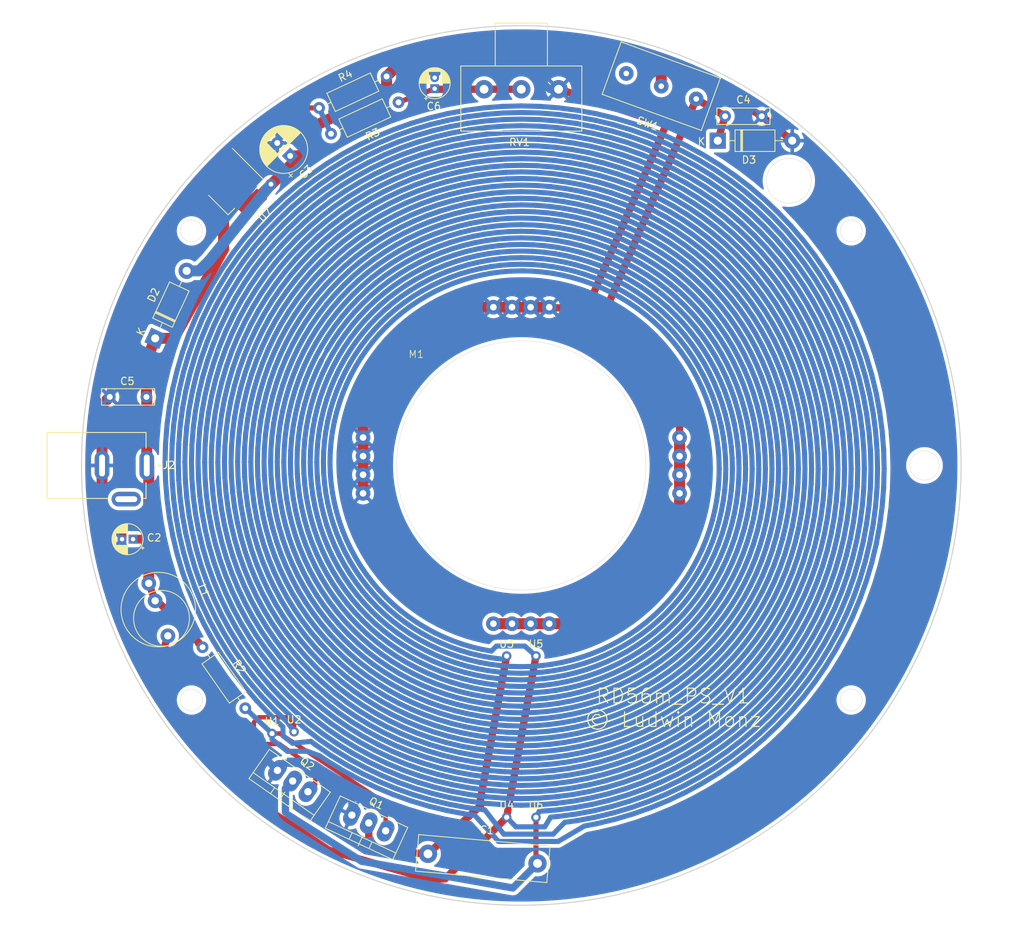
<source format=kicad_pcb>
(kicad_pcb (version 20221018) (generator pcbnew)
  (layers (0 "F.Cu" signal) (31 "B.Cu" signal) (34 "B.Paste" user) (35 "F.Paste" user) (36 "B.SilkS" user "B.Silkscreen") (37 "F.SilkS" user "F.Silkscreen") (38 "B.Mask" user) (39 "F.Mask" user) (44 "Edge.Cuts" user))
  (net 0 "")
  (net 1 "GND")
  (net 2 "+12V")
  (net 3 "Net-(D2-A)")
  (net 4 "Net-(D3-K)")
  (net 6 "Net-(C6-Pad1)")
  (net 8 "Net-(U7-ADJ)")
  (net 9 "Net-(Q1-C)")
  (net 10 "Net-(Q1-B)")
  (footprint "my_footprints:MKP10_630V" (layer "F.Cu") (at -5.26146 53.636332 -5)
    (fp_text reference "C1")
    (fp_text value "33nF")
  )
  (footprint "Capacitor_THT:CP_Radial_D4.0mm_P1.50mm" (layer "F.Cu") (at -52.97 10.06 180)
    (fp_text reference "C2")
    (fp_text value "10µ, 50V")
  )
  (footprint "my_footprints:L_vertical12" (layer "F.Cu") (at -49.523097 19.659771 -70)
    (fp_text reference "L1")
    (fp_text value "330µH")
  )
  (footprint "Resistor_THT:R_Axial_DIN0207_L6.3mm_D2.5mm_P10.16mm_Horizontal" (layer "F.Cu") (at -37.66 33.12 125)
    (fp_text reference "R2")
    (fp_text value "2k2")
  )
  (footprint "Resistor_THT:R_Axial_DIN0207_L6.3mm_D2.5mm_P10.16mm_Horizontal" (layer "F.Cu") (at -18.38 -53.07 -155)
    (fp_text reference "R3")
    (fp_text value "120")
  )
  (footprint "my_footprints:Pin_2mm" (layer "F.Cu") (at -31 36.33)
    (fp_text reference "U2")
    (fp_text value "Pin-Connector")
  )
  (footprint "my_footprints:Pin_2mm" (layer "F.Cu") (at -2 26)
    (fp_text reference "U3")
    (fp_text value "Pin-Connector")
  )
  (footprint "my_footprints:Pin_2mm" (layer "F.Cu") (at -2 48)
    (fp_text reference "U4")
    (fp_text value "Pin-Connector")
  )
  (footprint "my_footprints:Pin_2mm" (layer "F.Cu") (at 2 26)
    (fp_text reference "U5")
    (fp_text value "Pin-Connector")
  )
  (footprint "my_footprints:Pin_2mm" (layer "F.Cu") (at 2 48)
    (fp_text reference "U6")
    (fp_text value "Pin-Connector")
  )
  (footprint "my_footprints:Pin_2mm" (layer "F.Cu") (at -34.01 36.57)
    (fp_text reference "U1")
    (fp_text value "Pin-Connector")
  )
  (footprint "Capacitor_THT:CP_Radial_D6.3mm_P2.50mm" (layer "F.Cu") (at -31.53 -42.23 135)
    (fp_text reference "C3")
    (fp_text value "100µ")
  )
  (footprint "Capacitor_THT:C_Rect_L7.0mm_W2.0mm_P5.00mm" (layer "F.Cu") (at 27.8 -47.64)
    (fp_text reference "C4")
    (fp_text value "100nF")
  )
  (footprint "Capacitor_THT:C_Rect_L7.0mm_W2.0mm_P5.00mm" (layer "F.Cu") (at -51.14 -9.35 180)
    (fp_text reference "C5")
    (fp_text value "100nF")
  )
  (footprint "Capacitor_THT:CP_Radial_D4.0mm_P1.50mm" (layer "F.Cu") (at -11.82 -51.4 90)
    (fp_text reference "C6")
    (fp_text value "10µ")
  )
  (footprint "Diode_THT:D_DO-41_SOD81_P10.16mm_Horizontal" (layer "F.Cu") (at 26.8 -44.31)
    (fp_text reference "D3")
    (fp_text value "1N4001")
  )
  (footprint "Diode_THT:D_DO-41_SOD81_P10.16mm_Horizontal" (layer "F.Cu") (at -49.95 -17.34 65)
    (fp_text reference "D2")
    (fp_text value "1N4001")
  )
  (footprint "Resistor_THT:R_Axial_DIN0207_L6.3mm_D2.5mm_P10.16mm_Horizontal" (layer "F.Cu") (at -25.96 -45.25 25)
    (fp_text reference "R4")
    (fp_text value "47")
  )
  (footprint "my_footprints:Poti_10mm" (layer "F.Cu") (at 0 -51.325 180)
    (fp_text reference "RV1")
    (fp_text value "470")
  )
  (footprint "my_footprints:GRAVITECH_CON-SOCJ-2155" (layer "F.Cu") (at -57.1975 0)
    (fp_text reference "J2")
    (fp_text value "Barrel_Jack_Switch_Pin3Ring")
  )
  (footprint "my_footprints:motor_tray" (layer "F.Cu") (at 0 0 -90)
    (fp_text reference "M1")
    (fp_text value "Motor_DC")
  )
  (footprint "my_footprints:TO220_vertikal" (layer "F.Cu") (at -31.190646 43.053116 55)
    (fp_text reference "Q2")
    (fp_text value "NPN")
  )
  (footprint "Package_TO_SOT_SMD:SOT-223-3_TabPin2" (layer "F.Cu") (at -38.94 -37.96 -45)
    (fp_text reference "U7")
    (fp_text value "AP1117-ADJ")
  )
  (footprint "my_footprints:TO220_vertikal" (layer "F.Cu") (at -20.811905 48.774954 65)
    (fp_text reference "Q1")
    (fp_text value "NPN")
  )
  (footprint "my_footprints:Switch1" (layer "F.Cu") (at 20.828 -56.515 -20)
    (fp_text reference "SW1")
    (fp_text value "SW_DPDT_x2")
  )
  (gr_circle (center 36.5 -38.841) (end 39.568892 -38.841) (stroke (width 0.05)) (fill none) (layer "Edge.Cuts"))
  (gr_circle (center 45 -32) (end 46.5 -32) (stroke (width 0.05)) (fill none) (layer "Edge.Cuts"))
  (gr_circle (center 0 0) (end 17 0) (stroke (width 0.05)) (fill none) (layer "Edge.Cuts"))
  (gr_circle (center 45 32) (end 46.5 32) (stroke (width 0.05)) (fill none) (layer "Edge.Cuts"))
  (gr_circle (center -45 32) (end -43.5 32) (stroke (width 0.05)) (fill none) (layer "Edge.Cuts"))
  (gr_circle (center 55 0) (end 57 0) (stroke (width 0.05)) (fill none) (layer "Edge.Cuts"))
  (gr_circle (center -45 -32) (end -43.5 -32) (stroke (width 0.05)) (fill none) (layer "Edge.Cuts"))
  (gr_circle (center 0 0) (end 60 0) (stroke (width 0.15)) (fill none) (layer "Edge.Cuts"))
  (gr_text "RD56m_PS_V1\n© Ludwin Monz" (at 20.7 33.08) (layer "F.SilkS") (effects (font (size 2 2))))
  (segment (start 25.085 -52.408) (end 32.8 -47.64) (width 1) (layer "F.Cu") (net 1))
  (segment (start 36.96 -44.31) (end 32.8 -47.64) (width 1) (layer "F.Cu") (net 1))
  (segment (start -57.1975 -5.5265) (end -57.1975 -5.6325) (width 1.5) (layer "F.Cu") (net 1))
  (segment (start -57.1975 6.1875) (end -57.1975 0) (width 1.5) (layer "F.Cu") (net 1))
  (segment (start -1.27 -21.59) (end -3.81 -21.59) (width 1.5) (layer "F.Cu") (net 1))
  (segment (start -54.47 10.06) (end -54.47 8.915) (width 1.2) (layer "F.Cu") (net 1))
  (segment (start -21.59 1.27) (end -21.59 3.81) (width 1.5) (layer "F.Cu") (net 1))
  (segment (start -57.19 -5.68) (end -57.17 -5.66) (width 1) (layer "F.Cu") (net 1))
  (segment (start -57.19 -8.3) (end -57.19 -5.68) (width 1.5) (layer "F.Cu") (net 1))
  (segment (start -21.59 -7.62) (end -21.59 -3.81) (width 1.5) (layer "F.Cu") (net 1))
  (segment (start 9 -21.5) (end 3.81 -21.5) (width 1) (layer "F.Cu") (net 1))
  (segment (start -21.59 -1.27) (end -21.59 1.27) (width 1.5) (layer "F.Cu") (net 1))
  (segment (start 3.81 -21.59) (end 1.27 -21.59) (width 1.5) (layer "F.Cu") (net 1))
  (segment (start 1.27 -21.59) (end -1.27 -21.59) (width 1.5) (layer "F.Cu") (net 1))
  (segment (start -7.62 -21.59) (end -21.59 -7.62) (width 1.5) (layer "F.Cu") (net 1))
  (segment (start 22.3 -52.4) (end 25.077 -52.4) (width 1) (layer "F.Cu") (net 1))
  (segment (start -55.433 7.952) (end -57.1975 6.1875) (width 1.5) (layer "F.Cu") (net 1))
  (segment (start -54.47 8.915) (end -55.433 7.952) (width 1.2) (layer "F.Cu") (net 1))
  (segment (start -56.14 -9.35) (end -57.19 -8.3) (width 1.5) (layer "F.Cu") (net 1))
  (segment (start 5.2 -51.325) (end 19.75 -46.5) (width 1) (layer "F.Cu") (net 1))
  (segment (start -21.59 -3.81) (end -21.59 -1.27) (width 1.5) (layer "F.Cu") (net 1))
  (segment (start -57.1975 -5.6325) (end -57.17 -5.66) (width 1.5) (layer "F.Cu") (net 1))
  (segment (start -3.81 -21.59) (end -7.62 -21.59) (width 1.5) (layer "F.Cu") (net 1))
  (segment (start 22.3 -52.4) (end 9 -21.5) (width 1) (layer "F.Cu") (net 1))
  (segment (start -57.1975 0) (end -57.1975 -5.5265) (width 1.5) (layer "F.Cu") (net 1))
  (segment (start 25.077 -52.4) (end 25.085 -52.408) (width 1) (layer "F.Cu") (net 1))
  (segment (start -9.09 -56.41) (end -11.75 -56.012574) (width 1) (layer "B.Cu") (net 1))
  (segment (start -55.148 -20.133) (end -49 -32.5) (width 1) (layer "B.Cu") (net 1))
  (segment (start 3.845 -51.325) (end -1.24 -56.41) (width 1) (layer "B.Cu") (net 1))
  (segment (start -23.113927 45.088061) (end -23.645994 44.555994) (width 1) (layer "B.Cu") (net 1))
  (segment (start 5.08 -51.325) (end 3.845 -51.325) (width 1) (layer "B.Cu") (net 1))
  (segment (start -29.364377 40.625623) (end -23.645994 44.555994) (width 1) (layer "B.Cu") (net 1))
  (segment (start -1.24 -56.41) (end -9.09 -56.41) (width 1) (layer "B.Cu") (net 1))
  (segment (start -17.197092 -56.012574) (end -17.359833 -55.849833) (width 0.2) (layer "B.Cu") (net 1))
  (segment (start -30.48 -50.2) (end -33.297767 -44) (width 1) (layer "B.Cu") (net 1))
  (segment (start -33.271292 41.596232) (end -40.64 34.227524) (width 1) (layer "B.Cu") (net 1))
  (segment (start -30.48 -50.2) (end -17.197092 -56) (width 1) (layer "B.Cu") (net 1))
  (segment (start -45 -38) (end -39.66 -38) (width 1) (layer "B.Cu") (net 1))
  (segment (start -40.64 34.227524) (end -40.64 31.49) (width 1) (layer "B.Cu") (net 1))
  (segment (start -51.822 24.505) (end -54.47 10.06) (width 1) (layer "B.Cu") (net 1))
  (segment (start -11.75 -56.012574) (end -17.197092 -56) (width 1) (layer "B.Cu") (net 1))
  (segment (start -56.14 -9.35) (end -55.148 -20.133) (width 1) (layer "B.Cu") (net 1))
  (segment (start -44.0565 28.0735) (end -48.2535 28.0735) (width 1) (layer "B.Cu") (net 1))
  (segment (start -40.64 31.49) (end -44.0565 28.0735) (width 1) (layer "B.Cu") (net 1))
  (segment (start -32.385623 40.625623) (end -29.364377 40.625623) (width 1) (layer "B.Cu") (net 1))
  (segment (start -49 -32.5) (end -45 -38) (width 1) (layer "B.Cu") (net 1))
  (segment (start -23.113927 47.701504) (end -23.113927 45.088061) (width 1) (layer "B.Cu") (net 1))
  (segment (start -11.82 -52.9) (end -11.82 -55.942574) (width 1) (layer "B.Cu") (net 1))
  (segment (start -33.271292 41.596232) (end -33.271292 41.511292) (width 0.5) (layer "B.Cu") (net 1))
  (segment (start -33.271292 41.511292) (end -32.385623 40.625623) (width 1) (layer "B.Cu") (net 1))
  (segment (start -39.66 -38) (end -33.297767 -44) (width 1) (layer "B.Cu") (net 1))
  (segment (start -48.2535 28.0735) (end -51.822 24.505) (width 1) (layer "B.Cu") (net 1))
  (segment (start -11.82 -55.942574) (end -11.75 -56.012574) (width 0.2) (layer "B.Cu") (net 1))
  (segment (start -50.826194 16.079542) (end -50.826194 10.06) (width 1.5) (layer "F.Cu") (net 2))
  (segment (start -47.4 -17.34) (end -49.95 -17.34) (width 1.5) (layer "F.Cu") (net 2))
  (segment (start -52.97 10.06) (end -50.826194 10.06) (width 1.2) (layer "F.Cu") (net 2))
  (segment (start -50.826194 0.271306) (end -51.0975 0) (width 1) (layer "F.Cu") (net 2))
  (segment (start -44.037537 24.117415) (end -44.037537 24.247415) (width 1) (layer "F.Cu") (net 2))
  (segment (start -50.826194 10.06) (end -50.826194 0.271306) (width 1.5) (layer "F.Cu") (net 2))
  (segment (start -47.4 -17.34) (end -40.623921 -29.493921) (width 1.5) (layer "F.Cu") (net 2))
  (segment (start -51.0975 0) (end -51.0975 -9.3075) (width 1.5) (layer "F.Cu") (net 2))
  (segment (start -42.793732 -38.561041) (end -42.793732 -35.743732) (width 1.5) (layer "F.Cu") (net 2))
  (segment (start -49.957463 18.466361) (end -49.688591 18.466361) (width 1) (layer "F.Cu") (net 2))
  (segment (start -49.957463 18.466361) (end -50.826194 16.079542) (width 1) (layer "F.Cu") (net 2))
  (segment (start -49.688591 18.466361) (end -44.037537 24.117415) (width 1) (layer "F.Cu") (net 2))
  (segment (start -51.11 -14.34) (end -49.95 -17.34) (width 1.5) (layer "F.Cu") (net 2))
  (segment (start -40.623921 -33.573921) (end -40.623921 -29.493921) (width 1.5) (layer "F.Cu") (net 2))
  (segment (start -51.14 -9.35) (end -51.14 -14.31) (width 1.5) (layer "F.Cu") (net 2))
  (segment (start -44.037537 24.247415) (end -43.487537 24.797415) (width 1) (layer "F.Cu") (net 2))
  (segment (start -42.793732 -35.743732) (end -40.623921 -33.573921) (width 1.5) (layer "F.Cu") (net 2))
  (segment (start -51.0975 -9.3075) (end -51.14 -9.35) (width 1) (layer "F.Cu") (net 2))
  (segment (start -30.215228 -42.23) (end -30.207614 -42.237614) (width 0.2) (layer "F.Cu") (net 3))
  (segment (start -28.83 -46) (end -18.475444 -50.975444) (width 1.5) (layer "F.Cu") (net 3))
  (segment (start 16.98 -55.75) (end -15.7 -55.75) (width 1.5) (layer "F.Cu") (net 3))
  (segment (start -31.53 -42.23) (end -30.215228 -42.23) (width 1.5) (layer "F.Cu") (net 3))
  (segment (start -30.207614 -42.237614) (end -28.83 -43.615228) (width 1.5) (layer "F.Cu") (net 3))
  (segment (start -28.83 -43.615228) (end -28.83 -46) (width 1.5) (layer "F.Cu") (net 3))
  (segment (start -41.167386 -40.187386) (end -36.712614 -35.732614) (width 1.5) (layer "F.Cu") (net 3))
  (segment (start -34.15 -38.295228) (end -34.15 -38.37) (width 1.5) (layer "F.Cu") (net 3))
  (segment (start -36.712614 -35.732614) (end -34.15 -38.295228) (width 1.5) (layer "F.Cu") (net 3))
  (segment (start 19.090538 -53.639462) (end 16.98 -55.75) (width 1.5) (layer "F.Cu") (net 3))
  (segment (start 19.090538 -51.741361) (end 19.090538 -53.639462) (width 1.5) (layer "F.Cu") (net 3))
  (segment (start -34.075228 -38.37) (end -30.207614 -42.237614) (width 1.5) (layer "F.Cu") (net 3))
  (segment (start -34.15 -38.37) (end -34.075228 -38.37) (width 1.5) (layer "F.Cu") (net 3))
  (segment (start -15.7 -55.75) (end -18.38 -53.07) (width 1.5) (layer "F.Cu") (net 3))
  (segment (start -18.38 -53.07) (end -18.38 -51.070888) (width 1.5) (layer "F.Cu") (net 3))
  (segment (start -18.38 -51.070888) (end -18.475444 -50.975444) (width 0.2) (layer "F.Cu") (net 3))
  (via (at -34.15 -38.37) (size 1) (drill 0.65) (layers "F.Cu" "B.Cu") (net 3))
  (segment (start -34.15 -38.37) (end -42.6 -27.9) (width 1.5) (layer "B.Cu") (net 3))
  (segment (start -43.951913 -26.548087) (end -45.656198 -26.548087) (width 1.5) (layer "B.Cu") (net 3))
  (segment (start -42.6 -27.9) (end -43.951913 -26.548087) (width 1.5) (layer "B.Cu") (net 3))
  (segment (start 21.59 7.62) (end 7.62 21.59) (width 1.5) (layer "F.Cu") (net 4))
  (segment (start 3.81 21.59) (end 1.27 21.59) (width 1.5) (layer "F.Cu") (net 4))
  (segment (start 21.59 1.27) (end 21.59 3.81) (width 1.5) (layer "F.Cu") (net 4))
  (segment (start 23.864176 -50.003899) (end 10.101 -17.867) (width 1) (layer "F.Cu") (net 4))
  (segment (start -1.27 21.59) (end -3.81 21.59) (width 1.5) (layer "F.Cu") (net 4))
  (segment (start 21.59 3.81) (end 21.59 7.62) (width 1.5) (layer "F.Cu") (net 4))
  (segment (start 7.62 21.59) (end 3.81 21.59) (width 1.5) (layer "F.Cu") (net 4))
  (segment (start 27.8 -47.64) (end 23.864176 -50.003899) (width 1) (layer "F.Cu") (net 4))
  (segment (start 21.59 -3.81) (end 21.59 -1.27) (width 1.5) (layer "F.Cu") (net 4))
  (segment (start 21.59 -3.81) (end 21.59 -6.378) (width 1) (layer "F.Cu") (net 4))
  (segment (start 21.59 -1.27) (end 21.59 1.27) (width 1.5) (layer "F.Cu") (net 4))
  (segment (start 21.59 -6.378) (end 10.101 -17.867) (width 1) (layer "F.Cu") (net 4))
  (segment (start 26.8 -44.31) (end 27.8 -47.64) (width 1) (layer "F.Cu") (net 4))
  (segment (start 1.27 21.59) (end -1.27 21.59) (width 1.5) (layer "F.Cu") (net 4))
  (segment (start -5.47 -51.715) (end -5.08 -51.325) (width 0.5) (layer "F.Cu") (net 6))
  (segment (start -5.08 -51.325) (end 0 -51.325) (width 1) (layer "F.Cu") (net 6))
  (segment (start -5.08 -51.325) (end -11.745 -51.325) (width 1) (layer "F.Cu") (net 6))
  (segment (start -16.751913 -49.543802) (end -11.82 -51.4) (width 0.7) (layer "F.Cu") (net 6))
  (segment (start -27.588087 -48.776198) (end -32.578575 -48.776198) (width 0.7) (layer "F.Cu") (net 8))
  (segment (start -32.578575 -48.776198) (end -39.541041 -41.813732) (width 0.7) (layer "F.Cu") (net 8))
  (segment (start -27.588087 -48.776198) (end -25.96 -45.25) (width 0.7) (layer "B.Cu") (net 8))
  (segment (start -50.4 30.4) (end -45.2 37.8) (width 1) (layer "F.Cu") (net 9))
  (segment (start -20.811905 48.774954) (end -20.811905 51.261171) (width 1) (layer "F.Cu") (net 9))
  (segment (start -12.73292 52.982664) (end -19.5 52.573076) (width 1) (layer "F.Cu") (net 9))
  (segment (start -10.4 56.4) (end -2 48) (width 1) (layer "F.Cu") (net 9))
  (segment (start -2 26) (end -5.564463 45.489537) (width 1) (layer "F.Cu") (net 9))
  (segment (start 2 54.08) (end 2.21 54.29) (width 0.7) (layer "F.Cu") (net 9))
  (segment (start 2 48) (end 2 54.08) (width 0.7) (layer "F.Cu") (net 9))
  (segment (start 2 26) (end -2 48) (width 1) (layer "F.Cu") (net 9))
  (segment (start -12.73292 56.4) (end -10.4 56.4) (width 1) (layer "F.Cu") (net 9))
  (segment (start -5.564463 45.489537) (end -5.564463 46.414463) (width 1) (layer "F.Cu") (net 9))
  (segment (start -48.22 23.24) (end -50.4 30.4) (width 1) (layer "F.Cu") (net 9))
  (segment (start -45.2 37.8) (end -37.34322 45.10322) (width 1) (layer "F.Cu") (net 9))
  (segment (start -26.25 52.49) (end -12.73292 56.4) (width 1) (layer "F.Cu") (net 9))
  (segment (start -20.811905 51.261171) (end -19.5 52.573076) (width 1) (layer "F.Cu") (net 9))
  (segment (start -5.564463 46.414463) (end -12.73292 52.982664) (width 1) (layer "F.Cu") (net 9))
  (segment (start -37.34322 45.10322) (end -26.25 52.49) (width 1) (layer "F.Cu") (net 9))
  (segment (start -30.6 -0.45) (end -30.558064 -2.05148) (width 0.7) (layer "B.Cu") (net 9))
  (segment (start 27.747161 -2.466344) (end 27.861764 -1.010173) (width 0.7) (layer "B.Cu") (net 9))
  (segment (start -30.547013 -30.997013) (end -28.906442 -32.553856) (width 0.7) (layer "B.Cu") (net 9))
  (segment (start -26.979343 -37.58388) (end -24.998932 -38.944979) (width 0.7) (layer "B.Cu") (net 9))
  (segment (start 35.677649 -25.47133) (end 36.985372 -23.568581) (width 0.7) (layer "B.Cu") (net 9))
  (segment (start 11.124612 34.688035) (end 9.317486 35.22333) (width 0.7) (layer "B.Cu") (net 9))
  (segment (start -24.908516 -16.625779) (end -24.027805 -17.907222) (width 0.7) (layer "B.Cu") (net 9))
  (segment (start -35.213314 7.034821) (end -35.55678 5.181641) (width 0.7) (layer "B.Cu") (net 9))
  (segment (start 13.546308 35.73934) (end 11.680842 36.399936) (width 0.7) (layer "B.Cu") (net 9))
  (segment (start -21.679832 23.627892) (end -22.91026 22.46026) (width 0.7) (layer "B.Cu") (net 9))
  (segment (start 26.887116 10.770997) (end 26.310109 12.164015) (width 0.7) (layer "B.Cu") (net 9))
  (segment (start 17.571023 -39.015164) (end 19.61239 -38.041482) (width 0.7) (layer "B.Cu") (net 9))
  (segment (start -35.283858 -18.428024) (end -34.294606 -20.25) (width 0.7) (layer "B.Cu") (net 9))
  (segment (start -38.7 -0.45) (end -38.646963 -2.475402) (width 0.7) (layer "B.Cu") (net 9))
  (segment (start -27.727339 -11.093528) (end -27.1323 -12.530078) (width 0.7) (layer "B.Cu") (net 9))
  (segment (start -4.927686 30.662183) (end -6.549218 30.361649) (width 0.7) (layer "B.Cu") (net 9))
  (segment (start -21.6 36.962297) (end -23.528406 35.780569) (width 0.7) (layer "B.Cu") (net 9))
  (segment (start 33.092597 33.542597) (end 31.315312 35.229178) (width 0.7) (layer "B.Cu") (net 9))
  (segment (start 12.080078 -26.6823) (end 13.483518 -26.012894) (width 0.7) (layer "B.Cu") (net 9))
  (segment (start -1.138352 57.638352) (end -1.18 57.638352) (width 0.7) (layer "B.Cu") (net 9))
  (segment (start -16.472834 36.548591) (end -18.386615 35.635764) (width 0.7) (layer "B.Cu") (net 9))
  (segment (start 24.334309 33.943304) (end 22.548056 35.170962) (width 0.7) (layer "B.Cu") (net 9))
  (segment (start -26.753214 -24.538702) (end -25.455844 -25.905844) (width 0.7) (layer "B.Cu") (net 9))
  (segment (start -25.210697 -7.205186) (end -24.822608 -8.515354) (width 0.7) (layer "B.Cu") (net 9))
  (segment (start 44.335995 12.329794) (end 43.653494 14.63388) (width 0.7) (layer "B.Cu") (net 9))
  (segment (start -32.173843 -26.503864) (end -30.766196 -28.152007) (width 0.7) (layer "B.Cu") (net 9))
  (segment (start -20.838164 -41.347199) (end -18.669212 -42.381737) (width 0.7) (layer "B.Cu") (net 9))
  (segment (start -12.237073 37.211838) (end -14.191371 36.519785) (width 0.7) (layer "B.Cu") (net 9))
  (segment (start -40.330674 15.031495) (end -41.085642 12.899534) (width 0.7) (layer "B.Cu") (net 9))
  (segment (start -33.254364 1.292787) (end -33.3 -0.45) (width 0.7) (layer "B.Cu") (net 9))
  (segment (start -4.891932 -46.993625) (end -2.449323 -47.185862) (width 0.7) (layer "B.Cu") (net 9))
  (segment (start -36.1764 15.656771) (end -36.969785 13.741371) (width 0.7) (layer "B.Cu") (net 9))
  (segment (start 11.879794 -43.885995) (end 14.18388 -43.203494) (width 0.7) (layer "B.Cu") (net 9))
  (segment (start -22.273864 21.823864) (end -23.409062 20.627614) (width 0.7) (layer "B.Cu") (net 9))
  (segment (start -36.511996 -10.23336) (end -35.949936 -12.130842) (width 0.7) (layer "B.Cu") (net 9))
  (segment (start -21.567706 32.761354) (end -23.276296 31.587073) (width 0.7) (layer "B.Cu") (net 9))
  (segment (start -15.685604 -24.603712) (end -14.4 -25.391532) (width 0.7) (layer "B.Cu") (net 9))
  (segment (start 13.223777 34.899118) (end 11.402727 35.543985) (width 0.7) (layer "B.Cu") (net 9))
  (segment (start -26.450336 -36.855765) (end -24.508757 -38.190176) (width 0.7) (layer "B.Cu") (net 9))
  (segment (start -32.873274 26.170253) (end -34.221419 24.413316) (width 0.7) (layer "B.Cu") (net 9))
  (segment (start -4.223727 26.217562) (end -5.613611 25.959962) (width 0.7) (layer "B.Cu") (net 9))
  (segment (start -24.921087 -31.22498) (end -23.276296 -32.487073) (width 0.7) (layer "B.Cu") (net 9))
  (segment (start 3.763025 36.252788) (end 1.884094 36.400663) (width 0.7) (layer "B.Cu") (net 9))
  (segment (start 31.435026 28.754225) (end 29.910617 30.360617) (width 0.7) (layer "B.Cu") (net 9))
  (segment (start 20.429572 40.545294) (end 18.303149 41.559546) (width 0.7) (layer "B.Cu") (net 9))
  (segment (start -25.484035 -18.965235) (end -24.480098 -20.273592) (width 0.7) (layer "B.Cu") (net 9))
  (segment (start 5.913223 37.784619) (end 3.951176 38.042928) (width 0.7) (layer "B.Cu") (net 9))
  (segment (start -34.949534 24.942323) (end -36.230569 23.078406) (width 0.7) (layer "B.Cu") (net 9))
  (segment (start -1.18 57.638352) (end -21.78 54) (width 1) (layer "B.Cu") (net 9))
  (segment (start 41.309412 -23.4) (end 42.501011 -21.205347) (width 0.7) (layer "B.Cu") (net 9))
  (segment (start 6.054014 38.673539) (end 4.045252 38.937997) (width 0.7) (layer "B.Cu") (net 9))
  (segment (start -26.852067 -3.272266) (end -26.667562 -4.673727) (width 0.7) (layer "B.Cu") (net 9))
  (segment (start 8.899689 27.840428) (end 7.453988 28.268664) (width 0.7) (layer "B.Cu") (net 9))
  (segment (start 3.292647 31.77744) (end 1.648583 31.90683) (width 0.7) (layer "B.Cu") (net 9))
  (segment (start -31.308958 -23.197289) (end -30.075549 -24.804699) (width 0.7) (layer "B.Cu") (net 9))
  (segment (start -33.680047 16.710841) (end -34.532018 14.924645) (width 0.7) (layer "B.Cu") (net 9))
  (segment (start -20.475397 22.290232) (end -21.637468 21.187468) (width 0.7) (layer "B.Cu") (net 9))
  (segment (start -4.364522 27.106505) (end -5.800736 26.840318) (width 0.7) (layer "B.Cu") (net 9))
  (segment (start 10.320997 -26.437116) (end 11.714015 -25.860109) (width 0.7) (layer "B.Cu") (net 9))
  (segment (start -31.176915 17.55) (end -32.076235 15.893658) (width 0.7) (layer "B.Cu") (net 9))
  (segment (start 40.001378 6.785596) (end 39.614978 8.870423) (width 0.7) (layer "B.Cu") (net 9))
  (segment (start -27.186641 -34.022706) (end -25.392323 -35.399534) (width 0.7) (layer "B.Cu") (net 9))
  (segment (start -33.903997 -9.534548) (end -33.382084 -11.296497) (width 0.7) (layer "B.Cu") (net 9))
  (segment (start -21.689276 29.402727) (end -23.221922 28.226686) (width 0.7) (layer "B.Cu") (net 9))
  (segment (start 22.548056 -34.270962) (end 24.334309 -33.043304) (width 0.7) (layer "B.Cu") (net 9))
  (segment (start -40.287355 -18.387086) (end -39.293388 -20.470981) (width 0.7) (layer "B.Cu") (net 9))
  (segment (start -15.685604 23.703712) (end -16.928215 22.849689) (width 0.7) (layer "B.Cu") (net 9))
  (segment (start -26.578392 21.072757) (end -27.668381 19.652256) (width 0.7) (layer "B.Cu") (net 9))
  (segment (start -25.7787 3.632945) (end -25.957056 2.278196) (width 0.7) (layer "B.Cu") (net 9))
  (segment (start -40.495311 8.157544) (end -40.890297 6.026387) (width 0.7) (layer "B.Cu") (net 9))
  (segment (start 13.910393 -30.793255) (end 15.526475 -30.022423) (width 0.7) (layer "B.Cu") (net 9))
  (segment (start -31.315312 -35.229178) (end -29.452194 -36.820431) (width 0.7) (layer "B.Cu") (net 9))
  (segment (start -45.837096 1.95222) (end -45.9 -0.45) (width 0.7) (layer "B.Cu") (net 9))
  (segment (start -18.9 -33.18576) (end -17.160841 -34.130047) (width 0.7) (layer "B.Cu") (net 9))
  (segment (start 22.655534 -27.527255) (end 24.088702 -26.303214) (width 0.7) (layer "B.Cu") (net 9))
  (segment (start 9.917388 -46.207641) (end 12.345668 -45.624662) (width 0.7) (layer "B.Cu") (net 9))
  (segment (start -28.304225 30.985026) (end -29.910617 29.460617) (width 0.7) (layer "B.Cu") (net 9))
  (segment (start 28.066706 14.750701) (end 27.2798 16.2) (width 0.7) (layer "B.Cu") (net 9))
  (segment (start -5.913223 -37.784619) (end -3.951176 -38.042928) (width 0.7) (layer "B.Cu") (net 9))
  (segment (start -24.057155 11.807733) (end -24.665705 10.53188) (width 0.7) (layer "B.Cu") (net 9))
  (segment (start 10.846497 33.832084) (end 9.084548 34.353997) (width 0.7) (layer "B.Cu") (net 9))
  (segment (start 39.750566 23.4) (end 38.494979 25.448932) (width 0.7) (layer "B.Cu") (net 9))
  (segment (start 28.906442 -31.653856) (end 30.547013 -30.097013) (width 0.7) (layer "B.Cu") (net 9))
  (segment (start -40.529989 22.95) (end -41.699105 20.796755) (width 0.7) (layer "B.Cu") (net 9))
  (segment (start 44.1 0.45) (end 44.039562 2.758016) (width 0.7) (layer "B.Cu") (net 9))
  (segment (start 31.474411 25.937476) (end 30.097365 27.54979) (width 0.7) (layer "B.Cu") (net 9))
  (segment (start -31.112183 -5.377686) (end -30.811649 -6.999218) (width 0.7) (layer "B.Cu") (net 9))
  (segment (start 21.637468 22.087468) (end 20.475397 23.190232) (width 0.7) (layer "B.Cu") (net 9))
  (segment (start -32.173843 25.603864) (end -33.493304 23.884309) (width 0.7) (layer "B.Cu") (net 9))
  (segment (start 3.763025 -35.352788) (end 5.631641 -35.10678) (width 0.7) (layer "B.Cu") (net 9))
  (segment (start 44.531786 17.544151) (end 43.576118 19.851338) (width 0.7) (layer "B.Cu") (net 9))
  (segment (start -31.956337 18) (end -32.878141 16.302249) (width 0.7) (layer "B.Cu") (net 9))
  (segment (start -36.4457 -6.222432) (end -36.093646 -8.121941) (width 0.7) (layer "B.Cu") (net 9))
  (segment (start -38.494979 24.548932) (end -39.750566 22.5) (width 0.7) (layer "B.Cu") (net 9))
  (segment (start 26.497572 29.878535) (end 24.921087 31.22498) (width 0.7) (layer "B.Cu") (net 9))
  (segment (start 27.186641 -33.122706) (end 28.906442 -31.653856) (width 0.7) (layer "B.Cu") (net 9))
  (segment (start -26.409962 -6.063611) (end -26.079974 -7.438108) (width 0.7) (layer "B.Cu") (net 9))
  (segment (start 10.320997 27.337116) (end 8.899689 27.840428) (width 0.7) (layer "B.Cu") (net 9))
  (segment (start -18.669212 -42.381737) (end -16.449089 -43.301342) (width 0.7) (layer "B.Cu") (net 9))
  (segment (start 29.670517 -14.667884) (end 30.421064 -13.09433) (width 0.7) (layer "B.Cu") (net 9))
  (segment (start -27.977255 -23.105534) (end -26.753214 -24.538702) (width 0.7) (layer "B.Cu") (net 9))
  (segment (start 30.766196 -27.252007) (end 32.173843 -25.603864) (width 0.7) (layer "B.Cu") (net 9))
  (segment (start 36.085764 -17.936615) (end 36.998591 -16.022834) (width 0.7) (layer "B.Cu") (net 9))
  (segment (start -9.734035 -30.40828) (end -8.1528 -30.876664) (width 0.7) (layer "B.Cu") (net 9))
  (segment (start 29.102329 -9.00592) (end 29.55733 -7.469863) (width 0.7) (layer "B.Cu") (net 9))
  (segment (start 44.531786 -16.644151) (end 45.365396 -14.290111) (width 0.7) (layer "B.Cu") (net 9))
  (segment (start 0 45.45) (end -2.40222 45.387096) (width 0.7) (layer "B.Cu") (net 9))
  (segment (start -36.84943 -2.381197) (end -36.697858 -4.3071) (width 0.7) (layer "B.Cu") (net 9))
  (segment (start -19.607005 -30.64214) (end -18 -31.626915) (width 0.7) (layer "B.Cu") (net 9))
  (segment (start -11.714015 -26.760109) (end -10.320997 -27.337116) (width 0.7) (layer "B.Cu") (net 9))
  (segment (start 27.186641 34.022706) (end 25.392323 35.399534) (width 0.7) (layer "B.Cu") (net 9))
  (segment (start 22.05 38.64172) (end 20.020981 39.743388) (width 0.7) (layer "B.Cu") (net 9))
  (segment (start -8.046182 -38.304312) (end -6.054014 -38.673539) (width 0.7) (layer "B.Cu") (net 9))
  (segment (start -14.513902 37.360007) (end -16.472834 36.548591) (width 0.7) (layer "B.Cu") (net 9))
  (segment (start -30.223263 4.336895) (end -30.43237 2.748571) (width 0.7) (layer "B.Cu") (net 9))
  (segment (start 29.55733 8.369863) (end 29.102329 9.90592) (width 0.7) (layer "B.Cu") (net 9))
  (segment (start -27.2648 13.442109) (end -27.954491 11.996141) (width 0.7) (layer "B.Cu") (net 9))
  (segment (start -11.402727 -35.543985) (end -9.550423 -36.092663) (width 0.7) (layer "B.Cu") (net 9))
  (segment (start 27.422044 25.140919) (end 26.09224 26.54224) (width 0.7) (layer "B.Cu") (net 9))
  (segment (start -21.001071 20.551071) (end -22.071401 19.423179) (width 0.7) (layer "B.Cu") (net 9))
  (segment (start 24.162109 14.4) (end 23.398909 15.645429) (width 0.7) (layer "B.Cu") (net 9))
  (segment (start -22.747289 -31.758958) (end -21.077531 -32.906551) (width 0.7) (layer "B.Cu") (net 9))
  (segment (start -8.420423 39.164978) (end -10.482171 38.669996) (width 0.7) (layer "B.Cu") (net 9))
  (segment (start 23.546656 23.996656) (end 22.282049 25.196723) (width 0.7) (layer "B.Cu") (net 9))
  (segment (start 28.304225 31.885026) (end 26.620253 33.323274) (width 0.7) (layer "B.Cu") (net 9))
  (segment (start 27.747161 3.366344) (end 27.556505 4.814522) (width 0.7) (layer "B.Cu") (net 9))
  (segment (start 33.903997 9.534548) (end 33.382084 11.296497) (width 0.7) (layer "B.Cu") (net 9))
  (segment (start -1.78989 -34.60313) (end 0 -34.65) (width 0.7) (layer "B.Cu") (net 9))
  (segment (start -41.375644 8.344665) (end -41.779217 6.167178) (width 0.7) (layer "B.Cu") (net 9))
  (segment (start -18.45 31.506337) (end -20.09718 30.496944) (width 0.7) (layer "B.Cu") (net 9))
  (segment (start -13.178267 29.148873) (end -14.709292 28.418611) (width 0.7) (layer "B.Cu") (net 9))
  (segment (start 0 29.25) (end -1.554378 29.209297) (width 0.7) (layer "B.Cu") (net 9))
  (segment (start 9.177805 28.696379) (end 7.686926 29.137997) (width 0.7) (layer "B.Cu") (net 9))
  (segment (start -35.802788 3.313025) (end -35.950663 1.434094) (width 0.7) (layer "B.Cu") (net 9))
  (segment (start 4.233403 -39.828137) (end 6.335596 -39.551378) (width 0.7) (layer "B.Cu") (net 9))
  (segment (start 26.728636 -26.278636) (end 28.090874 -24.843137) (width 0.7) (layer "B.Cu") (net 9))
  (segment (start 22.884267 -24.965553) (end 24.183052 -23.733052) (width 0.7) (layer "B.Cu") (net 9))
  (segment (start 29.334344 -4.196104) (end 29.5373 -2.654495) (width 0.7) (layer "B.Cu") (net 9))
  (segment (start -28.066706 13.850701) (end -28.776682 12.362204) (width 0.7) (layer "B.Cu") (net 9))
  (segment (start 31.691982 -6.286339) (end 32.001102 -4.618477) (width 0.7) (layer "B.Cu") (net 9))
  (segment (start 14.740111 -44.915396) (end 17.094151 -44.081786) (width 0.7) (layer "B.Cu") (net 9))
  (segment (start 6.736339 -31.241982) (end 8.385737 -30.845997) (width 0.7) (layer "B.Cu") (net 9))
  (segment (start -12.257733 -24.507155) (end -10.98188 -25.115705) (width 0.7) (layer "B.Cu") (net 9))
  (segment (start -26.09224 25.64224) (end -27.422044 24.240919) (width 0.7) (layer "B.Cu") (net 9))
  (segment (start 15.804027 -40.720897) (end 17.937086 -39.837355) (width 0.7) (layer "B.Cu") (net 9))
  (segment (start 26.084383 23.936484) (end 24.819448 25.269448) (width 0.7) (layer "B.Cu") (net 9))
  (segment (start -42.963346 4.06563) (end -43.140796 1.810913) (width 0.7) (layer "B.Cu") (net 9))
  (segment (start 20.389981 -24.729529) (end 21.679832 -23.627892) (width 0.7) (layer "B.Cu") (net 9))
  (segment (start 30.43237 -2.748571) (end 30.558064 -1.15148) (width 0.7) (layer "B.Cu") (net 9))
  (segment (start 15.685604 -23.703712) (end 16.928215 -22.849689) (width 0.7) (layer "B.Cu") (net 9))
  (segment (start 16.449089 43.301342) (end 14.18388 44.103494) (width 0.7) (layer "B.Cu") (net 9))
  (segment (start 38.971143 -22.05) (end 40.095294 -19.979572) (width 0.7) (layer "B.Cu") (net 9))
  (segment (start -30.713095 -34.560347) (end -28.885806 -36.121) (width 0.7) (layer "B.Cu") (net 9))
  (segment (start -34.532018 14.924645) (end -35.28934 13.096308) (width 0.7) (layer "B.Cu") (net 9))
  (segment (start 1.884094 36.400663) (end 0 36.45) (width 0.7) (layer "B.Cu") (net 9))
  (segment (start 18.669212 -41.481737) (end 20.838164 -40.447199) (width 0.7) (layer "B.Cu") (net 9))
  (segment (start -23.299689 -17.378215) (end -22.381804 -18.574427) (width 0.7) (layer "B.Cu") (net 9))
  (segment (start -30.946944 19.64718) (end -31.956337 18) (width 0.7) (layer "B.Cu") (net 9))
  (segment (start 35.671 -28.435806) (end 37.13388 -26.529343) (width 0.7) (layer "B.Cu") (net 9))
  (segment (start -8.420423 -40.064978) (end -6.335596 -40.451378) (width 0.7) (layer "B.Cu") (net 9))
  (segment (start 39.490452 -14.708964) (end 40.229691 -12.621419) (width 0.7) (layer "B.Cu") (net 9))
  (segment (start 31.928451 -11.806184) (end 32.526133 -10.118381) (width 0.7) (layer "B.Cu") (net 9))
  (segment (start -37.592928 3.501176) (end -37.748196 1.528299) (width 0.7) (layer "B.Cu") (net 9))
  (segment (start -28.682533 18.176655) (end -29.618069 16.65) (width 0.7) (layer "B.Cu") (net 9))
  (segment (start 10.568381 -32.076133) (end 12.256184 -31.478451) (width 0.7) (layer "B.Cu") (net 9))
  (segment (start 42.797543 -13.455765) (end 43.466662 -11.196857) (width 0.7) (layer "B.Cu") (net 9))
  (segment (start 1.648583 -31.00683) (end 3.292647 -30.87744) (width 0.7) (layer "B.Cu") (net 9))
  (segment (start -34.720962 22.098056) (end -35.853452 20.25) (width 0.7) (layer "B.Cu") (net 9))
  (segment (start 45.648555 5.247856) (end 45.334895 7.630342) (width 0.7) (layer "B.Cu") (net 9))
  (segment (start -5.800736 -27.740318) (end -4.364522 -28.006505) (width 0.7) (layer "B.Cu") (net 9))
  (segment (start -43.140796 1.810913) (end -43.2 -0.45) (width 0.7) (layer "B.Cu") (net 9))
  (segment (start -8.899689 26.940428) (end -10.320997 26.437116) (width 0.7) (layer "B.Cu") (net 9))
  (segment (start -6.549218 -31.261649) (end -4.927686 -31.562183) (width 0.7) (layer "B.Cu") (net 9))
  (segment (start 16.752249 -32.428141) (end 18.45 -31.506337) (width 0.7) (layer "B.Cu") (net 9))
  (segment (start -20.09718 30.496944) (end -21.689276 29.402727) (width 0.7) (layer "B.Cu") (net 9))
  (segment (start -35.475765 -23.488231) (end -34.221419 -25.313316) (width 0.7) (layer "B.Cu") (net 9))
  (segment (start -36 -0.45) (end -35.950663 -2.334094) (width 0.7) (layer "B.Cu") (net 9))
  (segment (start 31.45683 -1.198583) (end 31.5 0.45) (width 0.7) (layer "B.Cu") (net 9))
  (segment (start -31.295997 -8.835737) (end -30.814231 -10.462151) (width 0.7) (layer "B.Cu") (net 9))
  (segment (start -30.075549 23.904699) (end -31.308958 22.297289) (width 0.7) (layer "B.Cu") (net 9))
  (segment (start 15.75 -26.8298) (end 17.15613 -25.968123) (width 0.7) (layer "B.Cu") (net 9))
  (segment (start 29.50866 33.222687) (end 27.753029 34.722137) (width 0.7) (layer "B.Cu") (net 9))
  (segment (start 0 34.65) (end -1.836992 34.601897) (width 0.7) (layer "B.Cu") (net 9))
  (segment (start -25.206649 9.225926) (end -25.678503 7.893451) (width 0.7) (layer "B.Cu") (net 9))
  (segment (start -34.110347 30.263095) (end -35.671 28.435806) (width 0.7) (layer "B.Cu") (net 9))
  (segment (start -24.921087 30.32498) (end -26.497572 28.978535) (width 0.7) (layer "B.Cu") (net 9))
  (segment (start -22.740232 20.025397) (end -23.780666 18.807204) (width 0.7) (layer "B.Cu") (net 9))
  (segment (start -23.409062 20.627614) (end -24.480098 19.373592) (width 0.7) (layer "B.Cu") (net 9))
  (segment (start 2.260913 -42.690796) (end 4.51563 -42.513346) (width 0.7) (layer "B.Cu") (net 9))
  (segment (start -7.039551 43.995975) (end -9.356026 43.566642) (width 0.7) (layer "B.Cu") (net 9))
  (segment (start -8.618674 31.71533) (end -10.290266 31.220182) (width 0.7) (layer "B.Cu") (net 9))
  (segment (start -28.090874 24.843137) (end -29.376117 23.338311) (width 0.7) (layer "B.Cu") (net 9))
  (segment (start -38.642973 16.75496) (end -39.490452 14.708964) (width 0.7) (layer "B.Cu") (net 9))
  (segment (start -27.1323 11.630078) (end -27.727339 10.193528) (width 0.7) (layer "B.Cu") (net 9))
  (segment (start -39.37374 12.343304) (end -39.989329 10.265108) (width 0.7) (layer "B.Cu") (net 9))
  (segment (start 28.776682 13.262204) (end 28.066706 14.750701) (width 0.7) (layer "B.Cu") (net 9))
  (segment (start -17.457222 23.577805) (end -18.690816 22.631235) (width 0.7) (layer "B.Cu") (net 9))
  (segment (start 43.576118 -18.951338) (end 44.531786 -16.644151) (width 0.7) (layer "B.Cu") (net 9))
  (segment (start -9.998466 25.596894) (end -11.347952 25.037918) (width 0.7) (layer "B.Cu") (net 9))
  (segment (start -2.308016 -44.489562) (end 0 -44.55) (width 0.7) (layer "B.Cu") (net 9))
  (segment (start -35.677649 25.47133) (end -36.985372 23.568581) (width 0.7) (layer "B.Cu") (net 9))
  (segment (start -40.278137 -4.683403) (end -40.001378 -6.785596) (width 0.7) (layer "B.Cu") (net 9))
  (segment (start 31.315312 35.229178) (end 29.452194 36.820431) (width 0.7) (layer "B.Cu") (net 9))
  (segment (start -30.43237 -3.648571) (end -30.223263 -5.236895) (width 0.7) (layer "B.Cu") (net 9))
  (segment (start 6.617178 42.229217) (end 4.421554 42.518276) (width 0.7) (layer "B.Cu") (net 9))
  (segment (start -13.223777 -34.899118) (end -11.402727 -35.543985) (width 0.7) (layer "B.Cu") (net 9))
  (segment (start 28.001429 -27.551429) (end 29.428535 -26.047572) (width 0.7) (layer "B.Cu") (net 9))
  (segment (start 24.998932 -38.044979) (end 26.979343 -36.68388) (width 0.7) (layer "B.Cu") (net 9))
  (segment (start -33.680047 -17.610841) (end -32.73576 -19.35) (width 0.7) (layer "B.Cu") (net 9))
  (segment (start -8.343451 25.228503) (end -9.675926 24.756649) (width 0.7) (layer "B.Cu") (net 9))
  (segment (start 27.668381 -19.652256) (end 28.682533 -18.176655) (width 0.7) (layer "B.Cu") (net 9))
  (segment (start -38.734645 -8.683303) (end -38.250663 -10.699234) (width 0.7) (layer "B.Cu") (net 9))
  (segment (start -6.736339 -32.141982) (end -5.068477 -32.451102) (width 0.7) (layer "B.Cu") (net 9))
  (segment (start 29.376117 24.238311) (end 28.090874 25.743137) (width 0.7) (layer "B.Cu") (net 9))
  (segment (start 28.642231 3.46042) (end 28.445424 4.955313) (width 0.7) (layer "B.Cu") (net 9))
  (segment (start 11.933653 31.538228) (end 10.290266 32.120182) (width 0.7) (layer "B.Cu") (net 9))
  (segment (start 22.5 -38.521143) (end 24.508757 -37.290176) (width 0.7) (layer "B.Cu") (net 9))
  (segment (start -1.695685 31.905597) (end -3.386722 31.772509) (width 0.7) (layer "B.Cu") (net 9))
  (segment (start -26.450336 35.955765) (end -28.319418 34.521568) (width 0.7) (layer "B.Cu") (net 9))
  (segment (start -36.805887 11.508958) (end -37.381329 9.566297) (width 0.7) (layer "B.Cu") (net 9))
  (segment (start 35.354209 -15.290708) (end 36.129563 -13.41884) (width 0.7) (layer "B.Cu") (net 9))
  (segment (start -11.849168 22.805301) (end -13.050017 22.153293) (width 0.7) (layer "B.Cu") (net 9))
  (segment (start -35.28934 -13.996308) (end -34.532018 -15.824645) (width 0.7) (layer "B.Cu") (net 9))
  (segment (start 23.299689 -16.478215) (end 24.153712 -15.235604) (width 0.7) (layer "B.Cu") (net 9))
  (segment (start -14.836433 38.20023) (end -16.838897 37.370782) (width 0.7) (layer "B.Cu") (net 9))
  (segment (start -32.076235 15.893658) (end -32.887636 14.192519) (width 0.7) (layer "B.Cu") (net 9))
  (segment (start -31.691982 -7.186339) (end -31.295997 -8.835737) (width 0.7) (layer "B.Cu") (net 9))
  (segment (start 27.702007 31.216196) (end 26.053864 32.623843) (width 0.7) (layer "B.Cu") (net 9))
  (segment (start 39.54573 -1.622504) (end 39.6 0.45) (width 0.7) (layer "B.Cu") (net 9))
  (segment (start 17.15613 -25.968123) (end 18.515235 -25.034035) (width 0.7) (layer "B.Cu") (net 9))
  (segment (start -10.846497 32.932084) (end -12.578715 32.318673) (width 0.7) (layer "B.Cu") (net 9))
  (segment (start 30.075549 -23.904699) (end 31.308958 -22.297289) (width 0.7) (layer "B.Cu") (net 9))
  (segment (start 1.648583 31.90683) (end 0 31.95) (width 0.7) (layer "B.Cu") (net 9))
  (segment (start -33.515183 -19.8) (end -32.456551 -21.527531) (width 0.7) (layer "B.Cu") (net 9))
  (segment (start 21.567706 -32.761354) (end 23.276296 -31.587073) (width 0.7) (layer "B.Cu") (net 9))
  (segment (start -16.65 -29.288646) (end -15.117884 -30.120517) (width 0.7) (layer "B.Cu") (net 9))
  (segment (start -3.8571 36.247858) (end -5.772432 35.9957) (width 0.7) (layer "B.Cu") (net 9))
  (segment (start -26.578392 -21.972757) (end -25.415553 -23.334267) (width 0.7) (layer "B.Cu") (net 9))
  (segment (start -29.670517 -15.567884) (end -28.838646 -17.1) (width 0.7) (layer "B.Cu") (net 9))
  (segment (start 16.106771 36.6264) (end 14.191371 37.419785) (width 0.7) (layer "B.Cu") (net 9))
  (segment (start -33.452648 6.66058) (end -33.778941 4.900059) (width 0.7) (layer "B.Cu") (net 9))
  (segment (start -40.095294 19.979572) (end -41.109546 17.853149) (width 0.7) (layer "B.Cu") (net 9))
  (segment (start -28.396497 -21.081262) (end -27.277823 -22.539146) (width 0.7) (layer "B.Cu") (net 9))
  (segment (start -38.971143 22.05) (end -40.095294 19.979572) (width 0.7) (layer "B.Cu") (net 9))
  (segment (start -7.686926 -29.137997) (end -6.174977 -29.500984) (width 0.7) (layer "B.Cu") (net 9))
  (segment (start 42.668136 -6.307969) (end 42.963346 -4.06563) (width 0.7) (layer "B.Cu") (net 9))
  (segment (start -41.931737 18.219212) (end -42.851342 15.999089) (width 0.7) (layer "B.Cu") (net 9))
  (segment (start 20.982941 -16.541651) (end 21.843459 -15.420202) (width 0.7) (layer "B.Cu") (net 9))
  (segment (start 12.812204 -28.326682) (end 14.300701 -27.616706) (width 0.7) (layer "B.Cu") (net 9))
  (segment (start -21.843439 15.420188) (end -22.644085 14.255241) (width 0.7) (layer "B.Cu") (net 9))
  (segment (start -31.670182 9.840266) (end -32.16533 8.168674) (width 0.7) (layer "B.Cu") (net 9))
  (segment (start -8.618674 -32.61533) (end -6.923459 -33.022315) (width 0.7) (layer "B.Cu") (net 9))
  (segment (start 26.079997 7.438114) (end 25.678526 8.793459) (width 0.7) (layer "B.Cu") (net 9))
  (segment (start 32.887636 -14.192519) (end 33.608895 -12.451246) (width 0.7) (layer "B.Cu") (net 9))
  (segment (start -34.272137 -28.203029) (end -32.772687 -29.95866) (width 0.7) (layer "B.Cu") (net 9))
  (segment (start 35.448008 32.36753) (end 33.728993 34.178993) (width 0.7) (layer "B.Cu") (net 9))
  (segment (start 44.896975 -9.093147) (end 45.334895 -6.730342) (width 0.7) (layer "B.Cu") (net 9))
  (segment (start -16.665954 -26.113319) (end -15.3 -26.950377) (width 0.7) (layer "B.Cu") (net 9))
  (segment (start -6.194805 -39.562458) (end -4.139327 -39.833067) (width 0.7) (layer "B.Cu") (net 9))
  (segment (start 7.686926 -28.237997) (end 9.177805 -27.796379) (width 0.7) (layer "B.Cu") (net 9))
  (segment (start -33.034663 8.401611) (end -33.452648 6.66058) (width 0.7) (layer "B.Cu") (net 9))
  (segment (start -42.851342 -16.899089) (end -41.931737 -19.119212) (width 0.7) (layer "B.Cu") (net 9))
  (segment (start -10.715108 -40.439329) (end -8.607544 -40.945311) (width 0.7) (layer "B.Cu") (net 9))
  (segment (start 45.205329 -11.662731) (end 45.777308 -9.280267) (width 0.7) (layer "B.Cu") (net 9))
  (segment (start -43.136309 -9.618906) (end -42.597329 -11.86392) (width 0.7) (layer "B.Cu") (net 9))
  (segment (start 37.689576 -18.753798) (end 38.642973 -16.75496) (width 0.7) (layer "B.Cu") (net 9))
  (segment (start 1.413071 -26.512997) (end 2.822269 -26.402091) (width 0.7) (layer "B.Cu") (net 9))
  (segment (start 43.136309 9.618906) (end 42.597329 11.86392) (width 0.7) (layer "B.Cu") (net 9))
  (segment (start 29.7 0.45) (end 29.659297 2.004378) (width 0.7) (layer "B.Cu") (net 9))
  (segment (start 32.572315 7.373459) (end 32.16533 9.068674) (width 0.7) (layer "B.Cu") (net 9))
  (segment (start 31.295997 -7.935737) (end 31.691982 -6.286339) (width 0.7) (layer "B.Cu") (net 9))
  (segment (start 31.088228 12.383653) (end 30.421064 13.99433) (width 0.7) (layer "B.Cu") (net 9))
  (segment (start 16.399209 -22.121574) (end 17.558039 -21.232372) (width 0.7) (layer "B.Cu") (net 9))
  (segment (start -7.919863 -30.00733) (end -6.362098 -30.381317) (width 0.7) (layer "B.Cu") (net 9))
  (segment (start 37.861995 -27.05835) (end 39.249783 -25.039107) (width 0.7) (layer "B.Cu") (net 9))
  (segment (start -15.740708 34.904209) (end -17.569432 34.031952) (width 0.7) (layer "B.Cu") (net 9))
  (segment (start 18.9 33.18576) (end 17.160841 34.130047) (width 0.7) (layer "B.Cu") (net 9))
  (segment (start -19.257204 -24.230666) (end -17.986229 -25.20592) (width 0.7) (layer "B.Cu") (net 9))
  (segment (start 12.666335 -24.409082) (end 13.95 -23.712109) (width 0.7) (layer "B.Cu") (net 9))
  (segment (start -29.437337 18.66683) (end -30.397492 17.1) (width 0.7) (layer "B.Cu") (net 9))
  (segment (start -23.805303 32.315188) (end -25.487476 31.024411) (width 0.7) (layer "B.Cu") (net 9))
  (segment (start 34.481952 18.019432) (end 33.515183 19.8) (width 0.7) (layer "B.Cu") (net 9))
  (segment (start 4.609705 -43.408416) (end 6.89876 -43.107056) (width 0.7) (layer "B.Cu") (net 9))
  (segment (start 28.304225 -30.985026) (end 29.910617 -29.460617) (width 0.7) (layer "B.Cu") (net 9))
  (segment (start -18.124427 -22.831804) (end -16.928215 -23.749689) (width 0.7) (layer "B.Cu") (net 9))
  (segment (start 27.2648 -13.442109) (end 27.954491 -11.996141) (width 0.7) (layer "B.Cu") (net 9))
  (segment (start -41.699105 20.796755) (end -42.753927 18.585275) (width 0.7) (layer "B.Cu") (net 9))
  (segment (start 4.51563 43.413346) (end 2.260913 43.590796) (width 0.7) (layer "B.Cu") (net 9))
  (segment (start -29.124612 -21.610269) (end -27.977255 -23.105534) (width 0.7) (layer "B.Cu") (net 9))
  (segment (start -32.355597 1.245685) (end -32.4 -0.45) (width 0.7) (layer "B.Cu") (net 9))
  (segment (start -28.776682 12.362204) (end -29.407783 10.83859) (width 0.7) (layer "B.Cu") (net 9))
  (segment (start 22.95 -39.300566) (end 24.998932 -38.044979) (width 0.7) (layer "B.Cu") (net 9))
  (segment (start 30.472423 15.976475) (end 29.618069 17.55) (width 0.7) (layer "B.Cu") (net 9))
  (segment (start -19.257204 23.330666) (end -20.475397 22.290232) (width 0.7) (layer "B.Cu") (net 9))
  (segment (start -29.376117 23.338311) (end -30.580842 21.768283) (width 0.7) (layer "B.Cu") (net 9))
  (segment (start -41.173206 3.877478) (end -41.343263 1.716709) (width 0.7) (layer "B.Cu") (net 9))
  (segment (start 9.084548 -33.453997) (end 10.846497 -32.932084) (width 0.7) (layer "B.Cu") (net 9))
  (segment (start -7.686926 28.237997) (end -9.177805 27.796379) (width 0.7) (layer "B.Cu") (net 9))
  (segment (start -37.334619 -6.363223) (end -36.973979 -8.309062) (width 0.7) (layer "B.Cu") (net 9))
  (segment (start 8.794665 41.825644) (end 6.617178 42.229217) (width 0.7) (layer "B.Cu") (net 9))
  (segment (start 16.472834 37.448591) (end 14.513902 38.260007) (width 0.7) (layer "B.Cu") (net 9))
  (segment (start 40.278137 4.683403) (end 40.001378 6.785596) (width 0.7) (layer "B.Cu") (net 9))
  (segment (start 16.175779 25.358516) (end 14.85 26.170954) (width 0.7) (layer "B.Cu") (net 9))
  (segment (start -37.661838 -12.687073) (end -36.969785 -14.641371) (width 0.7) (layer "B.Cu") (net 9))
  (segment (start 29.407783 11.73859) (end 28.776682 13.262204) (width 0.7) (layer "B.Cu") (net 9))
  (segment (start 47.634629 2.946425) (end 47.438694 5.436008) (width 0.7) (layer "B.Cu") (net 9))
  (segment (start 22.644105 15.155254) (end 21.843459 16.320202) (width 0.7) (layer "B.Cu") (net 9))
  (segment (start -29.50866 32.322687) (end -31.183409 30.733409) (width 0.7) (layer "B.Cu") (net 9))
  (segment (start 30.426664 8.6028) (end 29.95828 10.184035) (width 0.7) (layer "B.Cu") (net 9))
  (segment (start 28.838646 17.1) (end 27.92773 18.58648) (width 0.7) (layer "B.Cu") (net 9))
  (segment (start -28.642231 2.56042) (end -28.760531 1.057276) (width 0.7) (layer "B.Cu") (net 9))
  (segment (start 13.071419 40.679691) (end 10.948046 41.308662) (width 0.7) (layer "B.Cu") (net 9))
  (segment (start 36.969785 -13.741371) (end 37.661838 -11.787073) (width 0.7) (layer "B.Cu") (net 9))
  (segment (start 23.382686 -13.05) (end 24.057176 -11.807743) (width 0.7) (layer "B.Cu") (net 9))
  (segment (start -10.948046 -41.308662) (end -8.794665 -41.825644) (width 0.7) (layer "B.Cu") (net 9))
  (segment (start -15.935067 30.824329) (end -17.55 29.947492) (width 0.7) (layer "B.Cu") (net 9))
  (segment (start 17.646305 -26.722926) (end 19.044242 -25.762151) (width 0.7) (layer "B.Cu") (net 9))
  (segment (start -42.753927 -19.485275) (end -41.699105 -21.696755) (width 0.7) (layer "B.Cu") (net 9))
  (segment (start -1.931197 36.39943) (end -3.8571 36.247858) (width 0.7) (layer "B.Cu") (net 9))
  (segment (start 43.576118 19.851338) (end 42.501011 22.105347) (width 0.7) (layer "B.Cu") (net 9))
  (segment (start -29.95828 9.284035) (end -30.426664 7.7028) (width 0.7) (layer "B.Cu") (net 9))
  (segment (start 39.465164 18.021023) (end 38.491482 20.06239) (width 0.7) (layer "B.Cu") (net 9))
  (segment (start 9.543147 45.346975) (end 7.180342 45.784895) (width 0.7) (layer "B.Cu") (net 9))
  (segment (start 25.487918 11.797952) (end 24.859082 13.116335) (width 0.7) (layer "B.Cu") (net 9))
  (segment (start -14.191371 -37.419785) (end -12.237073 -38.111838) (width 0.7) (layer "B.Cu") (net 9))
  (segment (start -43.653494 13.73388) (end -44.335995 11.429794) (width 0.7) (layer "B.Cu") (net 9))
  (segment (start 25.487476 31.924411) (end 23.805303 33.215188) (width 0.7) (layer "B.Cu") (net 9))
  (segment (start 40.444496 2.569606) (end 40.278137 4.683403) (width 0.7) (layer "B.Cu") (net 9))
  (segment (start -24.334309 -33.943304) (end -22.548056 -35.170962) (width 0.7) (layer "B.Cu") (net 9))
  (segment (start -2 48) (end -0.7401 49.3) (width 0.7) (layer "B.Cu") (net 9))
  (segment (start -27.365032 26.915032) (end -28.759705 25.445354) (width 0.7) (layer "B.Cu") (net 9))
  (segment (start 13.483518 26.912894) (end 12.080078 27.5823) (width 0.7) (layer "B.Cu") (net 9))
  (segment (start -20.283536 15.975284) (end -21.115371 14.891215) (width 0.7) (layer "B.Cu") (net 9))
  (segment (start 3.198571 -29.98237) (end 4.786895 -29.773263) (width 0.7) (layer "B.Cu") (net 9))
  (segment (start -20.587356 -32.151747) (end -18.9 -33.18576) (width 0.7) (layer "B.Cu") (net 9))
  (segment (start -26.084383 -23.936484) (end -24.819448 -25.269448) (width 0.7) (layer "B.Cu") (net 9))
  (segment (start 34.532018 -14.924645) (end 35.28934 -13.096308) (width 0.7) (layer "B.Cu") (net 9))
  (segment (start 34.238035 -10.674612) (end 34.77333 -8.867486) (width 0.7) (layer "B.Cu") (net 9))
  (segment (start 30.19214 -19.157005) (end 31.176915 -17.55) (width 0.7) (layer "B.Cu") (net 9))
  (segment (start 30.814231 -9.562151) (end 31.295997 -7.935737) (width 0.7) (layer "B.Cu") (net 9))
  (segment (start -41.170897 -16.254027) (end -40.287355 -18.387086) (width 0.7) (layer "B.Cu") (net 9))
  (segment (start -20.102256 -28.118381) (end -18.626655 -29.132533) (width 0.7) (layer "B.Cu") (net 9))
  (segment (start 36.093646 8.121941) (end 35.642663 10.000423) (width 0.7) (layer "B.Cu") (net 9))
  (segment (start -20.838164 40.447199) (end -22.95 39.300566) (width 0.7) (layer "B.Cu") (net 9))
  (segment (start -13.071419 39.779691) (end -15.158964 39.040452) (width 0.7) (layer "B.Cu") (net 9))
  (segment (start -39.614978 7.970423) (end -40.001378 5.885596) (width 0.7) (layer "B.Cu") (net 9))
  (segment (start -6.174977 -29.500984) (end -4.646104 -29.784344) (width 0.7) (layer "B.Cu") (net 9))
  (segment (start -2.40222 45.387096) (end -4.797856 45.198555) (width 0.7) (layer "B.Cu") (net 9))
  (segment (start -22.282049 24.296723) (end -23.546656 23.096656) (width 0.7) (layer "B.Cu") (net 9))
  (segment (start 27.977255 23.105534) (end 26.753214 24.538702) (width 0.7) (layer "B.Cu") (net 9))
  (segment (start -36.84943 1.481197) (end -36.9 -0.45) (width 0.7) (layer "B.Cu") (net 9))
  (segment (start 26.962997 -0.963071) (end 27 0.45) (width 0.7) (layer "B.Cu") (net 9))
  (segment (start 32.768673 13.028715) (end 32.065446 14.726456) (width 0.7) (layer "B.Cu") (net 9))
  (segment (start -20.475397 -23.190232) (end -19.257204 -24.230666) (width 0.7) (layer "B.Cu") (net 9))
  (segment (start 20.982941 17.441651) (end 20.06491 18.516526) (width 0.7) (layer "B.Cu") (net 9))
  (segment (start -32.765188 -24.255303) (end -31.474411 -25.937476) (width 0.7) (layer "B.Cu") (net 9))
  (segment (start 33.211354 22.017706) (end 32.037073 23.726296) (width 0.7) (layer "B.Cu") (net 9))
  (segment (start -27.290318 -6.250736) (end -26.949331 -7.671051) (width 0.7) (layer "B.Cu") (net 9))
  (segment (start 27.92773 18.58648) (end 26.940266 20.023249) (width 0.7) (layer "B.Cu") (net 9))
  (segment (start -44.1 -0.45) (end -44.039562 -2.758016) (width 0.7) (layer "B.Cu") (net 9))
  (segment (start 23.528406 -35.780569) (end 25.392323 -34.499534) (width 0.7) (layer "B.Cu") (net 9))
  (segment (start 5.350059 34.228941) (end 3.574873 34.462649) (width 0.7) (layer "B.Cu") (net 9))
  (segment (start -37.592928 -4.401176) (end -37.334619 -6.363223) (width 0.7) (layer "B.Cu") (net 9))
  (segment (start -17.558039 -22.132372) (end -16.399209 -23.021574) (width 0.7) (layer "B.Cu") (net 9))
  (segment (start 21.001071 21.451071) (end 19.873179 22.521401) (width 0.7) (layer "B.Cu") (net 9))
  (segment (start 20.7 36.303452) (end 18.795207 37.33767) (width 0.7) (layer "B.Cu") (net 9))
  (segment (start 16.838897 -37.370782) (end 18.795207 -36.43767) (width 0.7) (layer "B.Cu") (net 9))
  (segment (start -32.065446 -14.726456) (end -31.274329 -16.385067) (width 0.7) (layer "B.Cu") (net 9))
  (segment (start -26.979343 36.68388) (end -28.885806 35.221) (width 0.7) (layer "B.Cu") (net 9))
  (segment (start -39.119996 10.032171) (end -39.614978 7.970423) (width 0.7) (layer "B.Cu") (net 9))
  (segment (start 37.661838 12.687073) (end 36.969785 14.641371) (width 0.7) (layer "B.Cu") (net 9))
  (segment (start 29.050984 6.624977) (end 28.687997 8.136926) (width 0.7) (layer "B.Cu") (net 9))
  (segment (start -28.682533 -19.076655) (end -27.668381 -20.552256) (width 0.7) (layer "B.Cu") (net 9))
  (segment (start 33.515183 -18.9) (end 34.481952 -17.119432) (width 0.7) (layer "B.Cu") (net 9))
  (segment (start 16.752249 33.328141) (end 15.008582 34.159827) (width 0.7) (layer "B.Cu") (net 9))
  (segment (start 30.713095 34.560347) (end 28.885806 36.121) (width 0.7) (layer "B.Cu") (net 9))
  (segment (start -26.079974 -7.438108) (end -25.678503 -8.793451) (width 0.7) (layer "B.Cu") (net 9))
  (segment (start -29.5373 -3.554495) (end -29.334344 -5.096104) (width 0.7) (layer "B.Cu") (net 9))
  (segment (start 39.383067 4.589327) (end 39.112458 6.644805) (width 0.7) (layer "B.Cu") (net 9))
  (segment (start 24.354699 30.525549) (end 22.747289 31.758958) (width 0.7) (layer "B.Cu") (net 9))
  (segment (start 30.075549 24.804699) (end 28.759705 26.345354) (width 0.7) (layer "B.Cu") (net 9))
  (segment (start 14.4 -24.491532) (end 15.685604 -23.703712) (width 0.7) (layer "B.Cu") (net 9))
  (segment (start -4.139327 38.933067) (end -6.194805 38.662458) (width 0.7) (layer "B.Cu") (net 9))
  (segment (start 26.450336 -35.955765) (end 28.319418 -34.521568) (width 0.7) (layer "B.Cu") (net 9))
  (segment (start -28.001429 -28.451429) (end -26.497572 -29.878535) (width 0.7) (layer "B.Cu") (net 9))
  (segment (start 28.838646 -16.2) (end 29.670517 -14.667884) (width 0.7) (layer "B.Cu") (net 9))
  (segment (start 19.607005 30.64214) (end 18 31.626915) (width 0.7) (layer "B.Cu") (net 9))
  (segment (start 18 31.626915) (end 16.343658 32.526235) (width 0.7) (layer "B.Cu") (net 9))
  (segment (start 22.740232 -20.025397) (end 23.780666 -18.807204) (width 0.7) (layer "B.Cu") (net 9))
  (segment (start -15.374645 -34.982018) (end -13.546308 -35.73934) (width 0.7) (layer "B.Cu") (net 9))
  (segment (start 15.935067 -30.824329) (end 17.55 -29.947492) (width 0.7) (layer "B.Cu") (net 9))
  (segment (start -25.179529 19.939981) (end -26.212151 18.594242) (width 0.7) (layer "B.Cu") (net 9))
  (segment (start 35.853452 -20.25) (end 36.88767 -18.345207) (width 0.7) (layer "B.Cu") (net 9))
  (segment (start 29.95828 10.184035) (end 29.407783 11.73859) (width 0.7) (layer "B.Cu") (net 9))
  (segment (start 28.776682 -12.362204) (end 29.407783 -10.83859) (width 0.7) (layer "B.Cu") (net 9))
  (segment (start -27.727339 10.193528) (end -28.246379 8.727805) (width 0.7) (layer "B.Cu") (net 9))
  (segment (start -24.746723 21.832049) (end -25.878961 20.506369) (width 0.7) (layer "B.Cu") (net 9))
  (segment (start -34.221419 24.413316) (end -35.475765 22.588231) (width 0.7) (layer "B.Cu") (net 9))
  (segment (start 29.5373 -2.654495) (end 29.659297 -1.104378) (width 0.7) (layer "B.Cu") (net 9))
  (segment (start -14.276456 31.615446) (end -15.935067 30.824329) (width 0.7) (layer "B.Cu") (net 9))
  (segment (start -43.2 -0.45) (end -43.140796 -2.710913) (width 0.7) (layer "B.Cu") (net 9))
  (segment (start -13.074926 25.210988) (end -14.4 24.491532) (width 0.7) (layer "B.Cu") (net 9))
  (segment (start 30.6 0.45) (end 30.558064 2.05148) (width 0.7) (layer "B.Cu") (net 9))
  (segment (start -26.462894 13.033518) (end -27.1323 11.630078) (width 0.7) (layer "B.Cu") (net 9))
  (segment (start -17.15613 25.968123) (end -18.515235 25.034035) (width 0.7) (layer "B.Cu") (net 9))
  (segment (start 16.928215 23.749689) (end 15.685604 24.603712) (width 0.7) (layer "B.Cu") (net 9))
  (segment (start 31.243255 -13.460393) (end 31.928451 -11.806184) (width 0.7) (layer "B.Cu") (net 9))
  (segment (start 35.949936 -11.230842) (end 36.511996 -9.33336) (width 0.7) (layer "B.Cu") (net 9))
  (segment (start 26.409985 6.063616) (end 26.079997 7.438114) (width 0.7) (layer "B.Cu") (net 9))
  (segment (start 32.890022 5.659268) (end 32.572315 7.373459) (width 0.7) (layer "B.Cu") (net 9))
  (segment (start 17.937086 -39.837355) (end 20.020981 -38.843388) (width 0.7) (layer "B.Cu") (net 9))
  (segment (start 41.173206 -3.877478) (end 41.343263 -1.716709) (width 0.7) (layer "B.Cu") (net 9))
  (segment (start 43.557056 -6.44876) (end 43.858416 -4.159705) (width 0.7) (layer "B.Cu") (net 9))
  (segment (start -29.102329 9.00592) (end -29.55733 7.469863) (width 0.7) (layer "B.Cu") (net 9))
  (segment (start -32.73576 18.45) (end -33.680047 16.710841) (width 0.7) (layer "B.Cu") (net 9))
  (segment (start 10.981889 -24.215727) (end 12.257743 -23.607176) (width 0.7) (layer "B.Cu") (net 9))
  (segment (start -34.332981 6.8477) (end -34.667861 5.04085) (width 0.7) (layer "B.Cu") (net 9))
  (segment (start 40.897199 -20.388164) (end 41.931737 -18.219212) (width 0.7) (layer "B.Cu") (net 9))
  (segment (start -24.819448 -25.269448) (end -23.486484 -26.534383) (width 0.7) (layer "B.Cu") (net 9))
  (segment (start -7.453988 -28.268664) (end -5.987857 -28.620651) (width 0.7) (layer "B.Cu") (net 9))
  (segment (start -2.119606 39.994496) (end -4.233403 39.828137) (width 0.7) (layer "B.Cu") (net 9))
  (segment (start -10.568381 -32.976133) (end -8.851611 -33.484663) (width 0.7) (layer "B.Cu") (net 9))
  (segment (start 9.675935 25.656672) (end 8.343459 26.128526) (width 0.7) (layer "B.Cu") (net 9))
  (segment (start -35.853452 20.25) (end -36.88767 18.345207) (width 0.7) (layer "B.Cu") (net 9))
  (segment (start 24.863316 -33.771419) (end 26.620253 -32.423274) (width 0.7) (layer "B.Cu") (net 9))
  (segment (start 31.819805 -31.369805) (end 33.441517 -29.660877) (width 0.7) (layer "B.Cu") (net 9))
  (segment (start 4.421554 42.518276) (end 2.213811 42.692029) (width 0.7) (layer "B.Cu") (net 9))
  (segment (start 10.482171 -38.669996) (end 12.515188 -38.067789) (width 0.7) (layer "B.Cu") (net 9))
  (segment (start -15.374645 34.082018) (end -17.160841 33.230047) (width 0.7) (layer "B.Cu") (net 9))
  (segment (start -34.238035 -11.574612) (end -33.608895 -13.351246) (width 0.7) (layer "B.Cu") (net 9))
  (segment (start -14.85 -26.170954) (end -13.483518 -26.912894) (width 0.7) (layer "B.Cu") (net 9))
  (segment (start -36.405765 26.000336) (end -37.740176 24.058757) (width 0.7) (layer "B.Cu") (net 9))
  (segment (start 33.092597 -32.642597) (end 34.779178 -30.865312) (width 0.7) (layer "B.Cu") (net 9))
  (segment (start 4.891932 -46.093625) (end 7.321133 -45.773814) (width 0.7) (layer "B.Cu") (net 9))
  (segment (start 24.941532 -13.95) (end 25.660988 -12.624926) (width 0.7) (layer "B.Cu") (net 9))
  (segment (start 38.646963 -1.575402) (end 38.7 0.45) (width 0.7) (layer "B.Cu") (net 9))
  (segment (start -29.5373 2.654495) (end -29.659297 1.104378) (width 0.7) (layer "B.Cu") (net 9))
  (segment (start 24.153712 16.135604) (end 23.299689 17.378215) (width 0.7) (layer "B.Cu") (net 9))
  (segment (start 35.093985 11.852727) (end 34.449118 13.673777) (width 0.7) (layer "B.Cu") (net 9))
  (segment (start 37.854312 8.496182) (end 37.381329 10.466297) (width 0.7) (layer "B.Cu") (net 9))
  (segment (start 18.303149 -40.659546) (end 20.429572 -39.645294) (width 0.7) (layer "B.Cu") (net 9))
  (segment (start -19.035275 -43.203927) (end -16.77162 -44.141564) (width 0.7) (layer "B.Cu") (net 9))
  (segment (start 0 32.85) (end -1.742787 32.804364) (width 0.7) (layer "B.Cu") (net 9))
  (segment (start 27.753029 -33.822137) (end 29.50866 -32.322687) (width 0.7) (layer "B.Cu") (net 9))
  (segment (start -23.409062 -21.527614) (end -22.273864 -22.723864) (width 0.7) (layer "B.Cu") (net 9))
  (segment (start -30.814231 -10.462151) (end -30.248006 -12.061122) (width 0.7) (layer "B.Cu") (net 9))
  (segment (start 0 44.55) (end -2.355118 44.488329) (width 0.7) (layer "B.Cu") (net 9))
  (segment (start -22.05 37.74172) (end -24.018581 36.535372) (width 0.7) (layer "B.Cu") (net 9))
  (segment (start -27.668381 -20.552256) (end -26.578392 -21.972757) (width 0.7) (layer "B.Cu") (net 9))
  (segment (start -22.884267 -25.865553) (end -21.522757 -27.028392) (width 0.7) (layer "B.Cu") (net 9))
  (segment (start -32.887636 14.192519) (end -33.608895 12.451246) (width 0.7) (layer "B.Cu") (net 9))
  (segment (start 38.517789 12.965188) (end 37.810007 14.963902) (width 0.7) (layer "B.Cu") (net 9))
  (segment (start -4.927686 -31.562183) (end -3.292647 -31.77744) (width 0.7) (layer "B.Cu") (net 9))
  (segment (start 7.221051 27.399331) (end 5.800736 27.740318) (width 0.7) (layer "B.Cu") (net 9))
  (segment (start 24.998932 38.944979) (end 22.95 40.200566) (width 0.7) (layer "B.Cu") (net 9))
  (segment (start 29.910617 30.360617) (end 28.304225 31.885026) (width 0.7) (layer "B.Cu") (net 9))
  (segment (start -37.861995 -27.95835) (end -36.370431 -29.902194) (width 0.7) (layer "B.Cu") (net 9))
  (segment (start 19.401338 -43.126118) (end 21.655347 -42.051011) (width 0.7) (layer "B.Cu") (net 9))
  (segment (start 32.873274 -26.170253) (end 34.221419 -24.413316) (width 0.7) (layer "B.Cu") (net 9))
  (segment (start 6.89876 44.007056) (end 4.609705 44.308416) (width 0.7) (layer "B.Cu") (net 9))
  (segment (start 10.846497 -32.932084) (end 12.578715 -32.318673) (width 0.7) (layer "B.Cu") (net 9))
  (segment (start 24.859082 13.116335) (end 24.162109 14.4) (width 0.7) (layer "B.Cu") (net 9))
  (segment (start -9.675926 -25.656649) (end -8.343451 -26.128503) (width 0.7) (layer "B.Cu") (net 9))
  (segment (start 39.112458 -5.744805) (end 39.383067 -3.689327) (width 0.7) (layer "B.Cu") (net 9))
  (segment (start 26.728636 27.178636) (end 25.293137 28.540874) (width 0.7) (layer "B.Cu") (net 9))
  (segment (start 27.954491 12.896141) (end 27.2648 14.342109) (width 0.7) (layer "B.Cu") (net 9))
  (segment (start 34.15313 -1.33989) (end 34.2 0.45) (width 0.7) (layer "B.Cu") (net 9))
  (segment (start 19.257204 -23.330666) (end 20.475397 -22.290232) (width 0.7) (layer "B.Cu") (net 9))
  (segment (start -44.509445 -14.911995) (end -43.691564 -17.22162) (width 0.7) (layer "B.Cu") (net 9))
  (segment (start 1.742787 -32.804364) (end 3.480798 -32.667579) (width 0.7) (layer "B.Cu") (net 9))
  (segment (start -37.412297 21.15) (end -38.491482 19.16239) (width 0.7) (layer "B.Cu") (net 9))
  (segment (start -38.487997 3.595252) (end -38.646963 1.575402) (width 0.7) (layer "B.Cu") (net 9))
  (segment (start 12.812204 29.226682) (end 11.28859 29.857783) (width 0.7) (layer "B.Cu") (net 9))
  (segment (start -1.695685 -32.805597) (end 0 -32.85) (width 0.7) (layer "B.Cu") (net 9))
  (segment (start 27.290318 6.250736) (end 26.949331 7.671051) (width 0.7) (layer "B.Cu") (net 9))
  (segment (start 28.246379 -8.727805) (end 28.687997 -7.236926) (width 0.7) (layer "B.Cu") (net 9))
  (segment (start 36.511996 -9.33336) (end 36.973979 -7.409062) (width 0.7) (layer "B.Cu") (net 9))
  (segment (start -17.55 29.947492) (end -19.11683 28.987337) (width 0.7) (layer "B.Cu") (net 9))
  (segment (start 27.818664 -7.003988) (end 28.170651 -5.537857) (width 0.7) (layer "B.Cu") (net 9))
  (segment (start 7.919863 -29.10733) (end 9.45592 -28.652329) (width 0.7) (layer "B.Cu") (net 9))
  (segment (start 14.191371 37.419785) (end 12.237073 38.111838) (width 0.7) (layer "B.Cu") (net 9))
  (segment (start -36.998591 -16.922834) (end -36.085764 -18.836615) (width 0.7) (layer "B.Cu") (net 9))
  (segment (start 46.074662 12.795668) (end 45.365396 15.190111) (width 0.7) (layer "B.Cu") (net 9))
  (segment (start 23.081235 19.140816) (end 22.071401 20.323179) (width 0.7) (layer "B.Cu") (net 9))
  (segment (start -31.183409 30.733409) (end -32.772687 29.05866) (width 0.7) (layer "B.Cu") (net 9))
  (segment (start -15.870188 -22.293439) (end -14.705241 -23.094085) (width 0.7) (layer "B.Cu") (net 9))
  (segment (start -30.097365 -27.54979) (end -28.637825 -29.087825) (width 0.7) (layer "B.Cu") (net 9))
  (segment (start -19.8 33.844606) (end -21.567706 32.761354) (width 0.7) (layer "B.Cu") (net 9))
  (segment (start 31.45683 2.098583) (end 31.32744 3.742647) (width 0.7) (layer "B.Cu") (net 9))
  (segment (start 20.956369 26.328961) (end 19.573249 27.390266) (width 0.7) (layer "B.Cu") (net 9))
  (segment (start 15.195429 23.848909) (end 13.95 24.612109) (width 0.7) (layer "B.Cu") (net 9))
  (segment (start -35.949936 11.230842) (end -36.511996 9.33336) (width 0.7) (layer "B.Cu") (net 9))
  (segment (start 25.979282 -39.554586) (end 28.037357 -38.140111) (width 0.7) (layer "B.Cu") (net 9))
  (segment (start -1.460173 -28.311764) (end 0 -28.35) (width 0.7) (layer "B.Cu") (net 9))
  (segment (start -22.057881 -34.416158) (end -20.25 -35.524029) (width 0.7) (layer "B.Cu") (net 9))
  (segment (start 14.513902 38.260007) (end 12.515188 38.967789) (width 0.7) (layer "B.Cu") (net 9))
  (segment (start -11.680842 35.499936) (end -13.546308 34.83934) (width 0.7) (layer "B.Cu") (net 9))
  (segment (start -32.001102 -5.518477) (end -31.691982 -7.186339) (width 0.7) (layer "B.Cu") (net 9))
  (segment (start 27.818664 7.903988) (end 27.390428 9.349689) (width 0.7) (layer "B.Cu") (net 9))
  (segment (start 6.89876 -43.107056) (end 9.168906 -42.686309) (width 0.7) (layer "B.Cu") (net 9))
  (segment (start -32.065446 13.826456) (end -32.768673 12.128715) (width 0.7) (layer "B.Cu") (net 9))
  (segment (start 37.748196 2.428299) (end 37.592928 4.401176) (width 0.7) (layer "B.Cu") (net 9))
  (segment (start 12.237073 38.111838) (end 10.249234 38.700663) (width 0.7) (layer "B.Cu") (net 9))
  (segment (start 28.885806 36.121) (end 26.979343 37.58388) (width 0.7) (layer "B.Cu") (net 9))
  (segment (start 27.2798 16.2) (end 26.418123 17.60613) (width 0.7) (layer "B.Cu") (net 9))
  (segment (start 4.421554 -41.618276) (end 6.617178 -41.329217) (width 0.7) (layer "B.Cu") (net 9))
  (segment (start 26.949331 7.671051) (end 26.534477 9.071574) (width 0.7) (layer "B.Cu") (net 9))
  (segment (start 41.727996 -10.730983) (end 42.255976 -8.531785) (width 0.7) (layer "B.Cu") (net 9))
  (segment (start 21.637468 -21.187468) (end 22.740232 -20.025397) (width 0.7) (layer "B.Cu") (net 9))
  (segment (start -1.60148 -31.008064) (end 0 -31.05) (width 0.7) (layer "B.Cu") (net 9))
  (segment (start -41.699105 -21.696755) (end -40.529989 -23.85) (width 0.7) (layer "B.Cu") (net 9))
  (segment (start -21.843439 -16.320188) (end -20.982922 -17.441635) (width 0.7) (layer "B.Cu") (net 9))
  (segment (start 3.8571 37.147858) (end 1.931197 37.29943) (width 0.7) (layer "B.Cu") (net 9))
  (segment (start -22.644085 14.255241) (end -23.382665 13.049988) (width 0.7) (layer "B.Cu") (net 9))
  (segment (start -2 26) (end -2.433892 26.436892) (width 0.7) (layer "B.Cu") (net 9))
  (segment (start 19.8 -33.844606) (end 21.567706 -32.761354) (width 0.7) (layer "B.Cu") (net 9))
  (segment (start -30.097365 26.64979) (end -31.474411 25.037476) (width 0.7) (layer "B.Cu") (net 9))
  (segment (start -28.090874 -25.743137) (end -26.728636 -27.178636) (width 0.7) (layer "B.Cu") (net 9))
  (segment (start -16.991635 -21.432922) (end -15.870188 -22.293439) (width 0.7) (layer "B.Cu") (net 9))
  (segment (start 7.11058 -33.002648) (end 8.851611 -32.584663) (width 0.7) (layer "B.Cu") (net 9))
  (segment (start 26.753214 -23.638702) (end 27.977255 -22.205534) (width 0.7) (layer "B.Cu") (net 9))
  (segment (start 37.334619 -5.463223) (end 37.592928 -3.501176) (width 0.7) (layer "B.Cu") (net 9))
  (segment (start -25.895354 -29.209705) (end -24.354699 -30.525549) (width 0.7) (layer "B.Cu") (net 9))
  (segment (start -3.951176 37.142928) (end -5.913223 36.884619) (width 0.7) (layer "B.Cu") (net 9))
  (segment (start -37.8 -0.45) (end -37.748196 -2.428299) (width 0.7) (layer "B.Cu") (net 9))
  (segment (start -17.1 -30.068069) (end -15.526475 -30.922423) (width 0.7) (layer "B.Cu") (net 9))
  (segment (start 26.578392 21.972757) (end 25.415553 23.334267) (width 0.7) (layer "B.Cu") (net 9))
  (segment (start 1.460173 -27.411764) (end 2.916344 -27.297161) (width 0.7) (layer "B.Cu") (net 9))
  (segment (start 34.907719 -3.218949) (end 35.051897 -1.386992) (width 0.7) (layer "B.Cu") (net 9))
  (segment (start -26.940266 -20.023249) (end -25.878961 -21.406369) (width 0.7) (layer "B.Cu") (net 9))
  (segment (start 18.303149 41.559546) (end 16.126558 42.461119) (width 0.7) (layer "B.Cu") (net 9))
  (segment (start 15.158964 -39.040452) (end 17.20496 -38.192973) (width 0.7) (layer "B.Cu") (net 9))
  (segment (start -44.938329 1.905118) (end -45 -0.45) (width 0.7) (layer "B.Cu") (net 9))
  (segment (start -30.580842 21.768283) (end -31.701747 20.137356) (width 0.7) (layer "B.Cu") (net 9))
  (segment (start -7.671941 35.643646) (end -9.550423 35.192663) (width 0.7) (layer "B.Cu") (net 9))
  (segment (start 28.759705 -25.445354) (end 30.075549 -23.904699) (width 0.7) (layer "B.Cu") (net 9))
  (segment (start 31.315312 -34.329178) (end 33.092597 -32.642597) (width 0.7) (layer "B.Cu") (net 9))
  (segment (start 27 0.45) (end 26.962997 1.863071) (width 0.7) (layer "B.Cu") (net 9))
  (segment (start 13.905765 -42.347543) (end 16.126558 -41.561119) (width 0.7) (layer "B.Cu") (net 9))
  (segment (start 32.456201 -32.006201) (end 34.110347 -30.263095) (width 0.7) (layer "B.Cu") (net 9))
  (segment (start 11.124612 -33.788035) (end 12.901246 -33.158895) (width 0.7) (layer "B.Cu") (net 9))
  (segment (start 26.852091 3.272269) (end 26.667585 4.673731) (width 0.7) (layer "B.Cu") (net 9))
  (segment (start -19.035275 42.303927) (end -21.246755 41.249105) (width 0.7) (layer "B.Cu") (net 9))
  (segment (start 30.397492 -17.1) (end 31.274329 -15.485067) (width 0.7) (layer "B.Cu") (net 9))
  (segment (start -20.982922 16.541635) (end -21.843439 15.420188) (width 0.7) (layer "B.Cu") (net 9))
  (segment (start 17.986229 -24.30592) (end 19.257204 -23.330666) (width 0.7) (layer "B.Cu") (net 9))
  (segment (start -17.978024 -35.733858) (end -16.106771 -36.6264) (width 0.7) (layer "B.Cu") (net 9))
  (segment (start 6.476387 41.340297) (end 4.327478 41.623206) (width 0.7) (layer "B.Cu") (net 9))
  (segment (start -7.484821 -35.663314) (end -5.631641 -36.00678) (width 0.7) (layer "B.Cu") (net 9))
  (segment (start -22.747289 30.858958) (end -24.354699 29.625549) (width 0.7) (layer "B.Cu") (net 9))
  (segment (start -15.008582 -34.159827) (end -13.223777 -34.899118) (width 0.7) (layer "B.Cu") (net 9))
  (segment (start 11.402727 -34.643985) (end 13.223777 -33.999118) (width 0.7) (layer "B.Cu") (net 9))
  (segment (start 31.112183 -4.477686) (end 31.32744 -2.842647) (width 0.7) (layer "B.Cu") (net 9))
  (segment (start 37.820782 17.288897) (end 36.88767 19.245207) (width 0.7) (layer "B.Cu") (net 9))
  (segment (start -29.95828 -10.184035) (end -29.407783 -11.73859) (width 0.7) (layer "B.Cu") (net 9))
  (segment (start -30.814231 9.562151) (end -31.295997 7.935737) (width 0.7) (layer "B.Cu") (net 9))
  (segment (start 37.381329 10.466297) (end 36.805887 12.408958) (width 0.7) (layer "B.Cu") (net 9))
  (segment (start 1.554378 30.109297) (end 0 30.15) (width 0.7) (layer "B.Cu") (net 9))
  (segment (start 34.012649 -3.124873) (end 34.15313 -1.33989) (width 0.7) (layer "B.Cu") (net 9))
  (segment (start -10.320997 -27.337116) (end -8.899689 -27.840428) (width 0.7) (layer "B.Cu") (net 9))
  (segment (start -23.276296 31.587073) (end -24.921087 30.32498) (width 0.7) (layer "B.Cu") (net 9))
  (segment (start -29.659297 -2.004378) (end -29.5373 -3.554495) (width 0.7) (layer "B.Cu") (net 9))
  (segment (start 26.462894 -13.033518) (end 27.1323 -11.630078) (width 0.7) (layer "B.Cu") (net 9))
  (segment (start 10.012151 -30.364231) (end 11.611122 -29.798006) (width 0.7) (layer "B.Cu") (net 9))
  (segment (start -3.668949 -35.357719) (end -1.836992 -35.501897) (width 0.7) (layer "B.Cu") (net 9))
  (segment (start 38.517789 -12.065188) (end 39.119996 -10.032171) (width 0.7) (layer "B.Cu") (net 9))
  (segment (start 10.482171 39.569996) (end 8.420423 40.064978) (width 0.7) (layer "B.Cu") (net 9))
  (segment (start -12.112731 -45.655329) (end -9.730267 -46.227308) (width 0.7) (layer "B.Cu") (net 9))
  (segment (start -7.321133 45.773814) (end -9.730267 45.327308) (width 0.7) (layer "B.Cu") (net 9))
  (segment (start -27.422044 -25.140919) (end -26.09224 -26.54224) (width 0.7) (layer "B.Cu") (net 9))
  (segment (start 18.13648 28.37773) (end 16.65 29.288646) (width 0.7) (layer "B.Cu") (net 9))
  (segment (start 29.407783 -10.83859) (end 29.95828 -9.284035) (width 0.7) (layer "B.Cu") (net 9))
  (segment (start 20.06491 18.516526) (end 19.091883 19.541883) (width 0.7) (layer "B.Cu") (net 9))
  (segment (start -7.859062 36.523979) (end -9.78336 36.061996) (width 0.7) (layer "B.Cu") (net 9))
  (segment (start 23.4 -40.079989) (end 25.489107 -38.799783) (width 0.7) (layer "B.Cu") (net 9))
  (segment (start -2.916344 -28.197161) (end -1.460173 -28.311764) (width 0.7) (layer "B.Cu") (net 9))
  (segment (start 40.495311 9.057544) (end 39.989329 11.165108) (width 0.7) (layer "B.Cu") (net 9))
  (segment (start -45.334895 -7.630342) (end -44.896975 -9.993147) (width 0.7) (layer "B.Cu") (net 9))
  (segment (start -13.074926 -26.110988) (end -11.714015 -26.760109) (width 0.7) (layer "B.Cu") (net 9))
  (segment (start 18.45 -31.506337) (end 20.09718 -30.496944) (width 0.7) (layer "B.Cu") (net 9))
  (segment (start -28.445424 -4.955313) (end -28.170651 -6.437857) (width 0.7) (layer "B.Cu") (net 9))
  (segment (start 39.54573 2.522504) (end 39.383067 4.589327) (width 0.7) (layer "B.Cu") (net 9))
  (segment (start 31.295997 8.835737) (end 30.814231 10.462151) (width 0.7) (layer "B.Cu") (net 9))
  (segment (start 23.409062 -20.627614) (end 24.480098 -19.373592) (width 0.7) (layer "B.Cu") (net 9))
  (segment (start 6.923459 -32.122315) (end 8.618674 -31.71533) (width 0.7) (layer "B.Cu") (net 9))
  (segment (start -24.354699 -30.525549) (end -22.747289 -31.758958) (width 0.7) (layer "B.Cu") (net 9))
  (segment (start -34.449118 -13.673777) (end -33.709827 -15.458582) (width 0.7) (layer "B.Cu") (net 9))
  (segment (start -5.49085 34.217861) (end -7.2977 33.882981) (width 0.7) (layer "B.Cu") (net 9))
  (segment (start 28.567561 -10.516059) (end 29.102329 -9.00592) (width 0.7) (layer "B.Cu") (net 9))
  (segment (start -25.720954 14.4) (end -26.462894 13.033518) (width 0.7) (layer "B.Cu") (net 9))
  (segment (start 12.666335 25.309082) (end 11.347952 25.937918) (width 0.7) (layer "B.Cu") (net 9))
  (segment (start 29.852727 -21.239276) (end 30.946944 -19.64718) (width 0.7) (layer "B.Cu") (net 9))
  (segment (start -1.836992 34.601897) (end -3.668949 34.457719) (width 0.7) (layer "B.Cu") (net 9))
  (segment (start 22.655534 28.427255) (end 21.160269 29.574612) (width 0.7) (layer "B.Cu") (net 9))
  (segment (start -27.954491 -12.896141) (end -27.2648 -14.342109) (width 0.7) (layer "B.Cu") (net 9))
  (segment (start -31.190646 43.053116) (end -31.190646 43.080646) (width 0.5) (layer "B.Cu") (net 9))
  (segment (start 23.221922 -28.226686) (end 24.690919 -26.972044) (width 0.7) (layer "B.Cu") (net 9))
  (segment (start 39.383067 -3.689327) (end 39.54573 -1.622504) (width 0.7) (layer "B.Cu") (net 9))
  (segment (start 39.989329 11.165108) (end 39.37374 13.243304) (width 0.7) (layer "B.Cu") (net 9))
  (segment (start -28.676686 -23.671922) (end -27.422044 -25.140919) (width 0.7) (layer "B.Cu") (net 9))
  (segment (start 13.178267 -29.148873) (end 14.709292 -28.418611) (width 0.7) (layer "B.Cu") (net 9))
  (segment (start 15.804027 41.620897) (end 13.627649 42.391592) (width 0.7) (layer "B.Cu") (net 9))
  (segment (start -6.194805 38.662458) (end -8.233303 38.284645) (width 0.7) (layer "B.Cu") (net 9))
  (segment (start 38.487997 4.495252) (end 38.223539 6.504014) (width 0.7) (layer "B.Cu") (net 9))
  (segment (start 13.546308 -34.83934) (end 15.374645 -34.082018) (width 0.7) (layer "B.Cu") (net 9))
  (segment (start -30.110877 32.991517) (end -31.819805 31.369805) (width 0.7) (layer "B.Cu") (net 9))
  (segment (start -22.655534 27.527255) (end -24.088702 26.303214) (width 0.7) (layer "B.Cu") (net 9))
  (segment (start 34.77333 9.767486) (end 34.238035 11.574612) (width 0.7) (layer "B.Cu") (net 9))
  (segment (start 19.11683 29.887337) (end 17.55 30.847492) (width 0.7) (layer "B.Cu") (net 9))
  (segment (start 23.85 -40.859412) (end 25.979282 -39.554586) (width 0.7) (layer "B.Cu") (net 9))
  (segment (start -6.362098 -30.381317) (end -4.786895 -30.673263) (width 0.7) (layer "B.Cu") (net 9))
  (segment (start 23.398909 -14.745429) (end 24.162109 -13.5) (width 0.7) (layer "B.Cu") (net 9))
  (segment (start -12.793304 38.92374) (end -14.836433 38.20023) (width 0.7) (layer "B.Cu") (net 9))
  (segment (start -26.500377 -15.75) (end -25.663319 -17.115954) (width 0.7) (layer "B.Cu") (net 9))
  (segment (start -12.666335 -25.309082) (end -11.347952 -25.937918) (width 0.7) (layer "B.Cu") (net 9))
  (segment (start -32.16533 8.168674) (end -32.572315 6.473459) (width 0.7) (layer "B.Cu") (net 9))
  (segment (start 3.480798 -32.667579) (end 5.209268 -32.440022) (width 0.7) (layer "B.Cu") (net 9))
  (segment (start -36.88767 18.345207) (end -37.820782 16.388897) (width 0.7) (layer "B.Cu") (net 9))
  (segment (start -37.810007 -14.963902) (end -36.998591 -16.922834) (width 0.7) (layer "B.Cu") (net 9))
  (segment (start 43.557056 7.34876) (end 43.136309 9.618906) (width 0.7) (layer "B.Cu") (net 9))
  (segment (start -23.221922 -29.126686) (end -21.689276 -30.302727) (width 0.7) (layer "B.Cu") (net 9))
  (segment (start 19.8 34.744606) (end 17.978024 35.733858) (width 0.7) (layer "B.Cu") (net 9))
  (segment (start 1.60148 31.008064) (end 0 31.05) (width 0.7) (layer "B.Cu") (net 9))
  (segment (start -6.362098 29.481317) (end -7.919863 29.10733) (width 0.7) (layer "B.Cu") (net 9))
  (segment (start 14.705254 -22.194105) (end 15.870202 -21.393459) (width 0.7) (layer "B.Cu") (net 9))
  (segment (start -22.05 -38.64172) (end -20.020981 -39.743388) (width 0.7) (layer "B.Cu") (net 9))
  (segment (start 27.668381 20.552256) (end 26.578392 21.972757) (width 0.7) (layer "B.Cu") (net 9))
  (segment (start -28.838646 16.2) (end -29.670517 14.667884) (width 0.7) (layer "B.Cu") (net 9))
  (segment (start 19.091883 -18.641883) (end 20.06491 -17.616526) (width 0.7) (layer "B.Cu") (net 9))
  (segment (start 34.720962 22.998056) (end 33.493304 24.784309) (width 0.7) (layer "B.Cu") (net 9))
  (segment (start 1.836992 35.501897) (end 0 35.55) (width 0.7) (layer "B.Cu") (net 9))
  (segment (start 17.569432 34.931952) (end 15.740708 35.804209) (width 0.7) (layer "B.Cu") (net 9))
  (segment (start 45.334895 7.630342) (end 44.896975 9.993147) (width 0.7) (layer "B.Cu") (net 9))
  (segment (start 37.069862 30.468583) (end 35.448008 32.36753) (width 0.7) (layer "B.Cu") (net 9))
  (segment (start -10.61584 23.393568) (end -11.849168 22.805301) (width 0.7) (layer "B.Cu") (net 9))
  (segment (start 34.110347 -30.263095) (end 35.671 -28.435806) (width 0.7) (layer "B.Cu") (net 9))
  (segment (start 27.50835 38.311995) (end 25.489107 39.699783) (width 0.7) (layer "B.Cu") (net 9))
  (segment (start -11.28859 -29.857783) (end -9.734035 -30.40828) (width 0.7) (layer "B.Cu") (net 9))
  (segment (start -32.887636 -15.092519) (end -32.076235 -16.793658) (width 0.7) (layer "B.Cu") (net 9))
  (segment (start 37.740176 -24.058757) (end 38.971143 -22.05) (width 0.7) (layer "B.Cu") (net 9))
  (segment (start -30.766196 -28.152007) (end -29.274221 -29.724221) (width 0.7) (layer "B.Cu") (net 9))
  (segment (start 5.068477 32.451102) (end 3.386722 32.672509) (width 0.7) (layer "B.Cu") (net 9))
  (segment (start -26.409962 5.163611) (end -26.667562 3.773727) (width 0.7) (layer "B.Cu") (net 9))
  (segment (start 1.884094 -35.500663) (end 3.763025 -35.352788) (width 0.7) (layer "B.Cu") (net 9))
  (segment (start 5.913223 -36.884619) (end 7.859062 -36.523979) (width 0.7) (layer "B.Cu") (net 9))
  (segment (start -9.550423 -36.092663) (end -7.671941 -36.543646) (width 0.7) (layer "B.Cu") (net 9))
  (segment (start 32.73576 19.35) (end 31.701747 21.037356) (width 0.7) (layer "B.Cu") (net 9))
  (segment (start 8.981785 42.705976) (end 6.757969 43.118136) (width 0.7) (layer "B.Cu") (net 9))
  (segment (start 46.735862 -1.999323) (end 46.8 0.45) (width 0.7) (layer "B.Cu") (net 9))
  (segment (start 29.910617 -29.460617) (end 31.435026 -27.854225) (width 0.7) (layer "B.Cu") (net 9))
  (segment (start 22.273864 -21.823864) (end 23.409062 -20.627614) (width 0.7) (layer "B.Cu") (net 9))
  (segment (start 33.572706 27.636641) (end 32.103856 29.356442) (width 0.7) (layer "B.Cu") (net 9))
  (segment (start -11.124612 -34.688035) (end -9.317486 -35.22333) (width 0.7) (layer "B.Cu") (net 9))
  (segment (start 8.233303 39.184645) (end 6.194805 39.562458) (width 0.7) (layer "B.Cu") (net 9))
  (segment (start -16.752249 -33.328141) (end -15.008582 -34.159827) (width 0.7) (layer "B.Cu") (net 9))
  (segment (start -17.160841 -34.130047) (end -15.374645 -34.982018) (width 0.7) (layer "B.Cu") (net 9))
  (segment (start -25.455844 -25.905844) (end -24.088702 -27.203214) (width 0.7) (layer "B.Cu") (net 9))
  (segment (start -15.158964 39.040452) (end -17.20496 38.192973) (width 0.7) (layer "B.Cu") (net 9))
  (segment (start 17.20496 -38.192973) (end 19.203798 -37.239576) (width 0.7) (layer "B.Cu") (net 9))
  (segment (start -34.907719 -4.118949) (end -34.667861 -5.94085) (width 0.7) (layer "B.Cu") (net 9))
  (segment (start -37.854312 -8.496182) (end -37.381329 -10.466297) (width 0.7) (layer "B.Cu") (net 9))
  (segment (start -31.5 -0.45) (end -31.45683 -2.098583) (width 0.7) (layer "B.Cu") (net 9))
  (segment (start 46.657641 -9.467388) (end 47.112734 -7.011924) (width 0.7) (layer "B.Cu") (net 9))
  (segment (start -26.084383 23.036484) (end -27.277823 21.639146) (width 0.7) (layer "B.Cu") (net 9))
  (segment (start -27.702007 30.316196) (end -29.274221 28.824221) (width 0.7) (layer "B.Cu") (net 9))
  (segment (start 32.4 0.45) (end 32.355597 2.145685) (width 0.7) (layer "B.Cu") (net 9))
  (segment (start -27.861764 -1.910173) (end -27.747161 -3.366344) (width 0.7) (layer "B.Cu") (net 9))
  (segment (start -16.106771 35.7264) (end -17.978024 34.833858) (width 0.7) (layer "B.Cu") (net 9))
  (segment (start 28.868611 15.159292) (end 28.059223 16.65) (width 0.7) (layer "B.Cu") (net 9))
  (segment (start 17.160841 -33.230047) (end 18.9 -32.28576) (width 0.7) (layer "B.Cu") (net 9))
  (segment (start -26.064265 0.91597) (end -26.100034 -0.45) (width 0.7) (layer "B.Cu") (net 9))
  (segment (start -44.445975 -7.489551) (end -44.016642 -9.806026) (width 0.7) (layer "B.Cu") (net 9))
  (segment (start -34.77333 -9.767486) (end -34.238035 -11.574612) (width 0.7) (layer "B.Cu") (net 9))
  (segment (start 24.088702 -26.303214) (end 25.455844 -25.005844) (width 0.7) (layer "B.Cu") (net 9))
  (segment (start -30.713095 33.660347) (end -32.456201 32.006201) (width 0.7) (layer "B.Cu") (net 9))
  (segment (start 17.937086 40.737355) (end 15.804027 41.620897) (width 0.7) (layer "B.Cu") (net 9))
  (segment (start -38.223539 5.604014) (end -38.487997 3.595252) (width 0.7) (layer "B.Cu") (net 9))
  (segment (start -17.986229 -25.20592) (end -16.665954 -26.113319) (width 0.7) (layer "B.Cu") (net 9))
  (segment (start -45.205329 11.662731) (end -45.777308 9.280267) (width 0.7) (layer "B.Cu") (net 9))
  (segment (start -4.505313 27.995424) (end -5.987857 27.720651) (width 0.7) (layer "B.Cu") (net 9))
  (segment (start -25.92133 -36.127649) (end -24.018581 -37.435372) (width 0.7) (layer "B.Cu") (net 9))
  (segment (start 0 33.75) (end -1.78989 33.70313) (width 0.7) (layer "B.Cu") (net 9))
  (segment (start -44.753485 -5.153781) (end -44.445975 -7.489551) (width 0.7) (layer "B.Cu") (net 9))
  (segment (start -39.490452 14.708964) (end -40.229691 12.621419) (width 0.7) (layer "B.Cu") (net 9))
  (segment (start -9.45592 28.652329) (end -10.966059 28.117561) (width 0.7) (layer "B.Cu") (net 9))
  (segment (start -33.572706 -27.636641) (end -32.103856 -29.356442) (width 0.7) (layer "B.Cu") (net 9))
  (segment (start 28.170651 6.437857) (end 27.818664 7.903988) (width 0.7) (layer "B.Cu") (net 9))
  (segment (start 14.191371 -36.519785) (end 16.106771 -35.7264) (width 0.7) (layer "B.Cu") (net 9))
  (segment (start 33.608895 -12.451246) (end 34.238035 -10.674612) (width 0.7) (layer "B.Cu") (net 9))
  (segment (start 22.644105 -14.255254) (end 23.382686 -13.05) (width 0.7) (layer "B.Cu") (net 9))
  (segment (start -33.211354 -22.017706) (end -32.037073 -23.726296) (width 0.7) (layer "B.Cu") (net 9))
  (segment (start 29.95828 -9.284035) (end 30.426664 -7.7028) (width 0.7) (layer "B.Cu") (net 9))
  (segment (start 12.793304 -38.92374) (end 14.836433 -38.20023) (width 0.7) (layer "B.Cu") (net 9))
  (segment (start -23.486484 -26.534383) (end -22.089146 -27.727823) (width 0.7) (layer "B.Cu") (net 9))
  (segment (start 21.160269 -28.674612) (end 22.655534 -27.527255) (width 0.7) (layer "B.Cu") (net 9))
  (segment (start 23.038231 35.925765) (end 21.15 37.082875) (width 0.7) (layer "B.Cu") (net 9))
  (segment (start -17.20496 -39.092973) (end -15.158964 -39.940452) (width 0.7) (layer "B.Cu") (net 9))
  (segment (start 26.949331 -6.771051) (end 27.290318 -5.350736) (width 0.7) (layer "B.Cu") (net 9))
  (segment (start 34.332981 -6.8477) (end 34.667861 -5.04085) (width 0.7) (layer "B.Cu") (net 9))
  (segment (start 11.958958 37.255887) (end 10.016297 37.831329) (width 0.7) (layer "B.Cu") (net 9))
  (segment (start 9.78336 36.961996) (end 7.859062 37.423979) (width 0.7) (layer "B.Cu") (net 9))
  (segment (start 40.095294 -19.979572) (end 41.109546 -17.853149) (width 0.7) (layer "B.Cu") (net 9))
  (segment (start -16.106771 -36.6264) (end -14.191371 -37.419785) (width 0.7) (layer "B.Cu") (net 9))
  (segment (start 6.194805 39.562458) (end 4.139327 39.833067) (width 0.7) (layer "B.Cu") (net 9))
  (segment (start -32.768673 12.128715) (end -33.382084 10.396497) (width 0.7) (layer "B.Cu") (net 9))
  (segment (start 25.678526 8.793459) (end 25.206672 10.125935) (width 0.7) (layer "B.Cu") (net 9))
  (segment (start -20.733741 18.218744) (end -21.682372 17.108039) (width 0.7) (layer "B.Cu") (net 9))
  (segment (start -2.072504 39.09573) (end -4.139327 38.933067) (width 0.7) (layer "B.Cu") (net 9))
  (segment (start 30.397492 18) (end 29.437337 19.56683) (width 0.7) (layer "B.Cu") (net 9))
  (segment (start 40.890297 6.926387) (end 40.495311 9.057544) (width 0.7) (layer "B.Cu") (net 9))
  (segment (start -29.334344 4.196104) (end -29.5373 2.654495) (width 0.7) (layer "B.Cu") (net 9))
  (segment (start -22.218283 -31.030842) (end -20.587356 -32.151747) (width 0.7) (layer "B.Cu") (net 9))
  (segment (start 36.84943 -1.481197) (end 36.9 0.45) (width 0.7) (layer "B.Cu") (net 9))
  (segment (start 34.110347 31.163095) (end 32.456201 32.906201) (width 0.7) (layer "B.Cu") (net 9))
  (segment (start -20.956369 25.428961) (end -22.282049 24.296723) (width 0.7) (layer "B.Cu") (net 9))
  (segment (start -42.011119 15.676558) (end -42.797543 13.455765) (width 0.7) (layer "B.Cu") (net 9))
  (segment (start 8.851611 33.484663) (end 7.11058 33.902648) (width 0.7) (layer "B.Cu") (net 9))
  (segment (start -16.472834 -37.448591) (end -14.513902 -38.260007) (width 0.7) (layer "B.Cu") (net 9))
  (segment (start -17.571023 -39.915164) (end -15.481495 -40.780674) (width 0.7) (layer "B.Cu") (net 9))
  (segment (start 15.3 -26.050377) (end 16.665954 -25.213319) (width 0.7) (layer "B.Cu") (net 9))
  (segment (start -20.587356 31.251747) (end -22.218283 30.130842) (width 0.7) (layer "B.Cu") (net 9))
  (segment (start -45.648555 4.347856) (end -45.837096 1.95222) (width 0.7) (layer "B.Cu") (net 9))
  (segment (start -3.574873 -34.462649) (end -1.78989 -34.60313) (width 0.7) (layer "B.Cu") (net 9))
  (segment (start -21.567706 -33.661354) (end -19.8 -34.744606) (width 0.7) (layer "B.Cu") (net 9))
  (segment (start -22.273864 -22.723864) (end -21.077614 -23.859062) (width 0.7) (layer "B.Cu") (net 9))
  (segment (start -6.476387 40.440297) (end -8.607544 40.045311) (width 0.7) (layer "B.Cu") (net 9))
  (segment (start 12.515188 38.967789) (end 10.482171 39.569996) (width 0.7) (layer "B.Cu") (net 9))
  (segment (start 35.051897 2.286992) (end 34.907719 4.118949) (width 0.7) (layer "B.Cu") (net 9))
  (segment (start -4.646104 28.884344) (end -6.174977 28.600984) (width 0.7) (layer "B.Cu") (net 9))
  (segment (start -32.456201 -32.906201) (end -30.713095 -34.560347) (width 0.7) (layer "B.Cu") (net 9))
  (segment (start -25.957056 2.278196) (end -26.064265 0.91597) (width 0.7) (layer "B.Cu") (net 9))
  (segment (start -24.859082 -13.116335) (end -24.162109 -14.4) (width 0.7) (layer "B.Cu") (net 9))
  (segment (start 24.75592 -17.536229) (end 25.663319 -16.215954) (width 0.7) (layer "B.Cu") (net 9))
  (segment (start 41.309412 24.3) (end 40.004586 26.429282) (width 0.7) (layer "B.Cu") (net 9))
  (segment (start 9.356026 44.466642) (end 7.039551 44.895975) (width 0.7) (layer "B.Cu") (net 9))
  (segment (start 40.001378 -5.885596) (end 40.278137 -3.783403) (width 0.7) (layer "B.Cu") (net 9))
  (segment (start -24.863316 33.771419) (end -26.620253 32.423274) (width 0.7) (layer "B.Cu") (net 9))
  (segment (start 15.740708 35.804209) (end 13.86884 36.579563) (width 0.7) (layer "B.Cu") (net 9))
  (segment (start -31.474411 -25.937476) (end -30.097365 -27.54979) (width 0.7) (layer "B.Cu") (net 9))
  (segment (start 38.642973 17.65496) (end 37.689576 19.653798) (width 0.7) (layer "B.Cu") (net 9))
  (segment (start 18.066526 -19.61491) (end 19.091883 -18.641883) (width 0.7) (layer "B.Cu") (net 9))
  (segment (start -26.620253 -33.323274) (end -24.863316 -34.671419) (width 0.7) (layer "B.Cu") (net 9))
  (segment (start 8.1528 -29.976664) (end 9.734035 -29.50828) (width 0.7) (layer "B.Cu") (net 9))
  (segment (start -43.858416 4.159705) (end -44.039562 1.858016) (width 0.7) (layer "B.Cu") (net 9))
  (segment (start 38.491482 -19.16239) (end 39.465164 -17.121023) (width 0.7) (layer "B.Cu") (net 9))
  (segment (start 46.8 0.45) (end 46.735862 2.899323) (width 0.7) (layer "B.Cu") (net 9))
  (segment (start -41.727996 -11.630983) (end -41.085642 -13.799534) (width 0.7) (layer "B.Cu") (net 9))
  (segment (start 33.382084 11.296497) (end 32.768673 13.028715) (width 0.7) (layer "B.Cu") (net 9))
  (segment (start -41.173206 -4.777478) (end -40.890297 -6.926387) (width 0.7) (layer "B.Cu") (net 9))
  (segment (start 30.580842 -21.768283) (end 31.701747 -20.137356) (width 0.7) (layer "B.Cu") (net 9))
  (segment (start 14.300701 -27.616706) (end 15.75 -26.8298) (width 0.7) (layer "B.Cu") (net 9))
  (segment (start 7.484821 35.663314) (end 5.631641 36.00678) (width 0.7) (layer "B.Cu") (net 9))
  (segment (start 32.456201 32.906201) (end 30.713095 34.560347) (width 0.7) (layer "B.Cu") (net 9))
  (segment (start -27.668381 19.652256) (end -28.682533 18.176655) (width 0.7) (layer "B.Cu") (net 9))
  (segment (start -16.343658 -32.526235) (end -14.642519 -33.337636) (width 0.7) (layer "B.Cu") (net 9))
  (segment (start 9.543147 -44.446975) (end 11.879794 -43.885995) (width 0.7) (layer "B.Cu") (net 9))
  (segment (start -26.534477 8.171574) (end -26.949331 6.771051) (width 0.7) (layer "B.Cu") (net 9))
  (segment (start -24.018581 -37.435372) (end -22.05 -38.64172) (width 0.7) (layer "B.Cu") (net 9))
  (segment (start 37.412297 -21.15) (end 38.491482 -19.16239) (width 0.7) (layer "B.Cu") (net 9))
  (segment (start -41.941592 -14.077649) (end -41.170897 -16.254027) (width 0.7) (layer "B.Cu") (net 9))
  (segment (start -25.957056 -3.178196) (end -25.7787 -4.532945) (width 0.7) (layer "B.Cu") (net 9))
  (segment (start -9.177805 27.796379) (end -10.643528 27.277339) (width 0.7) (layer "B.Cu") (net 9))
  (segment (start -23.382665 13.049988) (end -24.057155 11.807733) (width 0.7) (layer "B.Cu") (net 9))
  (segment (start -29.659297 1.104378) (end -29.7 -0.45) (width 0.7) (layer "B.Cu") (net 9))
  (segment (start -8.385737 -31.745997) (end -6.736339 -32.141982) (width 0.7) (layer "B.Cu") (net 9))
  (segment (start -4.233403 -40.728137) (end -2.119606 -40.894496) (width 0.7) (layer "B.Cu") (net 9))
  (segment (start -16.399209 -23.021574) (end -15.195429 -23.848909) (width 0.7) (layer "B.Cu") (net 9))
  (segment (start -20.7 -36.303452) (end -18.795207 -37.33767) (width 0.7) (layer "B.Cu") (net 9))
  (segment (start -3.574873 33.562649) (end -5.350059 33.328941) (width 0.7) (layer "B.Cu") (net 9))
  (segment (start 23.486484 26.534383) (end 22.089146 27.727823) (width 0.7) (layer "B.Cu") (net 9))
  (segment (start 11.28859 -28.957783) (end 12.812204 -28.326682) (width 0.7) (layer "B.Cu") (net 9))
  (segment (start -35.642663 9.100423) (end -36.093646 7.221941) (width 0.7) (layer "B.Cu") (net 9))
  (segment (start 1.978299 -37.298196) (end 3.951176 -37.142928) (width 0.7) (layer "B.Cu") (net 9))
  (segment (start 33.441517 -29.660877) (end 34.971568 -27.869418) (width 0.7) (layer "B.Cu") (net 9))
  (segment (start -24.746723 -22.732049) (end -23.546656 -23.996656) (width 0.7) (layer "B.Cu") (net 9))
  (segment (start -25.660988 -13.524926) (end -24.941532 -14.85) (width 0.7) (layer "B.Cu") (net 9))
  (segment (start 9.45592 -28.652329) (end 10.966059 -28.117561) (width 0.7) (layer "B.Cu") (net 9))
  (segment (start 0 -38.25) (end 2.025402 -38.196963) (width 0.7) (layer "B.Cu") (net 9))
  (segment (start 27.390428 9.349689) (end 26.887116 10.770997) (width 0.7) (layer "B.Cu") (net 9))
  (segment (start 21.655347 42.951011) (end 19.401338 44.026118) (width 0.7) (layer "B.Cu") (net 9))
  (segment (start -38.517789 12.065188) (end -39.119996 10.032171) (width 0.7) (layer "B.Cu") (net 9))
  (segment (start -28.059223 -16.65) (end -27.172926 -18.096305) (width 0.7) (layer "B.Cu") (net 9))
  (segment (start 28.445424 -4.055313) (end 28.642231 -2.56042) (width 0.7) (layer "B.Cu") (net 9))
  (segment (start -40.001378 5.885596) (end -40.278137 3.783403) (width 0.7) (layer "B.Cu") (net 9))
  (segment (start 1.413071 27.412997) (end 0 27.45) (width 0.7) (layer "B.Cu") (net 9))
  (segment (start -17.937086 -40.737355) (end -15.804027 -41.620897) (width 0.7) (layer "B.Cu") (net 9))
  (segment (start -16.175779 24.458516) (end -17.457222 23.577805) (width 0.7) (layer "B.Cu") (net 9))
  (segment (start -11.714015 25.860109) (end -13.074926 25.210988) (width 0.7) (layer "B.Cu") (net 9))
  (segment (start 38.734645 8.683303) (end 38.250663 10.699234) (width 0.7) (layer "B.Cu") (net 9))
  (segment (start -18.626655 28.232533) (end -20.102256 27.218381) (width 0.7) (layer "B.Cu") (net 9))
  (segment (start 31.112183 5.377686) (end 30.811649 6.999218) (width 0.7) (layer "B.Cu") (net 9))
  (segment (start 38.491482 20.06239) (end 37.412297 22.05) (width 0.7) (layer "B.Cu") (net 9))
  (segment (start 16.126558 42.461119) (end 13.905765 43.247543) (width 0.7) (layer "B.Cu") (net 9))
  (segment (start -3.198571 29.98237) (end -4.786895 29.773263) (width 0.7) (layer "B.Cu") (net 9))
  (segment (start 26.620253 33.323274) (end 24.863316 34.671419) (width 0.7) (layer "B.Cu") (net 9))
  (segment (start -2.822266 26.402067) (end -4.223727 26.217562) (width 0.7) (layer "B.Cu") (net 9))
  (segment (start 42.255976 -8.531785) (end 42.668136 -6.307969) (width 0.7) (layer "B.Cu") (net 9))
  (segment (start 30.223263 -4.336895) (end 30.43237 -2.748571) (width 0.7) (layer "B.Cu") (net 9))
  (segment (start 2 48) (end 2.449323 47.185862) (width 0.7) (layer "B.Cu") (net 9))
  (segment (start 26.079997 -6.538114) (end 26.409985 -5.163616) (width 0.7) (layer "B.Cu") (net 9))
  (segment (start 28.642231 -2.56042) (end 28.760531 -1.057276) (width 0.7) (layer "B.Cu") (net 9))
  (segment (start 4.505313 -27.995424) (end 5.987857 -27.720651) (width 0.7) (layer "B.Cu") (net 9))
  (segment (start 24.334309 -33.043304) (end 26.053864 -31.723843) (width 0.7) (layer "B.Cu") (net 9))
  (segment (start 15.158964 39.940452) (end 13.071419 40.679691) (width 0.7) (layer "B.Cu") (net 9))
  (segment (start -8.385737 30.845997) (end -10.012151 30.364231) (width 0.7) (layer "B.Cu") (net 9))
  (segment (start 43.858416 -4.159705) (end 44.039562 -1.858016) (width 0.7) (layer "B.Cu") (net 9))
  (segment (start -41.085642 12.899534) (end -41.727996 10.730983) (width 0.7) (layer "B.Cu") (net 9))
  (segment (start -33.778941 4.900059) (end -34.012649 3.124873) (width 0.7) (layer "B.Cu") (net 9))
  (segment (start 26.578392 -21.072757) (end 27.668381 -19.652256) (width 0.7) (layer "B.Cu") (net 9))
  (segment (start 40.330674 15.931495) (end 39.465164 18.021023) (width 0.7) (layer "B.Cu") (net 9))
  (segment (start 19.823592 24.930098) (end 18.515235 25.934035) (width 0.7) (layer "B.Cu") (net 9))
  (segment (start -6.476387 -41.340297) (end -4.327478 -41.623206) (width 0.7) (layer "B.Cu") (net 9))
  (segment (start -43.557056 6.44876) (end -43.858416 4.159705) (width 0.7) (layer "B.Cu") (net 9))
  (segment (start 14.18388 -43.203494) (end 16.449089 -42.401342) (width 0.7) (layer "B.Cu") (net 9))
  (segment (start 24.921087 31.22498) (end 23.276296 32.487073) (width 0.7) (layer "B.Cu") (net 9))
  (segment (start 19.270961 -20.952571) (end 20.364675 -19.914675) (width 0.7) (layer "B.Cu") (net 9))
  (segment (start 12.345668 46.524662) (end 9.917388 47.107641) (width 0.7) (layer "B.Cu") (net 9))
  (segment (start -37.689576 18.753798) (end -38.642973 16.75496) (width 0.7) (layer "B.Cu") (net 9))
  (segment (start -15.804027 40.720897) (end -17.937086 39.837355) (width 0.7) (layer "B.Cu") (net 9))
  (segment (start 9.917388 47.107641) (end 7.461924 47.562734) (width 0.7) (layer "B.Cu") (net 9))
  (segment (start -31.183409 -31.633409) (end -29.50866 -33.222687) (width 0.7) (layer "B.Cu") (net 9))
  (segment (start -3.951176 -38.042928) (end -1.978299 -38.198196) (width 0.7) (layer "B.Cu") (net 9))
  (segment (start -8.065354 -25.272608) (end -6.755186 -25.660697) (width 0.7) (layer "B.Cu") (net 9))
  (segment (start -28.246379 8.727805) (end -28.687997 7.236926) (width 0.7) (layer "B.Cu") (net 9))
  (segment (start -26.212151 -19.494242) (end -25.179529 -20.839981) (width 0.7) (layer "B.Cu") (net 9))
  (segment (start 36.985372 -23.568581) (end 38.19172 -21.6) (width 0.7) (layer "B.Cu") (net 9))
  (segment (start 0 -28.35) (end 1.507276 -28.310531) (width 0.7) (layer "B.Cu") (net 9))
  (segment (start -6.988108 -26.529974) (end -5.613611 -26.859962) (width 0.7) (layer "B.Cu") (net 9))
  (segment (start -11.680842 -36.399936) (end -9.78336 -36.961996) (width 0.7) (layer "B.Cu") (net 9))
  (segment (start -6.617178 -42.229217) (end -4.421554 -42.518276) (width 0.7) (layer "B.Cu") (net 9))
  (segment (start 43.858416 5.059705) (end 43.557056 7.34876) (width 0.7) (layer "B.Cu") (net 9))
  (segment (start 40.287355 18.387086) (end 39.293388 20.470981) (width 0.7) (layer "B.Cu") (net 9))
  (segment (start -10.98188 24.215705) (end -12.257733 23.607155) (width 0.7) (layer "B.Cu") (net 9))
  (segment (start 8.618674 -31.71533) (end 10.290266 -31.220182) (width 0.7) (layer "B.Cu") (net 9))
  (segment (start -4.797856 45.198555) (end -7.180342 44.884895) (width 0.7) (layer "B.Cu") (net 9))
  (segment (start 28.682533 19.076655) (end 27.668381 20.552256) (width 0.7) (layer "B.Cu") (net 9))
  (segment (start -18.303149 -41.559546) (end -16.126558 -42.461119) (width 0.7) (layer "B.Cu") (net 9))
  (segment (start 7.321133 46.673814) (end 4.891932 46.993625) (width 0.7) (layer "B.Cu") (net 9))
  (segment (start -8.1528 -30.876664) (end -6.549218 -31.261649) (width 0.7) (layer "B.Cu") (net 9))
  (segment (start 29.852727 22.139276) (end 28.676686 23.671922) (width 0.7) (layer "B.Cu") (net 9))
  (segment (start -36.632875 20.7) (end -37.689576 18.753798) (width 0.7) (layer "B.Cu") (net 9))
  (segment (start 13.223777 -33.999118) (end 15.008582 -33.259827) (width 0.7) (layer "B.Cu") (net 9))
  (segment (start 34.949534 -24.942323) (end 36.230569 -23.078406) (width 0.7) (layer "B.Cu") (net 9))
  (segment (start -30.580842 -22.668283) (end -29.376117 -24.238311) (width 0.7) (layer "B.Cu") (net 9))
  (segment (start 11.646857 43.916662) (end 9.356026 44.466642) (width 0.7) (layer "B.Cu") (net 9))
  (segment (start -1.507276 -29.210531) (end 0 -29.25) (width 0.7) (layer "B.Cu") (net 9))
  (segment (start 32.887636 15.092519) (end 32.076235 16.793658) (width 0.7) (layer "B.Cu") (net 9))
  (segment (start 4.139327 -38.933067) (end 6.194805 -38.662458) (width 0.7) (layer "B.Cu") (net 9))
  (segment (start 24.153712 -15.235604) (end 24.941532 -13.95) (width 0.7) (layer "B.Cu") (net 9))
  (segment (start -23.780666 18.807204) (end -24.75592 17.536229) (width 0.7) (layer "B.Cu") (net 9))
  (segment (start -26.212151 18.594242) (end -27.172926 17.196305) (width 0.7) (layer "B.Cu") (net 9))
  (segment (start 37.592928 -3.501176) (end 37.748196 -1.528299) (width 0.7) (layer "B.Cu") (net 9))
  (segment (start -44.445975 6.589551) (end -44.753485 4.253781) (width 0.7) (layer "B.Cu") (net 9))
  (segment (start -4.609705 43.408416) (end -6.89876 43.107056) (width 0.7) (layer "B.Cu") (net 9))
  (segment (start 3.8571 -36.247858) (end 5.772432 -35.9957) (width 0.7) (layer "B.Cu") (net 9))
  (segment (start 33.515183 19.8) (end 32.456551 21.527531) (width 0.7) (layer "B.Cu") (net 9))
  (segment (start -29.428535 26.047572) (end -30.77498 24.471087) (width 0.7) (layer "B.Cu") (net 9))
  (segment (start -20.389981 -25.629529) (end -19.044242 -26.662151) (width 0.7) (layer "B.Cu") (net 9))
  (segment (start 1.554378 -29.209297) (end 3.104495 -29.0873) (width 0.7) (layer "B.Cu") (net 9))
  (segment (start 4.927686 31.562183) (end 3.292647 31.77744) (width 0.7) (layer "B.Cu") (net 9))
  (segment (start 20.733741 19.118744) (end 19.728279 20.178279) (width 0.7) (layer "B.Cu") (net 9))
  (segment (start 10.966059 29.017561) (end 9.45592 29.552329) (width 0.7) (layer "B.Cu") (net 9))
  (segment (start -36.973979 7.409062) (end -37.334619 5.463223) (width 0.7) (layer "B.Cu") (net 9))
  (segment (start -37.661838 11.787073) (end -38.250663 9.799234) (width 0.7) (layer "B.Cu") (net 9))
  (segment (start 28.885806 -35.221) (end 30.713095 -33.660347) (width 0.7) (layer "B.Cu") (net 9))
  (segment (start -36.405765 -26.900336) (end -34.971568 -28.769418) (width 0.7) (layer "B.Cu") (net 9))
  (segment (start 13.074926 -25.210988) (end 14.4 -24.491532) (width 0.7) (layer "B.Cu") (net 9))
  (segment (start -21.077614 22.959062) (end -22.273864 21.823864) (width 0.7) (layer "B.Cu") (net 9))
  (segment (start -33.092597 32.642597) (end -34.779178 30.865312) (width 0.7) (layer "B.Cu") (net 9))
  (segment (start 0 36.45) (end -1.931197 36.39943) (width 0.7) (layer "B.Cu") (net 9))
  (segment (start 2.072504 39.99573) (end 0 40.05) (width 0.7) (layer "B.Cu") (net 9))
  (segment (start 36.998591 16.922834) (end 36.085764 18.836615) (width 0.7) (layer "B.Cu") (net 9))
  (segment (start -34.221419 -25.313316) (end -32.873274 -27.070253) (width 0.7) (layer "B.Cu") (net 9))
  (segment (start 29.659297 -1.104378) (end 29.7 0.45) (width 0.7) (layer "B.Cu") (net 9))
  (segment (start 28.445424 4.955313) (end 28.170651 6.437857) (width 0.7) (layer "B.Cu") (net 9))
  (segment (start 30.110877 -32.991517) (end 31.819805 -31.369805) (width 0.7) (layer "B.Cu") (net 9))
  (segment (start -34.012649 -4.024873) (end -33.778941 -5.800059) (width 0.7) (layer "B.Cu") (net 9))
  (segment (start 16.175779 -24.458516) (end 17.457222 -23.577805) (width 0.7) (layer "B.Cu") (net 9))
  (segment (start -40.095294 -20.879572) (end -38.971143 -22.95) (width 0.7) (layer "B.Cu") (net 9))
  (segment (start 40.897199 21.288164) (end 39.750566 23.4) (width 0.7) (layer "B.Cu") (net 9))
  (segment (start -22.884267 24.965553) (end -24.183052 23.733052) (width 0.7) (layer "B.Cu") (net 9))
  (segment (start 37.381329 -9.566297) (end 37.854312 -7.596182) (width 0.7) (layer "B.Cu") (net 9))
  (segment (start -17.20496 38.192973) (end -19.203798 37.239576) (width 0.7) (layer "B.Cu") (net 9))
  (segment (start 31.474411 -25.037476) (end 32.765188 -23.355303) (width 0.7) (layer "B.Cu") (net 9))
  (segment (start -34.667861 -5.94085) (end -34.332981 -7.7477) (width 0.7) (layer "B.Cu") (net 9))
  (segment (start -31.670182 -10.740266) (end -31.088228 -12.383653) (width 0.7) (layer "B.Cu") (net 9))
  (segment (start 44.016642 -8.906026) (end 44.445975 -6.589551) (width 0.7) (layer "B.Cu") (net 9))
  (segment (start -28.066706 -14.750701) (end -27.2798 -16.2) (width 0.7) (layer "B.Cu") (net 9))
  (segment (start 35.671 29.335806) (end 34.110347 31.163095) (width 0.7) (layer "B.Cu") (net 9))
  (segment (start -24.819448 24.369448) (end -26.084383 23.036484) (width 0.7) (layer "B.Cu") (net 9))
  (segment (start -2.40222 -46.287096) (end 0 -46.35) (width 0.7) (layer "B.Cu") (net 9))
  (segment (start -10.715108 39.539329) (end -11.985131 39.163131) (width 0.7) (layer "B.Cu") (net 9))
  (segment (start -28.319418 34.521568) (end -30.110877 32.991517) (width 0.7) (layer "B.Cu") (net 9))
  (segment (start 7.453988 28.268664) (end 5.987857 28.620651) (width 0.7) (layer "B.Cu") (net 9))
  (segment (start 22.747289 31.758958) (end 21.077531 32.906551) (width 0.7) (layer "B.Cu") (net 9))
  (segment (start 16.77162 44.141564) (end 14.461995 44.959445) (width 0.7) (layer "B.Cu") (net 9))
  (segment (start -37.748196 -2.428299) (end -37.592928 -4.401176) (width 0.7) (layer "B.Cu") (net 9))
  (segment (start 40.229691 13.521419) (end 39.490452 15.608964) (width 0.7) (layer "B.Cu") (net 9))
  (segment (start -13.050017 22.153293) (end -14.215097 21.439331) (width 0.7) (layer "B.Cu") (net 9))
  (segment (start -31.088228 11.483653) (end -31.670182 9.840266) (width 0.7) (layer "B.Cu") (net 9))
  (segment (start 18.386615 -35.635764) (end 20.25 -34.624029) (width 0.7) (layer "B.Cu") (net 9))
  (segment (start 12.256184 32.378451) (end 10.568381 32.976133) (width 0.7) (layer "B.Cu") (net 9))
  (segment (start -36.230569 -23.978406) (end -34.949534 -25.842323) (width 0.7) (layer "B.Cu") (net 9))
  (segment (start -38.646963 1.575402) (end -38.7 -0.45) (width 0.7) (layer "B.Cu") (net 9))
  (segment (start 24.690919 -26.972044) (end 26.09224 -25.64224) (width 0.7) (layer "B.Cu") (net 9))
  (segment (start 25.660988 13.524926) (end 24.941532 14.85) (width 0.7) (layer "B.Cu") (net 9))
  (segment (start -21.637468 21.187468) (end -22.740232 20.025397) (width 0.7) (layer "B.Cu") (net 9))
  (segment (start -1.836992 -35.501897) (end 0 -35.55) (width 0.7) (layer "B.Cu") (net 9))
  (segment (start -2.260913 42.690796) (end -4.51563 42.513346) (width 0.7) (layer "B.Cu") (net 9))
  (segment (start 16.343658 32.526235) (end 14.642519 33.337636) (width 0.7) (layer "B.Cu") (net 9))
  (segment (start 25.206672 -9.225935) (end 25.678526 -7.893459) (width 0.7) (layer "B.Cu") (net 9))
  (segment (start -18.690816 22.631235) (end -19.873179 21.621401) (width 0.7) (layer "B.Cu") (net 9))
  (segment (start -28.567561 -11.416059) (end -27.954491 -12.896141) (width 0.7) (layer "B.Cu") (net 9))
  (segment (start -35.283858 17.528024) (end -36.1764 15.656771) (width 0.7) (layer "B.Cu") (net 9))
  (segment (start -41.109546 17.853149) (end -42.011119 15.676558) (width 0.7) (layer "B.Cu") (net 9))
  (segment (start 18.668744 21.183741) (end 17.558039 22.132372) (width 0.7) (layer "B.Cu") (net 9))
  (segment (start -19.396105 17.014332) (end -20.283536 15.975284) (width 0.7) (layer "B.Cu") (net 9))
  (segment (start -34.779178 -31.765312) (end -33.092597 -33.542597) (width 0.7) (layer "B.Cu") (net 9))
  (segment (start 30.811649 -6.099218) (end 31.112183 -4.477686) (width 0.7) (layer "B.Cu") (net 9))
  (segment (start 3.668949 -34.457719) (end 5.49085 -34.217861) (width 0.7) (layer "B.Cu") (net 9))
  (segment (start -9.356026 -44.466642) (end -7.039551 -44.895975) (width 0.7) (layer "B.Cu") (net 9))
  (segment (start 41.085642 -12.899534) (end 41.727996 -10.730983) (width 0.7) (layer "B.Cu") (net 9))
  (segment (start -38.491482 -20.06239) (end -37.412297 -22.05) (width 0.7) (layer "B.Cu") (net 9))
  (segment (start 11.611122 30.698006) (end 10.012151 31.264231) (width 0.7) (layer "B.Cu") (net 9))
  (segment (start 45.837096 2.85222) (end 45.648555 5.247856) (width 0.7) (layer "B.Cu") (net 9))
  (segment (start -8.621574 26.084477) (end -9.998466 25.596894) (width 0.7) (layer "B.Cu") (net 9))
  (segment (start -1.507276 28.310531) (end -3.01042 28.192231) (width 0.7) (layer "B.Cu") (net 9))
  (segment (start 12.793304 39.82374) (end 10.715108 40.439329) (width 0.7) (layer "B.Cu") (net 9))
  (segment (start -9.998466 -26.496894) (end -8.621574 -26.984477) (width 0.7) (layer "B.Cu") (net 9))
  (segment (start -19.044242 25.762151) (end -20.389981 24.729529) (width 0.7) (layer "B.Cu") (net 9))
  (segment (start -39.750566 22.5) (end -40.897199 20.388164) (width 0.7) (layer "B.Cu") (net 9))
  (segment (start 30.547013 -30.097013) (end 32.103856 -28.456442) (width 0.7) (layer "B.Cu") (net 9))
  (segment (start 9.734035 30.40828) (end 8.1528 30.876664) (width 0.7) (layer "B.Cu") (net 9))
  (segment (start 6.362098 30.381317) (end 4.786895 30.673263) (width 0.7) (layer "B.Cu") (net 9))
  (segment (start -32.765188 23.355303) (end -33.966158 21.607881) (width 0.7) (layer "B.Cu") (net 9))
  (segment (start -10.320997 26.437116) (end -11.714015 25.860109) (width 0.7) (layer "B.Cu") (net 9))
  (segment (start -26.667562 3.773727) (end -26.852067 2.372266) (width 0.7) (layer "B.Cu") (net 9))
  (segment (start -17.571023 39.015164) (end -19.61239 38.041482) (width 0.7) (layer "B.Cu") (net 9))
  (segment (start 13.074926 26.110988) (end 11.714015 26.760109) (width 0.7) (layer "B.Cu") (net 9))
  (segment (start -12.256184 31.478451) (end -13.910393 30.793255) (width 0.7) (layer "B.Cu") (net 9))
  (segment (start -13.905765 42.347543) (end -16.126558 41.561119) (width 0.7) (layer "B.Cu") (net 9))
  (segment (start -19.573249 26.490266) (end -20.956369 25.428961) (width 0.7) (layer "B.Cu") (net 9))
  (segment (start -41.343263 -2.616709) (end -41.173206 -4.777478) (width 0.7) (layer "B.Cu") (net 9))
  (segment (start -23.843568 -11.06584) (end -23.255301 -12.299168) (width 0.7) (layer "B.Cu") (net 9))
  (segment (start 3.206142 49.3) (end 3.991433 47.982709) (width 0.7) (layer "B.Cu") (net 9))
  (segment (start -18.124427 21.931804) (end -19.270961 20.952571) (width 0.7) (layer "B.Cu") (net 9))
  (segment (start 22.95 40.200566) (end 20.838164 41.347199) (width 0.7) (layer "B.Cu") (net 9))
  (segment (start -32.18 44.07) (end -32.18 47.305868) (width 1) (layer "B.Cu") (net 9))
  (segment (start -24.077892 21.229832) (end -25.179529 19.939981) (width 0.7) (layer "B.Cu") (net 9))
  (segment (start 42.851342 -15.999089) (end 43.653494 -13.73388) (width 0.7) (layer "B.Cu") (net 9))
  (segment (start -30.19214 -20.057005) (end -29.124612 -21.610269) (width 0.7) (layer "B.Cu") (net 9))
  (segment (start -35.093985 10.952727) (end -35.642663 9.100423) (width 0.7) (layer "B.Cu") (net 9))
  (segment (start 30.77498 25.371087) (end 29.428535 26.947572) (width 0.7) (layer "B.Cu") (net 9))
  (segment (start 46.074662 -11.895668) (end 46.657641 -9.467388) (width 0.7) (layer "B.Cu") (net 9))
  (segment (start 32.222509 -2.936722) (end 32.355597 -1.245685) (width 0.7) (layer "B.Cu") (net 9))
  (segment (start -25.529686 -5.876502) (end -25.210697 -7.205186) (width 0.7) (layer "B.Cu") (net 9))
  (segment (start -1.648583 31.00683) (end -3.292647 30.87744) (width 0.7) (layer "B.Cu") (net 9))
  (segment (start 28.906442 32.553856) (end 27.186641 34.022706) (width 0.7) (layer "B.Cu") (net 9))
  (segment (start 12.256184 -31.478451) (end 13.910393 -30.793255) (width 0.7) (layer "B.Cu") (net 9))
  (segment (start 23.276296 32.487073) (end 21.567706 33.661354) (width 0.7) (layer "B.Cu") (net 9))
  (segment (start -32.873274 -27.070253) (end -31.435026 -28.754225) (width 0.7) (layer "B.Cu") (net 9))
  (segment (start 16.838897 38.270782) (end 14.836433 39.10023) (width 0.7) (layer "B.Cu") (net 9))
  (segment (start -17.457222 -24.477805) (end -16.175779 -25.358516) (width 0.7) (layer "B.Cu") (net 9))
  (segment (start -13.627649 -42.391592) (end -11.41392 -43.047329) (width 0.7) (layer "B.Cu") (net 9))
  (segment (start -24.75592 -18.436229) (end -23.780666 -19.707204) (width 0.7) (layer "B.Cu") (net 9))
  (segment (start -4.364522 -28.006505) (end -2.916344 -28.197161) (width 0.7) (layer "B.Cu") (net 9))
  (segment (start 16.2 -27.609223) (end 17.646305 -26.722926) (width 0.7) (layer "B.Cu") (net 9))
  (segment (start 31.956337 -18) (end 32.878141 -16.302249) (width 0.7) (layer "B.Cu") (net 9))
  (segment (start 47.7 0.45) (end 47.634629 2.946425) (width 0.7) (layer "B.Cu") (net 9))
  (segment (start -24.998932 38.044979) (end -26.979343 36.68388) (width 0.7) (layer "B.Cu") (net 9))
  (segment (start -13.627649 41.491592) (end -15.804027 40.720897) (width 0.7) (layer "B.Cu") (net 9))
  (segment (start 30.097365 -26.64979) (end 31.474411 -25.037476) (width 0.7) (layer "B.Cu") (net 9))
  (segment (start 28.037357 39.040111) (end 25.979282 40.454586) (width 0.7) (layer "B.Cu") (net 9))
  (segment (start 29.659297 2.004378) (end 29.5373 3.554495) (width 0.7) (layer "B.Cu") (net 9))
  (segment (start 20.631262 28.846497) (end 19.11683 29.887337) (width 0.7) (layer "B.Cu") (net 9))
  (segment (start 0 31.95) (end -1.695685 31.905597) (width 0.7) (layer "B.Cu") (net 9))
  (segment (start 32.222509 3.836722) (end 32.001102 5.518477) (width 0.7) (layer "B.Cu") (net 9))
  (segment (start 22.282049 -24.296723) (end 23.546656 -23.096656) (width 0.7) (layer "B.Cu") (net 9))
  (segment (start -26.418123 16.70613) (end -27.2798 15.3) (width 0.7) (layer "B.Cu") (net 9))
  (segment (start 4.139327 39.833067) (end 2.072504 39.99573) (width 0.7) (layer "B.Cu") (net 9))
  (segment (start 38.590111 -27.587357) (end 40.004586 -25.529282) (width 0.7) (layer "B.Cu") (net 9))
  (segment (start 1.507276 -28.310531) (end 3.01042 -28.192231) (width 0.7) (layer "B.Cu") (net 9))
  (segment (start 30.421064 -13.09433) (end 31.088228 -11.483653) (width 0.7) (layer "B.Cu") (net 9))
  (segment (start 41.173206 4.777478) (end 40.890297 6.926387) (width 0.7) (layer "B.Cu") (net 9))
  (segment (start 27.422044 -24.240919) (end 28.676686 -22.771922) (width 0.7) (layer "B.Cu") (net 9))
  (segment (start -23.038231 -35.925765) (end -21.15 -37.082875) (width 0.7) (layer "B.Cu") (net 9))
  (segment (start -37.412297 -22.05) (end -36.230569 -23.978406) (width 0.7) (layer "B.Cu") (net 9))
  (segment (start -46.223814 -7.771133) (end -45.777308 -10.180267) (width 0.7) (layer "B.Cu") (net 9))
  (segment (start -23.788311 28.926117) (end -25.293137 27.640874) (width 0.7) (layer "B.Cu") (net 9))
  (segment (start 26.534477 -8.171574) (end 26.949331 -6.771051) (width 0.7) (layer "B.Cu") (net 9))
  (segment (start 25.720954 -14.4) (end 26.462894 -13.033518) (width 0.7) (layer "B.Cu") (net 9))
  (segment (start -31.274329 15.485067) (end -32.065446 13.826456) (width 0.7) (layer "B.Cu") (net 9))
  (segment (start 1.695685 -31.905597) (end 3.386722 -31.772509) (width 0.7) (layer "B.Cu") (net 9))
  (segment (start 46.735862 2.899323) (end 46.543625 5.341932) (width 0.7) (layer "B.Cu") (net 9))
  (segment (start -28.319418 -35.421568) (end -26.450336 -36.855765) (width 0.7) (layer "B.Cu") (net 9))
  (segment (start -39.989329 -11.165108) (end -39.37374 -13.243304) (width 0.7) (layer "B.Cu") (net 9))
  (segment (start 28.246379 9.627805) (end 27.727339 11.093528) (width 0.7) (layer "B.Cu") (net 9))
  (segment (start 38.223539 6.504014) (end 37.854312 8.496182) (width 0.7) (layer "B.Cu") (net 9))
  (segment (start 11.611122 -29.798006) (end 13.178267 -29.148873) (width 0.7) (layer "B.Cu") (net 9))
  (segment (start -26.079974 6.538108) (end -26.409962 5.163611) (width 0.7) (layer "B.Cu") (net 9))
  (segment (start 16.343658 -31.626235) (end 18 -30.726915) (width 0.7) (layer "B.Cu") (net 9))
  (segment (start -17.15613 -26.868123) (end -15.75 -27.7298) (width 0.7) (layer "B.Cu") (net 9))
  (segment (start 33.608895 13.351246) (end 32.887636 15.092519) (width 0.7) (layer "B.Cu") (net 9))
  (segment (start -25.720954 -15.3) (end -24.908516 -16.625779) (width 0.7) (layer "B.Cu") (net 9))
  (segment (start 24.183052 24.633052) (end 22.884267 25.865553) (width 0.7) (layer "B.Cu") (net 9))
  (segment (start -24.354699 29.625549) (end -25.895354 28.309705) (width 0.7) (layer "B.Cu") (net 9))
  (segment (start -26.418123 -17.60613) (end -25.484035 -18.965235) (width 0.7) (layer "B.Cu") (net 9))
  (segment (start -31.243255 13.460393) (end -31.928451 11.806184) (width 0.7) (layer "B.Cu") (net 9))
  (segment (start -18.668744 20.283741) (end -19.728279 19.278279) (width 0.7) (layer "B.Cu") (net 9))
  (segment (start -4.045252 38.037997) (end -6.054014 37.773539) (width 0.7) (layer "B.Cu") (net 9))
  (segment (start -20.429572 -40.545294) (end -18.303149 -41.559546) (width 0.7) (layer "B.Cu") (net 9))
  (segment (start -13.546308 34.83934) (end -15.374645 34.082018) (width 0.7) (layer "B.Cu") (net 9))
  (segment (start 14.276456 32.515446) (end 12.578715 33.218673) (width 0.7) (layer "B.Cu") (net 9))
  (segment (start -28.687997 7.236926) (end -29.050984 5.724977) (width 0.7) (layer "B.Cu") (net 9))
  (segment (start 14.461995 -44.059445) (end 16.77162 -43.241564) (width 0.7) (layer "B.Cu") (net 9))
  (segment (start 8.621574 -26.084477) (end 9.998466 -25.596894) (width 0.7) (layer "B.Cu") (net 9))
  (segment (start 33.254364 -1.292787) (end 33.3 0.45) (width 0.7) (layer "B.Cu") (net 9))
  (segment (start -25.484035 18.065235) (end -26.418123 16.70613) (width 0.7) (layer "B.Cu") (net 9))
  (segment (start 19.257204 24.230666) (end 17.986229 25.20592) (width 0.7) (layer "B.Cu") (net 9))
  (segment (start 32.526133 11.018381) (end 31.928451 12.706184) (width 0.7) (layer "B.Cu") (net 9))
  (segment (start 7.859062 -36.523979) (end 9.78336 -36.061996) (width 0.7) (layer "B.Cu") (net 9))
  (segment (start -30.946944 -20.54718) (end -29.852727 -22.139276) (width 0.7) (layer "B.Cu") (net 9))
  (segment (start -36.88767 -19.245207) (end -35.853452 -21.15) (width 0.7) (layer "B.Cu") (net 9))
  (segment (start -23.081235 -19.140816) (end -22.071401 -20.323179) (width 0.7) (layer "B.Cu") (net 9))
  (segment (start -32.878141 -17.202249) (end -31.956337 -18.9) (width 0.7) (layer "B.Cu") (net 9))
  (segment (start 20.09718 31.396944) (end 18.45 32.406337) (width 0.7) (layer "B.Cu") (net 9))
  (segment (start 7.2977 -33.882981) (end 9.084548 -33.453997) (width 0.7) (layer "B.Cu") (net 9))
  (segment (start 15.117884 -29.220517) (end 16.65 -28.388646) (width 0.7) (layer "B.Cu") (net 9))
  (segment (start -28.906442 31.653856) (end -30.547013 30.097013) (width 0.7) (layer "B.Cu") (net 9))
  (segment (start -10.482171 -39.569996) (end -8.420423 -40.064978) (width 0.7) (layer "B.Cu") (net 9))
  (segment (start 8.343459 26.128526) (end 6.988114 26.529997) (width 0.7) (layer "B.Cu") (net 9))
  (segment (start -44.016642 -9.806026) (end -43.466662 -12.096857) (width 0.7) (layer "B.Cu") (net 9))
  (segment (start 33.709827 15.458582) (end 32.878141 17.202249) (width 0.7) (layer "B.Cu") (net 9))
  (segment (start 25.455844 -25.005844) (end 26.753214 -23.638702) (width 0.7) (layer "B.Cu") (net 9))
  (segment (start 32.878141 17.202249) (end 31.956337 18.9) (width 0.7) (layer "B.Cu") (net 9))
  (segment (start -45.205329 -12.562731) (end -44.509445 -14.911995) (width 0.7) (layer "B.Cu") (net 9))
  (segment (start -40.5 -0.45) (end -40.444496 -2.569606) (width 0.7) (layer "B.Cu") (net 9))
  (segment (start 32.16533 9.068674) (end 31.670182 10.740266) (width 0.7) (layer "B.Cu") (net 9))
  (segment (start -28.760531 -1.957276) (end -28.642231 -3.46042) (width 0.7) (layer "B.Cu") (net 9))
  (segment (start -22.571574 15.949209) (end -23.398909 14.745429) (width 0.7) (layer "B.Cu") (net 9))
  (segment (start -24.822608 -8.515354) (end -24.366481 -9.803416) (width 0.7) (layer "B.Cu") (net 9))
  (segment (start 44.938329 2.805118) (end 44.753485 5.153781) (width 0.7) (layer "B.Cu") (net 9))
  (segment (start 24.480098 -19.373592) (end 25.484035 -18.065235) (width 0.7) (layer "B.Cu") (net 9))
  (segment (start -32.037073 -23.726296) (end -30.77498 -25.371087) (width 0.7) (layer "B.Cu") (net 9))
  (segment (start 5.631641 36.00678) (end 3.763025 36.252788) (width 0.7) (layer "B.Cu") (net 9))
  (segment (start -31.32744 2.842647) (end -31.45683 1.198583) (width 0.7) (layer "B.Cu") (net 9))
  (segment (start -6.736339 31.241982) (end -8.385737 30.845997) (width 0.7) (layer "B.Cu") (net 9))
  (segment (start 17.55 -29.947492) (end 19.11683 -28.987337) (width 0.7) (layer "B.Cu") (net 9))
  (segment (start 18.124427 -21.931804) (end 19.270961 -20.952571) (width 0.7) (layer "B.Cu") (net 9))
  (segment (start 29.102329 9.90592) (end 28.567561 11.416059) (width 0.7) (layer "B.Cu") (net 9))
  (segment (start 33.572706 -26.736641) (end 34.949534 -24.942323) (width 0.7) (layer "B.Cu") (net 9))
  (segment (start -42.3 -0.45) (end -42.242029 -2.663811) (width 0.7) (layer "B.Cu") (net 9))
  (segment (start -46.735862 -2.899323) (end -46.543625 -5.341932) (width 0.7) (layer "B.Cu") (net 9))
  (segment (start 2.119606 -39.994496) (end 4.233403 -39.828137) (width 0.7) (layer "B.Cu") (net 9))
  (segment (start -2.166709 -41.793263) (end 0 -41.85) (width 0.7) (layer "B.Cu") (net 9))
  (segment (start 29.437337 19.56683) (end 28.396497 21.081262) (width 0.7) (layer "B.Cu") (net 9))
  (segment (start -34.667861 5.04085) (end -34.907719 3.218949) (width 0.7) (layer "B.Cu") (net 9))
  (segment (start 39.112458 6.644805) (end 38.734645 8.683303) (width 0.7) (layer "B.Cu") (net 9))
  (segment (start 32.873274 27.070253) (end 31.435026 28.754225) (width 0.7) (layer "B.Cu") (net 9))
  (segment (start 4.045252 -38.037997) (end 6.054014 -37.773539) (width 0.7) (layer "B.Cu") (net 9))
  (segment (start -6.757969 42.218136) (end -8.981785 41.805976) (width 0.7) (layer "B.Cu") (net 9))
  (segment (start 7.671941 -35.643646) (end 9.550423 -35.192663) (width 0.7) (layer "B.Cu") (net 9))
  (segment (start -21.077531 32.006551) (end -22.747289 30.858958) (width 0.7) (layer "B.Cu") (net 9))
  (segment (start 3.951176 38.042928) (end 1.978299 38.198196) (width 0.7) (layer "B.Cu") (net 9))
  (segment (start 22.5 39.421143) (end 20.429572 40.545294) (width 0.7) (layer "B.Cu") (net 9))
  (segment (start -13.910393 30.793255) (end -15.526475 30.022423) (width 0.7) (layer "B.Cu") (net 9))
  (segment (start -20.631262 27.946497) (end -22.089146 26.827823) (width 0.7) (layer "B.Cu") (net 9))
  (segment (start -4.505313 -28.895424) (end -3.01042 -29.092231) (width 0.7) (layer "B.Cu") (net 9))
  (segment (start -35.051897 1.386992) (end -35.1 -0.45) (width 0.7) (layer "B.Cu") (net 9))
  (segment (start 20.364675 20.814675) (end 19.270961 21.852571) (width 0.7) (layer "B.Cu") (net 9))
  (segment (start 42.851342 16.899089) (end 41.931737 19.119212) (width 0.7) (layer "B.Cu") (net 9))
  (segment (start 4.233403 40.728137) (end 2.119606 40.894496) (width 0.7) (layer "B.Cu") (net 9))
  (segment (start -34.294606 -20.25) (end -33.211354 -22.017706) (width 0.7) (layer "B.Cu") (net 9))
  (segment (start 0 -32.85) (end 1.742787 -32.804364) (width 0.7) (layer "B.Cu") (net 9))
  (segment (start -9.356026 43.566642) (end -11.646857 43.016662) (width 0.7) (layer "B.Cu") (net 9))
  (segment (start 36.129563 -13.41884) (end 36.805887 -11.508958) (width 0.7) (layer "B.Cu") (net 9))
  (segment (start -27.747161 -3.366344) (end -27.556505 -4.814522) (width 0.7) (layer "B.Cu") (net 9))
  (segment (start -24.508757 -38.190176) (end -22.5 -39.421143) (width 0.7) (layer "B.Cu") (net 9))
  (segment (start 28.001429 28.451429) (end 26.497572 29.878535) (width 0.7) (layer "B.Cu") (net 9))
  (segment (start 36.405765 26.900336) (end 34.971568 28.769418) (width 0.7) (layer "B.Cu") (net 9))
  (segment (start 28.396497 -20.181262) (end 29.437337 -18.66683) (width 0.7) (layer "B.Cu") (net 9))
  (segment (start -37.13388 26.529343) (end -38.494979 24.548932) (width 0.7) (layer "B.Cu") (net 9))
  (segment (start -3.386722 31.772509) (end -5.068477 31.551102) (width 0.7) (layer "B.Cu") (net 9))
  (segment (start -12.257733 23.607155) (end -13.499988 22.932665) (width 0.7) (layer "B.Cu") (net 9))
  (segment (start 8.899689 -26.940428) (end 10.320997 -26.437116) (width 0.7) (layer "B.Cu") (net 9))
  (segment (start -27.556505 3.914522) (end -27.747161 2.466344) (width 0.7) (layer "B.Cu") (net 9))
  (segment (start -41.779217 6.167178) (end -42.068276 3.971554) (width 0.7) (layer "B.Cu") (net 9))
  (segment (start -42.068276 -4.871554) (end -41.779217 -7.067178) (width 0.7) (layer "B.Cu") (net 9))
  (segment (start 3.574873 34.462649) (end 1.78989 34.60313) (width 0.7) (layer "B.Cu") (net 9))
  (segment (start -16.838897 -38.270782) (end -14.836433 -39.10023) (width 0.7) (layer "B.Cu") (net 9))
  (segment (start -26.09224 -26.54224) (end -24.690919 -27.872044) (width 0.7) (layer "B.Cu") (net 9))
  (segment (start 0 -31.95) (end 1.695685 -31.905597) (width 0.7) (layer "B.Cu") (net 9))
  (segment (start -33.493304 -24.784309) (end -32.173843 -26.503864) (width 0.7) (layer "B.Cu") (net 9))
  (segment (start -13.892109 -27.7148) (end -12.446141 -28.404491) (width 0.7) (layer "B.Cu") (net 9))
  (segment (start -22.548056 -35.170962) (end -20.7 -36.303452) (width 0.7) (layer "B.Cu") (net 9))
  (segment (start 4.927686 -30.662183) (end 6.549218 -30.361649) (width 0.7) (layer "B.Cu") (net 9))
  (segment (start -13.349534 -41.535642) (end -11.180983 -42.177996) (width 0.7) (layer "B.Cu") (net 9))
  (segment (start 27.92773 -17.68648) (end 28.838646 -16.2) (width 0.7) (layer "B.Cu") (net 9))
  (segment (start 27.2798 -15.3) (end 28.066706 -13.850701) (width 0.7) (layer "B.Cu") (net 9))
  (segment (start -22.644085 -15.155241) (end -21.843439 -16.320188) (width 0.7) (layer "B.Cu") (net 9))
  (segment (start 41.941592 -13.177649) (end 42.597329 -10.96392) (width 0.7) (layer "B.Cu") (net 9))
  (segment (start 43.140796 -1.810913) (end 43.2 0.45) (width 0.7) (layer "B.Cu") (net 9))
  (segment (start -21.522757 26.128392) (end -22.884267 24.965553) (width 0.7) (layer "B.Cu") (net 9))
  (segment (start 45.205329 12.562731) (end 44.509445 14.911995) (width 0.7) (layer "B.Cu") (net 9))
  (segment (start 44.016642 9.806026) (end 43.466662 12.096857) (width 0.7) (layer "B.Cu") (net 9))
  (segment (start -16.126558 -42.461119) (end -13.905765 -43.247543) (width 0.7) (layer "B.Cu") (net 9))
  (segment (start -19.607005 29.74214) (end -21.160269 28.674612) (width 0.7) (layer "B.Cu") (net 9))
  (segment (start 20.733741 -18.218744) (end 21.682372 -17.108039) (width 0.7) (layer "B.Cu") (net 9))
  (segment (start -36.093646 -8.121941) (end -35.642663 -10.000423) (width 0.7) (layer "B.Cu") (net 9))
  (segment (start -39.54573 1.622504) (end -39.6 -0.45) (width 0.7) (layer "B.Cu") (net 9))
  (segment (start -4.421554 41.618276) (end -6.617178 41.329217) (width 0.7) (layer "B.Cu") (net 9))
  (segment (start -31.32744 -3.742647) (end -31.112183 -5.377686) (width 0.7) (layer "B.Cu") (net 9))
  (segment (start 24.908516 -15.725779) (end 25.720954 -14.4) (width 0.7) (layer "B.Cu") (net 9))
  (segment (start 23.221922 29.126686) (end 21.689276 30.302727) (width 0.7) (layer "B.Cu") (net 9))
  (segment (start -8.607544 40.045311) (end -10.715108 39.539329) (width 0.7) (layer "B.Cu") (net 9))
  (segment (start -12.515188 38.067789) (end -14.513902 37.360007) (width 0.7) (layer "B.Cu") (net 9))
  (segment (start -21.160269 -29.574612) (end -19.607005 -30.64214) (width 0.7) (layer "B.Cu") (net 9))
  (segment (start -18.515235 25.034035) (end -19.823592 24.030098) (width 0.7) (layer "B.Cu") (net 9))
  (segment (start -2.355118 44.488329) (end -4.703781 44.303485) (width 0.7) (layer "B.Cu") (net 9))
  (segment (start 25.660988 -12.624926) (end 26.310109 -11.264015) (width 0.7) (layer "B.Cu") (net 9))
  (segment (start 34.332981 7.7477) (end 33.903997 9.534548) (width 0.7) (layer "B.Cu") (net 9))
  (segment (start -3.668949 34.457719) (end -5.49085 34.217861) (width 0.7) (layer "B.Cu") (net 9))
  (segment (start 20.429572 -39.645294) (end 22.5 -38.521143) (width 0.7) (layer "B.Cu") (net 9))
  (segment (start 33.680047 17.610841) (end 32.73576 19.35) (width 0.7) (layer "B.Cu") (net 9))
  (segment (start 13.349534 -40.635642) (end 15.481495 -39.880674) (width 0.7) (layer "B.Cu") (net 9))
  (segment (start -37.820782 16.388897) (end -38.65023 14.386433) (width 0.7) (layer "B.Cu") (net 9))
  (segment (start -24.941532 -14.85) (end -24.153712 -16.135604) (width 0.7) (layer "B.Cu") (net 9))
  (segment (start 20.09718 -30.496944) (end 21.689276 -29.402727) (width 0.7) (layer "B.Cu") (net 9))
  (segment (start 4.045252 38.937997) (end 2.025402 39.096963) (width 0.7) (layer "B.Cu") (net 9))
  (segment (start -33.493304 23.884309) (end -34.720962 22.098056) (width 0.7) (layer "B.Cu") (net 9))
  (segment (start -28.637825 28.187825) (end -30.097365 26.64979) (width 0.7) (layer "B.Cu") (net 9))
  (segment (start -24.018581 36.535372) (end -25.92133 35.227649) (width 0.7) (layer "B.Cu") (net 9))
  (segment (start -19.11683 -29.887337) (end -17.55 -30.847492) (width 0.7) (layer "B.Cu") (net 9))
  (segment (start 26.046894 10.448466) (end 25.487918 11.797952) (width 0.7) (layer "B.Cu") (net 9))
  (segment (start -23.546656 -23.996656) (end -22.282049 -25.196723) (width 0.7) (layer "B.Cu") (net 9))
  (segment (start -29.274221 -29.724221) (end -27.702007 -31.216196) (width 0.7) (layer "B.Cu") (net 9))
  (segment (start 4.327478 -40.723206) (end 6.476387 -40.440297) (width 0.7) (layer "B.Cu") (net 9))
  (segment (start 40.444496 -1.669606) (end 40.5 0.45) (width 0.7) (layer "B.Cu") (net 9))
  (segment (start 3.198571 30.88237) (end 1.60148 31.008064) (width 0.7) (layer "B.Cu") (net 9))
  (segment (start -7.039551 -44.895975) (end -4.703781 -45.203485) (width 0.7) (layer "B.Cu") (net 9))
  (segment (start -36.093646 7.221941) (end -36.4457 5.322432) (width 0.7) (layer "B.Cu") (net 9))
  (segment (start 25.293137 -27.640874) (end 26.728636 -26.278636) (width 0.7) (layer "B.Cu") (net 9))
  (segment (start 25.206672 10.125935) (end 24.665727 11.431889) (width 0.7) (layer "B.Cu") (net 9))
  (segment (start -18.795207 36.43767) (end -20.7 35.403452) (width 0.7) (layer "B.Cu") (net 9))
  (segment (start 27.365032 27.815032) (end 25.895354 29.209705) (width 0.7) (layer "B.Cu") (net 9))
  (segment (start 6.617178 -41.329217) (end 8.794665 -40.925644) (width 0.7) (layer "B.Cu") (net 9))
  (segment (start -18.455511 -18.905511) (end -17.464332 -19.846105) (width 0.7) (layer "B.Cu") (net 9))
  (segment (start 44.039562 -1.858016) (end 44.1 0.45) (width 0.7) (layer "B.Cu") (net 9))
  (segment (start -20.020981 -39.743388) (end -17.937086 -40.737355) (width 0.7) (layer "B.Cu") (net 9))
  (segment (start -21.889331 -14.665097) (end -21.115371 -15.791215) (width 0.7) (layer "B.Cu") (net 9))
  (segment (start 10.948046 41.308662) (end 8.794665 41.825644) (width 0.7) (layer "B.Cu") (net 9))
  (segment (start -19.823592 24.030098) (end -21.077614 22.959062) (width 0.7) (layer "B.Cu") (net 9))
  (segment (start 29.124612 21.610269) (end 27.977255 23.105534) (width 0.7) (layer "B.Cu") (net 9))
  (segment (start -27.277823 21.639146) (end -28.396497 20.181262) (width 0.7) (layer "B.Cu") (net 9))
  (segment (start 17.558039 -21.232372) (end 18.668744 -20.283741) (width 0.7) (layer "B.Cu") (net 9))
  (segment (start -9.78336 -36.961996) (end -7.859062 -37.423979) (width 0.7) (layer "B.Cu") (net 9))
  (segment (start 3.480798 33.567579) (end 1.742787 33.704364) (width 0.7) (layer "B.Cu") (net 9))
  (segment (start -41.779217 -7.067178) (end -41.375644 -9.244665) (width 0.7) (layer "B.Cu") (net 9))
  (segment (start 40.5 0.45) (end 40.444496 2.569606) (width 0.7) (layer "B.Cu") (net 9))
  (segment (start -24.941532 13.95) (end -25.660988 12.624926) (width 0.7) (layer "B.Cu") (net 9))
  (segment (start 4.986008 47.888694) (end 3.991433 47.982709) (width 0.7) (layer "B.Cu") (net 9))
  (segment (start -42.255976 8.531785) (end -42.668136 6.307969) (width 0.7) (layer "B.Cu") (net 9))
  (segment (start 34.221419 -24.413316) (end 35.475765 -22.588231) (width 0.7) (layer "B.Cu") (net 9))
  (segment (start 25.392323 -34.499534) (end 27.186641 -33.122706) (width 0.7) (layer "B.Cu") (net 9))
  (segment (start 26.09224 -25.64224) (end 27.422044 -24.240919) (width 0.7) (layer "B.Cu") (net 9))
  (segment (start -4.703781 44.303485) (end -7.039551 43.995975) (width 0.7) (layer "B.Cu") (net 9))
  (segment (start 41.779217 7.067178) (end 41.375644 9.244665) (width 0.7) (layer "B.Cu") (net 9))
  (segment (start -35.093985 -11.852727) (end -34.449118 -13.673777) (width 0.7) (layer "B.Cu") (net 9))
  (segment (start -1.460173 27.411764) (end -2.916344 27.297161) (width 0.7) (layer "B.Cu") (net 9))
  (segment (start 3.668949 35.357719) (end 1.836992 35.501897) (width 0.7) (layer "B.Cu") (net 9))
  (segment (start 15.374645 34.982018) (end 13.546308 35.73934) (width 0.7) (layer "B.Cu") (net 9))
  (segment (start -30.426664 -8.6028) (end -29.95828 -10.184035) (width 0.7) (layer "B.Cu") (net 9))
  (segment (start -31.819805 -32.269805) (end -30.110877 -33.891517) (width 0.7) (layer "B.Cu") (net 9))
  (segment (start 38.646963 2.475402) (end 38.487997 4.495252) (width 0.7) (layer "B.Cu") (net 9))
  (segment (start 11.680842 -35.499936) (end 13.546308 -34.83934) (width 0.7) (layer "B.Cu") (net 9))
  (segment (start 34.012649 4.024873) (end 33.778941 5.800059) (width 0.7) (layer "B.Cu") (net 9))
  (segment (start 0 -26.55) (end 1.413071 -26.512997) (width 0.7) (layer "B.Cu") (net 9))
  (segment (start 41.699105 21.696755) (end 40.529989 23.85) (width 0.7) (layer "B.Cu") (net 9))
  (segment (start 5.209268 33.340022) (end 3.480798 33.567579) (width 0.7) (layer "B.Cu") (net 9))
  (segment (start 4.703781 45.203485) (end 2.355118 45.388329) (width 0.7) (layer "B.Cu") (net 9))
  (segment (start 0 -36.45) (end 1.931197 -36.39943) (width 0.7) (layer "B.Cu") (net 9))
  (segment (start -20.064892 17.61651) (end -20.982922 16.541635) (width 0.7) (layer "B.Cu") (net 9))
  (segment (start 42.963346 4.96563) (end 42.668136 7.207969) (width 0.7) (layer "B.Cu") (net 9))
  (segment (start -28.868611 -15.159292) (end -28.059223 -16.65) (width 0.7) (layer "B.Cu") (net 9))
  (segment (start -24.088702 -27.203214) (end -22.655534 -28.427255) (width 0.7) (layer "B.Cu") (net 9))
  (segment (start -19.728279 -20.178279) (end -18.668744 -21.183741) (width 0.7) (layer "B.Cu") (net 9))
  (segment (start 13.349534 41.535642) (end 11.180983 42.177996) (width 0.7) (layer "B.Cu") (net 9))
  (segment (start -37.861995 27.05835) (end -39.249783 25.039107) (width 0.7) (layer "B.Cu") (net 9))
  (segment (start -43.691564 -17.22162) (end -42.753927 -19.485275) (width 0.7) (layer "B.Cu") (net 9))
  (segment (start 0 -39.15) (end 2.072504 -39.09573) (width 0.7) (layer "B.Cu") (net 9))
  (segment (start -20.364675 -20.814675) (end -19.270961 -21.852571) (width 0.7) (layer "B.Cu") (net 9))
  (segment (start 5.772432 -35.9957) (end 7.671941 -35.643646) (width 0.7) (layer "B.Cu") (net 9))
  (segment (start 20.06491 -17.616526) (end 20.982941 -16.541651) (width 0.7) (layer "B.Cu") (net 9))
  (segment (start 6.335596 40.451378) (end 4.233403 40.728137) (width 0.7) (layer "B.Cu") (net 9))
  (segment (start -27.747161 2.466344) (end -27.861764 1.010173) (width 0.7) (layer "B.Cu") (net 9))
  (segment (start -31.474411 25.037476) (end -32.765188 23.355303) (width 0.7) (layer "B.Cu") (net 9))
  (segment (start 9.317486 -34.32333) (end 11.124612 -33.788035) (width 0.7) (layer "B.Cu") (net 9))
  (segment (start 44.896975 9.993147) (end 44.335995 12.329794) (width 0.7) (layer "B.Cu") (net 9))
  (segment (start 1.978299 38.198196) (end 0 38.25) (width 0.7) (layer "B.Cu") (net 9))
  (segment (start 45.777308 -9.280267) (end 46.223814 -6.871133) (width 0.7) (layer "B.Cu") (net 9))
  (segment (start 7.11058 33.902648) (end 5.350059 34.228941) (width 0.7) (layer "B.Cu") (net 9))
  (segment (start -41.4 -0.45) (end -41.343263 -2.616709) (width 0.7) (layer "B.Cu") (net 9))
  (segment (start -26.053864 -32.623843) (end -24.334309 -33.943304) (width 0.7) (layer "B.Cu") (net 9))
  (segment (start -30.547013 30.097013) (end -32.103856 28.456442) (width 0.7) (layer "B.Cu") (net 9))
  (segment (start 38.734645 -7.783303) (end 39.112458 -5.744805) (width 0.7) (layer "B.Cu") (net 9))
  (segment (start -24.162109 13.5) (end -24.859082 12.216335) (width 0.7) (layer "B.Cu") (net 9))
  (segment (start 41.727996 11.630983) (end 41.085642 13.799534) (width 0.7) (layer "B.Cu") (net 9))
  (segment (start -16.126558 41.561119) (end -18.303149 40.659546) (width 0.7) (layer "B.Cu") (net 9))
  (segment (start -11.849168 -23.705301) (end -10.61584 -24.293568) (width 0.7) (layer "B.Cu") (net 9))
  (segment (start -29.274221 28.824221) (end -30.766196 27.252007) (width 0.7) (layer "B.Cu") (net 9))
  (segment (start -24.077892 -22.129832) (end -22.91026 -23.36026) (width 0.7) (layer "B.Cu") (net 9))
  (segment (start -20.283536 -16.875284) (end -19.396105 -17.914332) (width 0.7) (layer "B.Cu") (net 9))
  (segment (start -16.65 28.388646) (end -18.13648 27.47773) (width 0.7) (layer "B.Cu") (net 9))
  (segment (start -11.347952 25.037918) (end -12.666335 24.409082) (width 0.7) (layer "B.Cu") (net 9))
  (segment (start 0 -40.05) (end 2.119606 -39.994496) (width 0.7) (layer "B.Cu") (net 9))
  (segment (start 29.670517 15.567884) (end 28.838646 17.1) (width 0.7) (layer "B.Cu") (net 9))
  (segment (start -21.637468 -22.087468) (end -20.475397 -23.190232) (width 0.7) (layer "B.Cu") (net 9))
  (segment (start 9.168906 43.586309) (end 6.89876 44.007056) (width 0.7) (layer "B.Cu") (net 9))
  (segment (start 26.940266 -19.123249) (end 27.92773 -17.68648) (width 0.7) (layer "B.Cu") (net 9))
  (segment (start 28.759705 26.345354) (end 27.365032 27.815032) (width 0.7) (layer "B.Cu") (net 9))
  (segment (start -17.569432 -34.931952) (end -15.740708 -35.804209) (width 0.7) (layer "B.Cu") (net 9))
  (segment (start 45 0.45) (end 44.938329 2.805118) (width 0.7) (layer "B.Cu") (net 9))
  (segment (start 0 30.15) (end -1.60148 30.108064) (width 0.7) (layer "B.Cu") (net 9))
  (segment (start 31.176915 18.45) (end 30.19214 20.057005) (width 0.7) (layer "B.Cu") (net 9))
  (segment (start -35.677649 -26.37133) (end -34.272137 -28.203029) (width 0.7) (layer "B.Cu") (net 9))
  (segment (start 22.740232 20.925397) (end 21.637468 22.087468) (width 0.7) (layer "B.Cu") (net 9))
  (segment (start 11.402727 35.543985) (end 9.550423 36.092663) (width 0.7) (layer "B.Cu") (net 9))
  (segment (start -38.494979 -25.448932) (end -37.13388 -27.429343) (width 0.7) (layer "B.Cu") (net 9))
  (segment (start -44.753485 4.253781) (end -44.938329 1.905118) (width 0.7) (layer "B.Cu") (net 9))
  (segment (start -25.415553 -23.334267) (end -24.183052 -24.633052) (width 0.7) (layer "B.Cu") (net 9))
  (segment (start 22.381804 18.574427) (end 21.402571 19.720961) (width 0.7) (layer "B.Cu") (net 9))
  (segment (start -18.455511 18.005511) (end -19.396105 17.014332) (width 0.7) (layer "B.Cu") (net 9))
  (segment (start -27.50835 37.411995) (end -29.452194 35.920431) (width 0.7) (layer "B.Cu") (net 9))
  (segment (start -25.210697 6.305186) (end -25.529686 4.976502) (width 0.7) (layer "B.Cu") (net 9))
  (segment (start -42.242029 -2.663811) (end -42.068276 -4.871554) (width 0.7) (layer "B.Cu") (net 9))
  (segment (start -18.45 -32.406337) (end -16.752249 -33.328141) (width 0.7) (layer "B.Cu") (net 9))
  (segment (start 0 28.35) (end -1.507276 28.310531) (width 0.7) (layer "B.Cu") (net 9))
  (segment (start 36.88767 -18.345207) (end 37.820782 -16.388897) (width 0.7) (layer "B.Cu") (net 9))
  (segment (start 17.569432 -34.031952) (end 19.35 -33.065183) (width 0.7) (layer "B.Cu") (net 9))
  (segment (start -24.863316 -34.671419) (end -23.038231 -35.925765) (width 0.7) (layer "B.Cu") (net 9))
  (segment (start 29.376117 -23.338311) (end 30.580842 -21.768283) (width 0.7) (layer "B.Cu") (net 9))
  (segment (start 1.742787 33.704364) (end 0 33.75) (width 0.7) (layer "B.Cu") (net 9))
  (segment (start 33.117579 3.930798) (end 32.890022 5.659268) (width 0.7) (layer "B.Cu") (net 9))
  (segment (start -12.793304 -39.82374) (end -10.715108 -40.439329) (width 0.7) (layer "B.Cu") (net 9))
  (segment (start -45.648555 -5.247856) (end -45.334895 -7.630342) (width 0.7) (layer "B.Cu") (net 9))
  (segment (start -37.854312 7.596182) (end -38.223539 5.604014) (width 0.7) (layer "B.Cu") (net 9))
  (segment (start -10.61584 -24.293568) (end -9.353416 -24.816481) (width 0.7) (layer "B.Cu") (net 9))
  (segment (start -3.104495 -29.9873) (end -1.554378 -30.109297) (width 0.7) (layer "B.Cu") (net 9))
  (segment (start 0 38.25) (end -2.025402 38.196963) (width 0.7) (layer "B.Cu") (net 9))
  (segment (start -2.308016 43.589562) (end -4.609705 43.408416) (width 0.7) (layer "B.Cu") (net 9))
  (segment (start 43.136309 -8.718906) (end 43.557056 -6.44876) (width 0.7) (layer "B.Cu") (net 9))
  (segment (start -16.2 -28.509223) (end -14.709292 -29.318611) (width 0.7) (layer "B.Cu") (net 9))
  (segment (start 16.77162 -43.241564) (end 19.035275 -42.303927) (width 0.7) (layer "B.Cu") (net 9))
  (segment (start -10.290266 -32.120182) (end -8.618674 -32.61533) (width 0.7) (layer "B.Cu") (net 9))
  (segment (start -15.341215 20.665371) (end -16.425284 19.833536) (width 0.7) (layer "B.Cu") (net 9))
  (segment (start -25.392323 34.499534) (end -27.186641 33.122706) (width 0.7) (layer "B.Cu") (net 9))
  (segment (start 18 -30.726915) (end 19.607005 -29.74214) (width 0.7) (layer "B.Cu") (net 9))
  (segment (start 32.001102 -4.618477) (end 32.222509 -2.936722) (width 0.7) (layer "B.Cu") (net 9))
  (segment (start -22.282049 -25.196723) (end -20.956369 -26.328961) (width 0.7) (layer "B.Cu") (net 9))
  (segment (start -37.381329 9.566297) (end -37.854312 7.596182) (width 0.7) (layer "B.Cu") (net 9))
  (segment (start 30.19214 20.057005) (end 29.124612 21.610269) (width 0.7) (layer "B.Cu") (net 9))
  (segment (start -36.969785 13.741371) (end -37.661838 11.787073) (width 0.7) (layer "B.Cu") (net 9))
  (segment (start -24.859082 12.216335) (end -25.487918 10.897952) (width 0.7) (layer "B.Cu") (net 9))
  (segment (start -24.665705 -11.43188) (end -24.057155 -12.707733) (width 0.7) (layer "B.Cu") (net 9))
  (segment (start -4.891932 46.093625) (end -7.321133 45.773814) (width 0.7) (layer "B.Cu") (net 9))
  (segment (start 18.668744 -20.283741) (end 19.728279 -19.278279) (width 0.7) (layer "B.Cu") (net 9))
  (segment (start 17.978024 35.733858) (end 16.106771 36.6264) (width 0.7) (layer "B.Cu") (net 9))
  (segment (start -35.28934 13.096308) (end -35.949936 11.230842) (width 0.7) (layer "B.Cu") (net 9))
  (segment (start 21.077531 -32.006551) (end 22.747289 -30.858958) (width 0.7) (layer "B.Cu") (net 9))
  (segment (start 2 26) (end 0.4622 24.638) (width 0.7) (layer "B.Cu") (net 9))
  (segment (start 1.78989 -33.70313) (end 3.574873 -33.562649) (width 0.7) (layer "B.Cu") (net 9))
  (segment (start -30.397492 17.1) (end -31.274329 15.485067) (width 0.7) (layer "B.Cu") (net 9))
  (segment (start 13.86884 -35.679563) (end 15.740708 -34.904209) (width 0.7) (layer "B.Cu") (net 9))
  (segment (start -12.901246 33.158895) (end -14.642519 32.437636) (width 0.7) (layer "B.Cu") (net 9))
  (segment (start 38.250663 -9.799234) (end 38.734645 -7.783303) (width 0.7) (layer "B.Cu") (net 9))
  (segment (start -37.748196 1.528299) (end -37.8 -0.45) (width 0.7) (layer "B.Cu") (net 9))
  (segment (start 39.249783 -25.039107) (end 40.529989 -22.95) (width 0.7) (layer "B.Cu") (net 9))
  (segment (start 13.483518 -26.012894) (end 14.85 -25.270954) (width 0.7) (layer "B.Cu") (net 9))
  (segment (start -42.753927 18.585275) (end -43.691564 16.32162) (width 0.7) (layer "B.Cu") (net 9))
  (segment (start -28.759705 25.445354) (end -30.075549 23.904699) (width 0.7) (layer "B.Cu") (net 9))
  (segment (start 12.257743 24.507176) (end 10.981889 25.115727) (width 0.7) (layer "B.Cu") (net 9))
  (segment (start 0 40.95) (end -2.166709 40.893263) (width 0.7) (layer "B.Cu") (net 9))
  (segment (start 4.327478 41.623206) (end 2.166709 41.793263) (width 0.7) (layer "B.Cu") (net 9))
  (segment (start 42.068276 -3.971554) (end 42.242029 -1.763811) (width 0.7) (layer "B.Cu") (net 9))
  (segment (start -45.777308 9.280267) (end -46.223814 6.871133) (width 0.7) (layer "B.Cu") (net 9))
  (segment (start 19.270961 21.852571) (end 18.124427 22.831804) (width 0.7) (layer "B.Cu") (net 9))
  (segment (start -26.999976 -0.45) (end -26.962974 -1.86307) (width 0.7) (layer "B.Cu") (net 9))
  (segment (start -13.910393 -31.693255) (end -12.256184 -32.378451) (width 0.7) (layer "B.Cu") (net 9))
  (segment (start 12.112731 -44.755329) (end 14.461995 -44.059445) (width 0.7) (layer "B.Cu") (net 9))
  (segment (start 21.402571 -18.820961) (end 22.381804 -17.674427) (width 0.7) (layer "B.Cu") (net 9))
  (segment (start 38.642973 -16.75496) (end 39.490452 -14.708964) (width 0.7) (layer "B.Cu") (net 9))
  (segment (start 28.676686 23.671922) (end 27.422044 25.140919) (width 0.7) (layer "B.Cu") (net 9))
  (segment (start -22.071401 -20.323179) (end -21.001071 -21.451071) (width 0.7) (layer "B.Cu") (net 9))
  (segment (start -24.366481 8.903416) (end -24.822608 7.615354) (width 0.7) (layer "B.Cu") (net 9))
  (segment (start 24.921087 -30.32498) (end 26.497572 -28.978535) (width 0.7) (layer "B.Cu") (net 9))
  (segment (start -21.15 -37.082875) (end -19.203798 -38.139576) (width 0.7) (layer "B.Cu") (net 9))
  (segment (start -1.36597 -26.514265) (end 0.371561 -26.547389) (width 0.7) (layer "B.Cu") (net 9))
  (segment (start 35.853452 21.15) (end 34.720962 22.998056) (width 0.7) (layer "B.Cu") (net 9))
  (segment (start -3.386722 -32.672509) (end -1.695685 -32.805597) (width 0.7) (layer "B.Cu") (net 9))
  (segment (start -16.449089 42.401342) (end -18.669212 41.481737) (width 0.7) (layer "B.Cu") (net 9))
  (segment (start -38.19172 -22.5) (end -36.985372 -24.468581) (width 0.7) (layer "B.Cu") (net 9))
  (segment (start 21.6 37.862297) (end 19.61239 38.941482) (width 0.7) (layer "B.Cu") (net 9))
  (segment (start -29.050984 5.724977) (end -29.334344 4.196104) (width 0.7) (layer "B.Cu") (net 9))
  (segment (start 0 -45.45) (end 2.40222 -45.387096) (width 0.7) (layer "B.Cu") (net 9))
  (segment (start 14.276456 -31.615446) (end 15.935067 -30.824329) (width 0.7) (layer "B.Cu") (net 9))
  (segment (start -27.09979 -30.547365) (end -25.487476 -31.924411) (width 0.7) (layer "B.Cu") (net 9))
  (segment (start 19.203798 -37.239576) (end 21.15 -36.182875) (width 0.7) (layer "B.Cu") (net 9))
  (segment (start 14.836433 39.10023) (end 12.793304 39.82374) (width 0.7) (layer "B.Cu") (net 9))
  (segment (start 31.701747 21.037356) (end 30.580842 22.668283) (width 0.7) (layer "B.Cu") (net 9))
  (segment (start 23.4 40.979989) (end 21.246755 42.149105) (width 0.7) (layer "B.Cu") (net 9))
  (segment (start -38.491482 19.16239) (end -39.465164 17.121023) (width 0.7) (layer "B.Cu") (net 9))
  (segment (start -33.254364 -2.192787) (end -33.117579 -3.930798) (width 0.7) (layer "B.Cu") (net 9))
  (segment (start 30.77498 -24.471087) (end 32.037073 -22.826296) (width 0.7) (layer "B.Cu") (net 9))
  (segment (start -39.37374 -13.243304) (end -38.65023 -15.286433) (width 0.7) (layer "B.Cu") (net 9))
  (segment (start -24.665705 10.53188) (end -25.206649 9.225926) (width 0.7) (layer "B.Cu") (net 9))
  (segment (start 2.355118 45.388329) (end 0 45.45) (width 0.7) (layer "B.Cu") (net 9))
  (segment (start 8.1528 30.876664) (end 6.549218 31.261649) (width 0.7) (layer "B.Cu") (net 9))
  (segment (start 42.753927 -18.585275) (end 43.691564 -16.32162) (width 0.7) (layer "B.Cu") (net 9))
  (segment (start 4.505313 28.895424) (end 3.01042 29.092231) (width 0.7) (layer "B.Cu") (net 9))
  (segment (start 13.5 23.832686) (end 12.257743 24.507176) (width 0.7) (layer "B.Cu") (net 9))
  (segment (start 39.37374 -12.343304) (end 39.989329 -10.265108) (width 0.7) (layer "B.Cu") (net 9))
  (segment (start -37.810007 14.063902) (end -38.517789 12.065188) (width 0.7) (layer "B.Cu") (net 9))
  (segment (start -43.466662 -12.096857) (end -42.797543 -14.355765) (width 0.7) (layer "B.Cu") (net 9))
  (segment (start -32.572315 6.473459) (end -32.890022 4.759268) (width 0.7) (layer "B.Cu") (net 9))
  (segment (start 35.051897 -1.386992) (end 35.1 0.45) (width 0.7) (layer "B.Cu") (net 9))
  (segment (start 8.607544 -40.045311) (end 10.715108 -39.539329) (width 0.7) (layer "B.Cu") (net 9))
  (segment (start -5.350059 33.328941) (end -7.11058 33.002648) (width 0.7) (layer "B.Cu") (net 9))
  (segment (start -31.701747 20.137356) (end -32.73576 18.45) (width 0.7) (layer "B.Cu") (net 9))
  (segment (start -30.248006 -12.061122) (end -29.598873 -13.628267) (width 0.7) (layer "B.Cu") (net 9))
  (segment (start 0 -41.85) (end 2.213811 -41.792029) (width 0.7) (layer "B.Cu") (net 9))
  (segment (start -5.350059 -34.228941) (end -3.574873 -34.462649) (width 0.7) (layer "B.Cu") (net 9))
  (segment (start 34.779178 31.765312) (end 33.092597 33.542597) (width 0.7) (layer "B.Cu") (net 9))
  (segment (start -32.456551 20.627531) (end -33.515183 18.9) (width 0.7) (layer "B.Cu") (net 9))
  (segment (start 27.390428 -8.449689) (end 27.818664 -7.003988) (width 0.7) (layer "B.Cu") (net 9))
  (segment (start 20.25 35.524029) (end 18.386615 36.535764) (width 0.7) (layer "B.Cu") (net 9))
  (segment (start 39.614978 8.870423) (end 39.119996 10.932171) (width 0.7) (layer "B.Cu") (net 9))
  (segment (start 0.4622 24.638) (end -3.392245 24.638) (width 0.7) (layer "B.Cu") (net 9))
  (segment (start -1.41307 -27.412974) (end 0.022632 -27.449967) (width 0.7) (layer "B.Cu") (net 9))
  (segment (start -28.759705 -26.345354) (end -27.365032 -27.815032) (width 0.7) (layer "B.Cu") (net 9))
  (segment (start -35.853452 -21.15) (end -34.720962 -22.998056) (width 0.7) (layer "B.Cu") (net 9))
  (segment (start -11.958958 36.355887) (end -13.86884 35.679563) (width 0.7) (layer "B.Cu") (net 9))
  (segment (start 15.008582 -33.259827) (end 16.752249 -32.428141) (width 0.7) (layer "B.Cu") (net 9))
  (segment (start 25.663319 -16.215954) (end 26.500377 -14.85) (width 0.7) (layer "B.Cu") (net 9))
  (segment (start -32.772687 -29.95866) (end -31.183409 -31.633409) (width 0.7) (layer "B.Cu") (net 9))
  (segment (start -36.4457 5.322432) (end -36.697858 3.4071) (width 0.7) (layer "B.Cu") (net 9))
  (segment (start 21.655347 -42.051011) (end 23.85 -40.859412) (width 0.7) (layer "B.Cu") (net 9))
  (segment (start -1.60148 30.108064) (end -3.198571 29.98237) (width 0.7) (layer "B.Cu") (net 9))
  (segment (start -29.931317 -6.812098) (end -29.55733 -8.369863) (width 0.7) (layer "B.Cu") (net 9))
  (segment (start 34.221419 25.313316) (end 32.873274 27.070253) (width 0.7) (layer "B.Cu") (net 9))
  (segment (start 13.95 24.612109) (end 12.666335 25.309082) (width 0.7) (layer "B.Cu") (net 9))
  (segment (start 0 -30.15) (end 1.60148 -30.108064) (width 0.7) (layer "B.Cu") (net 9))
  (segment (start -28.885806 35.221) (end -30.713095 33.660347) (width 0.7) (layer "B.Cu") (net 9))
  (segment (start 35.213314 -7.034821) (end 35.55678 -5.181641) (width 0.7) (layer "B.Cu") (net 9))
  (segment (start 19.203798 38.139576) (end 17.20496 39.092973) (width 0.7) (layer "B.Cu") (net 9))
  (segment (start -13.54433 29.971064) (end -15.117884 29.220517) (width 0.7) (layer "B.Cu") (net 9))
  (segment (start 35.354209 16.190708) (end 34.481952 18.019432) (width 0.7) (layer "B.Cu") (net 9))
  (segment (start -25.487476 31.024411) (end -27.09979 29.647365) (width 0.7) (layer "B.Cu") (net 9))
  (segment (start 35.28934 -13.096308) (end 35.949936 -11.230842) (width 0.7) (layer "B.Cu") (net 9))
  (segment (start 22.218283 31.030842) (end 20.587356 32.151747) (width 0.7) (layer "B.Cu") (net 9))
  (segment (start 6.988114 -25.629997) (end 8.343459 -25.228526) (width 0.7) (layer "B.Cu") (net 9))
  (segment (start -12.237073 -38.111838) (end -10.249234 -38.700663) (width 0.7) (layer "B.Cu") (net 9))
  (segment (start 42.011119 -15.676558) (end 42.797543 -13.455765) (width 0.7) (layer "B.Cu") (net 9))
  (segment (start 2.072504 -39.09573) (end 4.139327 -38.933067) (width 0.7) (layer "B.Cu") (net 9))
  (segment (start -30.248006 11.161122) (end -30.814231 9.562151) (width 0.7) (layer "B.Cu") (net 9))
  (segment (start 35.1 0.45) (end 35.051897 2.286992) (width 0.7) (layer "B.Cu") (net 9))
  (segment (start -7.484821 34.763314) (end -9.317486 34.32333) (width 0.7) (layer "B.Cu") (net 9))
  (segment (start 31.274329 16.385067) (end 30.397492 18) (width 0.7) (layer "B.Cu") (net 9))
  (segment (start 16.665954 26.113319) (end 15.3 26.950377) (width 0.7) (layer "B.Cu") (net 9))
  (segment (start -4.703781 -45.203485) (end -2.355118 -45.388329) (width 0.7) (layer "B.Cu") (net 9))
  (segment (start 30.248006 12.061122) (end 29.598873 13.628267) (width 0.7) (layer "B.Cu") (net 9))
  (segment (start -36.969785 -14.641371) (end -36.1764 -16.556771) (width 0.7) (layer "B.Cu") (net 9))
  (segment (start -12.812204 28.326682) (end -14.300701 27.616706) (width 0.7) (layer "B.Cu") (net 9))
  (segment (start 24.162109 -13.5) (end 24.859082 -12.216335) (width 0.7) (layer "B.Cu") (net 9))
  (segment (start 24.665727 -10.531889) (end 25.206672 -9.225935) (width 0.7) (layer "B.Cu") (net 9))
  (segment (start -40.897199 -21.288164) (end -39.750566 -23.4) (width 0.7) (layer "B.Cu") (net 9))
  (segment (start 22.381804 -17.674427) (end 23.299689 -16.478215) (width 0.7) (layer "B.Cu") (net 9))
  (segment (start 40.858662 11.398046) (end 40.229691 13.521419) (width 0.7) (layer "B.Cu") (net 9))
  (segment (start -6.054014 37.773539) (end -8.046182 37.404312) (width 0.7) (layer "B.Cu") (net 9))
  (segment (start 26.940266 20.023249) (end 25.878961 21.406369) (width 0.7) (layer "B.Cu") (net 9))
  (segment (start -20.09718 -31.396944) (end -18.45 -32.406337) (width 0.7) (layer "B.Cu") (net 9))
  (segment (start -35.55678 5.181641) (end -35.802788 3.313025) (width 0.7) (layer "B.Cu") (net 9))
  (segment (start 36.1764 -15.656771) (end 36.969785 -13.741371) (width 0.7) (layer "B.Cu") (net 9))
  (segment (start -27.92773 -18.58648) (end -26.940266 -20.023249) (width 0.7) (layer "B.Cu") (net 9))
  (segment (start -29.852727 -22.139276) (end -28.676686 -23.671922) (width 0.7) (layer "B.Cu") (net 9))
  (segment (start 5.613616 26.859985) (end 4.223731 27.117585) (width 0.7) (layer "B.Cu") (net 9))
  (segment (start 37.592928 4.401176) (end 37.334619 6.363223) (width 0.7) (layer "B.Cu") (net 9))
  (segment (start -9.353416 23.916481) (end -10.61584 23.393568) (width 0.7) (layer "B.Cu") (net 9))
  (segment (start 21.843459 -15.420202) (end 22.644105 -14.255254) (width 0.7) (layer "B.Cu") (net 9))
  (segment (start 15.685604 24.603712) (end 14.4 25.391532) (width 0.7) (layer "B.Cu") (net 9))
  (segment (start -12.256184 -32.378451) (end -10.568381 -32.976133) (width 0.7) (layer "B.Cu") (net 9))
  (segment (start -36.805887 -12.408958) (end -36.129563 -14.31884) (width 0.7) (layer "B.Cu") (net 9))
  (segment (start -41.170897 15.354027) (end -41.941592 13.177649) (width 0.7) (layer "B.Cu") (net 9))
  (segment (start 30.248006 -11.161122) (end 30.814231 -9.562151) (width 0.7) (layer "B.Cu") (net 9))
  (segment (start -10.948046 40.408662) (end -13.071419 39.779691) (width 0.7) (layer "B.Cu") (net 9))
  (segment (start 25.392323 35.399534) (end 23.528406 36.680569) (width 0.7) (layer "B.Cu") (net 9))
  (segment (start -34.77333 8.867486) (end -35.213314 7.034821) (width 0.7) (layer "B.Cu") (net 9))
  (segment (start -26.053864 31.723843) (end -27.702007 30.316196) (width 0.7) (layer "B.Cu") (net 9))
  (segment (start 25.489107 -38.799783) (end 27.50835 -37.411995) (width 0.7) (layer "B.Cu") (net 9))
  (segment (start 16.472834 -36.548591) (end 18.386615 -35.635764) (width 0.7) (layer "B.Cu") (net 9))
  (segment (start 37.740176 24.958757) (end 36.405765 26.900336) (width 0.7) (layer "B.Cu") (net 9))
  (segment (start -17.646305 -27.622926) (end -16.2 -28.509223) (width 0.7) (layer "B.Cu") (net 9))
  (segment (start 5.800736 -26.840318) (end 7.221051 -26.499331) (width 0.7) (layer "B.Cu") (net 9))
  (segment (start 40.287355 -17.487086) (end 41.170897 -15.354027) (width 0.7) (layer "B.Cu") (net 9))
  (segment (start 41.109546 -17.853149) (end 42.011119 -15.676558) (width 0.7) (layer "B.Cu") (net 9))
  (segment (start -25.678503 -8.793451) (end -25.206649 -10.125926) (width 0.7) (layer "B.Cu") (net 9))
  (segment (start 45.365396 15.190111) (end 44.531786 17.544151) (width 0.7) (layer "B.Cu") (net 9))
  (segment (start 20.389981 25.629529) (end 19.044242 26.662151) (width 0.7) (layer "B.Cu") (net 9))
  (segment (start -5.987857 27.720651) (end -7.453988 27.368664) (width 0.7) (layer "B.Cu") (net 9))
  (segment (start 28.687997 -7.236926) (end 29.050984 -5.724977) (width 0.7) (layer "B.Cu") (net 9))
  (segment (start -12.080078 -27.5823) (end -10.643528 -28.177339) (width 0.7) (layer "B.Cu") (net 9))
  (segment (start 8.420423 40.064978) (end 6.335596 40.451378) (width 0.7) (layer "B.Cu") (net 9))
  (segment (start 39.6 0.45) (end 39.54573 2.522504) (width 0.7) (layer "B.Cu") (net 9))
  (segment (start -27.09979 29.647365) (end -28.637825 28.187825) (width 0.7) (layer "B.Cu") (net 9))
  (segment (start -41.931737 -19.119212) (end -40.897199 -21.288164) (width 0.7) (layer "B.Cu") (net 9))
  (segment (start 33.728993 -33.278993) (end 35.448008 -31.46753) (width 0.7) (layer "B.Cu") (net 9))
  (segment (start -27.954491 11.996141) (end -28.567561 10.516059) (width 0.7) (layer "B.Cu") (net 9))
  (segment (start -22.218283 30.130842) (end -23.788311 28.926117) (width 0.7) (layer "B.Cu") (net 9))
  (segment (start 29.274221 -28.824221) (end 30.766196 -27.252007) (width 0.7) (layer "B.Cu") (net 9))
  (segment (start -7.321133 -46.673814) (end -4.891932 -46.993625) (width 0.7) (layer "B.Cu") (net 9))
  (segment (start 27.727339 11.093528) (end 27.1323 12.530078) (width 0.7) (layer "B.Cu") (net 9))
  (segment (start 7.453988 -27.368664) (end 8.899689 -26.940428) (width 0.7) (layer "B.Cu") (net 9))
  (segment (start 21.522757 -26.128392) (end 22.884267 -24.965553) (width 0.7) (layer "B.Cu") (net 9))
  (segment (start 29.452194 36.820431) (end 27.50835 38.311995) (width 0.7) (layer "B.Cu") (net 9))
  (segment (start 23.398909 15.645429) (end 22.571574 16.849209) (width 0.7) (layer "B.Cu") (net 9))
  (segment (start 33.254364 2.192787) (end 33.117579 3.930798) (width 0.7) (layer "B.Cu") (net 9))
  (segment (start 15.374645 -34.082018) (end 17.160841 -33.230047) (width 0.7) (layer "B.Cu") (net 9))
  (segment (start 0 -40.95) (end 2.166709 -40.893263) (width 0.7) (layer "B.Cu") (net 9))
  (segment (start -4.51563 -43.413346) (end -2.260913 -43.590796) (width 0.7) (layer "B.Cu") (net 9))
  (segment (start -36.370431 -29.902194) (end -34.779178 -31.765312) (width 0.7) (layer "B.Cu") (net 9))
  (segment (start 19.607005 -29.74214) (end 21.160269 -28.674612) (width 0.7) (layer "B.Cu") (net 9))
  (segment (start 30.472423 -15.076475) (end 31.243255 -13.460393) (width 0.7) (layer "B.Cu") (net 9))
  (segment (start 22.071401 20.323179) (end 21.001071 21.451071) (width 0.7) (layer "B.Cu") (net 9))
  (segment (start 11.714015 26.760109) (end 10.320997 27.337116) (width 0.7) (layer "B.Cu") (net 9))
  (segment (start 12.578715 -32.318673) (end 14.276456 -31.615446) (width 0.7) (layer "B.Cu") (net 9))
  (segment (start 6.194805 -38.662458) (end 8.233303 -38.284645) (width 0.7) (layer "B.Cu") (net 9))
  (segment (start 19.61239 -38.041482) (end 21.6 -36.962297) (width 0.7) (layer "B.Cu") (net 9))
  (segment (start -22.91026 -23.36026) (end -21.679832 -24.527892) (width 0.7) (layer "B.Cu") (net 9))
  (segment (start 35.677649 26.37133) (end 34.272137 28.203029) (width 0.7) (layer "B.Cu") (net 9))
  (segment (start -21.077614 -23.859062) (end -19.823592 -24.930098) (width 0.7) (layer "B.Cu") (net 9))
  (segment (start -24.153712 15.235604) (end -24.941532 13.95) (width 0.7) (layer "B.Cu") (net 9))
  (segment (start -8.794665 40.925644) (end -10.948046 40.408662) (width 0.7) (layer "B.Cu") (net 9))
  (segment (start -23.805303 -33.215188) (end -22.057881 -34.416158) (width 0.7) (layer "B.Cu") (net 9))
  (segment (start 19.35 -33.065183) (end 21.077531 -32.006551) (width 0.7) (layer "B.Cu") (net 9))
  (segment (start -2.072504 -39.99573) (end 0 -40.05) (width 0.7) (layer "B.Cu") (net 9))
  (segment (start -21.682372 -18.008039) (end -20.733741 -19.118744) (width 0.7) (layer "B.Cu") (net 9))
  (segment (start -8.851611 -33.484663) (end -7.11058 -33.902648) (width 0.7) (layer "B.Cu") (net 9))
  (segment (start 45.777308 10.180267) (end 45.205329 12.562731) (width 0.7) (layer "B.Cu") (net 9))
  (segment (start 24.077892 -21.229832) (end 25.179529 -19.939981) (width 0.7) (layer "B.Cu") (net 9))
  (segment (start -21.889331 13.765097) (end -22.603293 12.600017) (width 0.7) (layer "B.Cu") (net 9))
  (segment (start 15.008582 34.159827) (end 13.223777 34.899118) (width 0.7) (layer "B.Cu") (net 9))
  (segment (start -26.046894 -10.448466) (end -25.487918 -11.797952) (width 0.7) (layer "B.Cu") (net 9))
  (segment (start -11.933653 30.638228) (end -13.54433 29.971064) (width 0.7) (layer "B.Cu") (net 9))
  (segment (start -29.407783 10.83859) (end -29.95828 9.284035) (width 0.7) (layer "B.Cu") (net 9))
  (segment (start 4.786895 -29.773263) (end 6.362098 -29.481317) (width 0.7) (layer "B.Cu") (net 9))
  (segment (start 27.556505 -3.914522) (end 27.747161 -2.466344) (width 0.7) (layer "B.Cu") (net 9))
  (segment (start -35.1 -0.45) (end -35.051897 -2.286992) (width 0.7) (layer "B.Cu") (net 9))
  (segment (start -30.421064 13.09433) (end -31.088228 11.483653) (width 0.7) (layer "B.Cu") (net 9))
  (segment (start 25.293137 28.540874) (end 23.788311 29.826117) (width 0.7) (layer "B.Cu") (net 9))
  (segment (start -32.222509 2.936722) (end -32.355597 1.245685) (width 0.7) (layer "B.Cu") (net 9))
  (segment (start -28.8 -0.45) (end -28.760531 -1.957276) (width 0.7) (layer "B.Cu") (net 9))
  (segment (start 35.642663 -9.100423) (end 36.093646 -7.221941) (width 0.7) (layer "B.Cu") (net 9))
  (segment (start -33.572706 26.736641) (end -34.949534 24.942323) (width 0.7) (layer "B.Cu") (net 9))
  (segment (start -18.06651 -20.514892) (end -16.991635 -21.432922) (width 0.7) (layer "B.Cu") (net 9))
  (segment (start -35.950663 1.434094) (end -36 -0.45) (width 0.7) (layer "B.Cu") (net 9))
  (segment (start 27.727339 -10.193528) (end 28.246379 -8.727805) (width 0.7) (layer "B.Cu") (net 9))
  (segment (start 30.421064 13.99433) (end 29.670517 15.567884) (width 0.7) (layer "B.Cu") (net 9))
  (segment (start -31.701747 -21.037356) (end -30.580842 -22.668283) (width 0.7) (layer "B.Cu") (net 9))
  (segment (start -17.978024 34.833858) (end -19.8 33.844606) (width 0.7) (layer "B.Cu") (net 9))
  (segment (start -5.068477 31.551102) (end -6.736339 31.241982) (width 0.7) (layer "B.Cu") (net 9))
  (segment (start 23.788311 29.826117) (end 22.218283 31.030842) (width 0.7) (layer "B.Cu") (net 9))
  (segment (start 36.405765 -26.000336) (end 37.740176 -24.058757) (width 0.7) (layer "B.Cu") (net 9))
  (segment (start 18.669212 42.381737) (end 16.449089 43.301342) (width 0.7) (layer "B.Cu") (net 9))
  (segment (start 34.449118 -12.773777) (end 35.093985 -10.952727) (width 0.7) (layer "B.Cu") (net 9))
  (segment (start -41.109546 -18.753149) (end -40.095294 -20.879572) (width 0.7) (layer "B.Cu") (net 9))
  (segment (start -1.742787 -33.704364) (end 0 -33.75) (width 0.7) (layer "B.Cu") (net 9))
  (segment (start -7.2977 33.882981) (end -9.084548 33.453997) (width 0.7) (layer "B.Cu") (net 9))
  (segment (start -30.426664 7.7028) (end -30.811649 6.099218) (width 0.7) (layer "B.Cu") (net 9))
  (segment (start -31.928451 -12.706184) (end -31.243255 -14.360393) (width 0.7) (layer "B.Cu") (net 9))
  (segment (start -32.222509 -3.836722) (end -32.001102 -5.518477) (width 0.7) (layer "B.Cu") (net 9))
  (segment (start -23.255301 -12.299168) (end -22.603293 -13.500017) (width 0.7) (layer "B.Cu") (net 9))
  (segment (start -9.550423 35.192663) (end -11.402727 34.643985) (width 0.7) (layer "B.Cu") (net 9))
  (segment (start -39.465164 -18.021023) (end -38.491482 -20.06239) (width 0.7) (layer "B.Cu") (net 9))
  (segment (start -3.392245 24.638) (end -4.082945 25.3287) (width 0.7) (layer "B.Cu") (net 9))
  (segment (start -34.949534 -25.842323) (end -33.572706 -27.636641) (width 0.7) (layer "B.Cu") (net 9))
  (segment (start 19.573249 -26.490266) (end 20.956369 -25.428961) (width 0.7) (layer "B.Cu") (net 9))
  (segment (start 23.276296 -31.587073) (end 24.921087 -30.32498) (width 0.7) (layer "B.Cu") (net 9))
  (segment (start 24.027805 17.907222) (end 23.081235 19.140816) (width 0.7) (layer "B.Cu") (net 9))
  (segment (start 0 -35.55) (end 1.884094 -35.500663) (width 0.7) (layer "B.Cu") (net 9))
  (segment (start -16.928215 -23.749689) (end -15.685604 -24.603712) (width 0.7) (layer "B.Cu") (net 9))
  (segment (start -5.426502 -25.979686) (end -4.082945 -26.2287) (width 0.7) (layer "B.Cu") (net 9))
  (segment (start 29.5373 3.554495) (end 29.334344 5.096104) (width 0.7) (layer "B.Cu") (net 9))
  (segment (start 12.080078 27.5823) (end 10.643528 28.177339) (width 0.7) (layer "B.Cu") (net 9))
  (segment (start 10.643528 28.177339) (end 9.177805 28.696379) (width 0.7) (layer "B.Cu") (net 9))
  (segment (start -28.445424 4.055313) (end -28.642231 2.56042) (width 0.7) (layer "B.Cu") (net 9))
  (segment (start 9.317486 35.22333) (end 7.484821 35.663314) (width 0.7) (layer "B.Cu") (net 9))
  (segment (start -45.837096 -2.85222) (end -45.648555 -5.247856) (width 0.7) (layer "B.Cu") (net 9))
  (segment (start 45.648555 -4.347856) (end 45.837096 -1.95222) (width 0.7) (layer "B.Cu") (net 9))
  (segment (start 27.9 0.45) (end 27.861764 1.910173) (width 0.7) (layer "B.Cu") (net 9))
  (segment (start -15.3 -26.950377) (end -13.892109 -27.7148) (width 0.7) (layer "B.Cu") (net 9))
  (segment (start -3.763025 35.352788) (end -5.631641 35.10678) (width 0.7) (layer "B.Cu") (net 9))
  (segment (start 38.971143 22.95) (end 37.740176 24.958757) (width 0.7) (layer "B.Cu") (net 9))
  (segment (start 5.987857 28.620651) (end 4.505313 28.895424) (width 0.7) (layer "B.Cu") (net 9))
  (segment (start 29.618069 17.55) (end 28.682533 19.076655) (width 0.7) (layer "B.Cu") (net 9))
  (segment (start -2.119606 -40.894496) (end 0 -40.95) (width 0.7) (layer "B.Cu") (net 9))
  (segment (start 33.778941 -4.900059) (end 34.012649 -3.124873) (width 0.7) (layer "B.Cu") (net 9))
  (segment (start -4.082945 -26.2287) (end -2.728196 -26.407056) (width 0.7) (layer "B.Cu") (net 9))
  (segment (start -35.051897 -2.286992) (end -34.907719 -4.118949) (width 0.7) (layer "B.Cu") (net 9))
  (segment (start -23.843568 10.16584) (end -24.366481 8.903416) (width 0.7) (layer "B.Cu") (net 9))
  (segment (start 22.571574 -15.949209) (end 23.398909 -14.745429) (width 0.7) (layer "B.Cu") (net 9))
  (segment (start -8.233303 38.284645) (end -10.249234 37.800663) (width 0.7) (layer "B.Cu") (net 9))
  (segment (start 39.249783 25.939107) (end 37.861995 27.95835) (width 0.7) (layer "B.Cu") (net 9))
  (segment (start -2.025402 -39.096963) (end 0 -39.15) (width 0.7) (layer "B.Cu") (net 9))
  (segment (start 31.274329 -15.485067) (end 32.065446 -13.826456) (width 0.7) (layer "B.Cu") (net 9))
  (segment (start -25.7787 -4.532945) (end -25.529686 -5.876502) (width 0.7) (layer "B.Cu") (net 9))
  (segment (start 35.475765 -22.588231) (end 36.632875 -20.7) (width 0.7) (layer "B.Cu") (net 9))
  (segment (start 10.643528 -27.277339) (end 12.080078 -26.6823) (width 0.7) (layer "B.Cu") (net 9))
  (segment (start -25.392323 -35.399534) (end -23.528406 -36.680569) (width 0.7) (layer "B.Cu") (net 9))
  (segment (start 33.966158 -21.607881) (end 35.074029 -19.8) (width 0.7) (layer "B.Cu") (net 9))
  (segment (start 34.272137 28.203029) (end 32.772687 29.95866) (width 0.7) (layer "B.Cu") (net 9))
  (segment (start 15.481495 40.780674) (end 13.349534 41.535642) (width 0.7) (layer "B.Cu") (net 9))
  (segment (start 26.620253 -32.423274) (end 28.304225 -30.985026) (width 0.7) (layer "B.Cu") (net 9))
  (segment (start 7.859062 37.423979) (end 5.913223 37.784619) (width 0.7) (layer "B.Cu") (net 9))
  (segment (start -32.103856 28.456442) (end -33.572706 26.736641) (width 0.7) (layer "B.Cu") (net 9))
  (segment (start 20.25 -34.624029) (end 22.057881 -33.516158) (width 0.7) (layer "B.Cu") (net 9))
  (segment (start -34.481952 17.119432) (end -35.354209 15.290708) (width 0.7) (layer "B.Cu") (net 9))
  (segment (start 21.6 -36.962297) (end 23.528406 -35.780569) (width 0.7) (layer "B.Cu") (net 9))
  (segment (start 20.587356 -31.251747) (end 22.218283 -30.130842) (width 0.7) (layer "B.Cu") (net 9))
  (segment (start 36 0.45) (end 35.950663 2.334094) (width 0.7) (layer "B.Cu") (net 9))
  (segment (start -20.631262 -28.846497) (end -19.11683 -29.887337) (width 0.7) (layer "B.Cu") (net 9))
  (segment (start 24.027805 -17.007222) (end 24.908516 -15.725779) (width 0.7) (layer "B.Cu") (net 9))
  (segment (start -13.499988 22.932665) (end -14.705241 22.194085) (width 0.7) (layer "B.Cu") (net 9))
  (segment (start -33.608895 -13.351246) (end -32.887636 -15.092519) (width 0.7) (layer "B.Cu") (net 9))
  (segment (start -33.441517 29.660877) (end -34.971568 27.869418) (width 0.7) (layer "B.Cu") (net 9))
  (segment (start -1.648583 -31.90683) (end 0 -31.95) (width 0.7) (layer "B.Cu") (net 9))
  (segment (start 25.895354 29.209705) (end 24.354699 30.525549) (width 0.7) (layer "B.Cu") (net 9))
  (segment (start 18.45 32.406337) (end 16.752249 33.328141) (width 0.7) (layer "B.Cu") (net 9))
  (segment (start 35.950663 2.334094) (end 35.802788 4.213025) (width 0.7) (layer "B.Cu") (net 9))
  (segment (start 8.046182 38.304312) (end 6.054014 38.673539) (width 0.7) (layer "B.Cu") (net 9))
  (segment (start 7.671941 36.543646) (end 5.772432 36.8957) (width 0.7) (layer "B.Cu") (net 9))
  (segment (start 39.750566 -22.5) (end 40.897199 -20.388164) (width 0.7) (layer "B.Cu") (net 9))
  (segment (start 36.230569 -23.078406) (end 37.412297 -21.15) (width 0.7) (layer "B.Cu") (net 9))
  (segment (start -33.382084 10.396497) (end -33.903997 8.634548) (width 0.7) (layer "B.Cu") (net 9))
  (segment (start 28.682533 -18.176655) (end 29.618069 -16.65) (width 0.7) (layer "B.Cu") (net 9))
  (segment (start 8.385737 -30.845997) (end 10.012151 -30.364231) (width 0.7) (layer "B.Cu") (net 9))
  (segment (start 14.513902 -37.360007) (end 16.472834 -36.548591) (width 0.7) (layer "B.Cu") (net 9))
  (segment (start -39.112458 -6.644805) (end -38.734645 -8.683303) (width 0.7) (layer "B.Cu") (net 9))
  (segment (start -19.873179 21.621401) (end -21.001071 20.551071) (width 0.7) (layer "B.Cu") (net 9))
  (segment (start -29.7 -0.45) (end -29.659297 -2.004378) (width 0.7) (layer "B.Cu") (net 9))
  (segment (start -24.75592 17.536229) (end -25.663319 16.215954) (width 0.7) (layer "B.Cu") (net 9))
  (segment (start -14.709292 28.418611) (end -16.2 27.609223) (width 0.7) (layer "B.Cu") (net 9))
  (segment (start 14.709292 -28.418611) (end 16.2 -27.609223) (width 0.7) (layer "B.Cu") (net 9))
  (segment (start 5.800736 27.740318) (end 4.364522 28.006505) (width 0.7) (layer "B.Cu") (net 9))
  (segment (start -21.246755 41.249105) (end -23.4 40.079989) (width 0.7) (layer "B.Cu") (net 9))
  (segment (start -15.341215 -21.565371) (end -14.215097 -22.339331) (width 0.7) (layer "B.Cu") (net 9))
  (segment (start -23.299689 16.478215) (end -24.153712 15.235604) (width 0.7) (layer "B.Cu") (net 9))
  (segment (start 36.129563 14.31884) (end 35.354209 16.190708) (width 0.7) (layer "B.Cu") (net 9))
  (segment (start 10.249234 -37.800663) (end 12.237073 -37.211838) (width 0.7) (layer "B.Cu") (net 9))
  (segment (start 10.016297 37.831329) (end 8.046182 38.304312) (width 0.7) (layer "B.Cu") (net 9))
  (segment (start 41.170897 16.254027) (end 40.287355 18.387086) (width 0.7) (layer "B.Cu") (net 9))
  (segment (start -33.441517 -30.560877) (end -31.819805 -32.269805) (width 0.7) (layer "B.Cu") (net 9))
  (segment (start 6.054014 -37.773539) (end 8.046182 -37.404312) (width 0.7) (layer "B.Cu") (net 9))
  (segment (start -7.221051 26.499331) (end -8.621574 26.084477) (width 0.7) (layer "B.Cu") (net 9))
  (segment (start 20.838164 41.347199) (end 18.669212 42.381737) (width 0.7) (layer "B.Cu") (net 9))
  (segment (start -34.481952 -18.019432) (end -33.515183 -19.8) (width 0.7) (layer "B.Cu") (net 9))
  (segment (start 1.931197 37.29943) (end 0 37.35) (width 0.7) (layer "B.Cu") (net 9))
  (segment (start 4.891932 46.993625) (end 2.449323 47.185862) (width 0.7) (layer "B.Cu") (net 9))
  (segment (start -28.059223 15.75) (end -28.868611 14.259292) (width 0.7) (layer "B.Cu") (net 9))
  (segment (start 32.001102 5.518477) (end 31.691982 7.186339) (width 0.7) (layer "B.Cu") (net 9))
  (segment (start 16.449089 -42.401342) (end 18.669212 -41.481737) (width 0.7) (layer "B.Cu") (net 9))
  (segment (start 44.753485 -4.253781) (end 44.938329 -1.905118) (width 0.7) (layer "B.Cu") (net 9))
  (segment (start -14.836433 -39.10023) (end -12.793304 -39.82374) (width 0.7) (layer "B.Cu") (net 9))
  (segment (start 32.103856 -28.456442) (end 33.572706 -26.736641) (width 0.7) (layer "B.Cu") (net 9))
  (segment (start 7.919863 30.00733) (end 6.362098 30.381317) (width 0.7) (layer "B.Cu") (net 9))
  (segment (start -44.896975 9.093147) (end -45.334895 6.730342) (width 0.7) (layer "B.Cu") (net 9))
  (segment (start -39.112458 5.744805) (end -39.383067 3.689327) (width 0.7) (layer "B.Cu") (net 9))
  (segment (start -22.071401 19.423179) (end -23.081235 18.240816) (width 0.7) (layer "B.Cu") (net 9))
  (segment (start 32.878141 -16.302249) (end 33.709827 -14.558582) (width 0.7) (layer "B.Cu") (net 9))
  (segment (start 16.991651 21.432941) (end 15.870202 22.293459) (width 0.7) (layer "B.Cu") (net 9))
  (segment (start -2.449323 46.285862) (end -4.891932 46.093625) (width 0.7) (layer "B.Cu") (net 9))
  (segment (start -31.315312 34.329178) (end -33.092597 32.642597) (width 0.7) (layer "B.Cu") (net 9))
  (segment (start -31.435026 27.854225) (end -32.873274 26.170253) (width 0.7) (layer "B.Cu") (net 9))
  (segment (start 22.218283 -30.130842) (end 23.788311 -28.926117) (width 0.7) (layer "B.Cu") (net 9))
  (segment (start -29.376117 -24.238311) (end -28.090874 -25.743137) (width 0.7) (layer "B.Cu") (net 9))
  (segment (start -15.935067 -31.724329) (end -14.276456 -32.515446) (width 0.7) (layer "B.Cu") (net 9))
  (segment (start -12.666335 24.409082) (end -13.95 23.712109) (width 0.7) (layer "B.Cu") (net 9))
  (segment (start -10.643528 -28.177339) (end -9.177805 -28.696379) (width 0.7) (layer "B.Cu") (net 9))
  (segment (start -16.449089 -43.301342) (end -14.18388 -44.103494) (width 0.7) (layer "B.Cu") (net 9))
  (segment (start 38.7 0.45) (end 38.646963 2.475402) (width 0.7) (layer "B.Cu") (net 9))
  (segment (start -34.15313 1.33989) (end -34.2 -0.45) (width 0.7) (layer "B.Cu") (net 9))
  (segment (start 32.103856 29.356442) (end 30.547013 30.997013) (width 0.7) (layer "B.Cu") (net 9))
  (segment (start -13.905765 -43.247543) (end -11.646857 -43.916662) (width 0.7) (layer "B.Cu") (net 9))
  (segment (start -36.230569 23.078406) (end -37.412297 21.15) (width 0.7) (layer "B.Cu") (net 9))
  (segment (start 8.046182 -37.404312) (end 10.016297 -36.931329) (width 0.7) (layer "B.Cu") (net 9))
  (segment (start -29.437337 -19.56683) (end -28.396497 -21.081262) (width 0.7) (layer "B.Cu") (net 9))
  (segment (start -6.89876 43.107056) (end -9.168906 42.686309) (width 0.7) (layer "B.Cu") (net 9))
  (segment (start 42.597329 -10.96392) (end 43.136309 -8.718906) (width 0.7) (layer "B.Cu") (net 9))
  (segment (start 15.935067 31.724329) (end 14.276456 32.515446) (width 0.7) (layer "B.Cu") (net 9))
  (segment (start 8.794665 -40.925644) (end 10.948046 -40.408662) (width 0.7) (layer "B.Cu") (net 9))
  (segment (start 17.20496 39.092973) (end 15.158964 39.940452) (width 0.7) (layer "B.Cu") (net 9))
  (segment (start -28.637825 -29.087825) (end -27.09979 -30.547365) (width 0.7) (layer "B.Cu") (net 9))
  (segment (start -8.981785 -42.705976) (end -6.757969 -43.118136) (width 0.7) (layer "B.Cu") (net 9))
  (segment (start 9.177805 -27.796379) (end 10.643528 -27.277339) (width 0.7) (layer "B.Cu") (net 9))
  (segment (start 0 -44.55) (end 2.355118 -44.488329) (width 0.7) (layer "B.Cu") (net 9))
  (segment (start 6.923459 33.022315) (end 5.209268 33.340022) (width 0.7) (layer "B.Cu") (net 9))
  (segment (start -32.890022 4.759268) (end -33.117579 3.030798) (width 0.7) (layer "B.Cu") (net 9))
  (segment (start -16.928215 22.849689) (end -18.124427 21.931804) (width 0.7) (layer "B.Cu") (net 9))
  (segment (start 40.890297 -6.026387) (end 41.173206 -3.877478) (width 0.7) (layer "B.Cu") (net 9))
  (segment (start -21.160269 28.674612) (end -22.655534 27.527255) (width 0.7) (layer "B.Cu") (net 9))
  (segment (start 5.987857 -27.720651) (end 7.453988 -27.368664) (width 0.7) (layer "B.Cu") (net 9))
  (segment (start -1.978299 37.298196) (end -3.951176 37.142928) (width 0.7) (layer "B.Cu") (net 9))
  (segment (start -28.567561 10.516059) (end -29.102329 9.00592) (width 0.7) (layer "B.Cu") (net 9))
  (segment (start 9.998466 26.496894) (end 8.621574 26.984477) (width 0.7) (layer "B.Cu") (net 9))
  (segment (start 40.004586 -25.529282) (end 41.309412 -23.4) (width 0.7) (layer "B.Cu") (net 9))
  (segment (start -40.001378 -6.785596) (end -39.614978 -8.870423) (width 0.7) (layer "B.Cu") (net 9))
  (segment (start 0 27.45) (end -1.460173 27.411764) (width 0.7) (layer "B.Cu") (net 9))
  (segment (start 40.229691 -12.621419) (end 40.858662 -10.498046) (width 0.7) (layer "B.Cu") (net 9))
  (segment (start 11.879794 44.785995) (end 9.543147 45.346975) (width 0.7) (layer "B.Cu") (net 9))
  (segment (start -1.742787 32.804364) (end -3.480798 32.667579) (width 0.7) (layer "B.Cu") (net 9))
  (segment (start 9.734035 -29.50828) (end 11.28859 -28.957783) (width 0.7) (layer "B.Cu") (net 9))
  (segment (start 0 40.05) (end -2.119606 39.994496) (width 0.7) (layer "B.Cu") (net 9))
  (segment (start -22.089146 26.827823) (end -23.486484 25.634383) (width 0.7) (layer "B.Cu") (net 9))
  (segment (start -13.892109 26.8148) (end -15.3 26.050377) (width 0.7) (layer "B.Cu") (net 9))
  (segment (start -14.461995 -44.959445) (end -12.112731 -45.655329) (width 0.7) (layer "B.Cu") (net 9))
  (segment (start -40.330674 -15.931495) (end -39.465164 -18.021023) (width 0.7) (layer "B.Cu") (net 9))
  (segment (start -15.870188 21.393439) (end -16.991635 20.532922) (width 0.7) (layer "B.Cu") (net 9))
  (segment (start -22.057881 33.516158) (end -23.805303 32.315188) (width 0.7) (layer "B.Cu") (net 9))
  (segment (start 23.081235 -18.240816) (end 24.027805 -17.007222) (width 0.7) (layer "B.Cu") (net 9))
  (segment (start 40.278137 -3.783403) (end 40.444496 -1.669606) (width 0.7) (layer "B.Cu") (net 9))
  (segment (start 35.949936 12.130842) (end 35.28934 13.996308) (width 0.7) (layer "B.Cu") (net 9))
  (segment (start -26.462894 -13.933518) (end -25.720954 -15.3) (width 0.7) (layer "B.Cu") (net 9))
  (segment (start -18.626655 -29.132533) (end -17.1 -30.068069) (width 0.7) (layer "B.Cu") (net 9))
  (segment (start -25.529686 4.976502) (end -25.7787 3.632945) (width 0.7) (layer "B.Cu") (net 9))
  (segment (start -8.981785 41.805976) (end -11.180983 41.277996) (width 0.7) (layer "B.Cu") (net 9))
  (segment (start -1.884094 -36.400663) (end 0 -36.45) (width 0.7) (layer "B.Cu") (net 9))
  (segment (start -42.242029 1.763811) (end -42.3 -0.45) (width 0.7) (layer "B.Cu") (net 9))
  (segment (start 24.859082 -12.216335) (end 25.487918 -10.897952) (width 0.7) (layer "B.Cu") (net 9))
  (segment (start 20.475397 -22.290232) (end 21.637468 -21.187468) (width 0.7) (layer "B.Cu") (net 9))
  (segment (start 22.884267 25.865553) (end 21.522757 27.028392) (width 0.7) (layer "B.Cu") (net 9))
  (segment (start 8.420423 -39.164978) (end 10.482171 -38.669996) (width 0.7) (layer "B.Cu") (net 9))
  (segment (start 26.310109 -11.264015) (end 26.887116 -9.870997) (width 0.7) (layer "B.Cu") (net 9))
  (segment (start 9.45592 29.552329) (end 7.919863 30.00733) (width 0.7) (layer "B.Cu") (net 9))
  (segment (start -22.571574 -16.849209) (end -21.682372 -18.008039) (width 0.7) (layer "B.Cu") (net 9))
  (segment (start 12.901246 -33.158895) (end 14.642519 -32.437636) (width 0.7) (layer "B.Cu") (net 9))
  (segment (start 33.117579 -3.030798) (end 33.254364 -1.292787) (width 0.7) (layer "B.Cu") (net 9))
  (segment (start -18.515235 -25.934035) (end -17.15613 -26.868123) (width 0.7) (layer "B.Cu") (net 9))
  (segment (start 29.931317 -5.912098) (end 30.223263 -4.336895) (width 0.7) (layer "B.Cu") (net 9))
  (segment (start -28.676686 22.771922) (end -29.852727 21.239276) (width 0.7) (layer "B.Cu") (net 9))
  (segment (start -23.4 -40.979989) (end -21.246755 -42.149105) (width 0.7) (layer "B.Cu") (net 9))
  (segment (start -3.8571 -37.147858) (end -1.931197 -37.29943) (width 0.7) (layer "B.Cu") (net 9))
  (segment (start 20.102256 -27.218381) (end 21.522757 -26.128392) (width 0.7) (layer "B.Cu") (net 9))
  (segment (start -15.195429 22.948909) (end -16.399209 22.121574) (width 0.7) (layer "B.Cu") (net 9))
  (segment (start 17.55 30.847492) (end 15.935067 31.724329) (width 0.7) (layer "B.Cu") (net 9))
  (segment (start 28.396497 21.081262) (end 27.277823 22.539146) (width 0.7) (layer "B.Cu") (net 9))
  (segment (start -40.287355 17.487086) (end -41.170897 15.354027) (width 0.7) (layer "B.Cu") (net 9))
  (segment (start -6.755186 -25.660697) (end -5.426502 -25.979686) (width 0.7) (layer "B.Cu") (net 9))
  (segment (start 24.863316 34.671419) (end 23.038231 35.925765) (width 0.7) (layer "B.Cu") (net 9))
  (segment (start 11.646857 -43.016662) (end 13.905765 -42.347543) (width 0.7) (layer "B.Cu") (net 9))
  (segment (start 42.242029 2.663811) (end 42.068276 4.871554) (width 0.7) (layer "B.Cu") (net 9))
  (segment (start 28.066706 -13.850701) (end 28.776682 -12.362204) (width 0.7) (layer "B.Cu") (net 9))
  (segment (start -15.481495 39.880674) (end -17.571023 39.015164) (width 0.7) (layer "B.Cu") (net 9))
  (segment (start 5.209268 -32.440022) (end 6.923459 -32.122315) (width 0.7) (layer "B.Cu") (net 9))
  (segment (start 14.705254 23.094105) (end 13.5 23.832686) (width 0.7) (layer "B.Cu") (net 9))
  (segment (start 5.772432 36.8957) (end 3.8571 37.147858) (width 0.7) (layer "B.Cu") (net 9))
  (segment (start 3.574873 -33.562649) (end 5.350059 -33.328941) (width 0.7) (layer "B.Cu") (net 9))
  (segment (start 23.528406 36.680569) (end 21.6 37.862297) (width 0.7) (layer "B.Cu") (net 9))
  (segment (start 0 31.05) (end -1.648583 31.00683) (width 0.7) (layer "B.Cu") (net 9))
  (segment (start 35.802788 -3.313025) (end 35.950663 -1.434094) (width 0.7) (layer "B.Cu") (net 9))
  (segment (start -4.646104 -29.784344) (end -3.104495 -29.9873) (width 0.7) (layer "B.Cu") (net 9))
  (segment (start -32.16533 -9.068674) (end -31.670182 -10.740266) (width 0.7) (layer "B.Cu") (net 9))
  (segment (start -9.730267 45.327308) (end -12.112731 44.755329) (width 0.7) (layer "B.Cu") (net 9))
  (segment (start 7.221051 -26.499331) (end 8.621574 -26.084477) (width 0.7) (layer "B.Cu") (net 9))
  (segment (start -21.001071 -21.451071) (end -19.873179 -22.521401) (width 0.7) (layer "B.Cu") (net 9))
  (segment (start 46.223814 -6.871133) (end 46.543625 -4.441932) (width 0.7) (layer "B.Cu") (net 9))
  (segment (start 12.237073 -37.211838) (end 14.191371 -36.519785) (width 0.7) (layer "B.Cu") (net 9))
  (segment (start -22.95 -40.200566) (end -20.838164 -41.347199) (width 0.7) (layer "B.Cu") (net 9))
  (segment (start -34.720962 -22.998056) (end -33.493304 -24.784309) (width 0.7) (layer "B.Cu") (net 9))
  (segment (start 18.386615 36.535764) (end 16.472834 37.448591) (width 0.7) (layer "B.Cu") (net 9))
  (segment (start 19.823592 -24.030098) (end 21.077614 -22.959062) (width 0.7) (layer "B.Cu") (net 9))
  (segment (start 14.642519 -32.437636) (end 16.343658 -31.626235) (width 0.7) (layer "B.Cu") (net 9))
  (segment (start -15.75 26.8298) (end -17.15613 25.968123) (width 0.7) (layer "B.Cu") (net 9))
  (segment (start 0 35.55) (end -1.884094 35.500663) (width 0.7) (layer "B.Cu") (net 9))
  (segment (start -21.522757 -27.028392) (end -20.102256 -28.118381) (width 0.7) (layer "B.Cu") (net 9))
  (segment (start 31.701747 -20.137356) (end 32.73576 -18.45) (width 0.7) (layer "B.Cu") (net 9))
  (segment (start -24.822608 7.615354) (end -25.210697 6.305186) (width 0.7) (layer "B.Cu") (net 9))
  (segment (start -44.509445 14.011995) (end -45.205329 11.662731) (width 0.7) (layer "B.Cu") (net 9))
  (segment (start 25.663319 17.115954) (end 24.75592 18.436229) (width 0.7) (layer "B.Cu") (net 9))
  (segment (start 11.680842 36.399936) (end 9.78336 36.961996) (width 0.7) (layer "B.Cu") (net 9))
  (segment (start 2.355118 -44.488329) (end 4.703781 -44.303485) (width 0.7) (layer "B.Cu") (net 9))
  (segment (start 43.140796 2.710913) (end 42.963346 4.96563) (width 0.7) (layer "B.Cu") (net 9))
  (segment (start -37.740176 24.058757) (end -38.971143 22.05) (width 0.7) (layer "B.Cu") (net 9))
  (segment (start 33.728993 34.178993) (end 31.91753 35.898008) (width 0.7) (layer "B.Cu") (net 9))
  (segment (start -22.740232 -20.925397) (end -21.637468 -22.087468) (width 0.7) (layer "B.Cu") (net 9))
  (segment (start -11.41392 -43.047329) (end -9.168906 -43.586309) (width 0.7) (layer "B.Cu") (net 9))
  (segment (start 21.077614 -22.959062) (end 22.273864 -21.823864) (width 0.7) (layer "B.Cu") (net 9))
  (segment (start -39.6 -0.45) (end -39.54573 -2.522504) (width 0.7) (layer "B.Cu") (net 9))
  (segment (start -26.497572 -29.878535) (end -24.921087 -31.22498) (width 0.7) (layer "B.Cu") (net 9))
  (segment (start 36.085764 18.836615) (end 35.074029 20.7) (width 0.7) (layer "B.Cu") (net 9))
  (segment (start -9.177805 -28.696379) (end -7.686926 -29.137997) (width 0.7) (layer "B.Cu") (net 9))
  (segment (start 21.15 -36.182875) (end 23.038231 -35.025765) (width 0.7) (layer "B.Cu") (net 9))
  (segment (start -20.25 34.624029) (end -22.057881 33.516158) (width 0.7) (layer "B.Cu") (net 9))
  (segment (start 11.28859 29.857783) (end 9.734035 30.40828) (width 0.7) (layer "B.Cu") (net 9))
  (segment (start -18.13648 27.47773) (end -19.573249 26.490266) (width 0.7) (layer "B.Cu") (net 9))
  (segment (start -0.7401 49.3) (end 3.206142 49.3) (width 0.7) (layer "B.Cu") (net 9))
  (segment (start 20.364675 -19.914675) (end 21.402571 -18.820961) (width 0.7) (layer "B.Cu") (net 9))
  (segment (start 26.450336 36.855765) (end 24.508757 38.190176) (width 0.7) (layer "B.Cu") (net 9))
  (segment (start 12.901246 34.058895) (end 11.124612 34.688035) (width 0.7) (layer "B.Cu") (net 9))
  (segment (start -26.620253 32.423274) (end -28.304225 30.985026) (width 0.7) (layer "B.Cu") (net 9))
  (segment (start -6.923459 -33.022315) (end -5.209268 -33.340022) (width 0.7) (layer "B.Cu") (net 9))
  (segment (start -44.896975 -9.993147) (end -44.335995 -12.329794) (width 0.7) (layer "B.Cu") (net 9))
  (segment (start -26.046894 9.548466) (end -26.534477 8.171574) (width 0.7) (layer "B.Cu") (net 9))
  (segment (start -38.646963 -2.475402) (end -38.487997 -4.495252) (width 0.7) (layer "B.Cu") (net 9))
  (segment (start 6.757969 -42.218136) (end 8.981785 -41.805976) (width 0.7) (layer "B.Cu") (net 9))
  (segment (start 46.543625 -4.441932) (end 46.735862 -1.999323) (width 0.7) (layer "B.Cu") (net 9))
  (segment (start 6.549218 31.261649) (end 4.927686 31.562183) (width 0.7) (layer "B.Cu") (net 9))
  (segment (start -44.335995 11.429794) (end -44.896975 9.093147) (width 0.7) (layer "B.Cu") (net 9))
  (segment (start 26.046894 -9.548466) (end 26.534477 -8.171574) (width 0.7) (layer "B.Cu") (net 9))
  (segment (start -32.103856 -29.356442) (end -30.547013 -30.997013) (width 0.7) (layer "B.Cu") (net 9))
  (segment (start 2.40222 46.287096) (end 0 46.35) (width 0.7) (layer "B.Cu") (net 9))
  (segment (start -29.50866 -33.222687) (end -27.753029 -34.722137) (width 0.7) (layer "B.Cu") (net 9))
  (segment (start 11.41392 43.047329) (end 9.168906 43.586309) (width 0.7) (layer "B.Cu") (net 9))
  (segment (start 5.631641 -35.10678) (end 7.484821 -34.763314) (width 0.7) (layer "B.Cu") (net 9))
  (segment (start -2.166709 40.893263) (end -4.327478 40.723206) (width 0.7) (layer "B.Cu") (net 9))
  (segment (start -38.517789 -12.965188) (end -37.810007 -14.963902) (width 0.7) (layer "B.Cu") (net 9))
  (segment (start 18.690816 23.531235) (end 17.457222 24.477805) (width 0.7) (layer "B.Cu") (net 9))
  (segment (start -31.243255 -14.360393) (end -30.472423 -15.976475) (width 0.7) (layer "B.Cu") (net 9))
  (segment (start 4.786895 30.673263) (end 3.198571 30.88237) (width 0.7) (layer "B.Cu") (net 9))
  (segment (start -4.327478 40.723206) (end -6.476387 40.440297) (width 0.7) (layer "B.Cu") (net 9))
  (segment (start -22.603293 -13.500017) (end -21.889331 -14.665097) (width 0.7) (layer "B.Cu") (net 9))
  (segment (start -27.365032 -27.815032) (end -25.895354 -29.209705) (width 0.7) (layer "B.Cu") (net 9))
  (segment (start -8.621574 -26.984477) (end -7.221051 -27.399331) (width 0.7) (layer "B.Cu") (net 9))
  (segment (start 7.321133 -45.773814) (end 9.730267 -45.327308) (width 0.7) (layer "B.Cu") (net 9))
  (segment (start -7.180342 44.884895) (end -9.543147 44.446975) (width 0.7) (layer "B.Cu") (net 9))
  (segment (start -19.35 -33.965183) (end -17.569432 -34.931952) (width 0.7) (layer "B.Cu") (net 9))
  (segment (start -36.632875 -21.6) (end -35.475765 -23.488231) (width 0.7) (layer "B.Cu") (net 9))
  (segment (start 44.445975 7.489551) (end 44.016642 9.806026) (width 0.7) (layer "B.Cu") (net 9))
  (segment (start -28.885806 -36.121) (end -26.979343 -37.58388) (width 0.7) (layer "B.Cu") (net 9))
  (segment (start -31.45683 -2.098583) (end -31.32744 -3.742647) (width 0.7) (layer "B.Cu") (net 9))
  (segment (start 23.788311 -28.926117) (end 25.293137 -27.640874) (width 0.7) (layer "B.Cu") (net 9))
  (segment (start -4.045252 -38.937997) (end -2.025402 -39.096963) (width 0.7) (layer "B.Cu") (net 9))
  (segment (start -25.487918 -11.797952) (end -24.859082 -13.116335) (width 0.7) (layer "B.Cu") (net 9))
  (segment (start 42.797543 14.355765) (end 42.011119 16.576558) (width 0.7) (layer "B.Cu") (net 9))
  (segment (start 7.686926 29.137997) (end 6.174977 29.500984) (width 0.7) (layer "B.Cu") (net 9))
  (segment (start 39.119996 10.932171) (end 38.517789 12.965188) (width 0.7) (layer "B.Cu") (net 9))
  (segment (start 16.991651 -20.532941) (end 18.066526 -19.61491) (width 0.7) (layer "B.Cu") (net 9))
  (segment (start 37.412297 22.05) (end 36.230569 23.978406) (width 0.7) (layer "B.Cu") (net 9))
  (segment (start -6.335596 -40.451378) (end -4.233403 -40.728137) (width 0.7) (layer "B.Cu") (net 9))
  (segment (start -26.497572 28.978535) (end -28.001429 27.551429) (width 0.7) (layer "B.Cu") (net 9))
  (segment (start 29.428535 26.947572) (end 28.001429 28.451429) (width 0.7) (layer "B.Cu") (net 9))
  (segment (start 41.931737 19.119212) (end 40.897199 21.288164) (width 0.7) (layer "B.Cu") (net 9))
  (segment (start 26.667585 4.673731) (end 26.409985 6.063616) (width 0.7) (layer "B.Cu") (net 9))
  (segment (start 38.487997 -3.595252) (end 38.646963 -1.575402) (width 0.7) (layer "B.Cu") (net 9))
  (segment (start -10.249234 37.800663) (end -12.237073 37.211838) (width 0.7) (layer "B.Cu") (net 9))
  (segment (start -3.292647 -31.77744) (end -1.648583 -31.90683) (width 0.7) (layer "B.Cu") (net 9))
  (segment (start -38.250663 9.799234) (end -38.734645 7.783303) (width 0.7) (layer "B.Cu") (net 9))
  (segment (start -12.901246 -34.058895) (end -11.124612 -34.688035) (width 0.7) (layer "B.Cu") (net 9))
  (segment (start -33.382084 -11.296497) (end -32.768673 -13.028715) (width 0.7) (layer "B.Cu") (net 9))
  (segment (start -12.578715 -33.218673) (end -10.846497 -33.832084) (width 0.7) (layer "B.Cu") (net 9))
  (segment (start 22.282049 25.196723) (end 20.956369 26.328961) (width 0.7) (layer "B.Cu") (net 9))
  (segment (start 6.476387 -40.440297) (end 8.607544 -40.045311) (width 0.7) (layer "B.Cu") (net 9))
  (segment (start -4.223727 -27.117562) (end -2.822266 -27.302067) (width 0.7) (layer "B.Cu") (net 9))
  (segment (start -32.526133 -11.018381) (end -31.928451 -12.706184) (width 0.7) (layer "B.Cu") (net 9))
  (segment (start -6.757969 -43.118136) (end -4.51563 -43.413346) (width 0.7) (layer "B.Cu") (net 9))
  (segment (start 31.5 0.45) (end 31.45683 2.098583) (width 0.7) (layer "B.Cu") (net 9))
  (segment (start 28.059223 -15.75) (end 28.868611 -14.259292) (width 0.7) (layer "B.Cu") (net 9))
  (segment (start -28.760531 1.057276) (end -28.8 -0.45) (width 0.7) (layer "B.Cu") (net 9))
  (segment (start 36.805887 12.408958) (end 36.129563 14.31884) (width 0.7) (layer "B.Cu") (net 9))
  (segment (start 22.089146 -26.827823) (end 23.486484 -25.634383) (width 0.7) (layer "B.Cu") (net 9))
  (segment (start 15.75 27.7298) (end 14.300701 28.516706) (width 0.7) (layer "B.Cu") (net 9))
  (segment (start 25.455844 25.905844) (end 24.088702 27.203214) (width 0.7) (layer "B.Cu") (net 9))
  (segment (start 39.614978 -7.970423) (end 40.001378 -5.885596) (width 0.7) (layer "B.Cu") (net 9))
  (segment (start 34.667861 -5.04085) (end 34.907719 -3.218949) (width 0.7) (layer "B.Cu") (net 9))
  (segment (start 36.1764 16.556771) (end 35.283858 18.428024) (width 0.7) (layer "B.Cu") (net 9))
  (segment (start 43.466662 -11.196857) (end 44.016642 -8.906026) (width 0.7) (layer "B.Cu") (net 9))
  (segment (start -13.86884 35.679563) (end -15.740708 34.904209) (width 0.7) (layer "B.Cu") (net 9))
  (segment (start 25.415553 -22.434267) (end 26.578392 -21.072757) (width 0.7) (layer "B.Cu") (net 9))
  (segment (start -9.084548 -34.353997) (end -7.2977 -34.782981) (width 0.7) (layer "B.Cu") (net 9))
  (segment (start 6.736339 32.141982) (end 5.068477 32.451102) (width 0.7) (layer "B.Cu") (net 9))
  (segment (start 24.908516 16.625779) (end 24.027805 17.907222) (width 0.7) (layer "B.Cu") (net 9))
  (segment (start -38.734645 7.783303) (end -39.112458 5.744805) (width 0.7) (layer "B.Cu") (net 9))
  (segment (start -30.075549 -24.804699) (end -28.759705 -26.345354) (width 0.7) (layer "B.Cu") (net 9))
  (segment (start 5.613616 -25.959985) (end 6.988114 -25.629997) (width 0.7) (layer "B.Cu") (net 9))
  (segment (start -18 -31.626915) (end -16.343658 -32.526235) (width 0.7) (layer "B.Cu") (net 9))
  (segment (start -13.050017 -23.053293) (end -11.849168 -23.705301) (width 0.7) (layer "B.Cu") (net 9))
  (segment (start 43.466662 12.096857) (end 42.797543 14.355765) (width 0.7) (layer "B.Cu") (net 9))
  (segment (start -3.104495 29.0873) (end -4.646104 28.884344) (width 0.7) (layer "B.Cu") (net 9))
  (segment (start 35.093985 -10.952727) (end 35.642663 -9.100423) (width 0.7) (layer "B.Cu") (net 9))
  (segment (start 26.962997 1.863071) (end 26.852091 3.272269) (width 0.7) (layer "B.Cu") (net 9))
  (segment (start -33.452648 -7.56058) (end -33.034663 -9.301611) (width 0.7) (layer "B.Cu") (net 9))
  (segment (start 32.076235 -15.893658) (end 32.887636 -14.192519) (width 0.7) (layer "B.Cu") (net 9))
  (segment (start -32.456551 -21.527531) (end -31.308958 -23.197289) (width 0.7) (layer "B.Cu") (net 9))
  (segment (start -23.398909 14.745429) (end -24.162109 13.5) (width 0.7) (layer "B.Cu") (net 9))
  (segment (start -3.01042 -29.092231) (end -1.507276 -29.210531) (width 0.7) (layer "B.Cu") (net 9))
  (segment (start -39.989329 10.265108) (end -40.495311 8.157544) (width 0.7) (layer "B.Cu") (net 9))
  (segment (start 1.931197 -36.39943) (end 3.8571 -36.247858) (width 0.7) (layer "B.Cu") (net 9))
  (segment (start 2.260913 43.590796) (end 0 43.65) (width 0.7) (layer "B.Cu") (net 9))
  (segment (start 35.074029 20.7) (end 33.966158 22.507881) (width 0.7) (layer "B.Cu") (net 9))
  (segment (start 4.797856 46.098555) (end 2.40222 46.287096) (width 0.7) (layer "B.Cu") (net 9))
  (segment (start -44.335995 -12.329794) (end -43.653494 -14.63388) (width 0.7) (layer "B.Cu") (net 9))
  (segment (start -32.772687 29.05866) (end -34.272137 27.303029) (width 0.7) (layer "B.Cu") (net 9))
  (segment (start 45.365396 -14.290111) (end 46.074662 -11.895668) (width 0.7) (layer "B.Cu") (net 9))
  (segment (start 8.981785 -41.805976) (end 11.180983 -41.277996) (width 0.7) (layer "B.Cu") (net 9))
  (segment (start 19.035275 43.203927) (end 16.77162 44.141564) (width 0.7) (layer "B.Cu") (net 9))
  (segment (start -29.124612 20.710269) (end -30.19214 19.157005) (width 0.7) (layer "B.Cu") (net 9))
  (segment (start -14.705241 -23.094085) (end -13.499988 -23.832665) (width 0.7) (layer "B.Cu") (net 9))
  (segment (start 2.025402 -38.196963) (end 4.045252 -38.037997) (width 0.7) (layer "B.Cu") (net 9))
  (segment (start 2.822269 -26.402091) (end 4.223731 -26.217585) (width 0.7) (layer "B.Cu") (net 9))
  (segment (start -9.084548 33.453997) (end -10.846497 32.932084) (width 0.7) (layer "B.Cu") (net 9))
  (segment (start 31.91753 -34.998008) (end 33.728993 -33.278993) (width 0.7) (layer "B.Cu") (net 9))
  (segment (start -20.389981 24.729529) (end -21.679832 23.627892) (width 0.7) (layer "B.Cu") (net 9))
  (segment (start 31.928451 12.706184) (end 31.243255 14.360393) (width 0.7) (layer "B.Cu") (net 9))
  (segment (start 13.95 -23.712109) (end 15.195429 -22.948909) (width 0.7) (layer "B.Cu") (net 9))
  (segment (start -16.425284 19.833536) (end -17.464332 18.946105) (width 0.7) (layer "B.Cu") (net 9))
  (segment (start -42.851342 15.999089) (end -43.653494 13.73388) (width 0.7) (layer "B.Cu") (net 9))
  (segment (start 8.233303 -38.284645) (end 10.249234 -37.800663) (width 0.7) (layer "B.Cu") (net 9))
  (segment (start -32.572315 -7.373459) (end -32.16533 -9.068674) (width 0.7) (layer "B.Cu") (net 9))
  (segment (start 44.509445 -14.011995) (end 45.205329 -11.662731) (width 0.7) (layer "B.Cu") (net 9))
  (segment (start 18.690816 -22.631235) (end 19.873179 -21.621401) (width 0.7) (layer "B.Cu") (net 9))
  (segment (start 37.820782 -16.388897) (end 38.65023 -14.386433) (width 0.7) (layer "B.Cu") (net 9))
  (segment (start 36.230569 23.978406) (end 34.949534 25.842323) (width 0.7) (layer "B.Cu") (net 9))
  (segment (start -24.088702 26.303214) (end -25.455844 25.005844) (width 0.7) (layer "B.Cu") (net 9))
  (segment (start 15.526475 30.922423) (end 13.910393 31.693255) (width 0.7) (layer "B.Cu") (net 9))
  (segment (start 9.730267 46.227308) (end 7.321133 46.673814) (width 0.7) (layer "B.Cu") (net 9))
  (segment (start -26.962974 0.96307) (end -26.999976 -0.45) (width 0.7) (layer "B.Cu") (net 9))
  (segment (start -26.852067 2.372266) (end -26.962974 0.96307) (width 0.7) (layer "B.Cu") (net 9))
  (segment (start -5.772432 35.9957) (end -7.671941 35.643646) (width 0.7) (layer "B.Cu") (net 9))
  (segment (start -42.668136 6.307969) (end -42.963346 4.06563) (width 0.7) (layer "B.Cu") (net 9))
  (segment (start 6.988114 26.529997) (end 5.613616 26.859985) (width 0.7) (layer "B.Cu") (net 9))
  (segment (start -31.691982 6.286339) (end -32.001102 4.618477) (width 0.7) (layer "B.Cu") (net 9))
  (segment (start 23.780666 -18.807204) (end 24.75592 -17.536229) (width 0.7) (layer "B.Cu") (net 9))
  (segment (start 27.277823 22.539146) (end 26.084383 23.936484) (width 0.7) (layer "B.Cu") (net 9))
  (segment (start -28.246379 -9.627805) (end -27.727339 -11.093528) (width 0.7) (layer "B.Cu") (net 9))
  (segment (start -39.383067 3.689327) (end -39.54573 1.622504) (width 0.7) (layer "B.Cu") (net 9))
  (segment (start 13.178267 30.048873) (end 11.611122 30.698006) (width 0.7) (layer "B.Cu") (net 9))
  (segment (start -10.016297 36.931329) (end -11.958958 36.355887) (width 0.7) (layer "B.Cu") (net 9))
  (segment (start -18.669212 41.481737) (end -20.838164 40.447199) (width 0.7) (layer "B.Cu") (net 9))
  (segment (start 10.568381 32.976133) (end 8.851611 33.484663) (width 0.7) (layer "B.Cu") (net 9))
  (segment (start 2.119606 40.894496) (end 0 40.95) (width 0.7) (layer "B.Cu") (net 9))
  (segment (start 18.515235 -25.034035) (end 19.823592 -24.030098) (width 0.7) (layer "B.Cu") (net 9))
  (segment (start 1.507276 29.210531) (end 0 29.25) (width 0.7) (layer "B.Cu") (net 9))
  (segment (start -35.354209 15.290708) (end -36.129563 13.41884) (width 0.7) (layer "B.Cu") (net 9))
  (segment (start 6.757969 43.118136) (end 4.51563 43.413346) (width 0.7) (layer "B.Cu") (net 9))
  (segment (start 27.09979 -29.647365) (end 28.637825 -28.187825) (width 0.7) (layer "B.Cu") (net 9))
  (segment (start 9.084548 34.353997) (end 7.2977 34.782981) (width 0.7) (layer "B.Cu") (net 9))
  (segment (start 18.795207 -36.43767) (end 20.7 -35.403452) (width 0.7) (layer "B.Cu") (net 9))
  (segment (start -17.464332 -19.846105) (end -16.425284 -20.733536) (width 0.7) (layer "B.Cu") (net 9))
  (segment (start 42.3 0.45) (end 42.242029 2.663811) (width 0.7) (layer "B.Cu") (net 9))
  (segment (start -7.671941 -36.543646) (end -5.772432 -36.8957) (width 0.7) (layer "B.Cu") (net 9))
  (segment (start 15.870202 -21.393459) (end 16.991651 -20.532941) (width 0.7) (layer "B.Cu") (net 9))
  (segment (start -42.963346 -4.96563) (end -42.668136 -7.207969) (width 0.7) (layer "B.Cu") (net 9))
  (segment (start 33.680047 -16.710841) (end 34.532018 -14.924645) (width 0.7) (layer "B.Cu") (net 9))
  (segment (start -15.75 -27.7298) (end -14.300701 -28.516706) (width 0.7) (layer "B.Cu") (net 9))
  (segment (start 34.971568 -27.869418) (end 36.405765 -26.000336) (width 0.7) (layer "B.Cu") (net 9))
  (segment (start 24.819448 -24.369448) (end 26.084383 -23.036484) (width 0.7) (layer "B.Cu") (net 9))
  (segment (start -18.303149 40.659546) (end -20.429572 39.645294) (width 0.7) (layer "B.Cu") (net 9))
  (segment (start 29.618069 -16.65) (end 30.472423 -15.076475) (width 0.7) (layer "B.Cu") (net 9))
  (segment (start -18.13648 -28.37773) (end -16.65 -29.288646) (width 0.7) (layer "B.Cu") (net 9))
  (segment (start -30.77498 24.471087) (end -32.037073 22.826296) (width 0.7) (layer "B.Cu") (net 9))
  (segment (start -24.057155 -12.707733) (end -23.382665 -13.949988) (width 0.7) (layer "B.Cu") (net 9))
  (segment (start 23.805303 33.215188) (end 22.057881 34.416158) (width 0.7) (layer "B.Cu") (net 9))
  (segment (start -2.433892 26.436892) (end -2.822266 26.402067) (width 0.6) (layer "B.Cu") (net 9))
  (segment (start 17.1 -29.168069) (end 18.626655 -28.232533) (width 0.7) (layer "B.Cu") (net 9))
  (segment (start 28.676686 -22.771922) (end 29.852727 -21.239276) (width 0.7) (layer "B.Cu") (net 9))
  (segment (start -6.617178 41.329217) (end -8.794665 40.925644) (width 0.7) (layer "B.Cu") (net 9))
  (segment (start -38.223539 -6.504014) (end -37.854312 -8.496182) (width 0.7) (layer "B.Cu") (net 9))
  (segment (start 34.532018 15.824645) (end 33.680047 17.610841) (width 0.7) (layer "B.Cu") (net 9))
  (segment (start 30.766196 28.152007) (end 29.274221 29.724221) (width 0.7) (layer "B.Cu") (net 9))
  (segment (start 38.65023 -14.386433) (end 39.37374 -12.343304) (width 0.7) (layer "B.Cu") (net 9))
  (segment (start -39.54573 -2.522504) (end -39.383067 -4.589327) (width 0.7) (layer "B.Cu") (net 9))
  (segment (start 34.907719 4.118949) (end 34.667861 5.94085) (width 0.7) (layer "B.Cu") (net 9))
  (segment (start -42.597329 10.96392) (end -43.136309 8.718906) (width 0.7) (layer "B.Cu") (net 9))
  (segment (start -33.709827 -15.458582) (end -32.878141 -17.202249) (width 0.7) (layer "B.Cu") (net 9))
  (segment (start 20.7 -35.403452) (end 22.548056 -34.270962) (width 0.7) (layer "B.Cu") (net 9))
  (segment (start -33.034663 -9.301611) (end -32.526133 -11.018381) (width 0.7) (layer "B.Cu") (net 9))
  (segment (start 1.695685 32.805597) (end 0 32.85) (width 0.7) (layer "B.Cu") (net 9))
  (segment (start 37.810007 14.963902) (end 36.998591 16.922834) (width 0.7) (layer "B.Cu") (net 9))
  (segment (start -5.209268 32.440022) (end -6.923459 32.122315) (width 0.7) (layer "B.Cu") (net 9))
  (segment (start 41.375644 9.244665) (end 40.858662 11.398046) (width 0.7) (layer "B.Cu") (net 9))
  (segment (start 21.246755 -41.249105) (end 23.4 -40.079989) (width 0.7) (layer "B.Cu") (net 9))
  (segment (start -17.160841 33.230047) (end -18.9 32.28576) (width 0.7) (layer "B.Cu") (net 9))
  (segment (start -19.270961 -21.852571) (end -18.124427 -22.831804) (width 0.7) (layer "B.Cu") (net 9))
  (segment (start 32.765188 24.255303) (end 31.474411 25.937476) (width 0.7) (layer "B.Cu") (net 9))
  (segment (start -37.740176 -24.958757) (end -36.405765 -26.900336) (width 0.7) (layer "B.Cu") (net 9))
  (segment (start -36.998591 16.022834) (end -37.810007 14.063902) (width 0.7) (layer "B.Cu") (net 9))
  (segment (start -37.689576 -19.653798) (end -36.632875 -21.6) (width 0.7) (layer "B.Cu") (net 9))
  (segment (start -26.310109 -12.164015) (end -25.660988 -13.524926) (width 0.7) (layer "B.Cu") (net 9))
  (segment (start 28.687997 8.136926) (end 28.246379 9.627805) (width 0.7) (layer "B.Cu") (net 9))
  (segment (start 26.500377 -14.85) (end 27.2648 -13.442109) (width 0.7) (layer "B.Cu") (net 9))
  (segment (start -34.012649 3.124873) (end -34.15313 1.33989) (width 0.7) (layer "B.Cu") (net 9))
  (segment (start -22.5 -39.421143) (end -20.429572 -40.545294) (width 0.7) (layer "B.Cu") (net 9))
  (segment (start 41.4 0.45) (end 41.343263 2.616709) (width 0.7) (layer "B.Cu") (net 9))
  (segment (start -19.091866 -19.541866) (end -18.06651 -20.514892) (width 0.7) (layer "B.Cu") (net 9))
  (segment (start -9.317486 -35.22333) (end -7.484821 -35.663314) (width 0.7) (layer "B.Cu") (net 9))
  (segment (start -34.449118 12.773777) (end -35.093985 10.952727) (width 0.7) (layer "B.Cu") (net 9))
  (segment (start 35.074029 -19.8) (end 36.085764 -17.936615) (width 0.7) (layer "B.Cu") (net 9))
  (segment (start -26.100034 -0.45) (end -26.064265 -1.81597) (width 0.7) (layer "B.Cu") (net 9))
  (segment (start -31.112183 4.477686) (end -31.32744 2.842647) (width 0.7) (layer "B.Cu") (net 9))
  (segment (start 33.211354 -21.117706) (end 34.294606 -19.35) (width 0.7) (layer "B.Cu") (net 9))
  (segment (start 35.642663 10.000423) (end 35.093985 11.852727) (width 0.7) (layer "B.Cu") (net 9))
  (segment (start 4.646104 -28.884344) (end 6.174977 -28.600984) (width 0.7) (layer "B.Cu") (net 9))
  (segment (start 30.426664 -7.7028) (end 30.811649 -6.099218) (width 0.7) (layer "B.Cu") (net 9))
  (segment (start 31.956337 18.9) (end 30.946944 20.54718) (width 0.7) (layer "B.Cu") (net 9))
  (segment (start -19.728279 19.278279) (end -20.733741 18.218744) (width 0.7) (layer "B.Cu") (net 9))
  (segment (start 18.066526 20.51491) (end 16.991651 21.432941) (width 0.7) (layer "B.Cu") (net 9))
  (segment (start 27.861764 1.910173) (end 27.747161 3.366344) (width 0.7) (layer "B.Cu") (net 9))
  (segment (start 37.069862 -29.568583) (end 38.590111 -27.587357) (width 0.7) (layer "B.Cu") (net 9))
  (segment (start -23.780666 -19.707204) (end -22.740232 -20.925397) (width 0.7) (layer "B.Cu") (net 9))
  (segment (start 28.868611 -14.259292) (end 29.598873 -12.728267) (width 0.7) (layer "B.Cu") (net 9))
  (segment (start -11.611122 29.798006) (end -13.178267 29.148873) (width 0.7) (layer "B.Cu") (net 9))
  (segment (start 13.54433 30.871064) (end 11.933653 31.538228) (width 0.7) (layer "B.Cu") (net 9))
  (segment (start -29.102329 -9.90592) (end -28.567561 -11.416059) (width 0.7) (layer "B.Cu") (net 9))
  (segment (start 11.41392 -42.147329) (end 13.627649 -41.491592) (width 0.7) (layer "B.Cu") (net 9))
  (segment (start 20.475397 23.190232) (end 19.257204 24.230666) (width 0.7) (layer "B.Cu") (net 9))
  (segment (start 27.365032 -26.915032) (end 28.759705 -25.445354) (width 0.7) (layer "B.Cu") (net 9))
  (segment (start 28.059223 16.65) (end 27.172926 18.096305) (width 0.7) (layer "B.Cu") (net 9))
  (segment (start -12.515188 -38.967789) (end -10.482171 -39.569996) (width 0.7) (layer "B.Cu") (net 9))
  (segment (start -28.776682 -13.262204) (end -28.066706 -14.750701) (width 0.7) (layer "B.Cu") (net 9))
  (segment (start -18.690816 -23.531235) (end -17.457222 -24.477805) (width 0.7) (layer "B.Cu") (net 9))
  (segment (start -17.464332 18.946105) (end -18.455511 18.005511) (width 0.7) (layer "B.Cu") (net 9))
  (segment (start 20.587356 32.151747) (end 18.9 33.18576) (width 0.7) (layer "B.Cu") (net 9))
  (segment (start 36.973979 -7.409062) (end 37.334619 -5.463223) (width 0.7) (layer "B.Cu") (net 9))
  (segment (start 0 -29.25) (end 1.554378 -29.209297) (width 0.7) (layer "B.Cu") (net 9))
  (segment (start 0 -42.75) (end 2.260913 -42.690796) (width 0.7) (layer "B.Cu") (net 9))
  (segment (start -21.077531 -32.906551) (end -19.35 -33.965183) (width 0.7) (layer "B.Cu") (net 9))
  (segment (start -32.768673 -13.028715) (end -32.065446 -14.726456) (width 0.7) (layer "B.Cu") (net 9))
  (segment (start -19.873179 -22.521401) (end -18.690816 -23.531235) (width 0.7) (layer "B.Cu") (net 9))
  (segment (start -29.598873 -13.628267) (end -28.868611 -15.159292) (width 0.7) (layer "B.Cu") (net 9))
  (segment (start 22.05 -37.74172) (end 24.018581 -36.535372) (width 0.7) (layer "B.Cu") (net 9))
  (segment (start 19.728279 20.178279) (end 18.668744 21.183741) (width 0.7) (layer "B.Cu") (net 9))
  (segment (start 26.212151 -18.594242) (end 27.172926 -17.196305) (width 0.7) (layer "B.Cu") (net 9))
  (segment (start 15.870202 22.293459) (end 14.705254 23.094105) (width 0.7) (layer "B.Cu") (net 9))
  (segment (start 30.814231 10.462151) (end 30.248006 12.061122) (width 0.7) (layer "B.Cu") (net 9))
  (segment (start 30.43237 3.648571) (end 30.223263 5.236895) (width 0.7) (layer "B.Cu") (net 9))
  (segment (start 0 -33.75) (end 1.78989 -33.70313) (width 0.7) (layer "B.Cu") (net 9))
  (segment (start -27.1323 -12.530078) (end -26.462894 -13.933518) (width 0.7) (layer "B.Cu") (net 9))
  (segment (start 25.92133 36.127649) (end 24.018581 37.435372) (width 0.7) (layer "B.Cu") (net 9))
  (segment (start 29.124612 -20.710269) (end 30.19214 -19.157005) (width 0.7) (layer "B.Cu") (net 9))
  (segment (start 18.795207 37.33767) (end 16.838897 38.270782) (width 0.7) (layer "B.Cu") (net 9))
  (segment (start -46.543625 -5.341932) (end -46.223814 -7.771133) (width 0.7) (layer "B.Cu") (net 9))
  (segment (start 27.290318 -5.350736) (end 27.556505 -3.914522) (width 0.7) (layer "B.Cu") (net 9))
  (segment (start -20.982922 -17.441635) (end -20.064892 -18.51651) (width 0.7) (layer "B.Cu") (net 9))
  (segment (start -8.1528 29.976664) (end -9.734035 29.50828) (width 0.7) (layer "B.Cu") (net 9))
  (segment (start 35.283858 18.428024) (end 34.294606 20.25) (width 0.7) (layer "B.Cu") (net 9))
  (segment (start 25.878961 21.406369) (end 24.746723 22.732049) (width 0.7) (layer "B.Cu") (net 9))
  (segment (start -36.511996 9.33336) (end -36.973979 7.409062) (width 0.7) (layer "B.Cu") (net 9))
  (segment (start 44.039562 2.758016) (end 43.858416 5.059705) (width 0.7) (layer "B.Cu") (net 9))
  (segment (start 21.522757 27.028392) (end 20.102256 28.118381) (width 0.7) (layer "B.Cu") (net 9))
  (segment (start -36.9 -0.45) (end -36.84943 -2.381197) (width 0.7) (layer "B.Cu") (net 9))
  (segment (start -3.480798 -33.567579) (end -1.742787 -33.704364) (width 0.7) (layer "B.Cu") (net 9))
  (segment (start -14.215097 21.439331) (end -15.341215 20.665371) (width 0.7) (layer "B.Cu") (net 9))
  (segment (start 8.607544 40.945311) (end 6.476387 41.340297) (width 0.7) (layer "B.Cu") (net 9))
  (segment (start 31.670182 -9.840266) (end 32.16533 -8.168674) (width 0.7) (layer "B.Cu") (net 9))
  (segment (start 30.946944 20.54718) (end 29.852727 22.139276) (width 0.7) (layer "B.Cu") (net 9))
  (segment (start -22.381804 17.674427) (end -23.299689 16.478215) (width 0.7) (layer "B.Cu") (net 9))
  (segment (start -11.180983 41.277996) (end -13.349534 40.635642) (width 0.7) (layer "B.Cu") (net 9))
  (segment (start 35.950663 -1.434094) (end 36 0.45) (width 0.7) (layer "B.Cu") (net 9))
  (segment (start 19.873179 22.521401) (end 18.690816 23.531235) (width 0.7) (layer "B.Cu") (net 9))
  (segment (start -32.076235 -16.793658) (end -31.176915 -18.45) (width 0.7) (layer "B.Cu") (net 9))
  (segment (start -30.811649 6.099218) (end -31.112183 4.477686) (width 0.7) (layer "B.Cu") (net 9))
  (segment (start -42.597329 -11.86392) (end -41.941592 -14.077649) (width 0.7) (layer "B.Cu") (net 9))
  (segment (start 14.4 25.391532) (end 13.074926 26.110988) (width 0.7) (layer "B.Cu") (net 9))
  (segment (start 11.180983 -41.277996) (end 13.349534 -40.635642) (width 0.7) (layer "B.Cu") (net 9))
  (segment (start 28.637825 29.087825) (end 27.09979 30.547365) (width 0.7) (layer "B.Cu") (net 9))
  (segment (start -30.110877 -33.891517) (end -28.319418 -35.421568) (width 0.7) (layer "B.Cu") (net 9))
  (segment (start 8.385737 31.745997) (end 6.736339 32.141982) (width 0.7) (layer "B.Cu") (net 9))
  (segment (start 41.941592 14.077649) (end 41.170897 16.254027) (width 0.7) (layer "B.Cu") (net 9))
  (segment (start -19.61239 -38.941482) (end -17.571023 -39.915164) (width 0.7) (layer "B.Cu") (net 9))
  (segment (start -30.397492 -18) (end -29.437337 -19.56683) (width 0.7) (layer "B.Cu") (net 9))
  (segment (start -31.308958 22.297289) (end -32.456551 20.627531) (width 0.7) (layer "B.Cu") (net 9))
  (segment (start 42.068276 4.871554) (end 41.779217 7.067178) (width 0.7) (layer "B.Cu") (net 9))
  (segment (start 33.452648 7.56058) (end 33.034663 9.301611) (width 0.7) (layer "B.Cu") (net 9))
  (segment (start 1.78989 34.60313) (end 0 34.65) (width 0.7) (layer "B.Cu") (net 9))
  (segment (start 39.989329 -10.265108) (end 40.495311 -8.157544) (width 0.7) (layer "B.Cu") (net 9))
  (segment (start -40.858662 10.498046) (end -41.375644 8.344665) (width 0.7) (layer "B.Cu") (net 9))
  (segment (start 36.370431 29.902194) (end 34.779178 31.765312) (width 0.7) (layer "B.Cu") (net 9))
  (segment (start -37.381329 -10.466297) (end -36.805887 -12.408958) (width 0.7) (layer "B.Cu") (net 9))
  (segment (start 8.343459 -25.228526) (end 9.675935 -24.756672) (width 0.7) (layer "B.Cu") (net 9))
  (segment (start -18.386615 35.635764) (end -20.25 34.624029) (width 0.7) (layer "B.Cu") (net 9))
  (segment (start 2.449323 -46.285862) (end 4.891932 -46.093625) (width 0.7) (layer "B.Cu") (net 9))
  (segment (start 44.938329 -1.905118) (end 45 0.45) (width 0.7) (layer "B.Cu") (net 9))
  (segment (start 5.49085 -34.217861) (end 7.2977 -33.882981) (width 0.7) (layer "B.Cu") (net 9))
  (segment (start 42.668136 7.207969) (end 42.255976 9.431785) (width 0.7) (layer "B.Cu") (net 9))
  (segment (start 25.92133 -35.227649) (end 27.753029 -33.822137) (width 0.7) (layer "B.Cu") (net 9))
  (segment (start 23.546656 -23.096656) (end 24.746723 -21.832049) (width 0.7) (layer "B.Cu") (net 9))
  (segment (start -43.557056 -7.34876) (end -43.136309 -9.618906) (width 0.7) (layer "B.Cu") (net 9))
  (segment (start -20.429572 39.645294) (end -22.5 38.521143) (width 0.7) (layer "B.Cu") (net 9))
  (segment (start -22.95 39.300566) (end -24.998932 38.044979) (width 0.7) (layer "B.Cu") (net 9))
  (segment (start -10.568381 32.076133) (end -12.256184 31.478451) (width 0.7) (layer "B.Cu") (net 9))
  (segment (start -21.115371 14.891215) (end -21.889331 13.765097) (width 0.7) (layer "B.Cu") (net 9))
  (segment (start 30.811649 6.999218) (end 30.426664 8.6028) (width 0.7) (layer "B.Cu") (net 9))
  (segment (start -12.446141 -28.404491) (end -10.966059 -29.017561) (width 0.7) (layer "B.Cu") (net 9))
  (segment (start 34.481952 -17.119432) (end 35.354209 -15.290708) (width 0.7) (layer "B.Cu") (net 9))
  (segment (start -27.186641 33.122706) (end -28.906442 31.653856) (width 0.7) (layer "B.Cu") (net 9))
  (segment (start 12.345668 -45.624662) (end 14.740111 -44.915396) (width 0.7) (layer "B.Cu") (net 9))
  (segment (start 14.461995 44.959445) (end 12.112731 45.655329) (width 0.7) (layer "B.Cu") (net 9))
  (segment (start -39.750566 -23.4) (end -38.494979 -25.448932) (width 0.7) (layer "B.Cu") (net 9))
  (segment (start -29.670517 14.667884) (end -30.421064 13.09433) (width 0.7) (layer "B.Cu") (net 9))
  (segment (start -2.025402 38.196963) (end -4.045252 38.037997) (width 0.7) (layer "B.Cu") (net 9))
  (segment (start -45.9 -0.45) (end -45.837096 -2.85222) (width 0.7) (layer "B.Cu") (net 9))
  (segment (start -12.446141 27.504491) (end -13.892109 26.8148) (width 0.7) (layer "B.Cu") (net 9))
  (segment (start -18.06651 19.614892) (end -19.091866 18.641866) (width 0.7) (layer "B.Cu") (net 9))
  (segment (start -43.653494 -14.63388) (end -42.851342 -16.899089) (width 0.7) (layer "B.Cu") (net 9))
  (segment (start 31.91753 35.898008) (end 30.018583 37.519862) (width 0.7) (layer "B.Cu") (net 9))
  (segment (start 33.709827 -14.558582) (end 34.449118 -12.773777) (width 0.7) (layer "B.Cu") (net 9))
  (segment (start -41.085642 -13.799534) (end -40.330674 -15.931495) (width 0.7) (layer "B.Cu") (net 9))
  (segment (start 33.441517 30.560877) (end 31.819805 32.269805) (width 0.7) (layer "B.Cu") (net 9))
  (segment (start 24.183052 -23.733052) (end 25.415553 -22.434267) (width 0.7) (layer "B.Cu") (net 9))
  (segment (start 2.025402 39.096963) (end 0 39.15) (width 0.7) (layer "B.Cu") (net 9))
  (segment (start -28.906442 -32.553856) (end -27.186641 -34.022706) (width 0.7) (layer "B.Cu") (net 9))
  (segment (start 41.343263 2.616709) (end 41.173206 4.777478) (width 0.7) (layer "B.Cu") (net 9))
  (segment (start -40.890297 -6.926387) (end -40.495311 -9.057544) (width 0.7) (layer "B.Cu") (net 9))
  (segment (start -11.933653 -31.538228) (end -10.290266 -32.120182) (width 0.7) (layer "B.Cu") (net 9))
  (segment (start -23.788311 -29.826117) (end -22.218283 -31.030842) (width 0.7) (layer "B.Cu") (net 9))
  (segment (start -4.786895 -30.673263) (end -3.198571 -30.88237) (width 0.7) (layer "B.Cu") (net 9))
  (segment (start -44.039562 1.858016) (end -44.1 -0.45) (width 0.7) (layer "B.Cu") (net 9))
  (segment (start -9.675926 24.756649) (end -10.98188 24.215705) (width 0.7) (layer "B.Cu") (net 9))
  (segment (start 15.526475 -30.022423) (end 17.1 -29.168069) (width 0.7) (layer "B.Cu") (net 9))
  (segment (start -11.402727 34.643985) (end -13.223777 33.999118) (width 0.7) (layer "B.Cu") (net 9))
  (segment (start 40.095294 20.879572) (end 38.971143 22.95) (width 0.7) (layer "B.Cu") (net 9))
  (segment (start 27.702007 -30.316196) (end 29.274221 -28.824221) (width 0.7) (layer "B.Cu") (net 9))
  (segment (start -7.11058 -33.902648) (end -5.350059 -34.228941) (width 0.7) (layer "B.Cu") (net 9))
  (segment (start 19.11683 -28.987337) (end 20.631262 -27.946497) (width 0.7) (layer "B.Cu") (net 9))
  (segment (start 24.018581 37.435372) (end 22.05 38.64172) (width 0.7) (layer "B.Cu") (net 9))
  (segment (start 32.572315 -6.473459) (end 32.890022 -4.759268) (width 0.7) (layer "B.Cu") (net 9))
  (segment (start 27.50835 -37.411995) (end 29.452194 -35.920431) (width 0.7) (layer "B.Cu") (net 9))
  (segment (start 0 43.65) (end -2.308016 43.589562) (width 0.7) (layer "B.Cu") (net 9))
  (segment (start 3.01042 29.092231) (end 1.507276 29.210531) (width 0.7) (layer "B.Cu") (net 9))
  (segment (start 30.223263 5.236895) (end 29.931317 6.812098) (width 0.7) (layer "B.Cu") (net 9))
  (segment (start 16.65 29.288646) (end 15.117884 30.120517) (width 0.7) (layer "B.Cu") (net 9))
  (segment (start -1.978299 -38.198196) (end 0 -38.25) (width 0.7) (layer "B.Cu") (net 9))
  (segment (start -13.223777 33.999118) (end -15.008582 33.259827) (width 0.7) (layer "B.Cu") (net 9))
  (segment (start -36.370431 29.002194) (end -37.861995 27.05835) (width 0.7) (layer "B.Cu") (net 9))
  (segment (start -24.153712 -16.135604) (end -23.299689 -17.378215) (width 0.7) (layer "B.Cu") (net 9))
  (segment (start 36.805887 -11.508958) (end 37.381329 -9.566297) (width 0.7) (layer "B.Cu") (net 9))
  (segment (start 12.257743 -23.607176) (end 13.5 -22.932686) (width 0.7) (layer "B.Cu") (net 9))
  (segment (start 0 -37.35) (end 1.978299 -37.298196) (width 0.7) (layer "B.Cu") (net 9))
  (segment (start 23.382686 13.95) (end 22.644105 15.155254) (width 0.7) (layer "B.Cu") (net 9))
  (segment (start -18.668744 -21.183741) (end -17.558039 -22.132372) (width 0.7) (layer "B.Cu") (net 9))
  (segment (start 28.319418 35.421568) (end 26.450336 36.855765) (width 0.7) (layer "B.Cu") (net 9))
  (segment (start -44.016642 8.906026) (end -44.445975 6.589551) (width 0.7) (layer "B.Cu") (net 9))
  (segment (start -29.618069 -17.55) (end -28.682533 -19.076655) (width 0.7) (layer "B.Cu") (net 9))
  (segment (start 17.094151 44.981786) (end 14.740111 45.815396) (width 0.7) (layer "B.Cu") (net 9))
  (segment (start 24.508757 -37.290176) (end 26.450336 -35.955765) (width 0.7) (layer "B.Cu") (net 9))
  (segment (start 13.892109 27.7148) (end 12.446141 28.404491) (width 0.7) (layer "B.Cu") (net 9))
  (segment (start -35.950663 -2.334094) (end -35.802788 -4.213025) (width 0.7) (layer "B.Cu") (net 9))
  (segment (start 28.170651 -5.537857) (end 28.445424 -4.055313) (width 0.7) (layer "B.Cu") (net 9))
  (segment (start -38.19172 21.6) (end -39.293388 19.570981) (width 0.7) (layer "B.Cu") (net 9))
  (segment (start -20.020981 38.843388) (end -22.05 37.74172) (width 0.7) (layer "B.Cu") (net 9))
  (segment (start -21.689276 -30.302727) (end -20.09718 -31.396944) (width 0.7) (layer "B.Cu") (net 9))
  (segment (start -38.487997 -4.495252) (end -38.223539 -6.504014) (width 0.7) (layer "B.Cu") (net 9))
  (segment (start -38.65023 -15.286433) (end -37.820782 -17.288897) (width 0.7) (layer "B.Cu") (net 9))
  (segment (start 34.294606 -19.35) (end 35.283858 -17.528024) (width 0.7) (layer "B.Cu") (net 9))
  (segment (start -26.949331 6.771051) (end -27.290318 5.350736) (width 0.7) (layer "B.Cu") (net 9))
  (segment (start -10.016297 -37.831329) (end -8.046182 -38.304312) (width 0.7) (layer "B.Cu") (net 9))
  (segment (start -22.381804 -18.574427) (end -21.402571 -19.720961) (width 0.7) (layer "B.Cu") (net 9))
  (segment (start 3.292647 -30.87744) (end 4.927686 -30.662183) (width 0.7) (layer "B.Cu") (net 9))
  (segment (start 36.973979 8.309062) (end 36.511996 10.23336) (width 0.7) (layer "B.Cu") (net 9))
  (segment (start 0 -47.25) (end 2.496425 -47.184629) (width 0.7) (layer "B.Cu") (net 9))
  (segment (start -5.613611 25.959962) (end -6.988108 25.629974) (width 0.7) (layer "B.Cu") (net 9))
  (segment (start 2.822269 27.302091) (end 1.413071 27.412997) (width 0.7) (layer "B.Cu") (net 9))
  (segment (start 39.490452 15.608964) (end 38.642973 17.65496) (width 0.7) (layer "B.Cu") (net 9))
  (segment (start -43.136309 8.718906) (end -43.557056 6.44876) (width 0.7) (layer "B.Cu") (net 9))
  (segment (start -14.215097 -22.339331) (end -13.050017 -23.053293) (width 0.7) (layer "B.Cu") (net 9))
  (segment (start 30.547013 30.997013) (end 28.906442 32.553856) (width 0.7) (layer "B.Cu") (net 9))
  (segment (start -28.396497 20.181262) (end -29.437337 18.66683) (width 0.7) (layer "B.Cu") (net 9))
  (segment (start 31.32744 -2.842647) (end 31.45683 -1.198583) (width 0.7) (layer "B.Cu") (net 9))
  (segment (start -39.249783 25.039107) (end -40.529989 22.95) (width 0.7) (layer "B.Cu") (net 9))
  (segment (start -45.334895 6.730342) (end -45.648555 4.347856) (width 0.7) (layer "B.Cu") (net 9))
  (segment (start 32.456551 21.527531) (end 31.308958 23.197289) (width 0.7) (layer "B.Cu") (net 9))
  (segment (start 19.091883 19.541883) (end 18.066526 20.51491) (width 0.7) (layer "B.Cu") (net 9))
  (segment (start 25.878961 -20.506369) (end 26.940266 -19.123249) (width 0.7) (layer "B.Cu") (net 9))
  (segment (start 42.597329 11.86392) (end 41.941592 14.077649) (width 0.7) (layer "B.Cu") (net 9))
  (segment (start 40.495311 -8.157544) (end 40.890297 -6.026387) (width 0.7) (layer "B.Cu") (net 9))
  (segment (start -16.665954 25.213319) (end -17.986229 24.30592) (width 0.7) (layer "B.Cu") (net 9))
  (segment (start -27.422044 24.240919) (end -28.676686 22.771922) (width 0.7) (layer "B.Cu") (net 9))
  (segment (start -21.402571 18.820961) (end -22.381804 17.674427) (width 0.7) (layer "B.Cu") (net 9))
  (segment (start -31.956337 -18.9) (end -30.946944 -20.54718) (width 0.7) (layer "B.Cu") (net 9))
  (segment (start -14.709292 -29.318611) (end -13.178267 -30.048873) (width 0.7) (layer "B.Cu") (net 9))
  (segment (start -29.598873 12.728267) (end -30.248006 11.161122) (width 0.7) (layer "B.Cu") (net 9))
  (segment (start -31.176915 -18.45) (end -30.19214 -20.057005) (width 0.7) (layer "B.Cu") (net 9))
  (segment (start -15.117884 29.220517) (end -16.65 28.388646) (width 0.7) (layer "B.Cu") (net 9))
  (segment (start -7.859062 -37.423979) (end -5.913223 -37.784619) (width 0.7) (layer "B.Cu") (net 9))
  (segment (start -25.487476 -31.924411) (end -23.805303 -33.215188) (width 0.7) (layer "B.Cu") (net 9))
  (segment (start 29.428535 -26.047572) (end 30.77498 -24.471087) (width 0.7) (layer "B.Cu") (net 9))
  (segment (start 21.682372 -17.108039) (end 22.571574 -15.949209) (width 0.7) (layer "B.Cu") (net 9))
  (segment (start -27.753029 33.822137) (end -29.50866 32.322687) (width 0.7) (layer "B.Cu") (net 9))
  (segment (start 10.981889 25.115727) (end 9.675935 25.656672) (width 0.7) (layer "B.Cu") (net 9))
  (segment (start -19.573249 -27.390266) (end -18.13648 -28.37773) (width 0.7) (layer "B.Cu") (net 9))
  (segment (start -11.879794 43.885995) (end -14.18388 43.203494) (width 0.7) (layer "B.Cu") (net 9))
  (segment (start -46.8 -0.45) (end -46.735862 -2.899323) (width 0.7) (layer "B.Cu") (net 9))
  (segment (start 25.979282 40.454586) (end 23.85 41.759412) (width 0.7) (layer "B.Cu") (net 9))
  (segment (start -36.129563 -14.31884) (end -35.354209 -16.190708) (width 0.7) (layer "B.Cu") (net 9))
  (segment (start -32.355597 -2.145685) (end -32.222509 -3.836722) (width 0.7) (layer "B.Cu") (net 9))
  (segment (start -7.11058 33.002648) (end -8.851611 32.584663) (width 0.7) (layer "B.Cu") (net 9))
  (segment (start 15.195429 -22.948909) (end 16.399209 -22.121574) (width 0.7) (layer "B.Cu") (net 9))
  (segment (start 0 -34.65) (end 1.836992 -34.601897) (width 0.7) (layer "B.Cu") (net 9))
  (segment (start 5.068477 -31.551102) (end 6.736339 -31.241982) (width 0.7) (layer "B.Cu") (net 9))
  (segment (start 0 39.15) (end -2.072504 39.09573) (width 0.7) (layer "B.Cu") (net 9))
  (segment (start -7.221051 -27.399331) (end -5.800736 -27.740318) (width 0.7) (layer "B.Cu") (net 9))
  (segment (start 43.691564 -16.32162) (end 44.509445 -14.011995) (width 0.7) (layer "B.Cu") (net 9))
  (segment (start 17.457222 -23.577805) (end 18.690816 -22.631235) (width 0.7) (layer "B.Cu") (net 9))
  (segment (start 44.509445 14.911995) (end 43.691564 17.22162) (width 0.7) (layer "B.Cu") (net 9))
  (segment (start 26.979343 37.58388) (end 24.998932 38.944979) (width 0.7) (layer "B.Cu") (net 9))
  (segment (start -5.800736 26.840318) (end -7.221051 26.499331) (width 0.7) (layer "B.Cu") (net 9))
  (segment (start -25.293137 27.640874) (end -26.728636 26.278636) (width 0.7) (layer "B.Cu") (net 9))
  (segment (start -14.18388 -44.103494) (end -11.879794 -44.785995) (width 0.7) (layer "B.Cu") (net 9))
  (segment (start -19.11683 28.987337) (end -20.631262 27.946497) (width 0.7) (layer "B.Cu") (net 9))
  (segment (start 31.183409 31.633409) (end 29.50866 33.222687) (width 0.7) (layer "B.Cu") (net 9))
  (segment (start 38.65023 15.286433) (end 37.820782 17.288897) (width 0.7) (layer "B.Cu") (net 9))
  (segment (start -27.277823 -22.539146) (end -26.084383 -23.936484) (width 0.7) (layer "B.Cu") (net 9))
  (segment (start -14.513902 -38.260007) (end -12.515188 -38.967789) (width 0.7) (layer "B.Cu") (net 9))
  (segment (start -14.642519 32.437636) (end -16.343658 31.626235) (width 0.7) (layer "B.Cu") (net 9))
  (segment (start 19.873179 -21.621401) (end 21.001071 -20.551071) (width 0.7) (layer "B.Cu") (net 9))
  (segment (start 12.112731 45.655329) (end 9.730267 46.227308) (width 0.7) (layer "B.Cu") (net 9))
  (segment (start 27.977255 -22.205534) (end 29.124612 -20.710269) (width 0.7) (layer "B.Cu") (net 9))
  (segment (start -17.569432 34.031952) (end -19.35 33.065183) (width 0.7) (layer "B.Cu") (net 9))
  (segment (start 32.037073 23.726296) (end 30.77498 25.371087) (width 0.7) (layer "B.Cu") (net 9))
  (segment (start 27.1323 -11.630078) (end 27.727339 -10.193528) (width 0.7) (layer "B.Cu") (net 9))
  (segment (start 47.438694 5.436008) (end 47.112734 7.911924) (width 0.7) (layer "B.Cu") (net 9))
  (segment (start -11.124612 33.788035) (end -12.901246 33.158895) (width 0.7) (layer "B.Cu") (net 9))
  (segment (start 19.35 33.965183) (end 17.569432 34.931952) (width 0.7) (layer "B.Cu") (net 9))
  (segment (start -20.25 -35.524029) (end -18.386615 -36.535764) (width 0.7) (layer "B.Cu") (net 9))
  (segment (start -39.614978 -8.870423) (end -39.119996 -10.932171) (width 0.7) (layer "B.Cu") (net 9))
  (segment (start 17.094151 -44.081786) (end 19.401338 -43.126118) (width 0.7) (layer "B.Cu") (net 9))
  (segment (start -6.335596 39.551378) (end -8.420423 39.164978) (width 0.7) (layer "B.Cu") (net 9))
  (segment (start -8.343451 -26.128503) (end -6.988108 -26.529974) (width 0.7) (layer "B.Cu") (net 9))
  (segment (start 26.310109 12.164015) (end 25.660988 13.524926) (width 0.7) (layer "B.Cu") (net 9))
  (segment (start 24.75592 18.436229) (end 23.780666 19.707204) (width 0.7) (layer "B.Cu") (net 9))
  (segment (start -26.310109 11.264015) (end -26.887116 9.870997) (width 0.7) (layer "B.Cu") (net 9))
  (segment (start 23.038231 -35.025765) (end 24.863316 -33.771419) (width 0.7) (layer "B.Cu") (net 9))
  (segment (start 4.609705 44.308416) (end 2.308016 44.489562) (width 0.7) (layer "B.Cu") (net 9))
  (segment (start -31.274329 -16.385067) (end -30.397492 -18) (width 0.7) (layer "B.Cu") (net 9))
  (segment (start 31.088228 -11.483653) (end 31.670182 -9.840266) (width 0.7) (layer "B.Cu") (net 9))
  (segment (start 2.496425 -47.184629) (end 4.986008 -46.988694) (width 0.7) (layer "B.Cu") (net 9))
  (segment (start -23.081235 18.240816) (end -24.027805 17.007222) (width 0.7) (layer "B.Cu") (net 9))
  (segment (start 34.272137 -27.303029) (end 35.677649 -25.47133) (width 0.7) (layer "B.Cu") (net 9))
  (segment (start -35.671 28.435806) (end -37.13388 26.529343) (width 0.7) (layer "B.Cu") (net 9))
  (segment (start 7.2977 34.782981) (end 5.49085 35.117861) (width 0.7) (layer "B.Cu") (net 9))
  (segment (start 24.690919 27.872044) (end 23.221922 29.126686) (width 0.7) (layer "B.Cu") (net 9))
  (segment (start 2.213811 42.692029) (end 0 42.75) (width 0.7) (layer "B.Cu") (net 9))
  (segment (start 10.249234 38.700663) (end 8.233303 39.184645) (width 0.7) (layer "B.Cu") (net 9))
  (segment (start 9.998466 -25.596894) (end 11.347952 -25.037918) (width 0.7) (layer "B.Cu") (net 9))
  (segment (start 32.355597 2.145685) (end 32.222509 3.836722) (width 0.7) (layer "B.Cu") (net 9))
  (segment (start -43.858416 -5.059705) (end -43.557056 -7.34876) (width 0.7) (layer "B.Cu") (net 9))
  (segment (start -9.168906 42.686309) (end -11.41392 42.147329) (width 0.7) (layer "B.Cu") (net 9))
  (segment (start 6.174977 29.500984) (end 4.646104 29.784344) (width 0.7) (layer "B.Cu") (net 9))
  (segment (start 26.534477 9.071574) (end 26.046894 10.448466) (width 0.7) (layer "B.Cu") (net 9))
  (segment (start -24.366481 -9.803416) (end -23.843568 -11.06584) (width 0.7) (layer "B.Cu") (net 9))
  (segment (start -46.735862 1.999323) (end -46.8 -0.45) (width 0.7) (layer "B.Cu") (net 9))
  (segment (start -15.804027 -41.620897) (end -13.627649 -42.391592) (width 0.7) (layer "B.Cu") (net 9))
  (segment (start -40.529989 -23.85) (end -39.249783 -25.939107) (width 0.7) (layer "B.Cu") (net 9))
  (segment (start 23.780666 19.707204) (end 22.740232 20.925397) (width 0.7) (layer "B.Cu") (net 9))
  (segment (start -14.642519 -33.337636) (end -12.901246 -34.058895) (width 0.7) (layer "B.Cu") (net 9))
  (segment (start 16.106771 -35.7264) (end 17.978024 -34.833858) (width 0.7) (layer "B.Cu") (net 9))
  (segment (start -30.766196 27.252007) (end -32.173843 25.603864) (width 0.7) (layer "B.Cu") (net 9))
  (segment (start -25.415553 22.434267) (end -26.578392 21.072757) (width 0.7) (layer "B.Cu") (net 9))
  (segment (start 26.084383 -23.036484) (end 27.277823 -21.639146) (width 0.7) (layer "B.Cu") (net 9))
  (segment (start -6.988108 25.629974) (end -8.343451 25.228503) (width 0.7) (layer "B.Cu") (net 9))
  (segment (start -11.611122 -30.698006) (end -10.012151 -31.264231) (width 0.7) (layer "B.Cu") (net 9))
  (segment (start -7.453988 27.368664) (end -8.899689 26.940428) (width 0.7) (layer "B.Cu") (net 9))
  (segment (start 3.104495 -29.0873) (end 4.646104 -28.884344) (width 0.7) (layer "B.Cu") (net 9))
  (segment (start -28.170651 -6.437857) (end -27.818664 -7.903988) (width 0.7) (layer "B.Cu") (net 9))
  (segment (start 43.2 0.45) (end 43.140796 2.710913) (width 0.7) (layer "B.Cu") (net 9))
  (segment (start 34.15313 2.23989) (end 34.012649 4.024873) (width 0.7) (layer "B.Cu") (net 9))
  (segment (start 14.300701 28.516706) (end 12.812204 29.226682) (width 0.7) (layer "B.Cu") (net 9))
  (segment (start 30.018583 -36.619862) (end 31.91753 -34.998008) (width 0.7) (layer "B.Cu") (net 9))
  (segment (start 30.713095 -33.660347) (end 32.456201 -32.006201) (width 0.7) (layer "B.Cu") (net 9))
  (segment (start 36.370431 -29.002194) (end 37.861995 -27.05835) (width 0.7) (layer "B.Cu") (net 9))
  (segment (start 45.334895 -6.730342) (end 45.648555 -4.347856) (width 0.7) (layer "B.Cu") (net 9))
  (segment (start 36.88767 19.245207) (end 35.853452 21.15) (width 0.7) (layer "B.Cu") (net 9))
  (segment (start 33.493304 -23.884309) (end 34.720962 -22.098056) (width 0.7) (layer "B.Cu") (net 9))
  (segment (start 2.916344 -27.297161) (end 4.364522 -27.106505) (width 0.7) (layer "B.Cu") (net 9))
  (segment (start 22.071401 -19.423179) (end 23.081235 -18.240816) (width 0.7) (layer "B.Cu") (net 9))
  (segment (start 34.294606 20.25) (end 33.211354 22.017706) (width 0.7) (layer "B.Cu") (net 9))
  (segment (start 41.109546 18.753149) (end 40.095294 20.879572) (width 0.7) (layer "B.Cu") (net 9))
  (segment (start -9.353416 -24.816481) (end -8.065354 -25.272608) (width 0.7) (layer "B.Cu") (net 9))
  (segment (start -30.811649 -6.999218) (end -30.426664 -8.6028) (width 0.7) (layer "B.Cu") (net 9))
  (segment (start 32.73576 -18.45) (end 33.680047 -16.710841) (width 0.7) (layer "B.Cu") (net 9))
  (segment (start 19.044242 -25.762151) (end 20.389981 -24.729529) (width 0.7) (layer "B.Cu") (net 9))
  (segment (start -32.73576 -19.35) (end -31.701747 -21.037356) (width 0.7) (layer "B.Cu") (net 9))
  (segment (start 37.854312 -7.596182) (end 38.223539 -5.604014) (width 0.7) (layer "B.Cu") (net 9))
  (segment (start 24.354699 -29.625549) (end 25.895354 -28.309705) (width 0.7) (layer "B.Cu") (net 9))
  (segment (start -21.6 -37.862297) (end -19.61239 -38.941482) (width 0.7) (layer "B.Cu") (net 9))
  (segment (start -21.78 54) (end -31.782934 47.702934) (width 1) (layer "B.Cu") (net 9))
  (segment (start -14.705241 22.194085) (end -15.870188 21.393439) (width 0.7) (layer "B.Cu") (net 9))
  (segment (start -16.2 27.609223) (end -17.646305 26.722926) (width 0.7) (layer "B.Cu") (net 9))
  (segment (start -34.907719 3.218949) (end -35.051897 1.386992) (width 0.7) (layer "B.Cu") (net 9))
  (segment (start 14.836433 -38.20023) (end 16.838897 -37.370782) (width 0.7) (layer "B.Cu") (net 9))
  (segment (start -4.51563 42.513346) (end -6.757969 42.218136) (width 0.7) (layer "B.Cu") (net 9))
  (segment (start 28.319418 -34.521568) (end 30.110877 -32.991517) (width 0.7) (layer "B.Cu") (net 9))
  (segment (start -25.678503 7.893451) (end -26.079974 6.538108) (width 0.7) (layer "B.Cu") (net 9))
  (segment (start 19.401338 44.026118) (end 17.094151 44.981786) (width 0.7) (layer "B.Cu") (net 9))
  (segment (start 32.456551 -20.627531) (end 33.515183 -18.9) (width 0.7) (layer "B.Cu") (net 9))
  (segment (start 10.715108 40.439329) (end 8.607544 40.945311) (width 0.7) (layer "B.Cu") (net 9))
  (segment (start 12.446141 -27.504491) (end 13.892109 -26.8148) (width 0.7) (layer "B.Cu") (net 9))
  (segment (start 24.508757 38.190176) (end 22.5 39.421143) (width 0.7) (layer "B.Cu") (net 9))
  (segment (start 46.223814 7.771133) (end 45.777308 10.180267) (width 0.7) (layer "B.Cu") (net 9))
  (segment (start 41.170897 -15.354027) (end 41.941592 -13.177649) (width 0.7) (layer "B.Cu") (net 9))
  (segment (start 7.039551 44.895975) (end 4.703781 45.203485) (width 0.7) (layer "B.Cu") (net 9))
  (segment (start 23.486484 -25.634383) (end 24.819448 -24.369448) (width 0.7) (layer "B.Cu") (net 9))
  (segment (start -1.554378 -30.109297) (end 0 -30.15) (width 0.7) (layer "B.Cu") (net 9))
  (segment (start -35.213314 -7.934821) (end -34.77333 -9.767486) (width 0.7) (layer "B.Cu") (net 9))
  (segment (start 31.308958 -22.297289) (end 32.456551 -20.627531) (width 0.7) (layer "B.Cu") (net 9))
  (segment (start 33.903997 -8.634548) (end 34.332981 -6.8477) (width 0.7) (layer "B.Cu") (net 9))
  (segment (start -5.772432 -36.8957) (end -3.8571 -37.147858) (width 0.7) (layer "B.Cu") (net 9))
  (segment (start -29.55733 7.469863) (end -29.931317 5.912098) (width 0.7) (layer "B.Cu") (net 9))
  (segment (start -19.270961 20.952571) (end -20.364675 19.914675) (width 0.7) (layer "B.Cu") (net 9))
  (segment (start -14.300701 27.616706) (end -15.75 26.8298) (width 0.7) (layer "B.Cu") (net 9))
  (segment (start 37.13388 -26.529343) (end 38.494979 -24.548932) (width 0.7) (layer "B.Cu") (net 9))
  (segment (start -10.966059 28.117561) (end -12.446141 27.504491) (width 0.7) (layer "B.Cu") (net 9))
  (segment (start -45.777308 -10.180267) (end -45.205329 -12.562731) (width 0.7) (layer "B.Cu") (net 9))
  (segment (start -46.223814 6.871133) (end -46.543625 4.441932) (width 0.7) (layer "B.Cu") (net 9))
  (segment (start 37.748196 -1.528299) (end 37.8 0.45) (width 0.7) (layer "B.Cu") (net 9))
  (segment (start 22.747289 -30.858958) (end 24.354699 -29.625549) (width 0.7) (layer "B.Cu") (net 9))
  (segment (start -35.354209 -16.190708) (end -34.481952 -18.019432) (width 0.7) (layer "B.Cu") (net 9))
  (segment (start -6.755186 24.760697) (end -8.065354 24.372608) (width 0.7) (layer "B.Cu") (net 9))
  (segment (start 4.986008 -46.988694) (end 7.461924 -46.662734) (width 0.7) (layer "B.Cu") (net 9))
  (segment (start -27.753029 -34.722137) (end -25.92133 -36.127649) (width 0.7) (layer "B.Cu") (net 9))
  (segment (start 7.461924 47.562734) (end 4.986008 47.888694) (width 0.7) (layer "B.Cu") (net 9))
  (segment (start 28.760531 -1.057276) (end 28.8 0.45) (width 0.7) (layer "B.Cu") (net 9))
  (segment (start -39.383067 -4.589327) (end -39.112458 -6.644805) (width 0.7) (layer "B.Cu") (net 9))
  (segment (start -2.728196 -26.407056) (end -1.36597 -26.514265) (width 0.7) (layer "B.Cu") (net 9))
  (segment (start 7.180342 45.784895) (end 4.797856 46.098555) (width 0.7) (layer "B.Cu") (net 9))
  (segment (start 28.637825 -28.187825) (end 30.097365 -26.64979) (width 0.7) (layer "B.Cu") (net 9))
  (segment (start -2 26.1758) (end -2.1728 26.1758) (width 0.6) (layer "B.Cu") (net 9))
  (segment (start -27.861764 1.010173) (end -27.9 -0.45) (width 0.7) (layer "B.Cu") (net 9))
  (segment (start 9.550423 -35.192663) (end 11.402727 -34.643985) (width 0.7) (layer "B.Cu") (net 9))
  (segment (start 35.28934 13.996308) (end 34.532018 15.824645) (width 0.7) (layer "B.Cu") (net 9))
  (segment (start 17.978024 -34.833858) (end 19.8 -33.844606) (width 0.7) (layer "B.Cu") (net 9))
  (segment (start -25.206649 -10.125926) (end -24.665705 -11.43188) (width 0.7) (layer "B.Cu") (net 9))
  (segment (start -40.278137 3.783403) (end -40.444496 1.669606) (width 0.7) (layer "B.Cu") (net 9))
  (segment (start 27.277823 -21.639146) (end 28.396497 -20.181262) (width 0.7) (layer "B.Cu") (net 9))
  (segment (start -32.037073 22.826296) (end -33.211354 21.117706) (width 0.7) (layer "B.Cu") (net 9))
  (segment (start -29.407783 -11.73859) (end -28.776682 -13.262204) (width 0.7) (layer "B.Cu") (net 9))
  (segment (start -11.879794 -44.785995) (end -9.543147 -45.346975) (width 0.7) (layer "B.Cu") (net 9))
  (segment (start -18.795207 -37.33767) (end -16.838897 -38.270782) (width 0.7) (layer "B.Cu") (net 9))
  (segment (start 16.126558 -41.561119) (end 18.303149 -40.659546) (width 0.7) (layer "B.Cu") (net 9))
  (segment (start -33.117579 3.030798) (end -33.254364 1.292787) (width 0.7) (layer "B.Cu") (net 9))
  (segment (start 3.386722 -31.772509) (end 5.068477 -31.551102) (width 0.7) (layer "B.Cu") (net 9))
  (segment (start -26.962974 -1.86307) (end -26.852067 -3.272266) (width 0.7) (layer "B.Cu") (net 9))
  (segment (start 44.445975 -6.589551) (end 44.753485 -4.253781) (width 0.7) (layer "B.Cu") (net 9))
  (segment (start 28.037357 -38.140111) (end 30.018583 -36.619862) (width 0.7) (layer "B.Cu") (net 9))
  (segment (start -42.797543 -14.355765) (end -42.011119 -16.576558) (width 0.7) (layer "B.Cu") (net 9))
  (segment (start -30.472423 15.076475) (end -31.243255 13.460393) (width 0.7) (layer "B.Cu") (net 9))
  (segment (start -11.985131 39.163131) (end -12.793304 38.92374) (width 0.7) (layer "B.Cu") (net 9))
  (segment (start -28.170651 5.537857) (end -28.445424 4.055313) (width 0.7) (layer "B.Cu") (net 9))
  (segment (start 26.409985 -5.163616) (end 26.667585 -3.773731) (width 0.7) (layer "B.Cu") (net 9))
  (segment (start 42.501011 22.105347) (end 41.309412 24.3) (width 0.7) (layer "B.Cu") (net 9))
  (segment (start 6.174977 -28.600984) (end 7.686926 -28.237997) (width 0.7) (layer "B.Cu") (net 9))
  (segment (start -30.472423 -15.976475) (end -29.618069 -17.55) (width 0.7) (layer "B.Cu") (net 9))
  (segment (start 31.176915 -17.55) (end 32.076235 -15.893658) (width 0.7) (layer "B.Cu") (net 9))
  (segment (start 38.19172 22.5) (end 36.985372 24.468581) (width 0.7) (layer "B.Cu") (net 9))
  (segment (start -21.15 36.182875) (end -23.038231 35.025765) (width 0.7) (layer "B.Cu") (net 9))
  (segment (start -35.074029 19.8) (end -36.085764 17.936615) (width 0.7) (layer "B.Cu") (net 9))
  (segment (start 4.223731 -26.217585) (end 5.613616 -25.959985) (width 0.7) (layer "B.Cu") (net 9))
  (segment (start -19.35 33.065183) (end -21.077531 32.006551) (width 0.7) (layer "B.Cu") (net 9))
  (segment (start 24.077892 22.129832) (end 22.91026 23.36026) (width 0.7) (layer "B.Cu") (net 9))
  (segment (start -14.85 25.270954) (end -16.175779 24.458516) (width 0.7) (layer "B.Cu") (net 9))
  (segment (start -9.730267 -46.227308) (end -7.321133 -46.673814) (width 0.7) (layer "B.Cu") (net 9))
  (segment (start 27.172926 18.096305) (end 26.212151 19.494242) (width 0.7) (layer "B.Cu") (net 9))
  (segment (start -6.89876 -44.007056) (end -4.609705 -44.308416) (width 0.7) (layer "B.Cu") (net 9))
  (segment (start 11.180983 42.177996) (end 8.981785 42.705976) (width 0.7) (layer "B.Cu") (net 9))
  (segment (start 9.78336 -36.061996) (end 11.680842 -35.499936) (width 0.7) (layer "B.Cu") (net 9))
  (segment (start -20.102256 27.218381) (end -21.522757 26.128392) (width 0.7) (layer "B.Cu") (net 9))
  (segment (start -27.50835 -38.311995) (end -25.489107 -39.699783) (width 0.7) (layer "B.Cu") (net 9))
  (segment (start 17.986229 25.20592) (end 16.665954 26.113319) (width 0.7) (layer "B.Cu") (net 9))
  (segment (start 27.753029 34.722137) (end 25.92133 36.127649) (width 0.7) (layer "B.Cu") (net 9))
  (segment (start -35.671 -29.335806) (end -34.110347 -31.163095) (width 0.7) (layer "B.Cu") (net 9))
  (segment (start -17.558039 21.232372) (end -18.668744 20.283741) (width 0.7) (layer "B.Cu") (net 9))
  (segment (start -39.249783 -25.939107) (end -37.861995 -27.95835) (width 0.7) (layer "B.Cu") (net 9))
  (segment (start -10.643528 27.277339) (end -12.080078 26.6823) (width 0.7) (layer "B.Cu") (net 9))
  (segment (start -19.044242 -26.662151) (end -17.646305 -27.622926) (width 0.7) (layer "B.Cu") (net 9))
  (segment (start 45.9 0.45) (end 45.837096 2.85222) (width 0.7) (layer "B.Cu") (net 9))
  (segment (start 26.852091 -2.372269) (end 26.962997 -0.963071) (width 0.7) (layer "B.Cu") (net 9))
  (segment (start 42.753927 19.485275) (end 41.699105 21.696755) (width 0.7) (layer "B.Cu") (net 9))
  (segment (start -14.191371 36.519785) (end -16.106771 35.7264) (width 0.7) (layer "B.Cu") (net 9))
  (segment (start 0 -46.35) (end 2.449323 -46.285862) (width 0.7) (layer "B.Cu") (net 9))
  (segment (start 29.452194 -35.920431) (end 31.315312 -34.329178) (width 0.7) (layer "B.Cu") (net 9))
  (segment (start -15.117884 -30.120517) (end -13.54433 -30.871064) (width 0.7) (layer "B.Cu") (net 9))
  (segment (start 36.998591 -16.022834) (end 37.810007 -14.063902) (width 0.7) (layer "B.Cu") (net 9))
  (segment (start -28.868611 14.259292) (end -29.598873 12.728267) (width 0.7) (layer "B.Cu") (net 9))
  (segment (start -33.092597 -33.542597) (end -31.315312 -35.229178) (width 0.7) (layer "B.Cu") (net 9))
  (segment (start -19.823592 -24.930098) (end -18.515235 -25.934035) (width 0.7) (layer "B.Cu") (net 9))
  (segment (start 2.308016 44.489562) (end 0 44.55) (width 0.7) (layer "B.Cu") (net 9))
  (segment (start -24.690919 -27.872044) (end -23.221922 -29.126686) (width 0.7) (layer "B.Cu") (net 9))
  (segment (start -40.495311 -9.057544) (end -39.989329 -11.165108) (width 0.7) (layer "B.Cu") (net 9))
  (segment (start 32.173843 26.503864) (end 30.766196 28.152007) (width 0.7) (layer "B.Cu") (net 9))
  (segment (start 26.500377 15.75) (end 25.663319 17.115954) (width 0.7) (layer "B.Cu") (net 9))
  (segment (start -28.838646 -17.1) (end -27.92773 -18.58648) (width 0.7) (layer "B.Cu") (net 9))
  (segment (start -35.802788 -4.213025) (end -35.55678 -6.081641) (width 0.7) (layer "B.Cu") (net 9))
  (segment (start 22.057881 -33.516158) (end 23.805303 -32.315188) (width 0.7) (layer "B.Cu") (net 9))
  (segment (start -10.966059 -29.017561) (end -9.45592 -29.552329) (width 0.7) (layer "B.Cu") (net 9))
  (segment (start 44.335995 -11.429794) (end 44.896975 -9.093147) (width 0.7) (layer "B.Cu") (net 9))
  (segment (start -31.45683 1.198583) (end -31.5 -0.45) (width 0.7) (layer "B.Cu") (net 9))
  (segment (start -4.797856 -46.098555) (end -2.40222 -46.287096) (width 0.7) (layer "B.Cu") (net 9))
  (segment (start 34.720962 -22.098056) (end 35.853452 -20.25) (width 0.7) (layer "B.Cu") (net 9))
  (segment (start -5.209268 -33.340022) (end -3.480798 -33.567579) (width 0.7) (layer "B.Cu") (net 9))
  (segment (start -33.608895 12.451246) (end -34.238035 10.674612) (width 0.7) (layer "B.Cu") (net 9))
  (segment (start 7.039551 -43.995975) (end 9.356026 -43.566642) (width 0.7) (layer "B.Cu") (net 9))
  (segment (start -25.293137 -28.540874) (end -23.788311 -29.826117) (width 0.7) (layer "B.Cu") (net 9))
  (segment (start -19.203798 -38.139576) (end -17.20496 -39.092973) (width 0.7) (layer "B.Cu") (net 9))
  (segment (start 31.670182 10.740266) (end 31.088228 12.383653) (width 0.7) (layer "B.Cu") (net 9))
  (segment (start 46.543625 5.341932) (end 46.223814 7.771133) (width 0.7) (layer "B.Cu") (net 9))
  (segment (start 4.51563 -42.513346) (end 6.757969 -42.218136) (width 0.7) (layer "B.Cu") (net 9))
  (segment (start -14.461995 44.059445) (end -16.77162 43.241564) (width 0.7) (layer "B.Cu") (net 9))
  (segment (start 26.753214 24.538702) (end 25.455844 25.905844) (width 0.7) (layer "B.Cu") (net 9))
  (segment (start 27.954491 -11.996141) (end 28.567561 -10.516059) (width 0.7) (layer "B.Cu") (net 9))
  (segment (start -4.327478 -41.623206) (end -2.166709 -41.793263) (width 0.7) (layer "B.Cu") (net 9))
  (segment (start 34.77333 -8.867486) (end 35.213314 -7.034821) (width 0.7) (layer "B.Cu") (net 9))
  (segment (start 38.19172 -21.6) (end 39.293388 -19.570981) (width 0.7) (layer "B.Cu") (net 9))
  (segment (start 18.626655 29.132533) (end 17.1 30.068069) (width 0.7) (layer "B.Cu") (net 9))
  (segment (start -25.663319 16.215954) (end -26.500377 14.85) (width 0.7) (layer "B.Cu") (net 9))
  (segment (start 12.578715 33.218673) (end 10.846497 33.832084) (width 0.7) (layer "B.Cu") (net 9))
  (segment (start 34.779178 -30.865312) (end 36.370431 -29.002194) (width 0.7) (layer "B.Cu") (net 9))
  (segment (start -40.897199 20.388164) (end -41.931737 18.219212) (width 0.7) (layer "B.Cu") (net 9))
  (segment (start -5.631641 -36.00678) (end -3.763025 -36.252788) (width 0.7) (layer "B.Cu") (net 9))
  (segment (start -29.452194 -36.820431) (end -27.50835 -38.311995) (width 0.7) (layer "B.Cu") (net 9))
  (segment (start 17.558039 22.132372) (end 16.399209 23.021574) (width 0.7) (layer "B.Cu") (net 9))
  (segment (start 36.511996 10.23336) (end 35.949936 12.130842) (width 0.7) (layer "B.Cu") (net 9))
  (segment (start -5.426502 25.079686) (end -6.755186 24.760697) (width 0.7) (layer "B.Cu") (net 9))
  (segment (start -33.3 -0.45) (end -33.254364 -2.192787) (width 0.7) (layer "B.Cu") (net 9))
  (segment (start -24.690919 26.972044) (end -26.09224 25.64224) (width 0.7) (layer "B.Cu") (net 9))
  (segment (start 32.772687 29.95866) (end 31.183409 31.633409) (width 0.7) (layer "B.Cu") (net 9))
  (segment (start 39.293388 -19.570981) (end 40.287355 -17.487086) (width 0.7) (layer "B.Cu") (net 9))
  (segment (start 3.01042 -28.192231) (end 4.505313 -27.995424) (width 0.7) (layer "B.Cu") (net 9))
  (segment (start -29.452194 35.920431) (end -31.315312 34.329178) (width 0.7) (layer "B.Cu") (net 9))
  (segment (start 33.966158 22.507881) (end 32.765188 24.255303) (width 0.7) (layer "B.Cu") (net 9))
  (segment (start 35.213314 7.934821) (end 34.77333 9.767486) (width 0.7) (layer "B.Cu") (net 9))
  (segment (start 24.746723 22.732049) (end 23.546656 23.996656) (width 0.7) (layer "B.Cu") (net 9))
  (segment (start 33.382084 -10.396497) (end 33.903997 -8.634548) (width 0.7) (layer "B.Cu") (net 9))
  (segment (start -26.064265 -1.81597) (end -25.957056 -3.178196) (width 0.7) (layer "B.Cu") (net 9))
  (segment (start 24.057176 -11.807743) (end 24.665727 -10.531889) (width 0.7) (layer "B.Cu") (net 9))
  (segment (start 0 42.75) (end -2.260913 42.690796) (width 0.7) (layer "B.Cu") (net 9))
  (segment (start 28.090874 -24.843137) (end 29.376117 -23.338311) (width 0.7) (layer "B.Cu") (net 9))
  (segment (start -7.180342 -45.784895) (end -4.797856 -46.098555) (width 0.7) (layer "B.Cu") (net 9))
  (segment (start -23.528406 -36.680569) (end -21.6 -37.862297) (width 0.7) (layer "B.Cu") (net 9))
  (segment (start -10.846497 -33.832084) (end -9.084548 -34.353997) (width 0.7) (layer "B.Cu") (net 9))
  (segment (start 11.933653 -30.638228) (end 13.54433 -29.971064) (width 0.7) (layer "B.Cu") (net 9))
  (segment (start 24.819448 25.269448) (end 23.486484 26.534383) (width 0.7) (layer "B.Cu") (net 9))
  (segment (start 32.173843 -25.603864) (end 33.493304 -23.884309) (width 0.7) (layer "B.Cu") (net 9))
  (segment (start 18.13648 -27.47773) (end 19.573249 -26.490266) (width 0.7) (layer "B.Cu") (net 9))
  (segment (start -21.679832 -24.527892) (end -20.389981 -25.629529) (width 0.7) (layer "B.Cu") (net 9))
  (segment (start -23.528406 35.780569) (end -25.392323 34.499534) (width 0.7) (layer "B.Cu") (net 9))
  (segment (start 35.55678 -5.181641) (end 35.802788 -3.313025) (width 0.7) (layer "B.Cu") (net 9))
  (segment (start 22.089146 27.727823) (end 20.631262 28.846497) (width 0.7) (layer "B.Cu") (net 9))
  (segment (start 12.515188 -38.067789) (end 14.513902 -37.360007) (width 0.7) (layer "B.Cu") (net 9))
  (segment (start 31.183409 -30.733409) (end 32.772687 -29.05866) (width 0.7) (layer "B.Cu") (net 9))
  (segment (start 19.573249 27.390266) (end 18.13648 28.37773) (width 0.7) (layer "B.Cu") (net 9))
  (segment (start -36.697858 3.4071) (end -36.84943 1.481197) (width 0.7) (layer "B.Cu") (net 9))
  (segment (start 16.928215 -22.849689) (end 18.124427 -21.931804) (width 0.7) (layer "B.Cu") (net 9))
  (segment (start 30.946944 -19.64718) (end 31.956337 -18) (width 0.7) (layer "B.Cu") (net 9))
  (segment (start -30.223263 -5.236895) (end -29.931317 -6.812098) (width 0.7) (layer "B.Cu") (net 9))
  (segment (start -21.115371 -15.791215) (end -20.283536 -16.875284) (width 0.7) (layer "B.Cu") (net 9))
  (segment (start 26.462894 13.933518) (end 25.720954 15.3) (width 0.7) (layer "B.Cu") (net 9))
  (segment (start 40.529989 -22.95) (end 41.699105 -20.796755) (width 0.7) (layer "B.Cu") (net 9))
  (segment (start 40.858662 -10.498046) (end 41.375644 -8.344665) (width 0.7) (layer "B.Cu") (net 9))
  (segment (start 30.558064 -1.15148) (end 30.6 0.45) (width 0.7) (layer "B.Cu") (net 9))
  (segment (start -40.890297 6.026387) (end -41.173206 3.877478) (width 0.7) (layer "B.Cu") (net 9))
  (segment (start -33.966158 21.607881) (end -35.074029 19.8) (width 0.7) (layer "B.Cu") (net 9))
  (segment (start -23.382665 -13.949988) (end -22.644085 -15.155241) (width 0.7) (layer "B.Cu") (net 9))
  (segment (start 21.077614 23.859062) (end 19.823592 24.930098) (width 0.7) (layer "B.Cu") (net 9))
  (segment (start 17.160841 34.130047) (end 15.374645 34.982018) (width 0.7) (layer "B.Cu") (net 9))
  (segment (start -14.4 -25.391532) (end -13.074926 -26.110988) (width 0.7) (layer "B.Cu") (net 9))
  (segment (start -24.183052 23.733052) (end -25.415553 22.434267) (width 0.7) (layer "B.Cu") (net 9))
  (segment (start -24.480098 -20.273592) (end -23.409062 -21.527614) (width 0.7) (layer "B.Cu") (net 9))
  (segment (start 2.166709 -40.893263) (end 4.327478 -40.723206) (width 0.7) (layer "B.Cu") (net 9))
  (segment (start -28.304225 -31.885026) (end -26.620253 -33.323274) (width 0.7) (layer "B.Cu") (net 9))
  (segment (start 25.179529 20.839981) (end 24.077892 22.129832) (width 0.7) (layer "B.Cu") (net 9))
  (segment (start 27.2648 14.342109) (end 26.500377 15.75) (width 0.7) (layer "B.Cu") (net 9))
  (segment (start 38.590111 28.487357) (end 37.069862 30.468583) (width 0.7) (layer "B.Cu") (net 9))
  (segment (start -40.858662 -11.398046) (end -40.229691 -13.521419) (width 0.7) (layer "B.Cu") (net 9))
  (segment (start 40.529989 23.85) (end 39.249783 25.939107) (width 0.7) (layer "B.Cu") (net 9))
  (segment (start -2.822266 -27.302067) (end -1.41307 -27.412974) (width 0.7) (layer "B.Cu") (net 9))
  (segment (start -38.250663 -10.699234) (end -37.661838 -12.687073) (width 0.7) (layer "B.Cu") (net 9))
  (segment (start -2.260913 -43.590796) (end 0 -43.65) (width 0.7) (layer "B.Cu") (net 9))
  (segment (start -27.2798 -16.2) (end -26.418123 -17.60613) (width 0.7) (layer "B.Cu") (net 9))
  (segment (start 11.958958 -36.355887) (end 13.86884 -35.679563) (width 0.7) (layer "B.Cu") (net 9))
  (segment (start -42.797543 13.455765) (end -43.466662 11.196857) (width 0.7) (layer "B.Cu") (net 9))
  (segment (start -19.396105 -17.914332) (end -18.455511 -18.905511) (width 0.7) (layer "B.Cu") (net 9))
  (segment (start -29.55733 -8.369863) (end -29.102329 -9.90592) (width 0.7) (layer "B.Cu") (net 9))
  (segment (start -23.276296 -32.487073) (end -21.567706 -33.661354) (width 0.7) (layer "B.Cu") (net 9))
  (segment (start 8.618674 32.61533) (end 6.923459 33.022315) (width 0.7) (layer "B.Cu") (net 9))
  (segment (start 24.057176 12.707743) (end 23.382686 13.95) (width 0.7) (layer "B.Cu") (net 9))
  (segment (start 14.85 -25.270954) (end 16.175779 -24.458516) (width 0.7) (layer "B.Cu") (net 9))
  (segment (start -34.15313 -2.23989) (end -34.012649 -4.024873) (width 0.7) (layer "B.Cu") (net 9))
  (segment (start -36.085764 -18.836615) (end -35.074029 -20.7) (width 0.7) (layer "B.Cu") (net 9))
  (segment (start 7.461924 -46.662734) (end 9.917388 -46.207641) (width 0.7) (layer "B.Cu") (net 9))
  (segment (start -42.011119 -16.576558) (end -41.109546 -18.753149) (width 0.7) (layer "B.Cu") (net 9))
  (segment (start -13.86884 -36.579563) (end -11.958958 -37.255887) (width 0.7) (layer "B.Cu") (net 9))
  (segment (start -7.2977 -34.782981) (end -5.49085 -35.117861) (width 0.7) (layer "B.Cu") (net 9))
  (segment (start -3.01042 28.192231) (end -4.505313 27.995424) (width 0.7) (layer "B.Cu") (net 9))
  (segment (start -22.089146 -27.727823) (end -20.631262 -28.846497) (width 0.7) (layer "B.Cu") (net 9))
  (segment (start -28.001429 27.551429) (end -29.428535 26.047572) (width 0.7) (layer "B.Cu") (net 9))
  (segment (start 18.626655 -28.232533) (end 20.102256 -27.218381) (width 0.7) (layer "B.Cu") (net 9))
  (segment (start 23.409062 21.527614) (end 22.273864 22.723864) (width 0.7) (layer "B.Cu") (net 9))
  (segment (start -18.386615 -36.535764) (end -16.472834 -37.448591) (width 0.7) (layer "B.Cu") (net 9))
  (segment (start -19.091866 18.641866) (end -20.064892 17.61651) (width 0.7) (layer "B.Cu") (net 9))
  (segment (start 9.356026 -43.566642) (end 11.646857 -43.016662) (width 0.7) (layer "B.Cu") (net 9))
  (segment (start 37.8 0.45) (end 37.748196 2.428299) (width 0.7) (layer "B.Cu") (net 9))
  (segment (start -25.663319 -17.115954) (end -24.75592 -18.436229) (width 0.7) (layer "B.Cu") (net 9))
  (segment (start -5.913223 36.884619) (end -7.859062 36.523979) (width 0.7) (layer "B.Cu") (net 9))
  (segment (start 29.598873 13.628267) (end 28.868611 15.159292) (width 0.7) (layer "B.Cu") (net 9))
  (segment (start -4.421554 -42.518276) (end -2.213811 -42.692029) (width 0.7) (layer "B.Cu") (net 9))
  (segment (start -7.919863 29.10733) (end -9.45592 28.652329) (width 0.7) (layer "B.Cu") (net 9))
  (segment (start -26.753214 23.638702) (end -27.977255 22.205534) (width 0.7) (layer "B.Cu") (net 9))
  (segment (start 1.60148 -30.108064) (end 3.198571 -29.98237) (width 0.7) (layer "B.Cu") (net 9))
  (segment (start 0 37.35) (end -1.978299 37.298196) (width 0.7) (layer "B.Cu") (net 9))
  (segment (start 32.526133 -10.118381) (end 33.034663 -8.401611) (width 0.7) (layer "B.Cu") (net 9))
  (segment (start 19.61239 38.941482) (end 17.571023 39.915164) (width 0.7) (layer "B.Cu") (net 9))
  (segment (start -9.78336 36.061996) (end -11.680842 35.499936) (width 0.7) (layer "B.Cu") (net 9))
  (segment (start -26.728636 26.278636) (end -28.090874 24.843137) (width 0.7) (layer "B.Cu") (net 9))
  (segment (start 29.437337 -18.66683) (end 30.397492 -17.1) (width 0.7) (layer "B.Cu") (net 9))
  (segment (start 22.273864 22.723864) (end 21.077614 23.859062) (width 0.7) (layer "B.Cu") (net 9))
  (segment (start -8.607544 -40.945311) (end -6.476387 -41.340297) (width 0.7) (layer "B.Cu") (net 9))
  (segment (start -40.444496 -2.569606) (end -40.278137 -4.683403) (width 0.7) (layer "B.Cu") (net 9))
  (segment (start 17.646305 27.622926) (end 16.2 28.509223) (width 0.7) (layer "B.Cu") (net 9))
  (segment (start 39.119996 -10.032171) (end 39.614978 -7.970423) (width 0.7) (layer "B.Cu") (net 9))
  (segment (start -24.480098 19.373592) (end -25.484035 18.065235) (width 0.7) (layer "B.Cu") (net 9))
  (segment (start 13.071419 -39.779691) (end 15.158964 -39.040452) (width 0.7) (layer "B.Cu") (net 9))
  (segment (start 4.797856 -45.198555) (end 7.180342 -44.884895) (width 0.7) (layer "B.Cu") (net 9))
  (segment (start -11.180983 -42.177996) (end -8.981785 -42.705976) (width 0.7) (layer "B.Cu") (net 9))
  (segment (start -33.966158 -22.507881) (end -32.765188 -24.255303) (width 0.7) (layer "B.Cu") (net 9))
  (segment (start 5.350059 -33.328941) (end 7.11058 -33.002648) (width 0.7) (layer "B.Cu") (net 9))
  (segment (start -15.008582 33.259827) (end -16.752249 32.428141) (width 0.7) (layer "B.Cu") (net 9))
  (segment (start -24.027805 17.007222) (end -24.908516 15.725779) (width 0.7) (layer "B.Cu") (net 9))
  (segment (start -35.074029 -20.7) (end -33.966158 -22.507881) (width 0.7) (layer "B.Cu") (net 9))
  (segment (start -17.646305 26.722926) (end -19.044242 25.762151) (width 0.7) (layer "B.Cu") (net 9))
  (segment (start 30.018583 37.519862) (end 28.037357 39.040111) (width 0.7) (layer "B.Cu") (net 9))
  (segment (start -1.931197 -37.29943) (end 0 -37.35) (width 0.7) (layer "B.Cu") (net 9))
  (segment (start -21.402571 -19.720961) (end -20.364675 -20.814675) (width 0.7) (layer "B.Cu") (net 9))
  (segment (start -20.7 35.403452) (end -22.548056 34.270962) (width 0.7) (layer "B.Cu") (net 9))
  (segment (start -8.851611 32.584663) (end -10.568381 32.076133) (width 0.7) (layer "B.Cu") (net 9))
  (segment (start -30.421064 -13.99433) (end -29.670517 -15.567884) (width 0.7) (layer "B.Cu") (net 9))
  (segment (start -31.088228 -12.383653) (end -30.421064 -13.99433) (width 0.7) (layer "B.Cu") (net 9))
  (segment (start 21.689276 30.302727) (end 20.09718 31.396944) (width 0.7) (layer "B.Cu") (net 9))
  (segment (start 20.020981 -38.843388) (end 22.05 -37.74172) (width 0.7) (layer "B.Cu") (net 9))
  (segment (start 25.489107 39.699783) (end 23.4 40.979989) (width 0.7) (layer "B.Cu") (net 9))
  (segment (start 35.448008 -31.46753) (end 37.069862 -29.568583) (width 0.7) (layer "B.Cu") (net 9))
  (segment (start -36.1764 -16.556771) (end -35.283858 -18.428024) (width 0.7) (layer "B.Cu") (net 9))
  (segment (start 10.016297 -36.931329) (end 11.958958 -36.355887) (width 0.7) (layer "B.Cu") (net 9))
  (segment (start 23.85 41.759412) (end 21.655347 42.951011) (width 0.7) (layer "B.Cu") (net 9))
  (segment (start -31.819805 31.369805) (end -33.441517 29.660877) (width 0.7) (layer "B.Cu") (net 9))
  (segment (start 42.242029 -1.763811) (end 42.3 0.45) (width 0.7) (layer "B.Cu") (net 9))
  (segment (start 31.32744 3.742647) (end 31.112183 5.377686) (width 0.7) (layer "B.Cu") (net 9))
  (segment (start 26.053864 32.623843) (end 24.334309 33.943304) (width 0.7) (layer "B.Cu") (net 9))
  (segment (start 36.093646 -7.221941) (end 36.4457 -5.322432) (width 0.7) (layer "B.Cu") (net 9))
  (segment (start 26.667585 -3.773731) (end 26.852091 -2.372269) (width 0.7) (layer "B.Cu") (net 9))
  (segment (start 43.691564 17.22162) (end 42.753927 19.485275) (width 0.7) (layer "B.Cu") (net 9))
  (segment (start -15.481495 -40.780674) (end -13.349534 -41.535642) (width 0.7) (layer "B.Cu") (net 9))
  (segment (start -35.475765 22.588231) (end -36.632875 20.7) (width 0.7) (layer "B.Cu") (net 9))
  (segment (start -34.971568 -28.769418) (end -33.441517 -30.560877) (width 0.7) (layer "B.Cu") (net 9))
  (segment (start -15.526475 -30.922423) (end -13.910393 -31.693255) (width 0.7) (layer "B.Cu") (net 9))
  (segment (start 41.779217 -6.167178) (end 42.068276 -3.971554) (width 0.7) (layer "B.Cu") (net 9))
  (segment (start 36.4457 6.222432) (end 36.093646 8.121941) (width 0.7) (layer "B.Cu") (net 9))
  (segment (start -38.65023 14.386433) (end -39.37374 12.343304) (width 0.7) (layer "B.Cu") (net 9))
  (segment (start -10.290266 31.220182) (end -11.933653 30.638228) (width 0.7) (layer "B.Cu") (net 9))
  (segment (start -9.543147 -45.346975) (end -7.180342 -45.784895) (width 0.7) (layer "B.Cu") (net 9))
  (segment (start 44.753485 5.153781) (end 44.445975 7.489551) (width 0.7) (layer "B.Cu") (net 9))
  (segment (start -44.938329 -2.805118) (end -44.753485 -5.153781) (width 0.7) (layer "B.Cu") (net 9))
  (segment (start 15.117884 30.120517) (end 13.54433 30.871064) (width 0.7) (layer "B.Cu") (net 9))
  (segment (start 18.515235 25.934035) (end 17.15613 26.868123) (width 0.7) (layer "B.Cu") (net 9))
  (segment (start -13.349534 40.635642) (end -15.481495 39.880674) (width 0.7) (layer "B.Cu") (net 9))
  (segment (start 4.364522 28.006505) (end 2.916344 28.197161) (width 0.7) (layer "B.Cu") (net 9))
  (segment (start -27.92773 17.68648) (end -28.838646 16.2) (width 0.7) (layer "B.Cu") (net 9))
  (segment (start -13.95 23.712109) (end -15.195429 22.948909) (width 0.7) (layer "B.Cu") (net 9))
  (segment (start -30.558064 1.15148) (end -30.6 -0.45) (width 0.7) (layer "B.Cu") (net 9))
  (segment (start 9.730267 -45.327308) (end 12.112731 -44.755329) (width 0.7) (layer "B.Cu") (net 9))
  (segment (start 42.255976 9.431785) (end 41.727996 11.630983) (width 0.7) (layer "B.Cu") (net 9))
  (segment (start 2.21 54.29) (end -1.138352 57.638352) (width 1) (layer "B.Cu") (net 9))
  (segment (start -5.987857 -28.620651) (end -4.505313 -28.895424) (width 0.7) (layer "B.Cu") (net 9))
  (segment (start 24.665727 11.431889) (end 24.057176 12.707743) (width 0.7) (layer "B.Cu") (net 9))
  (segment (start -24.334309 33.043304) (end -26.053864 31.723843) (width 0.7) (layer "B.Cu") (net 9))
  (segment (start -24.183052 -24.633052) (end -22.884267 -25.865553) (width 0.7) (layer "B.Cu") (net 9))
  (segment (start -32.18 47.305868) (end -31.782934 47.702934) (width 0.5) (layer "B.Cu") (net 9))
  (segment (start -22.91026 22.46026) (end -24.077892 21.229832) (width 0.7) (layer "B.Cu") (net 9))
  (segment (start -13.546308 -35.73934) (end -11.680842 -36.399936) (width 0.7) (layer "B.Cu") (net 9))
  (segment (start 21.679832 24.527892) (end 20.389981 25.629529) (width 0.7) (layer "B.Cu") (net 9))
  (segment (start -36.973979 -8.309062) (end -36.511996 -10.23336) (width 0.7) (layer "B.Cu") (net 9))
  (segment (start 26.09224 26.54224) (end 24.690919 27.872044) (width 0.7) (layer "B.Cu") (net 9))
  (segment (start -10.012151 30.364231) (end -11.611122 29.798006) (width 0.7) (layer "B.Cu") (net 9))
  (segment (start 34.2 0.45) (end 34.15313 2.23989) (width 0.7) (layer "B.Cu") (net 9))
  (segment (start -36.085764 17.936615) (end -36.998591 16.022834) (width 0.7) (layer "B.Cu") (net 9))
  (segment (start -16.77162 43.241564) (end -19.035275 42.303927) (width 0.7) (layer "B.Cu") (net 9))
  (segment (start 21.246755 42.149105) (end 19.035275 43.203927) (width 0.7) (layer "B.Cu") (net 9))
  (segment (start -6.174977 28.600984) (end -7.686926 28.237997) (width 0.7) (layer "B.Cu") (net 9))
  (segment (start 23.805303 -32.315188) (end 25.487476 -31.024411) (width 0.7) (layer "B.Cu") (net 9))
  (segment (start 43.653494 -13.73388) (end 44.335995 -11.429794) (width 0.7) (layer "B.Cu") (net 9))
  (segment (start 3.104495 29.9873) (end 1.554378 30.109297) (width 0.7) (layer "B.Cu") (net 9))
  (segment (start 27.1323 12.530078) (end 26.462894 13.933518) (width 0.7) (layer "B.Cu") (net 9))
  (segment (start -28.687997 -8.136926) (end -28.246379 -9.627805) (width 0.7) (layer "B.Cu") (net 9))
  (segment (start 25.487476 -31.024411) (end 27.09979 -29.647365) (width 0.7) (layer "B.Cu") (net 9))
  (segment (start 32.890022 -4.759268) (end 33.117579 -3.030798) (width 0.7) (layer "B.Cu") (net 9))
  (segment (start 10.948046 -40.408662) (end 13.071419 -39.779691) (width 0.7) (layer "B.Cu") (net 9))
  (segment (start 16.2 28.509223) (end 14.709292 29.318611) (width 0.7) (layer "B.Cu") (net 9))
  (segment (start 32.768673 -12.128715) (end 33.382084 -10.396497) (width 0.7) (layer "B.Cu") (net 9))
  (segment (start -17.937086 39.837355) (end -20.020981 38.843388) (width 0.7) (layer "B.Cu") (net 9))
  (segment (start -21.682372 17.108039) (end -22.571574 15.949209) (width 0.7) (layer "B.Cu") (net 9))
  (segment (start 0 41.85) (end -2.213811 41.792029) (width 0.7) (layer "B.Cu") (net 9))
  (segment (start 37.861995 27.95835) (end 36.370431 29.902194) (width 0.7) (layer "B.Cu") (net 9))
  (segment (start -22.655534 -28.427255) (end -21.160269 -29.574612) (width 0.7) (layer "B.Cu") (net 9))
  (segment (start 36.84943 2.381197) (end 36.697858 4.3071) (width 0.7) (layer "B.Cu") (net 9))
  (segment (start -13.483518 26.012894) (end -14.85 25.270954) (width 0.7) (layer "B.Cu") (net 9))
  (segment (start -24.508757 37.290176) (end -26.450336 35.955765) (width 0.7) (layer "B.Cu") (net 9))
  (segment (start -2.213811 41.792029) (end -4.421554 41.618276) (width 0.7) (layer "B.Cu") (net 9))
  (segment (start 37.661838 -11.787073) (end 38.250663 -9.799234) (width 0.7) (layer "B.Cu") (net 9))
  (segment (start -30.19214 19.157005) (end -31.176915 17.55) (width 0.7) (layer "B.Cu") (net 9))
  (segment (start 21.689276 -29.402727) (end 23.221922 -28.226686) (width 0.7) (layer "B.Cu") (net 9))
  (segment (start 0 -43.65) (end 2.308016 -43.589562) (width 0.7) (layer "B.Cu") (net 9))
  (segment (start 15.740708 -34.904209) (end 17.569432 -34.031952) (width 0.7) (layer "B.Cu") (net 9))
  (segment (start -8.065354 24.372608) (end -9.353416 23.916481) (width 0.7) (layer "B.Cu") (net 9))
  (segment (start 24.480098 20.273592) (end 23.409062 21.527614) (width 0.7) (layer "B.Cu") (net 9))
  (segment (start -16.752249 32.428141) (end -18.45 31.506337) (width 0.7) (layer "B.Cu") (net 9))
  (segment (start 18.124427 22.831804) (end 16.928215 23.749689) (width 0.7) (layer "B.Cu") (net 9))
  (segment (start -25.878961 20.506369) (end -26.940266 19.123249) (width 0.7) (layer "B.Cu") (net 9))
  (segment (start -41.375644 -9.244665) (end -40.858662 -11.398046) (width 0.7) (layer "B.Cu") (net 9))
  (segment (start 26.212151 19.494242) (end 25.179529 20.839981) (width 0.7) (layer "B.Cu") (net 9))
  (segment (start -40.229691 12.621419) (end -40.858662 10.498046) (width 0.7) (layer "B.Cu") (net 9))
  (segment (start -19.203798 37.239576) (end -21.15 36.182875) (width 0.7) (layer "B.Cu") (net 9))
  (segment (start 34.949534 25.842323) (end 33.572706 27.636641) (width 0.7) (layer "B.Cu") (net 9))
  (segment (start -33.778941 -5.800059) (end -33.452648 -7.56058) (width 0.7) (layer "B.Cu") (net 9))
  (segment (start -10.98188 -25.115705) (end -9.675926 -25.656649) (width 0.7) (layer "B.Cu") (net 9))
  (segment (start 14.18388 44.103494) (end 11.879794 44.785995) (width 0.7) (layer "B.Cu") (net 9))
  (segment (start 38.250663 10.699234) (end 37.661838 12.687073) (width 0.7) (layer "B.Cu") (net 9))
  (segment (start 8.621574 26.984477) (end 7.221051 27.399331) (width 0.7) (layer "B.Cu") (net 9))
  (segment (start -20.956369 -26.328961) (end -19.573249 -27.390266) (width 0.7) (layer "B.Cu") (net 9))
  (segment (start 24.088702 27.203214) (end 22.655534 28.427255) (width 0.7) (layer "B.Cu") (net 9))
  (segment (start -14.276456 -32.515446) (end -12.578715 -33.218673) (width 0.7) (layer "B.Cu") (net 9))
  (segment (start 2.166709 41.793263) (end 0 41.85) (width 0.7) (layer "B.Cu") (net 9))
  (segment (start -44.039562 -2.758016) (end -43.858416 -5.059705) (width 0.7) (layer "B.Cu") (net 9))
  (segment (start -4.609705 -44.308416) (end -2.308016 -44.489562) (width 0.7) (layer "B.Cu") (net 9))
  (segment (start -6.549218 30.361649) (end -8.1528 29.976664) (width 0.7) (layer "B.Cu") (net 9))
  (segment (start 16.65 -28.388646) (end 18.13648 -27.47773) (width 0.7) (layer "B.Cu") (net 9))
  (segment (start 47.634629 -2.046425) (end 47.7 0.45) (width 0.7) (layer "B.Cu") (net 9))
  (segment (start -29.852727 21.239276) (end -30.946944 19.64718) (width 0.7) (layer "B.Cu") (net 9))
  (segment (start -32.456201 32.006201) (end -34.110347 30.263095) (width 0.7) (layer "B.Cu") (net 9))
  (segment (start -5.068477 -32.451102) (end -3.386722 -32.672509) (width 0.7) (layer "B.Cu") (net 9))
  (segment (start 39.293388 20.470981) (end 38.19172 22.5) (width 0.7) (layer "B.Cu") (net 9))
  (segment (start 2.916344 28.197161) (end 1.460173 28.311764) (width 0.7) (layer "B.Cu") (net 9))
  (segment (start 3.951176 -37.142928) (end 5.913223 -36.884619) (width 0.7) (layer "B.Cu") (net 9))
  (segment (start -11.958958 -37.255887) (end -10.016297 -37.831329) (width 0.7) (layer "B.Cu") (net 9))
  (segment (start 23.299689 17.378215) (end 22.381804 18.574427) (width 0.7) (layer "B.Cu") (net 9))
  (segment (start 17.571023 39.915164) (end 15.481495 40.780674) (width 0.7) (layer "B.Cu") (net 9))
  (segment (start -25.489107 38.799783) (end -27.50835 37.411995) (width 0.7) (layer "B.Cu") (net 9))
  (segment (start 34.971568 28.769418) (end 33.441517 30.560877) (width 0.7) (layer "B.Cu") (net 9))
  (segment (start 25.484035 -18.065235) (end 26.418123 -16.70613) (width 0.7) (layer "B.Cu") (net 9))
  (segment (start 13.86884 36.579563) (end 11.958958 37.255887) (width 0.7) (layer "B.Cu") (net 9))
  (segment (start -24.162109 -14.4) (end -23.398909 -15.645429) (width 0.7) (layer "B.Cu") (net 9))
  (segment (start -38.971143 -22.95) (end -37.740176 -24.958757) (width 0.7) (layer "B.Cu") (net 9))
  (segment (start -41.727996 10.730983) (end -42.255976 8.531785) (width 0.7) (layer "B.Cu") (net 9))
  (segment (start -23.221922 28.226686) (end -24.690919 26.972044) (width 0.7) (layer "B.Cu") (net 9))
  (segment (start -27.2798 15.3) (end -28.066706 13.850701) (width 0.7) (layer "B.Cu") (net 9))
  (segment (start -37.334619 5.463223) (end -37.592928 3.501176) (width 0.7) (layer "B.Cu") (net 9))
  (segment (start -23.038231 35.025765) (end -24.863316 33.771419) (width 0.7) (layer "B.Cu") (net 9))
  (segment (start 32.772687 -29.05866) (end 34.272137 -27.303029) (width 0.7) (layer "B.Cu") (net 9))
  (segment (start -17.1 29.168069) (end -18.626655 28.232533) (width 0.7) (layer "B.Cu") (net 9))
  (segment (start 19.728279 -19.278279) (end 20.733741 -18.218744) (width 0.7) (layer "B.Cu") (net 9))
  (segment (start -13.483518 -26.912894) (end -12.080078 -27.5823) (width 0.7) (layer "B.Cu") (net 9))
  (segment (start -5.49085 -35.117861) (end -3.668949 -35.357719) (width 0.7) (layer "B.Cu") (net 9))
  (segment (start -35.55678 -6.081641) (end -35.213314 -7.934821) (width 0.7) (layer "B.Cu") (net 9))
  (segment (start -1.554378 29.209297) (end -3.104495 29.0873) (width 0.7) (layer "B.Cu") (net 9))
  (segment (start -16.175779 -25.358516) (end -14.85 -26.170954) (width 0.7) (layer "B.Cu") (net 9))
  (segment (start 36.969785 14.641371) (end 36.1764 16.556771) (width 0.7) (layer "B.Cu") (net 9))
  (segment (start -27.818664 -7.903988) (end -27.390428 -9.349689) (width 0.7) (layer "B.Cu") (net 9))
  (segment (start 24.746723 -21.832049) (end 25.878961 -20.506369) (width 0.7) (layer "B.Cu") (net 9))
  (segment (start -27.172926 -18.096305) (end -26.212151 -19.494242) (width 0.7) (layer "B.Cu") (net 9))
  (segment (start -34.332981 -7.7477) (end -33.903997 -9.534548) (width 0.7) (layer "B.Cu") (net 9))
  (segment (start 41.375644 -8.344665) (end 41.779217 -6.167178) (width 0.7) (layer "B.Cu") (net 9))
  (segment (start -8.046182 37.404312) (end -10.016297 36.931329) (width 0.7) (layer "B.Cu") (net 9))
  (segment (start 24.018581 -36.535372) (end 25.92133 -35.227649) (width 0.7) (layer "B.Cu") (net 9))
  (segment (start 13.5 -22.932686) (end 14.705254 -22.194105) (width 0.7) (layer "B.Cu") (net 9))
  (segment (start 37.689576 19.653798) (end 36.632875 21.6) (width 0.7) (layer "B.Cu") (net 9))
  (segment (start 4.364522 -27.106505) (end 5.800736 -26.840318) (width 0.7) (layer "B.Cu") (net 9))
  (segment (start 36.697858 -3.4071) (end 36.84943 -1.481197) (width 0.7) (layer "B.Cu") (net 9))
  (segment (start -27.2648 -14.342109) (end -26.500377 -15.75) (width 0.6) (layer "B.Cu") (net 9))
  (segment (start -24.998932 -38.944979) (end -22.95 -40.200566) (width 0.7) (layer "B.Cu") (net 9))
  (segment (start -2.355118 -45.388329) (end 0 -45.45) (width 0.7) (layer "B.Cu") (net 9))
  (segment (start 9.550423 36.092663) (end 7.671941 36.543646) (width 0.7) (layer "B.Cu") (net 9))
  (segment (start -36.129563 13.41884) (end -36.805887 11.508958) (width 0.7) (layer "B.Cu") (net 9))
  (segment (start 12.446141 28.404491) (end 10.966059 29.017561) (width 0.7) (layer "B.Cu") (net 9))
  (segment (start 25.179529 -19.939981) (end 26.212151 -18.594242) (width 0.7) (layer "B.Cu") (net 9))
  (segment (start -15.3 26.050377) (end -16.665954 25.213319) (width 0.7) (layer "B.Cu") (net 9))
  (segment (start 40.330674 -15.031495) (end 41.085642 -12.899534) (width 0.7) (layer "B.Cu") (net 9))
  (segment (start 11.347952 25.937918) (end 9.998466 26.496894) (width 0.7) (layer "B.Cu") (net 9))
  (segment (start -41.941592 13.177649) (end -42.597329 10.96392) (width 0.7) (layer "B.Cu") (net 9))
  (segment (start -9.45592 -29.552329) (end -7.919863 -30.00733) (width 0.7) (layer "B.Cu") (net 9))
  (segment (start 27.172926 -17.196305) (end 28.059223 -15.75) (width 0.7) (layer "B.Cu") (net 9))
  (segment (start 0 46.35) (end -2.449323 46.285862) (width 0.7) (layer "B.Cu") (net 9))
  (segment (start -32.526133 10.118381) (end -33.034663 8.401611) (width 0.7) (layer "B.Cu") (net 9))
  (segment (start -3.198571 -30.88237) (end -1.60148 -31.008064) (width 0.7) (layer "B.Cu") (net 9))
  (segment (start 27.556505 4.814522) (end 27.290318 6.250736) (width 0.7) (layer "B.Cu") (net 9))
  (segment (start 13.910393 31.693255) (end 12.256184 32.378451) (width 0.7) (layer "B.Cu") (net 9))
  (segment (start -26.534477 -9.071574) (end -26.046894 -10.448466) (width 0.7) (layer "B.Cu") (net 9))
  (segment (start -14.18388 43.203494) (end -16.449089 42.401342) (width 0.7) (layer "B.Cu") (net 9))
  (segment (start -41.343263 1.716709) (end -41.4 -0.45) (width 0.7) (layer "B.Cu") (net 9))
  (segment (start 20.020981 39.743388) (end 17.937086 40.737355) (width 0.7) (layer "B.Cu") (net 9))
  (segment (start -39.119996 -10.932171) (end -38.517789 -12.965188) (width 0.7) (layer "B.Cu") (net 9))
  (segment (start 11.714015 -25.860109) (end 13.074926 -25.210988) (width 0.7) (layer "B.Cu") (net 9))
  (segment (start 3.386722 32.672509) (end 1.695685 32.805597) (width 0.7) (layer "B.Cu") (net 9))
  (segment (start -26.887116 -10.770997) (end -26.310109 -12.164015) (width 0.7) (layer "B.Cu") (net 9))
  (segment (start -29.334344 -5.096104) (end -29.050984 -6.624977) (width 0.7) (layer "B.Cu") (net 9))
  (segment (start 26.979343 -36.68388) (end 28.885806 -35.221) (width 0.7) (layer "B.Cu") (net 9))
  (segment (start -4.786895 29.773263) (end -6.362098 29.481317) (width 0.7) (layer "B.Cu") (net 9))
  (segment (start 32.765188 -23.355303) (end 33.966158 -21.607881) (width 0.7) (layer "B.Cu") (net 9))
  (segment (start -12.080078 26.6823) (end -13.483518 26.012894) (width 0.7) (layer "B.Cu") (net 9))
  (segment (start -11.347952 -25.937918) (end -9.998466 -26.496894) (width 0.7) (layer "B.Cu") (net 9))
  (segment (start -29.618069 16.65) (end -30.472423 15.076475) (width 0.7) (layer "B.Cu") (net 9))
  (segment (start 9.168906 -42.686309) (end 11.41392 -42.147329) (width 0.7) (layer "B.Cu") (net 9))
  (segment (start -26.940266 19.123249) (end -27.92773 17.68648) (width 0.7) (layer "B.Cu") (net 9))
  (segment (start -4.233403 39.828137) (end -6.335596 39.551378) (width 0.7) (layer "B.Cu") (net 9))
  (segment (start 33.034663 -8.401611) (end 33.452648 -6.66058) (width 0.7) (layer "B.Cu") (net 9))
  (segment (start 43.653494 14.63388) (end 42.851342 16.899089) (width 0.7) (layer "B.Cu") (net 9))
  (segment (start 22.057881 34.416158) (end 20.25 35.524029) (width 0.7) (layer "B.Cu") (net 9))
  (segment (start 34.238035 11.574612) (end 33.608895 13.351246) (width 0.7) (layer "B.Cu") (net 9))
  (segment (start -27.977255 22.205534) (end -29.124612 20.710269) (width 0.7) (layer "B.Cu") (net 9))
  (segment (start -25.487918 10.897952) (end -26.046894 9.548466) (width 0.7) (layer "B.Cu") (net 9))
  (segment (start -34.2 -0.45) (end -34.15313 -2.23989) (width 0.7) (layer "B.Cu") (net 9))
  (segment (start -23.398909 -15.645429) (end -22.571574 -16.849209) (width 0.7) (layer "B.Cu") (net 9))
  (segment (start -32.890022 -5.659268) (end -32.572315 -7.373459) (width 0.7) (layer "B.Cu") (net 9))
  (segment (start -3.480798 32.667579) (end -5.209268 32.440022) (width 0.7) (layer "B.Cu") (net 9))
  (segment (start 27.861764 -1.010173) (end 27.9 0.45) (width 0.7) (layer "B.Cu") (net 9))
  (segment (start 47.112734 -7.011924) (end 47.438694 -4.536008) (width 0.7) (layer "B.Cu") (net 9))
  (segment (start 41.343263 -1.716709) (end 41.4 0.45) (width 0.7) (layer "B.Cu") (net 9))
  (segment (start -31.190646 43.080646) (end -32.18 44.07) (width 1) (layer "B.Cu") (net 9))
  (segment (start 15.3 26.950377) (end 13.892109 27.7148) (width 0.7) (layer "B.Cu") (net 9))
  (segment (start -9.168906 -43.586309) (end -6.89876 -44.007056) (width 0.7) (layer "B.Cu") (net 9))
  (segment (start -45 -0.45) (end -44.938329 -2.805118) (width 0.7) (layer "B.Cu") (net 9))
  (segment (start 29.334344 5.096104) (end 29.050984 6.624977) (width 0.7) (layer "B.Cu") (net 9))
  (segment (start -25.660988 12.624926) (end -26.310109 11.264015) (width 0.7) (layer "B.Cu") (net 9))
  (segment (start -26.887116 9.870997) (end -27.390428 8.449689) (width 0.7) (layer "B.Cu") (net 9))
  (segment (start 32.037073 -22.826296) (end 33.211354 -21.117706) (width 0.7) (layer "B.Cu") (net 9))
  (segment (start -6.923459 32.122315) (end -8.618674 31.71533) (width 0.7) (layer "B.Cu") (net 9))
  (segment (start -3.763025 -36.252788) (end -1.884094 -36.400663) (width 0.7) (layer "B.Cu") (net 9))
  (segment (start -27.390428 8.449689) (end -27.818664 7.003988) (width 0.7) (layer "B.Cu") (net 9))
  (segment (start 4.646104 29.784344) (end 3.104495 29.9873) (width 0.7) (layer "B.Cu") (net 9))
  (segment (start -29.050984 -6.624977) (end -28.687997 -8.136926) (width 0.7) (layer "B.Cu") (net 9))
  (segment (start -5.613611 -26.859962) (end -4.223727 -27.117562) (width 0.7) (layer "B.Cu") (net 9))
  (segment (start -29.910617 -30.360617) (end -28.304225 -31.885026) (width 0.7) (layer "B.Cu") (net 9))
  (segment (start -10.249234 -38.700663) (end -8.233303 -39.184645) (width 0.7) (layer "B.Cu") (net 9))
  (segment (start 31.243255 14.360393) (end 30.472423 15.976475) (width 0.7) (layer "B.Cu") (net 9))
  (segment (start 29.274221 29.724221) (end 27.702007 31.216196) (width 0.7) (layer "B.Cu") (net 9))
  (segment (start 20.838164 -40.447199) (end 22.95 -39.300566) (width 0.7) (layer "B.Cu") (net 9))
  (segment (start -24.027805 -17.907222) (end -23.081235 -19.140816) (width 0.7) (layer "B.Cu") (net 9))
  (segment (start -26.728636 -27.178636) (end -25.293137 -28.540874) (width 0.7) (layer "B.Cu") (net 9))
  (segment (start 30.558064 2.05148) (end 30.43237 3.648571) (width 0.7) (layer "B.Cu") (net 9))
  (segment (start -42.668136 -7.207969) (end -42.255976 -9.431785) (width 0.7) (layer "B.Cu") (net 9))
  (segment (start -31.295997 7.935737) (end -31.691982 6.286339) (width 0.7) (layer "B.Cu") (net 9))
  (segment (start 25.720954 15.3) (end 24.908516 16.625779) (width 0.7) (layer "B.Cu") (net 9))
  (segment (start -27.818664 7.003988) (end -28.170651 5.537857) (width 0.7) (layer "B.Cu") (net 9))
  (segment (start 42.963346 -4.06563) (end 43.140796 -1.810913) (width 0.7) (layer "B.Cu") (net 9))
  (segment (start 38.223539 -5.604014) (end 38.487997 -3.595252) (width 0.7) (layer "B.Cu") (net 9))
  (segment (start -35.642663 -10.000423) (end -35.093985 -11.852727) (width 0.7) (layer "B.Cu") (net 9))
  (segment (start -12.578715 32.318673) (end -14.276456 31.615446) (width 0.7) (layer "B.Cu") (net 9))
  (segment (start -39.293388 19.570981) (end -40.287355 17.487086) (width 0.7) (layer "B.Cu") (net 9))
  (segment (start 19.044242 26.662151) (end 17.646305 27.622926) (width 0.7) (layer "B.Cu") (net 9))
  (segment (start 4.223731 27.117585) (end 2.822269 27.302091) (width 0.7) (layer "B.Cu") (net 9))
  (segment (start 22.571574 16.849209) (end 21.682372 18.008039) (width 0.7) (layer "B.Cu") (net 9))
  (segment (start -43.691564 16.32162) (end -44.509445 14.011995) (width 0.7) (layer "B.Cu") (net 9))
  (segment (start 21.077531 32.906551) (end 19.35 33.965183) (width 0.7) (layer "B.Cu") (net 9))
  (segment (start 16.665954 -25.213319) (end 17.986229 -24.30592) (width 0.7) (layer "B.Cu") (net 9))
  (segment (start -9.734035 29.50828) (end -11.28859 28.957783) (width 0.7) (layer "B.Cu") (net 9))
  (segment (start 21.402571 19.720961) (end 20.364675 20.814675) (width 0.7) (layer "B.Cu") (net 9))
  (segment (start -30.558064 -2.05148) (end -30.43237 -3.648571) (width 0.7) (layer "B.Cu") (net 9))
  (segment (start -34.238035 10.674612) (end -34.77333 8.867486) (width 0.7) (layer "B.Cu") (net 9))
  (segment (start 21.567706 33.661354) (end 19.8 34.744606) (width 0.7) (layer "B.Cu") (net 9))
  (segment (start -2.916344 27.297161) (end -4.364522 27.106505) (width 0.7) (layer "B.Cu") (net 9))
  (segment (start 14.709292 29.318611) (end 13.178267 30.048873) (width 0.7) (layer "B.Cu") (net 9))
  (segment (start -23.255301 11.399168) (end -23.843568 10.16584) (width 0.7) (layer "B.Cu") (net 9))
  (segment (start 2.308016 -43.589562) (end 4.609705 -43.408416) (width 0.7) (layer "B.Cu") (net 9))
  (segment (start -4.082945 25.3287) (end -5.426502 25.079686) (width 0.7) (layer "B.Cu") (net 9))
  (segment (start -29.910617 29.460617) (end -31.435026 27.854225) (width 0.7) (layer "B.Cu") (net 9))
  (segment (start -34.294606 19.35) (end -35.283858 17.528024) (width 0.7) (layer "B.Cu") (net 9))
  (segment (start 32.355597 -1.245685) (end 32.4 0.45) (width 0.7) (layer "B.Cu") (net 9))
  (segment (start 7.484821 -34.763314) (end 9.317486 -34.32333) (width 0.7) (layer "B.Cu") (net 9))
  (segment (start -36.697858 -4.3071) (end -36.4457 -6.222432) (width 0.7) (layer "B.Cu") (net 9))
  (segment (start -33.709827 14.558582) (end -34.449118 12.773777) (width 0.7) (layer "B.Cu") (net 9))
  (segment (start -27.9 -0.45) (end -27.861764 -1.910173) (width 0.7) (layer "B.Cu") (net 9))
  (segment (start 25.484035 18.965235) (end 24.480098 20.273592) (width 0.7) (layer "B.Cu") (net 9))
  (segment (start -13.178267 -30.048873) (end -11.611122 -30.698006) (width 0.7) (layer "B.Cu") (net 9))
  (segment (start -13.54433 -30.871064) (end -11.933653 -31.538228) (width 0.7) (layer "B.Cu") (net 9))
  (segment (start 29.050984 -5.724977) (end 29.334344 -4.196104) (width 0.7) (layer "B.Cu") (net 9))
  (segment (start 28.567561 11.416059) (end 27.954491 12.896141) (width 0.7) (layer "B.Cu") (net 9))
  (segment (start -33.211354 21.117706) (end -34.294606 19.35) (width 0.7) (layer "B.Cu") (net 9))
  (segment (start 31.691982 7.186339) (end 31.295997 8.835737) (width 0.7) (layer "B.Cu") (net 9))
  (segment (start 13.627649 42.391592) (end 11.41392 43.047329) (width 0.7) (layer "B.Cu") (net 9))
  (segment (start -26.500377 14.85) (end -27.2648 13.442109) (width 0.7) (layer "B.Cu") (net 9))
  (segment (start 28.760531 1.957276) (end 28.642231 3.46042) (width 0.7) (layer "B.Cu") (net 9))
  (segment (start -1.884094 35.500663) (end -3.763025 35.352788) (width 0.7) (layer "B.Cu") (net 9))
  (segment (start 40.004586 26.429282) (end 38.590111 28.487357) (width 0.7) (layer "B.Cu") (net 9))
  (segment (start 29.931317 6.812098) (end 29.55733 8.369863) (width 0.7) (layer "B.Cu") (net 9))
  (segment (start 14.642519 33.337636) (end 12.901246 34.058895) (width 0.7) (layer "B.Cu") (net 9))
  (segment (start 28.8 0.45) (end 28.760531 1.957276) (width 0.7) (layer "B.Cu") (net 9))
  (segment (start 36.632875 -20.7) (end 37.689576 -18.753798) (width 0.7) (layer "B.Cu") (net 9))
  (segment (start 47.438694 -4.536008) (end 47.634629 -2.046425) (width 0.7) (layer "B.Cu") (net 9))
  (segment (start 29.598873 -12.728267) (end 30.248006 -11.161122) (width 0.7) (layer "B.Cu") (net 9))
  (segment (start -32.878141 16.302249) (end -33.709827 14.558582) (width 0.7) (layer "B.Cu") (net 9))
  (segment (start 13.905765 43.247543) (end 11.646857 43.916662) (width 0.7) (layer "B.Cu") (net 9))
  (segment (start -3.292647 30.87744) (end -4.927686 30.662183) (width 0.7) (layer "B.Cu") (net 9))
  (segment (start 29.50866 -32.322687) (end 31.183409 -30.733409) (width 0.7) (layer "B.Cu") (net 9))
  (segment (start 38.494979 25.448932) (end 37.13388 27.429343) (width 0.7) (layer "B.Cu") (net 9))
  (segment (start 41.699105 -20.796755) (end 42.753927 -18.585275) (width 0.7) (layer "B.Cu") (net 9))
  (segment (start 47.112734 7.911924) (end 46.657641 10.367388) (width 0.7) (layer "B.Cu") (net 9))
  (segment (start -39.293388 -20.470981) (end -38.19172 -22.5) (width 0.7) (layer "B.Cu") (net 9))
  (segment (start -15.740708 -35.804209) (end -13.86884 -36.579563) (width 0.7) (layer "B.Cu") (net 9))
  (segment (start -11.646857 -43.916662) (end -9.356026 -44.466642) (width 0.7) (layer "B.Cu") (net 9))
  (segment (start 26.887116 -9.870997) (end 27.390428 -8.449689) (width 0.7) (layer "B.Cu") (net 9))
  (segment (start -2.449323 -47.185862) (end 0 -47.25) (width 0.7) (layer "B.Cu") (net 9))
  (segment (start -27.702007 -31.216196) (end -26.053864 -32.623843) (width 0.7) (layer "B.Cu") (net 9))
  (segment (start -21.246755 -42.149105) (end -19.035275 -43.203927) (width 0.7) (layer "B.Cu") (net 9))
  (segment (start -16.77162 -44.141564) (end -14.461995 -44.959445) (width 0.7) (layer "B.Cu") (net 9))
  (segment (start 32.076235 16.793658) (end 31.176915 18.45) (width 0.7) (layer "B.Cu") (net 9))
  (segment (start 0 -27.45) (end 1.460173 -27.411764) (width 0.7) (layer "B.Cu") (net 9))
  (segment (start 24.941532 14.85) (end 24.153712 16.135604) (width 0.7) (layer "B.Cu") (net 9))
  (segment (start 10.012151 31.264231) (end 8.385737 31.745997) (width 0.7) (layer "B.Cu") (net 9))
  (segment (start 0 -31.05) (end 1.648583 -31.00683) (width 0.7) (layer "B.Cu") (net 9))
  (segment (start -34.532018 -15.824645) (end -33.680047 -17.610841) (width 0.7) (layer "B.Cu") (net 9))
  (segment (start 21.679832 -23.627892) (end 22.91026 -22.46026) (width 0.7) (layer "B.Cu") (net 9))
  (segment (start -34.779178 30.865312) (end -36.370431 29.002194) (width 0.7) (layer "B.Cu") (net 9))
  (segment (start -36.985372 -24.468581) (end -35.677649 -26.37133) (width 0.7) (layer "B.Cu") (net 9))
  (segment (start 14.740111 45.815396) (end 12.345668 46.524662) (width 0.7) (layer "B.Cu") (net 9))
  (segment (start -40.444496 1.669606) (end -40.5 -0.45) (width 0.7) (layer "B.Cu") (net 9))
  (segment (start 31.435026 -27.854225) (end 32.873274 -26.170253) (width 0.7) (layer "B.Cu") (net 9))
  (segment (start -16.425284 -20.733536) (end -15.341215 -21.565371) (width 0.7) (layer "B.Cu") (net 9))
  (segment (start -25.179529 -20.839981) (end -24.077892 -22.129832) (width 0.7) (layer "B.Cu") (net 9))
  (segment (start 25.487918 -10.897952) (end 26.046894 -9.548466) (width 0.7) (layer "B.Cu") (net 9))
  (segment (start 18.9 -32.28576) (end 20.587356 -31.251747) (width 0.7) (layer "B.Cu") (net 9))
  (segment (start -36.985372 23.568581) (end -38.19172 21.6) (width 0.7) (layer "B.Cu") (net 9))
  (segment (start 31.819805 32.269805) (end 30.110877 33.891517) (width 0.7) (layer "B.Cu") (net 9))
  (segment (start 21.682372 18.008039) (end 20.733741 19.118744) (width 0.7) (layer "B.Cu") (net 9))
  (segment (start -29.931317 5.912098) (end -30.223263 4.336895) (width 0.7) (layer "B.Cu") (net 9))
  (segment (start -14.4 24.491532) (end -15.685604 23.703712) (width 0.7) (layer "B.Cu") (net 9))
  (segment (start -39.465164 17.121023) (end -40.330674 15.031495) (width 0.7) (layer "B.Cu") (net 9))
  (segment (start -16.838897 37.370782) (end -18.795207 36.43767) (width 0.7) (layer "B.Cu") (net 9))
  (segment (start -30.77498 -25.371087) (end -29.428535 -26.947572) (width 0.7) (layer "B.Cu") (net 9))
  (segment (start -29.428535 -26.947572) (end -28.001429 -28.451429) (width 0.7) (layer "B.Cu") (net 9))
  (segment (start -33.117579 -3.930798) (end -32.890022 -5.659268) (width 0.7) (layer "B.Cu") (net 9))
  (segment (start -23.486484 25.634383) (end -24.819448 24.369448) (width 0.7) (layer "B.Cu") (net 9))
  (segment (start 26.497572 -28.978535) (end 28.001429 -27.551429) (width 0.7) (layer "B.Cu") (net 9))
  (segment (start 25.895354 -28.309705) (end 27.365032 -26.915032) (width 0.7) (layer "B.Cu") (net 9))
  (segment (start -31.435026 -28.754225) (end -29.910617 -30.360617) (width 0.7) (layer "B.Cu") (net 9))
  (segment (start 36.632875 21.6) (end 35.475765 23.488231) (width 0.7) (layer "B.Cu") (net 9))
  (segment (start -17.55 -30.847492) (end -15.935067 -31.724329) (width 0.7) (layer "B.Cu") (net 9))
  (segment (start 10.966059 -28.117561) (end 12.446141 -27.504491) (width 0.7) (layer "B.Cu") (net 9))
  (segment (start 32.16533 -8.168674) (end 32.572315 -6.473459) (width 0.7) (layer "B.Cu") (net 9))
  (segment (start 36.697858 4.3071) (end 36.4457 6.222432) (width 0.7) (layer "B.Cu") (net 9))
  (segment (start -9.543147 44.446975) (end -11.879794 43.885995) (width 0.7) (layer "B.Cu") (net 9))
  (segment (start -34.971568 27.869418) (end -36.405765 26.000336) (width 0.7) (layer "B.Cu") (net 9))
  (segment (start 1.836992 -34.601897) (end 3.668949 -34.457719) (width 0.7) (layer "B.Cu") (net 9))
  (segment (start -12.112731 44.755329) (end -14.461995 44.059445) (width 0.7) (layer "B.Cu") (net 9))
  (segment (start -12.812204 -29.226682) (end -11.28859 -29.857783) (width 0.7) (layer "B.Cu") (net 9))
  (segment (start 7.180342 -44.884895) (end 9.543147 -44.446975) (width 0.7) (layer "B.Cu") (net 9))
  (segment (start -23.546656 23.096656) (end -24.746723 21.832049) (width 0.7) (layer "B.Cu") (net 9))
  (segment (start 25.678526 -7.893459) (end 26.079997 -6.538114) (width 0.7) (layer "B.Cu") (net 9))
  (segment (start -24.908516 15.725779) (end -25.720954 14.4) (width 0.7) (layer "B.Cu") (net 9))
  (segment (start 5.49085 35.117861) (end 3.668949 35.357719) (width 0.7) (layer "B.Cu") (net 9))
  (segment (start 15.481495 -39.880674) (end 17.571023 -39.015164) (width 0.7) (layer "B.Cu") (net 9))
  (segment (start -33.903997 8.634548) (end -34.332981 6.8477) (width 0.7) (layer "B.Cu") (net 9))
  (segment (start 26.418123 -16.70613) (end 27.2798 -15.3) (width 0.7) (layer "B.Cu") (net 9))
  (segment (start -13.071419 -40.679691) (end -10.948046 -41.308662) (width 0.7) (layer "B.Cu") (net 9))
  (segment (start -23.4 40.079989) (end -25.489107 38.799783) (width 0.7) (layer "B.Cu") (net 9))
  (segment (start 36.985372 24.468581) (end 35.677649 26.37133) (width 0.7) (layer "B.Cu") (net 9))
  (segment (start 39.465164 -17.121023) (end 40.330674 -15.031495) (width 0.7) (layer "B.Cu") (net 9))
  (segment (start -10.012151 -31.264231) (end -8.385737 -31.745997) (width 0.7) (layer "B.Cu") (net 9))
  (segment (start 25.415553 23.334267) (end 24.183052 24.633052) (width 0.7) (layer "B.Cu") (net 9))
  (segment (start -13.499988 -23.832665) (end -12.257733 -24.507155) (width 0.7) (layer "B.Cu") (net 9))
  (segment (start 45.837096 -1.95222) (end 45.9 0.45) (width 0.7) (layer "B.Cu") (net 9))
  (segment (start -27.556505 -4.814522) (end -27.290318 -6.250736) (width 0.7) (layer "B.Cu") (net 9))
  (segment (start -30.43237 2.748571) (end -30.558064 1.15148) (width 0.7) (layer "B.Cu") (net 9))
  (segment (start -39.490452 -15.608964) (end -38.642973 -17.65496) (width 0.7) (layer "B.Cu") (net 9))
  (segment (start -19.61239 38.041482) (end -21.6 36.962297) (width 0.7) (layer "B.Cu") (net 9))
  (segment (start -14.300701 -28.516706) (end -12.812204 -29.226682) (width 0.7) (layer "B.Cu") (net 9))
  (segment (start 13.892109 -26.8148) (end 15.3 -26.050377) (width 0.7) (layer "B.Cu") (net 9))
  (segment (start 6.335596 -39.551378) (end 8.420423 -39.164978) (width 0.7) (layer "B.Cu") (net 9))
  (segment (start 41.085642 13.799534) (end 40.330674 15.931495) (width 0.7) (layer "B.Cu") (net 9))
  (segment (start -8.794665 -41.825644) (end -6.617178 -42.229217) (width 0.7) (layer "B.Cu") (net 9))
  (segment (start -8.899689 -27.840428) (end -7.453988 -28.268664) (width 0.7) (layer "B.Cu") (net 9))
  (segment (start -15.526475 30.022423) (end -17.1 29.168069) (width 0.7) (layer "B.Cu") (net 9))
  (segment (start -25.895354 28.309705) (end -27.365032 26.915032) (width 0.7) (layer "B.Cu") (net 9))
  (segment (start -20.364675 19.914675) (end -21.402571 18.820961) (width 0.7) (layer "B.Cu") (net 9))
  (segment (start -16.991635 20.532922) (end -18.06651 19.614892) (width 0.7) (layer "B.Cu") (net 9))
  (segment (start 22.548056 35.170962) (end 20.7 36.303452) (width 0.7) (layer "B.Cu") (net 9))
  (segment (start -9.317486 34.32333) (end -11.124612 33.788035) (width 0.7) (layer "B.Cu") (net 9))
  (segment (start 19.035275 -42.303927) (end 21.246755 -41.249105) (width 0.7) (layer "B.Cu") (net 9))
  (segment (start -6.054014 -38.673539) (end -4.045252 -38.937997) (width 0.7) (layer "B.Cu") (net 9))
  (segment (start 31.308958 23.197289) (end 30.075549 24.804699) (width 0.7) (layer "B.Cu") (net 9))
  (segment (start 35.283858 -17.528024) (end 36.1764 -15.656771) (width 0.7) (layer "B.Cu") (net 9))
  (segment (start -37.13388 -27.429343) (end -35.671 -29.335806) (width 0.7) (layer "B.Cu") (net 9))
  (segment (start -32.4 -0.45) (end -32.355597 -2.145685) (width 0.7) (layer "B.Cu") (net 9))
  (segment (start -22.603293 12.600017) (end -23.255301 11.399168) (width 0.7) (layer "B.Cu") (net 9))
  (segment (start -42.255976 -9.431785) (end -41.727996 -11.630983) (width 0.7) (layer "B.Cu") (net 9))
  (segment (start -26.949331 -7.671051) (end -26.534477 -9.071574) (width 0.7) (layer "B.Cu") (net 9))
  (segment (start 6.362098 -29.481317) (end 7.919863 -29.10733) (width 0.7) (layer "B.Cu") (net 9))
  (segment (start 39.37374 13.243304) (end 38.65023 15.286433) (width 0.7) (layer "B.Cu") (net 9))
  (segment (start 10.715108 -39.539329) (end 12.793304 -38.92374) (width 0.7) (layer "B.Cu") (net 9))
  (segment (start -27.172926 17.196305) (end -28.059223 15.75) (width 0.7) (layer "B.Cu") (net 9))
  (segment (start 28.090874 25.743137) (end 26.728636 27.178636) (width 0.7) (layer "B.Cu") (net 9))
  (segment (start -34.110347 -31.163095) (end -32.456201 -32.906201) (width 0.7) (layer "B.Cu") (net 9))
  (segment (start 32.065446 -13.826456) (end 32.768673 -12.128715) (width 0.7) (layer "B.Cu") (net 9))
  (segment (start 30.097365 27.54979) (end 28.637825 29.087825) (width 0.7) (layer "B.Cu") (net 9))
  (segment (start -13.95 -24.612109) (end -12.666335 -25.309082) (width 0.7) (layer "B.Cu") (net 9))
  (segment (start -43.140796 -2.710913) (end -42.963346 -4.96563) (width 0.7) (layer "B.Cu") (net 9))
  (segment (start 26.053864 -31.723843) (end 27.702007 -30.316196) (width 0.7) (layer "B.Cu") (net 9))
  (segment (start 29.55733 -7.469863) (end 29.931317 -5.912098) (width 0.7) (layer "B.Cu") (net 9))
  (segment (start 21.843459 16.320202) (end 20.982941 17.441651) (width 0.7) (layer "B.Cu") (net 9))
  (segment (start -32.001102 4.618477) (end -32.222509 2.936722) (width 0.7) (layer "B.Cu") (net 9))
  (segment (start 20.102256 28.118381) (end 18.626655 29.132533) (width 0.7) (layer "B.Cu") (net 9))
  (segment (start 17.1 30.068069) (end 15.526475 30.922423) (width 0.7) (layer "B.Cu") (net 9))
  (segment (start -43.466662 11.196857) (end -44.016642 8.906026) (width 0.7) (layer "B.Cu") (net 9))
  (segment (start 42.501011 -21.205347) (end 43.576118 -18.951338) (width 0.7) (layer "B.Cu") (net 9))
  (segment (start -20.064892 -18.51651) (end -19.091866 -19.541866) (width 0.7) (layer "B.Cu") (net 9))
  (segment (start 42.011119 16.576558) (end 41.109546 18.753149) (width 0.7) (layer "B.Cu") (net 9))
  (segment (start -27.390428 -9.349689) (end -26.887116 -10.770997) (width 0.7) (layer "B.Cu") (net 9))
  (segment (start -4.139327 -39.833067) (end -2.072504 -39.99573) (width 0.7) (layer "B.Cu") (net 9))
  (segment (start -11.646857 43.016662) (end -13.905765 42.347543) (width 0.7) (layer "B.Cu") (net 9))
  (segment (start 2.213811 -41.792029) (end 4.421554 -41.618276) (width 0.7) (layer "B.Cu") (net 9))
  (segment (start -25.489107 -39.699783) (end -23.4 -40.979989) (width 0.7) (layer "B.Cu") (net 9))
  (segment (start 21.15 37.082875) (end 19.203798 38.139576) (width 0.7) (layer "B.Cu") (net 9))
  (segment (start -16.343658 31.626235) (end -18 30.726915) (width 0.7) (layer "B.Cu") (net 9))
  (segment (start 34.449118 13.673777) (end 33.709827 15.458582) (width 0.7) (layer "B.Cu") (net 9))
  (segment (start 41.931737 -18.219212) (end 42.851342 -15.999089) (width 0.7) (layer "B.Cu") (net 9))
  (segment (start 10.290266 -31.220182) (end 11.933653 -30.638228) (width 0.7) (layer "B.Cu") (net 9))
  (segment (start -31.928451 11.806184) (end -32.526133 10.118381) (width 0.7) (layer "B.Cu") (net 9))
  (segment (start -10.482171 38.669996) (end -12.515188 38.067789) (width 0.7) (layer "B.Cu") (net 9))
  (segment (start -2.213811 -42.692029) (end 0 -42.75) (width 0.7) (layer "B.Cu") (net 9))
  (segment (start -11.41392 42.147329) (end -13.627649 41.491592) (width 0.7) (layer "B.Cu") (net 9))
  (segment (start 36.4457 -5.322432) (end 36.697858 -3.4071) (width 0.7) (layer "B.Cu") (net 9))
  (segment (start -8.233303 -39.184645) (end -6.194805 -39.562458) (width 0.7) (layer "B.Cu") (net 9))
  (segment (start 20.956369 -25.428961) (end 22.282049 -24.296723) (width 0.7) (layer "B.Cu") (net 9))
  (segment (start -18.9 32.28576) (end -20.587356 31.251747) (width 0.7) (layer "B.Cu") (net 9))
  (segment (start 35.475765 23.488231) (end 34.221419 25.313316) (width 0.7) (layer "B.Cu") (net 9))
  (segment (start -5.631641 35.10678) (end -7.484821 34.763314) (width 0.7) (layer "B.Cu") (net 9))
  (segment (start 4.703781 -44.303485) (end 7.039551 -43.995975) (width 0.7) (layer "B.Cu") (net 9))
  (segment (start 22.91026 -22.46026) (end 24.077892 -21.229832) (width 0.7) (layer "B.Cu") (net 9))
  (segment (start -25.455844 25.005844) (end -26.753214 23.638702) (width 0.7) (layer "B.Cu") (net 9))
  (segment (start -46.543625 4.441932) (end -46.735862 1.999323) (width 0.7) (layer "B.Cu") (net 9))
  (segment (start 27.09979 30.547365) (end 25.487476 31.924411) (width 0.7) (layer "B.Cu") (net 9))
  (segment (start -37.820782 -17.288897) (end -36.88767 -19.245207) (width 0.7) (layer "B.Cu") (net 9))
  (segment (start 13.627649 -41.491592) (end 15.804027 -40.720897) (width 0.7) (layer "B.Cu") (net 9))
  (segment (start -34.272137 27.303029) (end -35.677649 25.47133) (width 0.7) (layer "B.Cu") (net 9))
  (segment (start -22.5 38.521143) (end -24.508757 37.290176) (width 0.7) (layer "B.Cu") (net 9))
  (segment (start 33.034663 9.301611) (end 32.526133 11.018381) (width 0.7) (layer "B.Cu") (net 9))
  (segment (start 37.334619 6.363223) (end 36.973979 8.309062) (width 0.7) (layer "B.Cu") (net 9))
  (segment (start -1.78989 33.70313) (end -3.574873 33.562649) (width 0.7) (layer "B.Cu") (net 9))
  (segment (start 35.802788 4.213025) (end 35.55678 6.081641) (width 0.7) (layer "B.Cu") (net 9))
  (segment (start 37.13388 27.429343) (end 35.671 29.335806) (width 0.7) (layer "B.Cu") (net 9))
  (segment (start -25.878961 -21.406369) (end -24.746723 -22.732049) (width 0.7) (layer "B.Cu") (net 9))
  (segment (start -16.399209 22.121574) (end -17.558039 21.232372) (width 0.7) (layer "B.Cu") (net 9))
  (segment (start -19.8 -34.744606) (end -17.978024 -35.733858) (width 0.7) (layer "B.Cu") (net 9))
  (segment (start 35.55678 6.081641) (end 35.213314 7.934821) (width 0.7) (layer "B.Cu") (net 9))
  (segment (start 9.675935 -24.756672) (end 10.981889 -24.215727) (width 0.7) (layer "B.Cu") (net 9))
  (segment (start 34.667861 5.94085) (end 34.332981 7.7477) (width 0.7) (layer "B.Cu") (net 9))
  (segment (start 16.399209 23.021574) (end 15.195429 23.848909) (width 0.7) (layer "B.Cu") (net 9))
  (segment (start 21.160269 29.574612) (end 19.607005 30.64214) (width 0.7) (layer "B.Cu") (net 9))
  (segment (start 36.9 0.45) (end 36.84943 2.381197) (width 0.7) (layer "B.Cu") (net 9))
  (segment (start 30.110877 33.891517) (end 28.319418 35.421568) (width 0.7) (layer "B.Cu") (net 9))
  (segment (start 20.631262 -27.946497) (end 22.089146 -26.827823) (width 0.7) (layer "B.Cu") (net 9))
  (segment (start -11.28859 28.957783) (end -12.812204 28.326682) (width 0.7) (layer "B.Cu") (net 9))
  (segment (start 32.065446 14.726456) (end 31.274329 16.385067) (width 0.7) (layer "B.Cu") (net 9))
  (segment (start -15.158964 -39.940452) (end -13.071419 -40.679691) (width 0.7) (layer "B.Cu") (net 9))
  (segment (start -15.195429 -23.848909) (end -13.95 -24.612109) (width 0.7) (layer "B.Cu") (net 9))
  (segment (start -38.642973 -17.65496) (end -37.689576 -19.653798) (width 0.7) (layer "B.Cu") (net 9))
  (segment (start 22.91026 23.36026) (end 21.679832 24.527892) (width 0.7) (layer "B.Cu") (net 9))
  (segment (start 33.452648 -6.66058) (end 33.778941 -4.900059) (width 0.7) (layer "B.Cu") (net 9))
  (segment (start 46.657641 10.367388) (end 46.074662 12.795668) (width 0.7) (layer "B.Cu") (net 9))
  (segment (start 21.001071 -20.551071) (end 22.071401 -19.423179) (width 0.7) (layer "B.Cu") (net 9))
  (segment (start 6.549218 -30.361649) (end 8.1528 -29.976664) (width 0.7) (layer "B.Cu") (net 9))
  (segment (start -42.068276 3.971554) (end -42.242029 1.763811) (width 0.7) (layer "B.Cu") (net 9))
  (segment (start -22.548056 34.270962) (end -24.334309 33.043304) (width 0.7) (layer "B.Cu") (net 9))
  (segment (start 1.460173 28.311764) (end 0 28.35) (width 0.7) (layer "B.Cu") (net 9))
  (segment (start -40.229691 -13.521419) (end -39.490452 -15.608964) (width 0.7) (layer "B.Cu") (net 9))
  (segment (start -28.642231 -3.46042) (end -28.445424 -4.955313) (width 0.7) (layer "B.Cu") (net 9))
  (segment (start 33.493304 24.784309) (end 32.173843 26.503864) (width 0.7) (layer "B.Cu") (net 9))
  (segment (start 13.54433 -29.971064) (end 15.117884 -29.220517) (width 0.7) (layer "B.Cu") (net 9))
  (segment (start 37.810007 -14.063902) (end 38.517789 -12.065188) (width 0.7) (layer "B.Cu") (net 9))
  (segment (start 33.3 0.45) (end 33.254364 2.192787) (width 0.7) (layer "B.Cu") (net 9))
  (segment (start 11.347952 -25.037918) (end 12.666335 -24.409082) (width 0.7) (layer "B.Cu") (net 9))
  (segment (start -20.733741 -19.118744) (end -19.728279 -20.178279) (width 0.7) (layer "B.Cu") (net 9))
  (segment (start 2.40222 -45.387096) (end 4.797856 -45.198555) (width 0.7) (layer "B.Cu") (net 9))
  (segment (start 38.494979 -24.548932) (end 39.750566 -22.5) (width 0.7) (layer "B.Cu") (net 9))
  (segment (start -26.667562 -4.673727) (end -26.409962 -6.063611) (width 0.7) (layer "B.Cu") (net 9))
  (segment (start 17.457222 24.477805) (end 16.175779 25.358516) (width 0.7) (layer "B.Cu") (net 9))
  (segment (start -27.290318 5.350736) (end -27.556505 3.914522) (width 0.7) (layer "B.Cu") (net 9))
  (segment (start 17.15613 26.868123) (end 15.75 27.7298) (width 0.7) (layer "B.Cu") (net 9))
  (segment (start -35.949936 -12.130842) (end -35.28934 -13.996308) (width 0.7) (layer "B.Cu") (net 9))
  (segment (start 8.851611 -32.584663) (end 10.568381 -32.076133) (width 0.7) (layer "B.Cu") (net 9))
  (segment (start 30.580842 22.668283) (end 29.376117 24.238311) (width 0.7) (layer "B.Cu") (net 9))
  (segment (start -25.92133 35.227649) (end -27.753029 33.822137) (width 0.7) (layer "B.Cu") (net 9))
  (segment (start -17.986229 24.30592) (end -19.257204 23.330666) (width 0.7) (layer "B.Cu") (net 9))
  (segment (start -18 30.726915) (end -19.607005 29.74214) (width 0.7) (layer "B.Cu") (net 9))
  (segment (start -33.515183 18.9) (end -34.481952 17.119432) (width 0.7) (layer "B.Cu") (net 9))
  (segment (start 14.85 26.170954) (end 13.483518 26.912894) (width 0.7) (layer "B.Cu") (net 9))
  (segment (start 26.418123 17.60613) (end 25.484035 18.965235) (width 0.7) (layer "B.Cu") (net 9))
  (segment (start 33.778941 5.800059) (end 33.452648 7.56058) (width 0.7) (layer "B.Cu") (net 9))
  (segment (start 10.290266 32.120182) (end 8.618674 32.61533) (width 0.7) (layer "B.Cu") (net 9))
  (segment (start -28.12 41.47) (end -33 38) (width 0.6) (layer "F.Cu") (net 10))
  (segment (start -31 36.33) (end -31 35.41) (width 0.6) (layer "F.Cu") (net 10))
  (segment (start -18.509883 46.938713) (end -18.509883 46.099883) (width 0.6) (layer "F.Cu") (net 10))
  (segment (start -33 38) (end -35.558611 38) (width 0.6) (layer "F.Cu") (net 10))
  (segment (start -28.12 43.52) (end -28.12 41.47) (width 0.6) (layer "F.Cu") (net 10))
  (segment (start -31 35.41) (end -31.009 35.41) (width 0.6) (layer "F.Cu") (net 10))
  (segment (start -29.11 44.51) (end -28.12 43.52) (width 0.6) (layer "F.Cu") (net 10))
  (segment (start -31.009 35.41) (end -31.009 35.18) (width 0.6) (layer "F.Cu") (net 10))
  (segment (start -35.558611 38) (end -36.478611 37.08) (width 0.6) (layer "F.Cu") (net 10))
  (segment (start -36.478611 35.037611) (end -36.478611 37.08) (width 0.6) (layer "F.Cu") (net 10))
  (segment (start -35.801 34.36) (end -36.478611 35.037611) (width 0.6) (layer "F.Cu") (net 10))
  (segment (start -18.509883 49.848404) (end -18.509883 46.938713) (width 0.6) (layer "F.Cu") (net 10))
  (segment (start -34.01 36.57) (end -32.95 36.57) (width 0.6) (layer "F.Cu") (net 10))
  (segment (start -31.829 34.36) (end -35.801 34.36) (width 0.6) (layer "F.Cu") (net 10))
  (segment (start -31.009 35.18) (end -31.829 34.36) (width 0.6) (layer "F.Cu") (net 10))
  (segment (start -32.95 36.57) (end -18.509883 46.099883) (width 0.6) (layer "F.Cu") (net 10))
  (segment (start -37.069866 -30.468586) (end -35.448012 -32.367533) (width 0.7) (layer "B.Cu") (net 10))
  (segment (start 28.566363 -38.868226) (end 30.584971 -37.319294) (width 0.7) (layer "B.Cu") (net 10))
  (segment (start 49.228834 -4.724159) (end 49.432162 -2.14063) (width 0.7) (layer "B.Cu") (net 10))
  (segment (start -47.700005 -0.45) (end -47.634633 -2.946425) (width 0.7) (layer "B.Cu") (net 10))
  (segment (start -48.59994 -0.45) (end -48.533335 -2.993524) (width 0.7) (layer "B.Cu") (net 10))
  (segment (start 4.34 50.3) (end 5.92285 48.687743) (width 0.7) (layer "B.Cu") (net 10))
  (segment (start 44.398309 20.217401) (end 43.302917 22.513938) (width 0.7) (layer "B.Cu") (net 10))
  (segment (start 0 -48.15) (end 2.543527 -48.083395) (width 0.7) (layer "B.Cu") (net 10))
  (segment (start -17.094153 44.081792) (end -19.40134 43.126124) (width 0.7) (layer "B.Cu") (net 10))
  (segment (start 7.743506 -48.440573) (end 10.291629 -47.968306) (width 0.7) (layer "B.Cu") (net 10))
  (segment (start -47.112738 7.011925) (end -47.438699 4.536008) (width 0.7) (layer "B.Cu") (net 10))
  (segment (start 5.174159 -48.778834) (end 7.743506 -48.440573) (width 0.7) (layer "B.Cu") (net 10))
  (segment (start 37.769294 -30.134971) (end 39.318226 -28.116363) (width 0.7) (layer "B.Cu") (net 10))
  (segment (start 46.221347 -14.568226) (end 46.943995 -12.128606) (width 0.7) (layer "B.Cu") (net 10))
  (segment (start -48.533335 -2.993524) (end -48.333704 -5.530077) (width 0.7) (layer "B.Cu") (net 10))
  (segment (start 26.469457 -40.30939) (end 28.566363 -38.868226) (width 0.7) (layer "B.Cu") (net 10))
  (segment (start 46.212231 18.189214) (end 45.2205 20.583464) (width 0.7) (layer "B.Cu") (net 10))
  (segment (start -30.584933 -38.219247) (end -28.566328 -39.768177) (width 0.7) (layer "B.Cu") (net 10))
  (segment (start -46.074666 -12.79567) (end -45.3654 -15.190112) (width 0.7) (layer "B.Cu") (net 10))
  (segment (start -44.398254 -20.217376) (end -43.302863 -22.513911) (width 0.7) (layer "B.Cu") (net 10))
  (segment (start -17.094153 -44.981791) (end -14.740112 -45.8154) (width 0.7) (layer "B.Cu") (net 10))
  (segment (start 26.959632 41.964193) (end 24.75 43.318257) (width 0.7) (layer "B.Cu") (net 10))
  (segment (start -19.767393 43.948291) (end -22.063929 42.852899) (width 0.7) (layer "B.Cu") (net 10))
  (segment (start 24.75 -42.418257) (end 26.959632 -41.064193) (width 0.7) (layer "B.Cu") (net 10))
  (segment (start -22.063929 42.852899) (end -24.29999 41.638817) (width 0.7) (layer "B.Cu") (net 10))
  (segment (start 48.533395 -2.093527) (end 48.6 0.45) (width 0.7) (layer "B.Cu") (net 10))
  (segment (start -37.769247 30.134933) (end -39.318177 28.116328) (width 0.7) (layer "B.Cu") (net 10))
  (segment (start -39.318177 -29.016328) (end -37.769247 -31.034933) (width 0.7) (layer "B.Cu") (net 10))
  (segment (start 34.36539 34.81539) (end 32.519747 36.566839) (width 0.7) (layer "B.Cu") (net 10))
  (segment (start -28.03736 38.140115) (end -28.706581 37.644917) (width 0.7) (layer "B.Cu") (net 10))
  (segment (start 4.34 50.3) (end -2.4 50.3) (width 0.7) (layer "B.Cu") (net 10))
  (segment (start 49.5 0.45) (end 49.432162 3.04063) (width 0.7) (layer "B.Cu") (net 10))
  (segment (start -33.728997 -34.178997) (end -31.917533 -35.898012) (width 0.7) (layer "B.Cu") (net 10))
  (segment (start 33.121965 37.235669) (end 31.151359 38.918725) (width 0.7) (layer "B.Cu") (net 10))
  (segment (start -48.333704 4.630077) (end -48.533335 2.093524) (width 0.7) (layer "B.Cu") (net 10))
  (segment (start 47.537973 10.554508) (end 46.943995 13.028606) (width 0.7) (layer "B.Cu") (net 10))
  (segment (start -40.00459 25.529285) (end -41.309416 23.400002) (width 0.7) (layer "B.Cu") (net 10))
  (segment (start 46.221347 15.468226) (end 45.372009 17.866682) (width 0.7) (layer "B.Cu") (net 10))
  (segment (start 19.767401 -43.948309) (end 22.063938 -42.852917) (width 0.7) (layer "B.Cu") (net 10))
  (segment (start -26.469424 -41.209339) (end -24.29997 -42.538782) (width 0.7) (layer "B.Cu") (net 10))
  (segment (start 19.767401 44.848309) (end 17.416682 45.822009) (width 0.7) (layer "B.Cu") (net 10))
  (segment (start -48.333704 -5.530077) (end -48.001594 -8.052706) (width 0.7) (layer "B.Cu") (net 10))
  (segment (start -47.112738 -7.911925) (end -46.657645 -10.367389) (width 0.7) (layer "B.Cu") (net 10))
  (segment (start 43.302917 22.513938) (end 42.088835 24.75) (width 0.7) (layer "B.Cu") (net 10))
  (segment (start -34.365347 -34.815347) (end -32.519707 -36.566794) (width 0.7) (layer "B.Cu") (net 10))
  (segment (start -41.309416 23.400002) (end -42.501015 21.205349) (width 0.7) (layer "B.Cu") (net 10))
  (segment (start -42.088782 -24.74997) (end -40.759339 -26.919424) (width 0.7) (layer "B.Cu") (net 10))
  (segment (start -42.501015 21.205349) (end -43.576123 18.95134) (width 0.7) (layer "B.Cu") (net 10))
  (segment (start -41.309416 -24.300002) (end -40.00459 -26.429285) (width 0.7) (layer "B.Cu") (net 10))
  (segment (start 45.372009 -16.966682) (end 46.221347 -14.568226) (width 0.7) (layer "B.Cu") (net 10))
  (segment (start -15.018207 -46.671289) (end -12.57859 -47.393937) (width 0.7) (layer "B.Cu") (net 10))
  (segment (start -34.365347 33.915347) (end -36.116794 32.069707) (width 0.7) (layer "B.Cu") (net 10))
  (segment (start -43.576123 18.95134) (end -44.531791 16.644153) (width 0.7) (layer "B.Cu") (net 10))
  (segment (start -2.4 50.3) (end -4.98601 46.9887) (width 0.7) (layer "B.Cu") (net 10))
  (segment (start -42.088782 23.84997) (end -43.302863 21.613911) (width 0.7) (layer "B.Cu") (net 10))
  (segment (start -45.3654 14.290112) (end -46.074666 11.89567) (width 0.7) (layer "B.Cu") (net 10))
  (segment (start -7.602706 -48.451594) (end -5.080077 -48.783704) (width 0.7) (layer "B.Cu") (net 10))
  (segment (start -7.602712 47.551633) (end -10.104504 47.087953) (width 0.7) (layer "B.Cu") (net 10))
  (segment (start -32.5 36.9) (end -31.2 37.9) (width 0.7) (layer "B.Cu") (net 10))
  (segment (start 5.02 51.3) (end 8.595585 49.197984) (width 0.7) (layer "B.Cu") (net 10))
  (segment (start -46.943937 12.12859) (end -47.537914 9.654496) (width 0.7) (layer "B.Cu") (net 10))
  (segment (start 36.116839 -32.069747) (end 37.769294 -30.134971) (width 0.7) (layer "B.Cu") (net 10))
  (segment (start 10.104508 47.987973) (end 7.602715 48.451653) (width 0.7) (layer "B.Cu") (net 10))
  (segment (start 10.291629 48.868306) (end 8.595585 49.197984) (width 0.7) (layer "B.Cu") (net 10))
  (segment (start -15.01822 45.771327) (end -17.416675 44.92199) (width 0.7) (layer "B.Cu") (net 10))
  (segment (start -47.537914 -10.554496) (end -46.943937 -13.02859) (width 0.7) (layer "B.Cu") (net 10))
  (segment (start -24.29997 -42.538782) (end -22.063911 -43.752863) (width 0.7) (layer "B.Cu") (net 10))
  (segment (start -26.469446 40.309372) (end -27.527331 39.602516) (width 0.7) (layer "B.Cu") (net 10))
  (segment (start -2.543524 -48.983335) (end -0.00001 -49.04994) (width 0.7) (layer "B.Cu") (net 10))
  (segment (start 44.398309 -19.317401) (end 45.372009 -16.966682) (width 0.7) (layer "B.Cu") (net 10))
  (segment (start -10.104496 -47.987914) (end -7.602706 -48.451594) (width 0.7) (layer "B.Cu") (net 10))
  (segment (start 49.228834 5.624159) (end 48.890573 8.193506) (width 0.7) (layer "B.Cu") (net 10))
  (segment (start -31.917533 34.998012) (end -33.728997 33.278997) (width 0.7) (layer "B.Cu") (net 10))
  (segment (start -22.063911 -43.752863) (end -19.767376 -44.848254) (width 0.7) (layer "B.Cu") (net 10))
  (segment (start -21.655349 -42.951015) (end -19.40134 -44.026123) (width 0.7) (layer "B.Cu") (net 10))
  (segment (start 41.514193 -26.509632) (end 42.868257 -24.3) (width 0.7) (layer "B.Cu") (net 10))
  (segment (start -34.01 36.57) (end -34.01 37.364) (width 0.7) (layer "B.Cu") (net 10))
  (segment (start -9.917389 -47.107645) (end -7.461925 -47.562738) (width 0.7) (layer "B.Cu") (net 10))
  (segment (start -27.527331 39.602516) (end -29.21 38.989) (width 0.7) (layer "B.Cu") (net 10))
  (segment (start -47.438699 -5.436008) (end -47.112738 -7.911925) (width 0.7) (layer "B.Cu") (net 10))
  (segment (start -46.657645 9.467389) (end -47.112738 7.011925) (width 0.7) (layer "B.Cu") (net 10))
  (segment (start -37.769247 -31.034933) (end -36.116794 -32.969707) (width 0.7) (layer "B.Cu") (net 10))
  (segment (start 40.046341 29.54537) (end 38.468725 31.601359) (width 0.7) (layer "B.Cu") (net 10))
  (segment (start 43.302917 -21.613938) (end 44.398309 -19.317401) (width 0.7) (layer "B.Cu") (net 10))
  (segment (start -6.34357 47.7342) (end -7.602712 47.551633) (width 0.7) (layer "B.Cu") (net 10))
  (segment (start 35.001786 35.451786) (end 33.121965 37.235669) (width 0.7) (layer "B.Cu") (net 10))
  (segment (start 17.416682 -44.922009) (end 19.767401 -43.948309) (width 0.7) (layer "B.Cu") (net 10))
  (segment (start -25.979285 -40.45459) (end -23.850002 -41.759416) (width 0.7) (layer "B.Cu") (net 10))
  (segment (start -44.531791 -17.544153) (end -43.576123 -19.85134) (width 0.7) (layer "B.Cu") (net 10))
  (segment (start -28.566328 -39.768177) (end -26.469424 -41.209339) (width 0.7) (layer "B.Cu") (net 10))
  (segment (start 48.890573 8.193506) (end 48.418306 10.741629) (width 0.7) (layer "B.Cu") (net 10))
  (segment (start -12.34567 45.624668) (end -14.740112 44.915401) (width 0.7) (layer "B.Cu") (net 10))
  (segment (start -31.917533 -35.898012) (end -30.018586 -37.519866) (width 0.7) (layer "B.Cu") (net 10))
  (segment (start 46.212231 -17.289214) (end 47.077298 -14.846341) (width 0.7) (layer "B.Cu") (net 10))
  (segment (start 48.001653 -7.152715) (end 48.333764 -4.630083) (width 0.7) (layer "B.Cu") (net 10))
  (segment (start -3.1 51.3) (end 5.02 51.3) (width 0.7) (layer "B.Cu") (net 10))
  (segment (start 2.543527 -48.083395) (end 5.080083 -47.883764) (width 0.7) (layer "B.Cu") (net 10))
  (segment (start 32.519747 36.566839) (end 30.584971 38.219294) (width 0.7) (layer "B.Cu") (net 10))
  (segment (start 40.046341 -28.64537) (end 41.514193 -26.509632) (width 0.7) (layer "B.Cu") (net 10))
  (segment (start -38.590114 27.587359) (end -40.00459 25.529285) (width 0.7) (layer "B.Cu") (net 10))
  (segment (start -12.5786 46.493975) (end -15.01822 45.771327) (width 0.7) (layer "B.Cu") (net 10))
  (segment (start 36.785669 33.571965) (end 35.001786 35.451786) (width 0.7) (layer "B.Cu") (net 10))
  (segment (start 37.769294 31.034971) (end 36.116839 32.969747) (width 0.7) (layer "B.Cu") (net 10))
  (segment (start 47.077298 15.746341) (end 46.212231 18.189214) (width 0.7) (layer "B.Cu") (net 10))
  (segment (start 48.6 0.45) (end 48.533395 2.993527) (width 0.7) (layer "B.Cu") (net 10))
  (segment (start 48.333764 -4.630083) (end 48.533395 -2.093527) (width 0.7) (layer "B.Cu") (net 10))
  (segment (start -35.448012 -32.367533) (end -33.728997 -34.178997) (width 0.7) (layer "B.Cu") (net 10))
  (segment (start 33.121965 -36.335669) (end 35.001786 -34.551786) (width 0.7) (layer "B.Cu") (net 10))
  (segment (start -37.66 33.12) (end -34.01 36.57) (width 0.7) (layer "B.Cu") (net 10))
  (segment (start 20.133464 -44.7705) (end 22.47253 -43.654823) (width 0.7) (layer "B.Cu") (net 10))
  (segment (start -9.917389 46.207646) (end -12.34567 45.624668) (width 0.7) (layer "B.Cu") (net 10))
  (segment (start 30.584971 -37.319294) (end 32.519747 -35.666839) (width 0.7) (layer "B.Cu") (net 10))
  (segment (start 49.432162 -2.14063) (end 49.5 0.45) (width 0.7) (layer "B.Cu") (net 10))
  (segment (start -46.657645 -10.367389) (end -46.074666 -12.79567) (width 0.7) (layer "B.Cu") (net 10))
  (segment (start -5.080077 -48.783704) (end -2.543524 -48.983335) (width 0.7) (layer "B.Cu") (net 10))
  (segment (start -10.104504 47.087953) (end -12.5786 46.493975) (width 0.7) (layer "B.Cu") (net 10))
  (segment (start -45.371952 -17.866661) (end -44.398254 -20.217376) (width 0.7) (layer "B.Cu") (net 10))
  (segment (start 24.75 43.318257) (end 22.47253 44.554823) (width 0.7) (layer "B.Cu") (net 10))
  (segment (start 48.533395 2.993527) (end 48.333764 5.530083) (width 0.7) (layer "B.Cu") (net 10))
  (segment (start -45.3654 -15.190112) (end -44.531791 -17.544153) (width 0.7) (layer "B.Cu") (net 10))
  (segment (start 46.943995 -12.128606) (end 47.537973 -9.654508) (width 0.7) (layer "B.Cu") (net 10))
  (segment (start -47.634633 2.046425) (end -47.700005 -0.45) (width 0.7) (layer "B.Cu") (net 10))
  (segment (start 47.813328 -12.361543) (end 48.418306 -9.841629) (width 0.7) (layer "B.Cu") (net 10))
  (segment (start 38.468725 31.601359) (end 36.785669 33.571965) (width 0.7) (layer "B.Cu") (net 10))
  (segment (start 40.75939 26.919457) (end 39.318226 29.016363) (width 0.7) (layer "B.Cu") (net 10))
  (segment (start -2.496425 -48.084633) (end 0.000037 -48.150005) (width 0.7) (layer "B.Cu") (net 10))
  (segment (start 36.785669 -32.671965) (end 38.468725 -30.701359) (width 0.7) (layer "B.Cu") (net 10))
  (segment (start -37.069866 29.568586) (end -38.590114 27.587359) (width 0.7) (layer "B.Cu") (net 10))
  (segment (start -44.531791 16.644153) (end -45.3654 14.290112) (width 0.7) (layer "B.Cu") (net 10))
  (segment (start -47.634633 -2.946425) (end -47.438699 -5.436008) (width 0.7) (layer "B.Cu") (net 10))
  (segment (start -31.9 39) (end -34.01 37.364) (width 0.7) (layer "B.Cu") (net 10))
  (segment (start 47.813328 13.261543) (end 47.077298 15.746341) (width 0.7) (layer "B.Cu") (net 10))
  (segment (start 31.151359 38.918725) (end 29.09537 40.496341) (width 0.7) (layer "B.Cu") (net 10))
  (segment (start 46.943995 13.028606) (end 46.221347 15.468226) (width 0.7) (layer "B.Cu") (net 10))
  (segment (start 10.104508 -47.087973) (end 12.578606 -46.493995) (width 0.7) (layer "B.Cu") (net 10))
  (segment (start -40.759339 -26.919424) (end -39.318177 -29.016328) (width 0.7) (layer "B.Cu") (net 10))
  (segment (start 48.890573 -7.293506) (end 49.228834 -4.724159) (width 0.7) (layer "B.Cu") (net 10))
  (segment (start -36.116794 32.069707) (end -37.769247 30.134933) (width 0.7) (layer "B.Cu") (net 10))
  (segment (start -19.767376 -44.848254) (end -17.416661 -45.821952) (width 0.7) (layer "B.Cu") (net 10))
  (segment (start -40.00459 -26.429285) (end -38.590114 -28.487359) (width 0.7) (layer "B.Cu") (net 10))
  (segment (start 41.514193 27.409632) (end 40.046341 29.54537) (width 0.7) (layer "B.Cu") (net 10))
  (segment (start -31 36.33) (end -31.917533 34.998012) (width 0.7) (layer "B.Cu") (net 10))
  (segment (start 12.811543 48.263328) (end 10.291629 48.868306) (width 0.7) (layer "B.Cu") (net 10))
  (segment (start -48.001594 7.152706) (end -48.333704 4.630077) (width 0.7) (layer "B.Cu") (net 10))
  (segment (start -32.519707 -36.566794) (end -30.584933 -38.219247) (width 0.7) (layer "B.Cu") (net 10))
  (segment (start -36.116794 -32.969707) (end -34.365347 -34.815347) (width 0.7) (layer "B.Cu") (net 10))
  (segment (start -48.001594 -8.052706) (end -47.537914 -10.554496) (width 0.7) (layer "B.Cu") (net 10))
  (segment (start -24.29999 41.638817) (end -26.469446 40.309372) (width 0.7) (layer "B.Cu") (net 10))
  (segment (start 12.578606 47.393995) (end 10.104508 47.987973) (width 0.7) (layer "B.Cu") (net 10))
  (segment (start -44.398254 19.317376) (end -45.371952 16.966661) (width 0.7) (layer "B.Cu") (net 10))
  (segment (start -17.416661 -45.821952) (end -15.018207 -46.671289) (width 0.7) (layer "B.Cu") (net 10))
  (segment (start 48.333764 5.530083) (end 48.001653 8.052715) (width 0.7) (layer "B.Cu") (net 10))
  (segment (start 17.416682 45.822009) (end 15.018226 46.671347) (width 0.7) (layer "B.Cu") (net 10))
  (segment (start -25.979285 39.554591) (end -28.03736 38.140115) (width 0.7) (layer "B.Cu") (net 10))
  (segment (start 49.432162 3.04063) (end 49.228834 5.624159) (width 0.7) (layer "B.Cu") (net 10))
  (segment (start 44.104823 -22.02253) (end 45.2205 -19.683464) (width 0.7) (layer "B.Cu") (net 10))
  (segment (start -32.5 36.9) (end -32.5197 35.6668) (width 0.7) (layer "B.Cu") (net 10))
  (segment (start 42.868257 25.2) (end 41.514193 27.409632) (width 0.7) (layer "B.Cu") (net 10))
  (segment (start 47.077298 -14.846341) (end 47.813328 -12.361543) (width 0.7) (layer "B.Cu") (net 10))
  (segment (start -14.740112 44.915401) (end -17.094153 44.081792) (width 0.7) (layer "B.Cu") (net 10))
  (segment (start 26.959632 -41.064193) (end 29.09537 -39.596341) (width 0.7) (layer "B.Cu") (net 10))
  (segment (start -43.302863 -22.513911) (end -42.088782 -24.74997) (width 0.7) (layer "B.Cu") (net 10))
  (segment (start -47.537914 9.654496) (end -48.001594 7.152706) (width 0.7) (layer "B.Cu") (net 10))
  (segment (start -48.533335 2.093524) (end -48.59994 -0.45) (width 0.7) (layer "B.Cu") (net 10))
  (segment (start 34.36539 -33.91539) (end 36.116839 -32.069747) (width 0.7) (layer "B.Cu") (net 10))
  (segment (start 42.868257 -24.3) (end 44.104823 -22.02253) (width 0.7) (layer "B.Cu") (net 10))
  (segment (start 47.537973 -9.654508) (end 48.001653 -7.152715) (width 0.7) (layer "B.Cu") (net 10))
  (segment (start 45.372009 17.866682) (end 44.398309 20.217401) (width 0.7) (layer "B.Cu") (net 10))
  (segment (start 39.318226 29.016363) (end 37.769294 31.034971) (width 0.7) (layer "B.Cu") (net 10))
  (segment (start 35.001786 -34.551786) (end 36.785669 -32.671965) (width 0.7) (layer "B.Cu") (net 10))
  (segment (start -35.448012 31.467533) (end -37.069866 29.568586) (width 0.7) (layer "B.Cu") (net 10))
  (segment (start -4.986008 -47.888699) (end -2.496425 -48.084633) (width 0.7) (layer "B.Cu") (net 10))
  (segment (start 10.291629 -47.968306) (end 12.811543 -47.363328) (width 0.7) (layer "B.Cu") (net 10))
  (segment (start -43.302863 21.613911) (end -44.398254 19.317376) (width 0.7) (layer "B.Cu") (net 10))
  (segment (start 26.469457 41.20939) (end 24.3 42.538835) (width 0.7) (layer "B.Cu") (net 10))
  (segment (start 32.519747 -35.666839) (end 34.36539 -33.91539) (width 0.7) (layer "B.Cu") (net 10))
  (segment (start 48.001653 8.052715) (end 47.537973 10.554508) (width 0.7) (layer "B.Cu") (net 10))
  (segment (start 29.09537 40.496341) (end 26.959632 41.964193) (width 0.7) (layer "B.Cu") (net 10))
  (segment (start 28.566363 39.768226) (end 26.469457 41.20939) (width 0.7) (layer "B.Cu") (net 10))
  (segment (start -21.655349 42.051016) (end -23.850003 40.859417) (width 0.7) (layer "B.Cu") (net 10))
  (segment (start -12.34567 -46.524666) (end -9.917389 -47.107645) (width 0.7) (layer "B.Cu") (net 10))
  (segment (start -3.1 51.3) (end -6.3457 47.7342) (width 0.7) (layer "B.Cu") (net 10))
  (segment (start 39.318226 -28.116363) (end 40.75939 -26.019457) (width 0.7) (layer "B.Cu") (net 10))
  (segment (start 15.296341 47.527298) (end 12.811543 48.263328) (width 0.7) (layer "B.Cu") (net 10))
  (segment (start 30.584971 38.219294) (end 28.566363 39.768226) (width 0.7) (layer "B.Cu") (net 10))
  (segment (start -7.461925 46.66274) (end -9.917389 46.207646) (width 0.7) (layer "B.Cu") (net 10))
  (segment (start 48.418306 10.741629) (end 47.813328 13.261543) (width 0.7) (layer "B.Cu") (net 10))
  (segment (start 29.09537 -39.596341) (end 31.151359 -38.018725) (width 0.7) (layer "B.Cu") (net 10))
  (segment (start 38.468725 -30.701359) (end 40.046341 -28.64537) (width 0.7) (layer "B.Cu") (net 10))
  (segment (start -14.740112 -45.8154) (end -12.34567 -46.524666) (width 0.7) (layer "B.Cu") (net 10))
  (segment (start -32.5197 35.6668) (end -32.519707 35.666794) (width 0.6) (layer "B.Cu") (net 10))
  (segment (start 45.2205 -19.683464) (end 46.212231 -17.289214) (width 0.7) (layer "B.Cu") (net 10))
  (segment (start 48.418306 -9.841629) (end 48.890573 -7.293506) (width 0.7) (layer "B.Cu") (net 10))
  (segment (start 12.811543 -47.363328) (end 15.296341 -46.627298) (width 0.7) (layer "B.Cu") (net 10))
  (segment (start -47.438699 4.536008) (end -47.634633 2.046425) (width 0.7) (layer "B.Cu") (net 10))
  (segment (start -29.21 38.989) (end -31.9 39) (width 0.7) (layer "B.Cu") (net 10))
  (segment (start -17.416675 44.92199) (end -19.767393 43.948291) (width 0.7) (layer "B.Cu") (net 10))
  (segment (start 7.602715 -47.551653) (end 10.104508 -47.087973) (width 0.7) (layer "B.Cu") (net 10))
  (segment (start -30.018586 -37.519866) (end -28.037359 -39.040114) (width 0.7) (layer "B.Cu") (net 10))
  (segment (start -23.850003 40.859417) (end -25.979285 39.554591) (width 0.7) (layer "B.Cu") (net 10))
  (segment (start 22.47253 44.554823) (end 20.133464 45.6705) (width 0.7) (layer "B.Cu") (net 10))
  (segment (start -46.943937 -13.02859) (end -46.221289 -15.468207) (width 0.7) (layer "B.Cu") (net 10))
  (segment (start 36.116839 32.969747) (end 34.36539 34.81539) (width 0.7) (layer "B.Cu") (net 10))
  (segment (start 2.59063 -48.982162) (end 5.174159 -48.778834) (width 0.7) (layer "B.Cu") (net 10))
  (segment (start -31.2 37.9) (end -28.706581 37.644917) (width 0.7) (layer "B.Cu") (net 10))
  (segment (start -46.074666 11.89567) (end -46.657645 9.467389) (width 0.7) (layer "B.Cu") (net 10))
  (segment (start 17.739214 46.662231) (end 15.296341 47.527298) (width 0.7) (layer "B.Cu") (net 10))
  (segment (start 42.088835 -23.85) (end 43.302917 -21.613938) (width 0.7) (layer "B.Cu") (net 10))
  (segment (start 24.3 42.538835) (end 22.063938 43.752917) (width 0.7) (layer "B.Cu") (net 10))
  (segment (start -40.759339 26.019424) (end -42.088782 23.84997) (width 0.7) (layer "B.Cu") (net 10))
  (segment (start 15.018226 -45.771347) (end 17.416682 -44.922009) (width 0.7) (layer "B.Cu") (net 10))
  (segment (start 15.296341 -46.627298) (end 17.739214 -45.762231) (width 0.7) (layer "B.Cu") (net 10))
  (segment (start -39.318177 28.116328) (end -40.759339 26.019424) (width 0.7) (layer "B.Cu") (net 10))
  (segment (start 17.739214 -45.762231) (end 20.133464 -44.7705) (width 0.7) (layer "B.Cu") (net 10))
  (segment (start 12.578606 -46.493995) (end 15.018226 -45.771347) (width 0.7) (layer "B.Cu") (net 10))
  (segment (start -7.461925 -47.562738) (end -4.986008 -47.888699) (width 0.7) (layer "B.Cu") (net 10))
  (segment (start -19.40134 -44.026123) (end -17.094153 -44.981791) (width 0.7) (layer "B.Cu") (net 10))
  (segment (start -23.850002 -41.759416) (end -21.655349 -42.951015) (width 0.7) (layer "B.Cu") (net 10))
  (segment (start 7.602715 48.451653) (end 5.92285 48.687743) (width 0.7) (layer "B.Cu") (net 10))
  (segment (start 44.104823 22.92253) (end 42.868257 25.2) (width 0.7) (layer "B.Cu") (net 10))
  (segment (start 22.063938 43.752917) (end 19.767401 44.848309) (width 0.7) (layer "B.Cu") (net 10))
  (segment (start 45.2205 20.583464) (end 44.104823 22.92253) (width 0.7) (layer "B.Cu") (net 10))
  (segment (start -42.501015 -22.105349) (end -41.309416 -24.300002) (width 0.7) (layer "B.Cu") (net 10))
  (segment (start -12.57859 -47.393937) (end -10.104496 -47.987914) (width 0.7) (layer "B.Cu") (net 10))
  (segment (start 0 -49.05) (end 2.59063 -48.982162) (width 0.7) (layer "B.Cu") (net 10))
  (segment (start 20.133464 45.6705) (end 17.739214 46.662231) (width 0.7) (layer "B.Cu") (net 10))
  (segment (start 42.088835 24.75) (end 40.75939 26.919457) (width 0.7) (layer "B.Cu") (net 10))
  (segment (start 22.47253 -43.654823) (end 24.75 -42.418257) (width 0.7) (layer "B.Cu") (net 10))
  (segment (start -19.40134 43.126124) (end -21.655349 42.051016) (width 0.7) (layer "B.Cu") (net 10))
  (segment (start -32.519707 35.666794) (end -34.365347 33.915347) (width 0.7) (layer "B.Cu") (net 10))
  (segment (start 5.080083 -47.883764) (end 7.602715 -47.551653) (width 0.7) (layer "B.Cu") (net 10))
  (segment (start -43.576123 -19.85134) (end -42.501015 -22.105349) (width 0.7) (layer "B.Cu") (net 10))
  (segment (start 22.063938 -42.852917) (end 24.3 -41.638835) (width 0.7) (layer "B.Cu") (net 10))
  (segment (start -46.221289 -15.468207) (end -45.371952 -17.866661) (width 0.7) (layer "B.Cu") (net 10))
  (segment (start -45.371952 16.966661) (end -46.221289 14.568207) (width 0.7) (layer "B.Cu") (net 10))
  (segment (start -4.98601 46.9887) (end -7.461925 46.66274) (width 0.7) (layer "B.Cu") (net 10))
  (segment (start -46.221289 14.568207) (end -46.943937 12.12859) (width 0.7) (layer "B.Cu") (net 10))
  (segment (start 31.151359 -38.018725) (end 33.121965 -36.335669) (width 0.7) (layer "B.Cu") (net 10))
  (segment (start 40.75939 -26.019457) (end 42.088835 -23.85) (width 0.7) (layer "B.Cu") (net 10))
  (segment (start 24.3 -41.638835) (end 26.469457 -40.30939) (width 0.7) (layer "B.Cu") (net 10))
  (segment (start 15.018226 46.671347) (end 12.578606 47.393995) (width 0.7) (layer "B.Cu") (net 10))
  (segment (start -38.590114 -28.487359) (end -37.069866 -30.468586) (width 0.7) (layer "B.Cu") (net 10))
  (segment (start -33.728997 33.278997) (end -35.448012 31.467533) (width 0.7) (layer "B.Cu") (net 10))
  (segment (start -28.037359 -39.040114) (end -25.979285 -40.45459) (width 0.7) (layer "B.Cu") (net 10))
  (zone (net 1) (net_name "GND") (layer "B.Cu") (connect_pads (clearance 0.508)) (min_thickness 0.25) (fill yes (thermal_gap 0.5) (thermal_bridge_width 0.5))
    (polygon (pts (xy -71.12 -63.5) (xy 68.58 -63.5) (xy 66.04 63.5) (xy -71.12 63.5)))
  )
)
</source>
